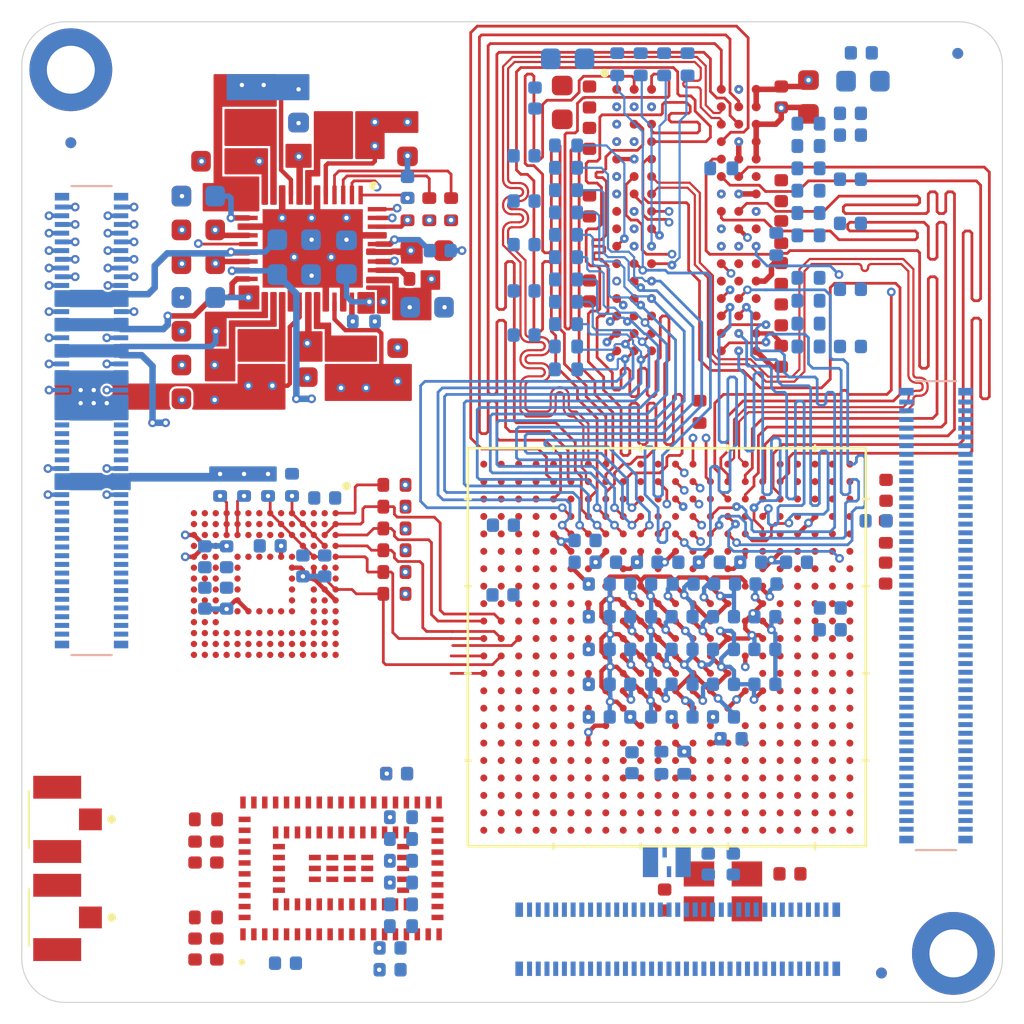
<source format=kicad_pcb>
(kicad_pcb (version 20171130) (host pcbnew "(5.1.10)-1")
  (title_block (title "Logicboard1A MPU-18x18 LFBGA448") (date 2021-08-04) (rev 3.0.0) (company www.logicboards.org))
  (layers (0 L1_Sig_Pwr.Cu mixed hide) (1 L2_Gnd.Cu power hide) (2 L3_Sig_Pwr.Cu mixed hide) (3 L4_Gnd_Sig.Cu mixed) (4 L5_Gnd_Pwr.Cu power hide) (31 L6_Sig_Pwr.Cu mixed) (34 B.Paste user hide) (35 F.Paste user hide) (36 B.SilkS user hide) (37 F.SilkS user hide) (38 B.Mask user hide) (39 F.Mask user hide) (44 Edge.Cuts user))
  (net 0 "")
  (net 1 GND)
  (net 2 NRST)
  (net 3 /HSE_IN)
  (net 4 /HSE_OUT)
  (net 5 /LSE_IN)
  (net 6 "Net-(C105-Pad1)")
  (net 7 PMIC_VREF_DDR)
  (net 8 PMIC_LDO3_VTT_DDR)
  (net 9 PMIC_VOUT2_VDD_DDR)
  (net 10 PMIC_VOUT3_VDD)
  (net 11 PMIC_VOUT1_VDD_CORE)
  (net 12 "Net-(C317-Pad1)")
  (net 13 PMIC_VOUT4_3V3)
  (net 14 "Net-(C330-Pad1)")
  (net 15 MPU_VDDA_1V8_REG)
  (net 16 PMIC_LDO4_VDD_USB)
  (net 17 "Net-(C342-Pad1)")
  (net 18 5V_VIN)
  (net 19 "Net-(C409-Pad2)")
  (net 20 "Net-(C410-Pad1)")
  (net 21 PMIC_LDO1_1V8)
  (net 22 PMIC_LDO6_1V0)
  (net 23 PMIC_LDO2_2V9)
  (net 24 PMIC_LDO5_2V9)
  (net 25 VDDOUT_VDDIO)
  (net 26 BT_RF_OUT)
  (net 27 "Net-(C603-Pad1)")
  (net 28 "Net-(C604-Pad1)")
  (net 29 "Net-(C605-Pad1)")
  (net 30 "Net-(L401-Pad1)")
  (net 31 "Net-(L402-Pad1)")
  (net 32 "Net-(L403-Pad1)")
  (net 33 "Net-(L404-Pad1)")
  (net 34 "Net-(R101-Pad1)")
  (net 35 I2C4_SCL)
  (net 36 I2C4_SDA)
  (net 37 "Net-(R201-Pad1)")
  (net 38 /MPU_DDR3L_Memory/DDR_A0)
  (net 39 /MPU_DDR3L_Memory/DDR_A1)
  (net 40 /MPU_DDR3L_Memory/DDR_A2)
  (net 41 /MPU_DDR3L_Memory/DDR_A3)
  (net 42 /MPU_DDR3L_Memory/DDR_A4)
  (net 43 /MPU_DDR3L_Memory/DDR_A5)
  (net 44 /MPU_DDR3L_Memory/DDR_A6)
  (net 45 /MPU_DDR3L_Memory/DDR_A7)
  (net 46 "Net-(R210-Pad1)")
  (net 47 /MPU_DDR3L_Memory/DDR_A8)
  (net 48 /MPU_DDR3L_Memory/DDR_A9)
  (net 49 /MPU_DDR3L_Memory/DDR_A10)
  (net 50 /MPU_DDR3L_Memory/DDR_A11)
  (net 51 /MPU_DDR3L_Memory/DDR_A12)
  (net 52 /MPU_DDR3L_Memory/DDR_A13)
  (net 53 /MPU_DDR3L_Memory/DDR_A14)
  (net 54 /MPU_DDR3L_Memory/DDR_BA0)
  (net 55 /MPU_DDR3L_Memory/DDR_BA1)
  (net 56 /MPU_DDR3L_Memory/DDR_BA2)
  (net 57 /MPU_DDR3L_Memory/DDR_RESETN)
  (net 58 /MPU_DDR3L_Memory/DDR_CKE)
  (net 59 /MPU_DDR3L_Memory/DDR_RASN)
  (net 60 /MPU_DDR3L_Memory/DDR_ODT)
  (net 61 /MPU_DDR3L_Memory/DDR_CASN)
  (net 62 /MPU_DDR3L_Memory/DDR_CLK_N)
  (net 63 /MPU_DDR3L_Memory/DDR_CLK_P)
  (net 64 /MPU_DDR3L_Memory/DDR_CSN)
  (net 65 /MPU_DDR3L_Memory/DDR_WEN)
  (net 66 VBAT)
  (net 67 "Net-(R401-Pad1)")
  (net 68 "Net-(R402-Pad1)")
  (net 69 SDMMC2_D0)
  (net 70 SDMMC2_D1)
  (net 71 SDMMC2_D2)
  (net 72 SDMMC2_D3)
  (net 73 SDMMC2_D4)
  (net 74 SDMMC2_D5)
  (net 75 SDMMC2_D6)
  (net 76 SDMMC2_D7)
  (net 77 SDMMC2_CK)
  (net 78 SDMMC2_CMD)
  (net 79 SDMMC3_D2)
  (net 80 SDMMC3_D1)
  (net 81 SDMMC3_D0)
  (net 82 SDMMC3_CK)
  (net 83 SDMMC3_D3)
  (net 84 SDMMC3_CMD)
  (net 85 BT_HOST_WAKE)
  (net 86 WL_REG_ON)
  (net 87 PE13)
  (net 88 PK6)
  (net 89 PK4)
  (net 90 PJ13)
  (net 91 PD10)
  (net 92 PD5)
  (net 93 DSI_D0_N)
  (net 94 DSI_CK_N)
  (net 95 DSI_D1_N)
  (net 96 "Net-(U101-PadA20)")
  (net 97 "Net-(U101-PadA21)")
  (net 98 PH10)
  (net 99 PH11)
  (net 100 PE14)
  (net 101 PK7)
  (net 102 PK3)
  (net 103 PJ14)
  (net 104 PJ12)
  (net 105 PD1)
  (net 106 DSI_D0_P)
  (net 107 DSI_CK_P)
  (net 108 DSI_D1_P)
  (net 109 "Net-(U101-PadB20)")
  (net 110 "Net-(U101-PadB21)")
  (net 111 "Net-(U101-PadB22)")
  (net 112 PH15)
  (net 113 PH14)
  (net 114 PE15)
  (net 115 PE0)
  (net 116 PK5)
  (net 117 PJ15)
  (net 118 PD4)
  (net 119 PD0)
  (net 120 "Net-(U101-PadC21)")
  (net 121 "Net-(U101-PadC22)")
  (net 122 PI0)
  (net 123 PI14)
  (net 124 PH13)
  (net 125 PE11)
  (net 126 PH8)
  (net 127 PE1)
  (net 128 PK0)
  (net 129 SDMMC1_CMD)
  (net 130 PC7)
  (net 131 SDMMC1_D1)
  (net 132 SDMMC1_D3)
  (net 133 JTDI)
  (net 134 STLINK_SWCLK)
  (net 135 "Net-(U101-PadD20)")
  (net 136 "Net-(U101-PadD21)")
  (net 137 "Net-(U101-PadD22)")
  (net 138 PI2)
  (net 139 PI1)
  (net 140 PI3)
  (net 141 PE12)
  (net 142 PH9)
  (net 143 PK1)
  (net 144 PK2)
  (net 145 PE6)
  (net 146 PA15)
  (net 147 SDMMC1_CK)
  (net 148 PC6)
  (net 149 SDMMC1_D0)
  (net 150 JTRST)
  (net 151 JTDO_TRACESWO)
  (net 152 STLINK_SWDIO)
  (net 153 /MPU_DDR3L_Memory/DDR_DQ3)
  (net 154 /MPU_DDR3L_Memory/DDR_DQ0)
  (net 155 "Net-(U101-PadE22)")
  (net 156 PI7)
  (net 157 PI5)
  (net 158 PI15)
  (net 159 BT_PCM_WS)
  (net 160 PH12)
  (net 161 PB7)
  (net 162 PB9)
  (net 163 PF2)
  (net 164 SDMMC1_D2)
  (net 165 PE4)
  (net 166 /MPU_DDR3L_Memory/DDR_DQ1)
  (net 167 BT_PCM_CLK)
  (net 168 BT_REG_ON)
  (net 169 PI6)
  (net 170 /MPU_DDR3L_Memory/DDR_DQ7)
  (net 171 /MPU_DDR3L_Memory/DDR_DQM0)
  (net 172 /MPU_DDR3L_Memory/DDR_DQS0_N)
  (net 173 /MPU_DDR3L_Memory/DDR_DQS0_P)
  (net 174 PI13)
  (net 175 PI12)
  (net 176 BT_DEV_WAKE)
  (net 177 BT_PCM_SDI)
  (net 178 PJ7)
  (net 179 /MPU_DDR3L_Memory/DDR_DQ5)
  (net 180 /MPU_DDR3L_Memory/DDR_DQ2)
  (net 181 /MPU_DDR3L_Memory/DDR_DQ6)
  (net 182 PJ3)
  (net 183 PJ0)
  (net 184 PJ9)
  (net 185 PG12)
  (net 186 PI9)
  (net 187 PI4)
  (net 188 /MPU_DDR3L_Memory/DDR_DQ4)
  (net 189 PJ5)
  (net 190 PJ4)
  (net 191 PJ2)
  (net 192 BT_PCM_SDO)
  (net 193 PJ11)
  (net 194 "Net-(U101-PadK21)")
  (net 195 WL_HOST_WAKE)
  (net 196 PJ10)
  (net 197 PD6)
  (net 198 PJ8)
  (net 199 PJ6)
  (net 200 PJ1)
  (net 201 "Net-(U101-PadL22)")
  (net 202 PD8)
  (net 203 PD9)
  (net 204 PD14)
  (net 205 "Net-(U101-PadM19)")
  (net 206 PI8)
  (net 207 PMIC_WAKEUP)
  (net 208 BOOT0)
  (net 209 BOOT1)
  (net 210 /MPU_DDR3L_Memory/DDR_DQ8)
  (net 211 BOOT2)
  (net 212 /MPU_DDR3L_Memory/DDR_DQ10)
  (net 213 PA14)
  (net 214 ANA0)
  (net 215 /MPU_DDR3L_Memory/DDR_DQ13)
  (net 216 /MPU_DDR3L_Memory/DDR_DQ9)
  (net 217 /MPU_DDR3L_Memory/DDR_DQS1_N)
  (net 218 PI11)
  (net 219 PA3)
  (net 220 ANA1)
  (net 221 /MPU_DDR3L_Memory/DDR_DQ11)
  (net 222 /MPU_DDR3L_Memory/DDR_DQM1)
  (net 223 /MPU_DDR3L_Memory/DDR_DQS1_P)
  (net 224 "Net-(U101-PadU1)")
  (net 225 PC3)
  (net 226 PG3)
  (net 227 PA5)
  (net 228 PG5)
  (net 229 PC0)
  (net 230 PG11)
  (net 231 /MPU_DDR3L_Memory/DDR_DQ14)
  (net 232 POWER_ON)
  (net 233 PF3)
  (net 234 PA1)
  (net 235 PA4)
  (net 236 PF14)
  (net 237 PF12)
  (net 238 BT_USART3_TX)
  (net 239 PB13)
  (net 240 PH6)
  (net 241 PF10)
  (net 242 PB2)
  (net 243 PD13)
  (net 244 OTG_VBUS)
  (net 245 /MPU_DDR3L_Memory/DDR_DQ12)
  (net 246 /MPU_DDR3L_Memory/DDR_DQ15)
  (net 247 "Net-(U101-PadV22)")
  (net 248 BT_USART3_CTS)
  (net 249 PH7)
  (net 250 PA13)
  (net 251 PG2)
  (net 252 PG0)
  (net 253 PF15)
  (net 254 PF13)
  (net 255 PF11)
  (net 256 PA6)
  (net 257 PE7)
  (net 258 PE9)
  (net 259 BT_USART3_RTS)
  (net 260 PB6)
  (net 261 PE10)
  (net 262 PG9)
  (net 263 PA12)
  (net 264 "Net-(U101-PadW20)")
  (net 265 "Net-(U101-PadW21)")
  (net 266 "Net-(U101-PadW22)")
  (net 267 PC2)
  (net 268 PE2)
  (net 269 PG1)
  (net 270 PB11)
  (net 271 PH3)
  (net 272 PG8)
  (net 273 PA7)
  (net 274 PG7)
  (net 275 PE8)
  (net 276 PA11)
  (net 277 PA10)
  (net 278 "Net-(U101-PadY21)")
  (net 279 "Net-(U101-PadY22)")
  (net 280 PG13)
  (net 281 PG14)
  (net 282 PA0_WAKEUP)
  (net 283 PB1)
  (net 284 PC5)
  (net 285 BT_USART3_RX)
  (net 286 PB5)
  (net 287 PG10)
  (net 288 PF7)
  (net 289 PF6)
  (net 290 USB2_N)
  (net 291 USB1_P)
  (net 292 "Net-(U101-PadAA19)")
  (net 293 "Net-(U101-PadAA20)")
  (net 294 "Net-(U101-PadAA21)")
  (net 295 "Net-(U101-PadAA22)")
  (net 296 PA2)
  (net 297 PC1)
  (net 298 PG4)
  (net 299 PB0)
  (net 300 PC4)
  (net 301 PH2)
  (net 302 PB8)
  (net 303 PD11)
  (net 304 LPO_32)
  (net 305 PF9)
  (net 306 USB2_P)
  (net 307 USB1_N)
  (net 308 "Net-(U101-PadAB20)")
  (net 309 "Net-(U101-PadAB21)")
  (net 310 PONKEYn)
  (net 311 PMIC_VBUSOTG)
  (net 312 SW_OUT)
  (net 313 "Net-(U501-PadA7)")
  (net 314 "Net-(U501-PadA10)")
  (net 315 "Net-(U501-PadA11)")
  (net 316 "Net-(U501-PadA12)")
  (net 317 "Net-(U501-PadA13)")
  (net 318 "Net-(U501-PadA14)")
  (net 319 "Net-(U501-PadB1)")
  (net 320 "Net-(U501-PadB9)")
  (net 321 "Net-(U501-PadB10)")
  (net 322 "Net-(U501-PadB11)")
  (net 323 "Net-(U501-PadB12)")
  (net 324 "Net-(U501-PadB13)")
  (net 325 "Net-(U501-PadB14)")
  (net 326 "Net-(U501-PadC8)")
  (net 327 "Net-(U501-PadC9)")
  (net 328 "Net-(U501-PadC10)")
  (net 329 "Net-(U501-PadC11)")
  (net 330 "Net-(U501-PadC12)")
  (net 331 "Net-(U501-PadC13)")
  (net 332 "Net-(U501-PadC14)")
  (net 333 "Net-(U501-PadD1)")
  (net 334 "Net-(U501-PadD12)")
  (net 335 "Net-(U501-PadD13)")
  (net 336 "Net-(U501-PadD14)")
  (net 337 "Net-(U501-PadE5)")
  (net 338 "Net-(U501-PadE8)")
  (net 339 "Net-(U501-PadE9)")
  (net 340 "Net-(U501-PadE10)")
  (net 341 "Net-(U501-PadE12)")
  (net 342 "Net-(U501-PadE13)")
  (net 343 "Net-(U501-PadE14)")
  (net 344 "Net-(U501-PadF3)")
  (net 345 "Net-(U501-PadF10)")
  (net 346 "Net-(U501-PadF12)")
  (net 347 "Net-(U501-PadF13)")
  (net 348 "Net-(U501-PadF14)")
  (net 349 "Net-(U501-PadG2)")
  (net 350 "Net-(U501-PadG3)")
  (net 351 "Net-(U501-PadG10)")
  (net 352 "Net-(U501-PadG12)")
  (net 353 "Net-(U501-PadG13)")
  (net 354 "Net-(U501-PadG14)")
  (net 355 "Net-(U501-PadH1)")
  (net 356 "Net-(U501-PadH2)")
  (net 357 "Net-(U501-PadH3)")
  (net 358 "Net-(U501-PadH5)")
  (net 359 "Net-(U501-PadH12)")
  (net 360 "Net-(U501-PadH13)")
  (net 361 "Net-(U501-PadH14)")
  (net 362 "Net-(U501-PadJ12)")
  (net 363 "Net-(U501-PadJ13)")
  (net 364 "Net-(U501-PadJ14)")
  (net 365 "Net-(U501-PadK6)")
  (net 366 "Net-(U501-PadK7)")
  (net 367 "Net-(U501-PadK10)")
  (net 368 "Net-(U501-PadK12)")
  (net 369 "Net-(U501-PadK13)")
  (net 370 "Net-(U501-PadK14)")
  (net 371 "Net-(U501-PadL12)")
  (net 372 "Net-(U501-PadL13)")
  (net 373 "Net-(U501-PadL14)")
  (net 374 "Net-(U501-PadM1)")
  (net 375 "Net-(U501-PadM2)")
  (net 376 "Net-(U501-PadM3)")
  (net 377 "Net-(U501-PadM7)")
  (net 378 "Net-(U501-PadM8)")
  (net 379 "Net-(U501-PadM9)")
  (net 380 "Net-(U501-PadM10)")
  (net 381 "Net-(U501-PadM11)")
  (net 382 "Net-(U501-PadM12)")
  (net 383 "Net-(U501-PadM13)")
  (net 384 "Net-(U501-PadM14)")
  (net 385 "Net-(U501-PadN1)")
  (net 386 "Net-(U501-PadN3)")
  (net 387 "Net-(U501-PadN6)")
  (net 388 "Net-(U501-PadN7)")
  (net 389 "Net-(U501-PadN8)")
  (net 390 "Net-(U501-PadN9)")
  (net 391 "Net-(U501-PadN10)")
  (net 392 "Net-(U501-PadN11)")
  (net 393 "Net-(U501-PadN12)")
  (net 394 "Net-(U501-PadN13)")
  (net 395 "Net-(U501-PadN14)")
  (net 396 "Net-(U501-PadP2)")
  (net 397 "Net-(U501-PadP7)")
  (net 398 "Net-(U501-PadP8)")
  (net 399 "Net-(U501-PadP9)")
  (net 400 "Net-(U501-PadP10)")
  (net 401 "Net-(U501-PadP11)")
  (net 402 "Net-(U501-PadP12)")
  (net 403 "Net-(U501-PadP13)")
  (net 404 "Net-(U501-PadP14)")
  (net 405 "Net-(U601-Pad8)")
  (net 406 "Net-(U601-Pad12)")
  (net 407 "Net-(U601-Pad16)")
  (net 408 "Net-(U601-Pad17)")
  (net 409 "Net-(U601-Pad18)")
  (net 410 "Net-(U601-Pad37)")
  (net 411 "Net-(U601-Pad38)")
  (net 412 "Net-(U601-Pad39)")
  (net 413 "Net-(U601-Pad40)")
  (net 414 "Net-(U601-Pad41)")
  (net 415 "Net-(U601-Pad42)")
  (net 416 "Net-(U601-Pad43)")
  (net 417 "Net-(U601-Pad44)")
  (net 418 "Net-(U601-Pad45)")
  (net 419 "Net-(U601-Pad46)")
  (net 420 "Net-(U601-Pad54)")
  (net 421 "Net-(U601-Pad55)")
  (net 422 "Net-(U601-Pad56)")
  (net 423 "Net-(U601-Pad61)")
  (net 424 "Net-(U601-Pad62)")
  (net 425 "Net-(U601-Pad63)")
  (net 426 "Net-(U601-Pad64)")
  (net 427 "Net-(U601-Pad66)")
  (net 428 "Net-(U601-Pad67)")
  (net 429 "Net-(U601-Pad68)")
  (net 430 "Net-(U601-Pad69)")
  (net 431 "Net-(U601-Pad70)")
  (net 432 "Net-(U601-Pad71)")
  (net 433 "Net-(U601-Pad74)")
  (net 434 "Net-(U601-Pad75)")
  (net 435 "Net-(U601-Pad76)")
  (net 436 "Net-(U601-Pad77)")
  (net 437 "Net-(U601-Pad78)")
  (net 438 "Net-(U601-Pad79)")
  (net 439 "Net-(U601-Pad81)")
  (net 440 "Net-(U601-Pad86)")
  (net 441 "Net-(U601-Pad87)")
  (net 442 "Net-(U601-Pad88)")
  (net 443 "Net-(U601-Pad89)")
  (net 444 "Net-(U601-Pad90)")
  (net 445 "Net-(U601-Pad91)")
  (net 446 "Net-(U601-Pad92)")
  (net 447 "Net-(U601-Pad93)")
  (net 448 "Net-(U701-Pad29)")
  (net 449 "Net-(U701-Pad30)")
  (net 450 "Net-(U701-Pad31)")
  (net 451 "Net-(U701-Pad32)")
  (net 452 "Net-(U701-Pad33)")
  (net 453 "Net-(U701-Pad34)")
  (net 454 "Net-(U701-Pad35)")
  (net 455 "Net-(U701-Pad36)")
  (net 456 "Net-(U701-Pad37)")
  (net 457 "Net-(U701-Pad38)")
  (net 458 "Net-(U701-Pad39)")
  (net 459 "Net-(U701-Pad40)")
  (net 460 "Net-(U702-Pad26)")
  (net 461 "Net-(U702-Pad27)")
  (net 462 "Net-(U702-Pad28)")
  (net 463 "Net-(U702-Pad29)")
  (net 464 "Net-(U702-Pad30)")
  (net 465 "Net-(U702-Pad31)")
  (net 466 "Net-(U702-Pad32)")
  (net 467 "Net-(U702-Pad41)")
  (net 468 "Net-(U702-Pad42)")
  (net 469 "Net-(U702-Pad43)")
  (net 470 "Net-(U702-Pad44)")
  (net 471 "Net-(U702-Pad45)")
  (net 472 "Net-(U702-Pad46)")
  (net 473 "Net-(U702-Pad47)")
  (net 474 "Net-(U702-Pad48)")
  (net 475 "Net-(U702-Pad49)")
  (net 476 "Net-(U702-Pad50)")
  (net 477 "Net-(U703-Pad35)")
  (net 478 "Net-(U703-Pad36)")
  (net 479 "Net-(U703-Pad37)")
  (net 480 "Net-(U703-Pad38)")
  (net 481 "Net-(U703-Pad39)")
  (net 482 "Net-(U703-Pad40)")
  (net 483 "Net-(U703-Pad41)")
  (net 484 "Net-(U703-Pad42)")
  (net 485 "Net-(U703-Pad43)")
  (net 486 "Net-(U703-Pad44)")
  (net 487 "Net-(U703-Pad45)")
  (net 488 "Net-(U703-Pad46)")
  (net 489 "Net-(U703-Pad47)")
  (net 490 "Net-(U703-Pad48)")
  (net 491 "Net-(U703-Pad49)")
  (net 492 "Net-(U703-Pad50)")
  (net 493 "Net-(U703-Pad51)")
  (net 494 "Net-(U703-Pad52)")
  (net 495 "Net-(U703-Pad53)")
  (net 496 "Net-(U703-Pad54)")
  (net 497 "Net-(X101-Pad1)")
  (net 498 "Net-(C508-Pad1)")
  (net 499 VDDA)
  (module U_Package_BGA:STM32MP157CAA3 (layer L1_Sig_Pwr.Cu) (at 129.6 113.7 90)
    (fp_text reference U101)
    (fp_text value STM32MP157CAA3 hide)
    (pad A1 smd circle (at -8.399999 -8.399999 90) (size 0.32 0.32) (layers L1_Sig_Pwr.Cu F.Paste F.Mask) (net 1 GND))
    (pad A2 smd circle (at -7.599999 -8.399999 90) (size 0.32 0.32) (layers L1_Sig_Pwr.Cu F.Paste F.Mask) (net 85 BT_HOST_WAKE))
    (pad A3 smd circle (at -6.799999 -8.399999 90) (size 0.32 0.32) (layers L1_Sig_Pwr.Cu F.Paste F.Mask) (net 86 WL_REG_ON))
    (pad A4 smd circle (at -5.999999 -8.399999 90) (size 0.32 0.32) (layers L1_Sig_Pwr.Cu F.Paste F.Mask) (net 87 PE13))
    (pad A5 smd circle (at -5.199999 -8.399999 90) (size 0.32 0.32) (layers L1_Sig_Pwr.Cu F.Paste F.Mask) (net 88 PK6))
    (pad A6 smd circle (at -4.399999 -8.399999 90) (size 0.32 0.32) (layers L1_Sig_Pwr.Cu F.Paste F.Mask) (net 89 PK4))
    (pad A7 smd circle (at -3.6 -8.399999 90) (size 0.32 0.32) (layers L1_Sig_Pwr.Cu F.Paste F.Mask) (net 90 PJ13))
    (pad A8 smd circle (at -2.8 -8.399999 90) (size 0.32 0.32) (layers L1_Sig_Pwr.Cu F.Paste F.Mask) (net 91 PD10))
    (pad A9 smd circle (at -2 -8.399999 90) (size 0.32 0.32) (layers L1_Sig_Pwr.Cu F.Paste F.Mask) (net 92 PD5))
    (pad A10 smd circle (at -1.2 -8.399999 90) (size 0.32 0.32) (layers L1_Sig_Pwr.Cu F.Paste F.Mask) (net 77 SDMMC2_CK))
    (pad A11 smd circle (at -0.4 -8.399999 90) (size 0.32 0.32) (layers L1_Sig_Pwr.Cu F.Paste F.Mask) (net 74 SDMMC2_D5))
    (pad A12 smd circle (at 0.4 -8.399999 90) (size 0.32 0.32) (layers L1_Sig_Pwr.Cu F.Paste F.Mask) (net 71 SDMMC2_D2))
    (pad A13 smd circle (at 1.2 -8.399999 90) (size 0.32 0.32) (layers L1_Sig_Pwr.Cu F.Paste F.Mask) (net 69 SDMMC2_D0))
    (pad A14 smd circle (at 2 -8.399999 90) (size 0.32 0.32) (layers L1_Sig_Pwr.Cu F.Paste F.Mask) (net 10 PMIC_VOUT3_VDD))
    (pad A15 smd circle (at 2.8 -8.399999 90) (size 0.32 0.32) (layers L1_Sig_Pwr.Cu F.Paste F.Mask) (net 93 DSI_D0_N))
    (pad A16 smd circle (at 3.6 -8.399999 90) (size 0.32 0.32) (layers L1_Sig_Pwr.Cu F.Paste F.Mask) (net 94 DSI_CK_N))
    (pad A17 smd circle (at 4.4 -8.399999 90) (size 0.32 0.32) (layers L1_Sig_Pwr.Cu F.Paste F.Mask) (net 95 DSI_D1_N))
    (pad A18 smd circle (at 5.199999 -8.399999 90) (size 0.32 0.32) (layers L1_Sig_Pwr.Cu F.Paste F.Mask) (net 17 "Net-(C342-Pad1)"))
    (pad A19 smd circle (at 5.999999 -8.399999 90) (size 0.32 0.32) (layers L1_Sig_Pwr.Cu F.Paste F.Mask) (net 1 GND))
    (pad A20 smd circle (at 6.799999 -8.399999 90) (size 0.32 0.32) (layers L1_Sig_Pwr.Cu F.Paste F.Mask) (net 96 "Net-(U101-PadA20)"))
    (pad A21 smd circle (at 7.599999 -8.399999 90) (size 0.32 0.32) (layers L1_Sig_Pwr.Cu F.Paste F.Mask) (net 97 "Net-(U101-PadA21)"))
    (pad A22 smd circle (at 8.399999 -8.399999 90) (size 0.32 0.32) (layers L1_Sig_Pwr.Cu F.Paste F.Mask) (net 1 GND))
    (pad B1 smd circle (at -8.399999 -7.599999 90) (size 0.32 0.32) (layers L1_Sig_Pwr.Cu F.Paste F.Mask) (net 98 PH10))
    (pad B2 smd circle (at -7.599999 -7.599999 90) (size 0.32 0.32) (layers L1_Sig_Pwr.Cu F.Paste F.Mask) (net 1 GND))
    (pad B3 smd circle (at -6.799999 -7.599999 90) (size 0.32 0.32) (layers L1_Sig_Pwr.Cu F.Paste F.Mask) (net 99 PH11))
    (pad B4 smd circle (at -5.999999 -7.599999 90) (size 0.32 0.32) (layers L1_Sig_Pwr.Cu F.Paste F.Mask) (net 100 PE14))
    (pad B5 smd circle (at -5.199999 -7.599999 90) (size 0.32 0.32) (layers L1_Sig_Pwr.Cu F.Paste F.Mask) (net 101 PK7))
    (pad B6 smd circle (at -4.399999 -7.599999 90) (size 0.32 0.32) (layers L1_Sig_Pwr.Cu F.Paste F.Mask) (net 102 PK3))
    (pad B7 smd circle (at -3.6 -7.599999 90) (size 0.32 0.32) (layers L1_Sig_Pwr.Cu F.Paste F.Mask) (net 103 PJ14))
    (pad B8 smd circle (at -2.8 -7.599999 90) (size 0.32 0.32) (layers L1_Sig_Pwr.Cu F.Paste F.Mask) (net 104 PJ12))
    (pad B9 smd circle (at -2 -7.599999 90) (size 0.32 0.32) (layers L1_Sig_Pwr.Cu F.Paste F.Mask) (net 84 SDMMC3_CMD))
    (pad B10 smd circle (at -1.2 -7.599999 90) (size 0.32 0.32) (layers L1_Sig_Pwr.Cu F.Paste F.Mask) (net 105 PD1))
    (pad B11 smd circle (at -0.4 -7.599999 90) (size 0.32 0.32) (layers L1_Sig_Pwr.Cu F.Paste F.Mask) (net 76 SDMMC2_D7))
    (pad B12 smd circle (at 0.4 -7.599999 90) (size 0.32 0.32) (layers L1_Sig_Pwr.Cu F.Paste F.Mask) (net 70 SDMMC2_D1))
    (pad B13 smd circle (at 1.2 -7.599999 90) (size 0.32 0.32) (layers L1_Sig_Pwr.Cu F.Paste F.Mask) (net 73 SDMMC2_D4))
    (pad B14 smd circle (at 2 -7.599999 90) (size 0.32 0.32) (layers L1_Sig_Pwr.Cu F.Paste F.Mask) (net 15 MPU_VDDA_1V8_REG))
    (pad B15 smd circle (at 2.8 -7.599999 90) (size 0.32 0.32) (layers L1_Sig_Pwr.Cu F.Paste F.Mask) (net 106 DSI_D0_P))
    (pad B16 smd circle (at 3.6 -7.599999 90) (size 0.32 0.32) (layers L1_Sig_Pwr.Cu F.Paste F.Mask) (net 107 DSI_CK_P))
    (pad B17 smd circle (at 4.4 -7.599999 90) (size 0.32 0.32) (layers L1_Sig_Pwr.Cu F.Paste F.Mask) (net 108 DSI_D1_P))
    (pad B18 smd circle (at 5.199999 -7.599999 90) (size 0.32 0.32) (layers L1_Sig_Pwr.Cu F.Paste F.Mask) (net 17 "Net-(C342-Pad1)"))
    (pad B19 smd circle (at 5.999999 -7.599999 90) (size 0.32 0.32) (layers L1_Sig_Pwr.Cu F.Paste F.Mask) (net 1 GND))
    (pad B20 smd circle (at 6.799999 -7.599999 90) (size 0.32 0.32) (layers L1_Sig_Pwr.Cu F.Paste F.Mask) (net 109 "Net-(U101-PadB20)"))
    (pad B21 smd circle (at 7.599999 -7.599999 90) (size 0.32 0.32) (layers L1_Sig_Pwr.Cu F.Paste F.Mask) (net 110 "Net-(U101-PadB21)"))
    (pad B22 smd circle (at 8.399999 -7.599999 90) (size 0.32 0.32) (layers L1_Sig_Pwr.Cu F.Paste F.Mask) (net 111 "Net-(U101-PadB22)"))
    (pad C1 smd circle (at -8.399999 -6.799999 90) (size 0.32 0.32) (layers L1_Sig_Pwr.Cu F.Paste F.Mask) (net 112 PH15))
    (pad C2 smd circle (at -7.599999 -6.799999 90) (size 0.32 0.32) (layers L1_Sig_Pwr.Cu F.Paste F.Mask) (net 113 PH14))
    (pad C3 smd circle (at -6.799999 -6.799999 90) (size 0.32 0.32) (layers L1_Sig_Pwr.Cu F.Paste F.Mask) (net 1 GND))
    (pad C4 smd circle (at -5.999999 -6.799999 90) (size 0.32 0.32) (layers L1_Sig_Pwr.Cu F.Paste F.Mask) (net 114 PE15))
    (pad C5 smd circle (at -5.199999 -6.799999 90) (size 0.32 0.32) (layers L1_Sig_Pwr.Cu F.Paste F.Mask) (net 115 PE0))
    (pad C6 smd circle (at -4.399999 -6.799999 90) (size 0.32 0.32) (layers L1_Sig_Pwr.Cu F.Paste F.Mask) (net 116 PK5))
    (pad C7 smd circle (at -3.6 -6.799999 90) (size 0.32 0.32) (layers L1_Sig_Pwr.Cu F.Paste F.Mask) (net 117 PJ15))
    (pad C8 smd circle (at -2.8 -6.799999 90) (size 0.32 0.32) (layers L1_Sig_Pwr.Cu F.Paste F.Mask) (net 1 GND))
    (pad C9 smd circle (at -2 -6.799999 90) (size 0.32 0.32) (layers L1_Sig_Pwr.Cu F.Paste F.Mask) (net 118 PD4))
    (pad C10 smd circle (at -1.2 -6.799999 90) (size 0.32 0.32) (layers L1_Sig_Pwr.Cu F.Paste F.Mask) (net 119 PD0))
    (pad C11 smd circle (at -0.4 -6.799999 90) (size 0.32 0.32) (layers L1_Sig_Pwr.Cu F.Paste F.Mask) (net 1 GND))
    (pad C12 smd circle (at 0.4 -6.799999 90) (size 0.32 0.32) (layers L1_Sig_Pwr.Cu F.Paste F.Mask) (net 75 SDMMC2_D6))
    (pad C13 smd circle (at 1.2 -6.799999 90) (size 0.32 0.32) (layers L1_Sig_Pwr.Cu F.Paste F.Mask) (net 72 SDMMC2_D3))
    (pad C14 smd circle (at 2 -6.799999 90) (size 0.32 0.32) (layers L1_Sig_Pwr.Cu F.Paste F.Mask) (net 1 GND))
    (pad C15 smd circle (at 2.8 -6.799999 90) (size 0.32 0.32) (layers L1_Sig_Pwr.Cu F.Paste F.Mask) (net 1 GND))
    (pad C16 smd circle (at 3.6 -6.799999 90) (size 0.32 0.32) (layers L1_Sig_Pwr.Cu F.Paste F.Mask) (net 1 GND))
    (pad C17 smd circle (at 4.4 -6.799999 90) (size 0.32 0.32) (layers L1_Sig_Pwr.Cu F.Paste F.Mask) (net 1 GND))
    (pad C18 smd circle (at 5.199999 -6.799999 90) (size 0.32 0.32) (layers L1_Sig_Pwr.Cu F.Paste F.Mask) (net 1 GND))
    (pad C19 smd circle (at 5.999999 -6.799999 90) (size 0.32 0.32) (layers L1_Sig_Pwr.Cu F.Paste F.Mask) (net 1 GND))
    (pad C20 smd circle (at 6.799999 -6.799999 90) (size 0.32 0.32) (layers L1_Sig_Pwr.Cu F.Paste F.Mask) (net 1 GND))
    (pad C21 smd circle (at 7.599999 -6.799999 90) (size 0.32 0.32) (layers L1_Sig_Pwr.Cu F.Paste F.Mask) (net 120 "Net-(U101-PadC21)"))
    (pad C22 smd circle (at 8.399999 -6.799999 90) (size 0.32 0.32) (layers L1_Sig_Pwr.Cu F.Paste F.Mask) (net 121 "Net-(U101-PadC22)"))
    (pad D1 smd circle (at -8.399999 -5.999999 90) (size 0.32 0.32) (layers L1_Sig_Pwr.Cu F.Paste F.Mask) (net 122 PI0))
    (pad D2 smd circle (at -7.599999 -5.999999 90) (size 0.32 0.32) (layers L1_Sig_Pwr.Cu F.Paste F.Mask) (net 123 PI14))
    (pad D3 smd circle (at -6.799999 -5.999999 90) (size 0.32 0.32) (layers L1_Sig_Pwr.Cu F.Paste F.Mask) (net 124 PH13))
    (pad D4 smd circle (at -5.999999 -5.999999 90) (size 0.32 0.32) (layers L1_Sig_Pwr.Cu F.Paste F.Mask) (net 1 GND))
    (pad D5 smd circle (at -5.199999 -5.999999 90) (size 0.32 0.32) (layers L1_Sig_Pwr.Cu F.Paste F.Mask) (net 125 PE11))
    (pad D6 smd circle (at -4.399999 -5.999999 90) (size 0.32 0.32) (layers L1_Sig_Pwr.Cu F.Paste F.Mask) (net 126 PH8))
    (pad D7 smd circle (at -3.6 -5.999999 90) (size 0.32 0.32) (layers L1_Sig_Pwr.Cu F.Paste F.Mask) (net 127 PE1))
    (pad D8 smd circle (at -2.8 -5.999999 90) (size 0.32 0.32) (layers L1_Sig_Pwr.Cu F.Paste F.Mask) (net 128 PK0))
    (pad D9 smd circle (at -2 -5.999999 90) (size 0.32 0.32) (layers L1_Sig_Pwr.Cu F.Paste F.Mask) (net 79 SDMMC3_D2))
    (pad D10 smd circle (at -1.2 -5.999999 90) (size 0.32 0.32) (layers L1_Sig_Pwr.Cu F.Paste F.Mask) (net 82 SDMMC3_CK))
    (pad D11 smd circle (at -0.4 -5.999999 90) (size 0.32 0.32) (layers L1_Sig_Pwr.Cu F.Paste F.Mask) (net 78 SDMMC2_CMD))
    (pad D12 smd circle (at 0.4 -5.999999 90) (size 0.32 0.32) (layers L1_Sig_Pwr.Cu F.Paste F.Mask) (net 129 SDMMC1_CMD))
    (pad D13 smd circle (at 1.2 -5.999999 90) (size 0.32 0.32) (layers L1_Sig_Pwr.Cu F.Paste F.Mask) (net 130 PC7))
    (pad D14 smd circle (at 2 -5.999999 90) (size 0.32 0.32) (layers L1_Sig_Pwr.Cu F.Paste F.Mask) (net 131 SDMMC1_D1))
    (pad D15 smd circle (at 2.8 -5.999999 90) (size 0.32 0.32) (layers L1_Sig_Pwr.Cu F.Paste F.Mask) (net 132 SDMMC1_D3))
    (pad D16 smd circle (at 3.6 -5.999999 90) (size 0.32 0.32) (layers L1_Sig_Pwr.Cu F.Paste F.Mask) (net 133 JTDI))
    (pad D17 smd circle (at 4.4 -5.999999 90) (size 0.32 0.32) (layers L1_Sig_Pwr.Cu F.Paste F.Mask) (net 134 STLINK_SWCLK))
    (pad D18 smd circle (at 5.199999 -5.999999 90) (size 0.32 0.32) (layers L1_Sig_Pwr.Cu F.Paste F.Mask) (net 10 PMIC_VOUT3_VDD))
    (pad D19 smd circle (at 5.999999 -5.999999 90) (size 0.32 0.32) (layers L1_Sig_Pwr.Cu F.Paste F.Mask) (net 1 GND))
    (pad D20 smd circle (at 6.799999 -5.999999 90) (size 0.32 0.32) (layers L1_Sig_Pwr.Cu F.Paste F.Mask) (net 135 "Net-(U101-PadD20)"))
    (pad D21 smd circle (at 7.599999 -5.999999 90) (size 0.32 0.32) (layers L1_Sig_Pwr.Cu F.Paste F.Mask) (net 136 "Net-(U101-PadD21)"))
    (pad D22 smd circle (at 8.399999 -5.999999 90) (size 0.32 0.32) (layers L1_Sig_Pwr.Cu F.Paste F.Mask) (net 137 "Net-(U101-PadD22)"))
    (pad E1 smd circle (at -8.399999 -5.199999 90) (size 0.32 0.32) (layers L1_Sig_Pwr.Cu F.Paste F.Mask) (net 138 PI2))
    (pad E2 smd circle (at -7.599999 -5.199999 90) (size 0.32 0.32) (layers L1_Sig_Pwr.Cu F.Paste F.Mask) (net 139 PI1))
    (pad E3 smd circle (at -6.799999 -5.199999 90) (size 0.32 0.32) (layers L1_Sig_Pwr.Cu F.Paste F.Mask) (net 140 PI3))
    (pad E4 smd circle (at -5.999999 -5.199999 90) (size 0.32 0.32) (layers L1_Sig_Pwr.Cu F.Paste F.Mask) (net 141 PE12))
    (pad E5 smd circle (at -5.199999 -5.199999 90) (size 0.32 0.32) (layers L1_Sig_Pwr.Cu F.Paste F.Mask) (net 1 GND))
    (pad E6 smd circle (at -4.399999 -5.199999 90) (size 0.32 0.32) (layers L1_Sig_Pwr.Cu F.Paste F.Mask) (net 142 PH9))
    (pad E7 smd circle (at -3.6 -5.199999 90) (size 0.32 0.32) (layers L1_Sig_Pwr.Cu F.Paste F.Mask) (net 143 PK1))
    (pad E8 smd circle (at -2.8 -5.199999 90) (size 0.32 0.32) (layers L1_Sig_Pwr.Cu F.Paste F.Mask) (net 144 PK2))
    (pad E9 smd circle (at -2 -5.199999 90) (size 0.32 0.32) (layers L1_Sig_Pwr.Cu F.Paste F.Mask) (net 145 PE6))
    (pad E10 smd circle (at -1.2 -5.199999 90) (size 0.32 0.32) (layers L1_Sig_Pwr.Cu F.Paste F.Mask) (net 81 SDMMC3_D0))
    (pad E11 smd circle (at -0.4 -5.199999 90) (size 0.32 0.32) (layers L1_Sig_Pwr.Cu F.Paste F.Mask) (net 146 PA15))
    (pad E12 smd circle (at 0.4 -5.199999 90) (size 0.32 0.32) (layers L1_Sig_Pwr.Cu F.Paste F.Mask) (net 147 SDMMC1_CK))
    (pad E13 smd circle (at 1.2 -5.199999 90) (size 0.32 0.32) (layers L1_Sig_Pwr.Cu F.Paste F.Mask) (net 148 PC6))
    (pad E14 smd circle (at 2 -5.199999 90) (size 0.32 0.32) (layers L1_Sig_Pwr.Cu F.Paste F.Mask) (net 149 SDMMC1_D0))
    (pad E15 smd circle (at 2.8 -5.199999 90) (size 0.32 0.32) (layers L1_Sig_Pwr.Cu F.Paste F.Mask) (net 150 JTRST))
    (pad E16 smd circle (at 3.6 -5.199999 90) (size 0.32 0.32) (layers L1_Sig_Pwr.Cu F.Paste F.Mask) (net 151 JTDO_TRACESWO))
    (pad E17 smd circle (at 4.4 -5.199999 90) (size 0.32 0.32) (layers L1_Sig_Pwr.Cu F.Paste F.Mask) (net 152 STLINK_SWDIO))
    (pad E18 smd circle (at 5.199999 -5.199999 90) (size 0.32 0.32) (layers L1_Sig_Pwr.Cu F.Paste F.Mask) (net 9 PMIC_VOUT2_VDD_DDR))
    (pad E19 smd circle (at 5.999999 -5.199999 90) (size 0.32 0.32) (layers L1_Sig_Pwr.Cu F.Paste F.Mask) (net 1 GND))
    (pad E20 smd circle (at 6.799999 -5.199999 90) (size 0.32 0.32) (layers L1_Sig_Pwr.Cu F.Paste F.Mask) (net 153 /MPU_DDR3L_Memory/DDR_DQ3))
    (pad E21 smd circle (at 7.599999 -5.199999 90) (size 0.32 0.32) (layers L1_Sig_Pwr.Cu F.Paste F.Mask) (net 154 /MPU_DDR3L_Memory/DDR_DQ0))
    (pad E22 smd circle (at 8.399999 -5.199999 90) (size 0.32 0.32) (layers L1_Sig_Pwr.Cu F.Paste F.Mask) (net 155 "Net-(U101-PadE22)"))
    (pad F1 smd circle (at -8.399999 -4.399999 90) (size 0.32 0.32) (layers L1_Sig_Pwr.Cu F.Paste F.Mask) (net 156 PI7))
    (pad F2 smd circle (at -7.599999 -4.399999 90) (size 0.32 0.32) (layers L1_Sig_Pwr.Cu F.Paste F.Mask) (net 157 PI5))
    (pad F3 smd circle (at -6.799999 -4.399999 90) (size 0.32 0.32) (layers L1_Sig_Pwr.Cu F.Paste F.Mask) (net 158 PI15))
    (pad F4 smd circle (at -5.999999 -4.399999 90) (size 0.32 0.32) (layers L1_Sig_Pwr.Cu F.Paste F.Mask) (net 159 BT_PCM_WS))
    (pad F5 smd circle (at -5.199999 -4.399999 90) (size 0.32 0.32) (layers L1_Sig_Pwr.Cu F.Paste F.Mask) (net 160 PH12))
    (pad F6 smd circle (at -4.399999 -4.399999 90) (size 0.32 0.32) (layers L1_Sig_Pwr.Cu F.Paste F.Mask) (net 1 GND))
    (pad F7 smd circle (at -3.6 -4.399999 90) (size 0.32 0.32) (layers L1_Sig_Pwr.Cu F.Paste F.Mask) (net 1 GND))
    (pad F8 smd circle (at -2.8 -4.399999 90) (size 0.32 0.32) (layers L1_Sig_Pwr.Cu F.Paste F.Mask) (net 1 GND))
    (pad F9 smd circle (at -2 -4.399999 90) (size 0.32 0.32) (layers L1_Sig_Pwr.Cu F.Paste F.Mask) (net 80 SDMMC3_D1))
    (pad F10 smd circle (at -1.2 -4.399999 90) (size 0.32 0.32) (layers L1_Sig_Pwr.Cu F.Paste F.Mask) (net 83 SDMMC3_D3))
    (pad F11 smd circle (at -0.4 -4.399999 90) (size 0.32 0.32) (layers L1_Sig_Pwr.Cu F.Paste F.Mask) (net 161 PB7))
    (pad F12 smd circle (at 0.4 -4.399999 90) (size 0.32 0.32) (layers L1_Sig_Pwr.Cu F.Paste F.Mask) (net 162 PB9))
    (pad F13 smd circle (at 1.2 -4.399999 90) (size 0.32 0.32) (layers L1_Sig_Pwr.Cu F.Paste F.Mask) (net 163 PF2))
    (pad F14 smd circle (at 2 -4.399999 90) (size 0.32 0.32) (layers L1_Sig_Pwr.Cu F.Paste F.Mask) (net 164 SDMMC1_D2))
    (pad F15 smd circle (at 2.8 -4.399999 90) (size 0.32 0.32) (layers L1_Sig_Pwr.Cu F.Paste F.Mask) (net 165 PE4))
    (pad F16 smd circle (at 3.6 -4.399999 90) (size 0.32 0.32) (layers L1_Sig_Pwr.Cu F.Paste F.Mask) (net 1 GND))
    (pad F17 smd circle (at 4.4 -4.399999 90) (size 0.32 0.32) (layers L1_Sig_Pwr.Cu F.Paste F.Mask) (net 9 PMIC_VOUT2_VDD_DDR))
    (pad F18 smd circle (at 5.199999 -4.399999 90) (size 0.32 0.32) (layers L1_Sig_Pwr.Cu F.Paste F.Mask) (net 45 /MPU_DDR3L_Memory/DDR_A7))
    (pad F19 smd circle (at 5.999999 -4.399999 90) (size 0.32 0.32) (layers L1_Sig_Pwr.Cu F.Paste F.Mask) (net 57 /MPU_DDR3L_Memory/DDR_RESETN))
    (pad F20 smd circle (at 6.799999 -4.399999 90) (size 0.32 0.32) (layers L1_Sig_Pwr.Cu F.Paste F.Mask) (net 1 GND))
    (pad F21 smd circle (at 7.599999 -4.399999 90) (size 0.32 0.32) (layers L1_Sig_Pwr.Cu F.Paste F.Mask) (net 166 /MPU_DDR3L_Memory/DDR_DQ1))
    (pad G1 smd circle (at -8.399999 -3.6 90) (size 0.32 0.32) (layers L1_Sig_Pwr.Cu F.Paste F.Mask) (net 35 I2C4_SCL))
    (pad G2 smd circle (at -7.599999 -3.6 90) (size 0.32 0.32) (layers L1_Sig_Pwr.Cu F.Paste F.Mask) (net 167 BT_PCM_CLK))
    (pad G3 smd circle (at -6.799999 -3.6 90) (size 0.32 0.32) (layers L1_Sig_Pwr.Cu F.Paste F.Mask) (net 168 BT_REG_ON))
    (pad G4 smd circle (at -5.999999 -3.6 90) (size 0.32 0.32) (layers L1_Sig_Pwr.Cu F.Paste F.Mask) (net 1 GND))
    (pad G5 smd circle (at -5.199999 -3.6 90) (size 0.32 0.32) (layers L1_Sig_Pwr.Cu F.Paste F.Mask) (net 169 PI6))
    (pad G6 smd circle (at -4.399999 -3.6 90) (size 0.32 0.32) (layers L1_Sig_Pwr.Cu F.Paste F.Mask) (net 1 GND))
    (pad G8 smd circle (at -2.8 -3.6 90) (size 0.32 0.32) (layers L1_Sig_Pwr.Cu F.Paste F.Mask) (net 1 GND))
    (pad G10 smd circle (at -1.2 -3.6 90) (size 0.32 0.32) (layers L1_Sig_Pwr.Cu F.Paste F.Mask) (net 1 GND))
    (pad G12 smd circle (at 0.4 -3.6 90) (size 0.32 0.32) (layers L1_Sig_Pwr.Cu F.Paste F.Mask) (net 1 GND))
    (pad G14 smd circle (at 2 -3.6 90) (size 0.32 0.32) (layers L1_Sig_Pwr.Cu F.Paste F.Mask) (net 1 GND))
    (pad G16 smd circle (at 3.6 -3.6 90) (size 0.32 0.32) (layers L1_Sig_Pwr.Cu F.Paste F.Mask) (net 9 PMIC_VOUT2_VDD_DDR))
    (pad G17 smd circle (at 4.4 -3.6 90) (size 0.32 0.32) (layers L1_Sig_Pwr.Cu F.Paste F.Mask) (net 1 GND))
    (pad G18 smd circle (at 5.199999 -3.6 90) (size 0.32 0.32) (layers L1_Sig_Pwr.Cu F.Paste F.Mask) (net 52 /MPU_DDR3L_Memory/DDR_A13))
    (pad G19 smd circle (at 5.999999 -3.6 90) (size 0.32 0.32) (layers L1_Sig_Pwr.Cu F.Paste F.Mask) (net 170 /MPU_DDR3L_Memory/DDR_DQ7))
    (pad G20 smd circle (at 6.799999 -3.6 90) (size 0.32 0.32) (layers L1_Sig_Pwr.Cu F.Paste F.Mask) (net 171 /MPU_DDR3L_Memory/DDR_DQM0))
    (pad G21 smd circle (at 7.599999 -3.6 90) (size 0.32 0.32) (layers L1_Sig_Pwr.Cu F.Paste F.Mask) (net 172 /MPU_DDR3L_Memory/DDR_DQS0_N))
    (pad G22 smd circle (at 8.399999 -3.6 90) (size 0.32 0.32) (layers L1_Sig_Pwr.Cu F.Paste F.Mask) (net 173 /MPU_DDR3L_Memory/DDR_DQS0_P))
    (pad H1 smd circle (at -8.399999 -2.8 90) (size 0.32 0.32) (layers L1_Sig_Pwr.Cu F.Paste F.Mask) (net 174 PI13))
    (pad H2 smd circle (at -7.599999 -2.8 90) (size 0.32 0.32) (layers L1_Sig_Pwr.Cu F.Paste F.Mask) (net 175 PI12))
    (pad H3 smd circle (at -6.799999 -2.8 90) (size 0.32 0.32) (layers L1_Sig_Pwr.Cu F.Paste F.Mask) (net 176 BT_DEV_WAKE))
    (pad H4 smd circle (at -5.999999 -2.8 90) (size 0.32 0.32) (layers L1_Sig_Pwr.Cu F.Paste F.Mask) (net 36 I2C4_SDA))
    (pad H5 smd circle (at -5.199999 -2.8 90) (size 0.32 0.32) (layers L1_Sig_Pwr.Cu F.Paste F.Mask) (net 177 BT_PCM_SDI))
    (pad H6 smd circle (at -4.399999 -2.8 90) (size 0.32 0.32) (layers L1_Sig_Pwr.Cu F.Paste F.Mask) (net 178 PJ7))
    (pad H7 smd circle (at -3.6 -2.8 90) (size 0.32 0.32) (layers L1_Sig_Pwr.Cu F.Paste F.Mask) (net 1 GND))
    (pad H9 smd circle (at -2 -2.8 90) (size 0.32 0.32) (layers L1_Sig_Pwr.Cu F.Paste F.Mask) (net 11 PMIC_VOUT1_VDD_CORE))
    (pad H11 smd circle (at -0.4 -2.8 90) (size 0.32 0.32) (layers L1_Sig_Pwr.Cu F.Paste F.Mask) (net 11 PMIC_VOUT1_VDD_CORE))
    (pad H13 smd circle (at 1.2 -2.8 90) (size 0.32 0.32) (layers L1_Sig_Pwr.Cu F.Paste F.Mask) (net 11 PMIC_VOUT1_VDD_CORE))
    (pad H15 smd circle (at 2.8 -2.8 90) (size 0.32 0.32) (layers L1_Sig_Pwr.Cu F.Paste F.Mask) (net 11 PMIC_VOUT1_VDD_CORE))
    (pad H17 smd circle (at 4.4 -2.8 90) (size 0.32 0.32) (layers L1_Sig_Pwr.Cu F.Paste F.Mask) (net 9 PMIC_VOUT2_VDD_DDR))
    (pad H18 smd circle (at 5.199999 -2.8 90) (size 0.32 0.32) (layers L1_Sig_Pwr.Cu F.Paste F.Mask) (net 48 /MPU_DDR3L_Memory/DDR_A9))
    (pad H19 smd circle (at 5.999999 -2.8 90) (size 0.32 0.32) (layers L1_Sig_Pwr.Cu F.Paste F.Mask) (net 43 /MPU_DDR3L_Memory/DDR_A5))
    (pad H20 smd circle (at 6.799999 -2.8 90) (size 0.32 0.32) (layers L1_Sig_Pwr.Cu F.Paste F.Mask) (net 179 /MPU_DDR3L_Memory/DDR_DQ5))
    (pad H21 smd circle (at 7.599999 -2.8 90) (size 0.32 0.32) (layers L1_Sig_Pwr.Cu F.Paste F.Mask) (net 180 /MPU_DDR3L_Memory/DDR_DQ2))
    (pad H22 smd circle (at 8.399999 -2.8 90) (size 0.32 0.32) (layers L1_Sig_Pwr.Cu F.Paste F.Mask) (net 181 /MPU_DDR3L_Memory/DDR_DQ6))
    (pad J1 smd circle (at -8.399999 -2 90) (size 0.32 0.32) (layers L1_Sig_Pwr.Cu F.Paste F.Mask) (net 182 PJ3))
    (pad J2 smd circle (at -7.599999 -2 90) (size 0.32 0.32) (layers L1_Sig_Pwr.Cu F.Paste F.Mask) (net 183 PJ0))
    (pad J3 smd circle (at -6.799999 -2 90) (size 0.32 0.32) (layers L1_Sig_Pwr.Cu F.Paste F.Mask) (net 184 PJ9))
    (pad J4 smd circle (at -5.999999 -2 90) (size 0.32 0.32) (layers L1_Sig_Pwr.Cu F.Paste F.Mask) (net 185 PG12))
    (pad J5 smd circle (at -5.199999 -2 90) (size 0.32 0.32) (layers L1_Sig_Pwr.Cu F.Paste F.Mask) (net 186 PI9))
    (pad J6 smd circle (at -4.399999 -2 90) (size 0.32 0.32) (layers L1_Sig_Pwr.Cu F.Paste F.Mask) (net 187 PI4))
    (pad J8 smd circle (at -2.8 -2 90) (size 0.32 0.32) (layers L1_Sig_Pwr.Cu F.Paste F.Mask) (net 11 PMIC_VOUT1_VDD_CORE))
    (pad J9 smd circle (at -2 -2 90) (size 0.32 0.32) (layers L1_Sig_Pwr.Cu F.Paste F.Mask) (net 1 GND))
    (pad J10 smd circle (at -1.2 -2 90) (size 0.32 0.32) (layers L1_Sig_Pwr.Cu F.Paste F.Mask) (net 11 PMIC_VOUT1_VDD_CORE))
    (pad J11 smd circle (at -0.4 -2 90) (size 0.32 0.32) (layers L1_Sig_Pwr.Cu F.Paste F.Mask) (net 1 GND))
    (pad J12 smd circle (at 0.4 -2 90) (size 0.32 0.32) (layers L1_Sig_Pwr.Cu F.Paste F.Mask) (net 11 PMIC_VOUT1_VDD_CORE))
    (pad J13 smd circle (at 1.2 -2 90) (size 0.32 0.32) (layers L1_Sig_Pwr.Cu F.Paste F.Mask) (net 1 GND))
    (pad J14 smd circle (at 2 -2 90) (size 0.32 0.32) (layers L1_Sig_Pwr.Cu F.Paste F.Mask) (net 11 PMIC_VOUT1_VDD_CORE))
    (pad J16 smd circle (at 3.6 -2 90) (size 0.32 0.32) (layers L1_Sig_Pwr.Cu F.Paste F.Mask) (net 9 PMIC_VOUT2_VDD_DDR))
    (pad J17 smd circle (at 4.4 -2 90) (size 0.32 0.32) (layers L1_Sig_Pwr.Cu F.Paste F.Mask) (net 1 GND))
    (pad J18 smd circle (at 5.199999 -2 90) (size 0.32 0.32) (layers L1_Sig_Pwr.Cu F.Paste F.Mask) (net 40 /MPU_DDR3L_Memory/DDR_A2))
    (pad J19 smd circle (at 5.999999 -2 90) (size 0.32 0.32) (layers L1_Sig_Pwr.Cu F.Paste F.Mask) (net 41 /MPU_DDR3L_Memory/DDR_A3))
    (pad J20 smd circle (at 6.799999 -2 90) (size 0.32 0.32) (layers L1_Sig_Pwr.Cu F.Paste F.Mask) (net 1 GND))
    (pad J21 smd circle (at 7.599999 -2 90) (size 0.32 0.32) (layers L1_Sig_Pwr.Cu F.Paste F.Mask) (net 188 /MPU_DDR3L_Memory/DDR_DQ4))
    (pad K1 smd circle (at -8.399999 -1.2 90) (size 0.32 0.32) (layers L1_Sig_Pwr.Cu F.Paste F.Mask) (net 189 PJ5))
    (pad K2 smd circle (at -7.599999 -1.2 90) (size 0.32 0.32) (layers L1_Sig_Pwr.Cu F.Paste F.Mask) (net 190 PJ4))
    (pad K3 smd circle (at -6.799999 -1.2 90) (size 0.32 0.32) (layers L1_Sig_Pwr.Cu F.Paste F.Mask) (net 1 GND))
    (pad K4 smd circle (at -5.999999 -1.2 90) (size 0.32 0.32) (layers L1_Sig_Pwr.Cu F.Paste F.Mask) (net 191 PJ2))
    (pad K5 smd circle (at -5.199999 -1.2 90) (size 0.32 0.32) (layers L1_Sig_Pwr.Cu F.Paste F.Mask) (net 192 BT_PCM_SDO))
    (pad K6 smd circle (at -4.399999 -1.2 90) (size 0.32 0.32) (layers L1_Sig_Pwr.Cu F.Paste F.Mask) (net 193 PJ11))
    (pad K7 smd circle (at -3.6 -1.2 90) (size 0.32 0.32) (layers L1_Sig_Pwr.Cu F.Paste F.Mask) (net 1 GND))
    (pad K9 smd circle (at -2 -1.2 90) (size 0.32 0.32) (layers L1_Sig_Pwr.Cu F.Paste F.Mask) (net 11 PMIC_VOUT1_VDD_CORE))
    (pad K10 smd circle (at -1.2 -1.2 90) (size 0.32 0.32) (layers L1_Sig_Pwr.Cu F.Paste F.Mask) (net 1 GND))
    (pad K11 smd circle (at -0.4 -1.2 90) (size 0.32 0.32) (layers L1_Sig_Pwr.Cu F.Paste F.Mask) (net 11 PMIC_VOUT1_VDD_CORE))
    (pad K12 smd circle (at 0.4 -1.2 90) (size 0.32 0.32) (layers L1_Sig_Pwr.Cu F.Paste F.Mask) (net 1 GND))
    (pad K13 smd circle (at 1.2 -1.2 90) (size 0.32 0.32) (layers L1_Sig_Pwr.Cu F.Paste F.Mask) (net 11 PMIC_VOUT1_VDD_CORE))
    (pad K14 smd circle (at 2 -1.2 90) (size 0.32 0.32) (layers L1_Sig_Pwr.Cu F.Paste F.Mask) (net 1 GND))
    (pad K15 smd circle (at 2.8 -1.2 90) (size 0.32 0.32) (layers L1_Sig_Pwr.Cu F.Paste F.Mask) (net 11 PMIC_VOUT1_VDD_CORE))
    (pad K17 smd circle (at 4.4 -1.2 90) (size 0.32 0.32) (layers L1_Sig_Pwr.Cu F.Paste F.Mask) (net 9 PMIC_VOUT2_VDD_DDR))
    (pad K18 smd circle (at 5.199999 -1.2 90) (size 0.32 0.32) (layers L1_Sig_Pwr.Cu F.Paste F.Mask) (net 56 /MPU_DDR3L_Memory/DDR_BA2))
    (pad K19 smd circle (at 5.999999 -1.2 90) (size 0.32 0.32) (layers L1_Sig_Pwr.Cu F.Paste F.Mask) (net 38 /MPU_DDR3L_Memory/DDR_A0))
    (pad K20 smd circle (at 6.799999 -1.2 90) (size 0.32 0.32) (layers L1_Sig_Pwr.Cu F.Paste F.Mask) (net 54 /MPU_DDR3L_Memory/DDR_BA0))
    (pad K21 smd circle (at 7.599999 -1.2 90) (size 0.32 0.32) (layers L1_Sig_Pwr.Cu F.Paste F.Mask) (net 194 "Net-(U101-PadK21)"))
    (pad K22 smd circle (at 8.399999 -1.2 90) (size 0.32 0.32) (layers L1_Sig_Pwr.Cu F.Paste F.Mask) (net 46 "Net-(R210-Pad1)"))
    (pad L1 smd circle (at -8.399999 -0.4 90) (size 0.32 0.32) (layers L1_Sig_Pwr.Cu F.Paste F.Mask) (net 195 WL_HOST_WAKE))
    (pad L2 smd circle (at -7.599999 -0.4 90) (size 0.32 0.32) (layers L1_Sig_Pwr.Cu F.Paste F.Mask) (net 196 PJ10))
    (pad L3 smd circle (at -6.799999 -0.4 90) (size 0.32 0.32) (layers L1_Sig_Pwr.Cu F.Paste F.Mask) (net 197 PD6))
    (pad L4 smd circle (at -5.999999 -0.4 90) (size 0.32 0.32) (layers L1_Sig_Pwr.Cu F.Paste F.Mask) (net 198 PJ8))
    (pad L5 smd circle (at -5.199999 -0.4 90) (size 0.32 0.32) (layers L1_Sig_Pwr.Cu F.Paste F.Mask) (net 199 PJ6))
    (pad L6 smd circle (at -4.399999 -0.4 90) (size 0.32 0.32) (layers L1_Sig_Pwr.Cu F.Paste F.Mask) (net 200 PJ1))
    (pad L8 smd circle (at -2.8 -0.4 90) (size 0.32 0.32) (layers L1_Sig_Pwr.Cu F.Paste F.Mask) (net 11 PMIC_VOUT1_VDD_CORE))
    (pad L9 smd circle (at -2 -0.4 90) (size 0.32 0.32) (layers L1_Sig_Pwr.Cu F.Paste F.Mask) (net 1 GND))
    (pad L10 smd circle (at -1.2 -0.4 90) (size 0.32 0.32) (layers L1_Sig_Pwr.Cu F.Paste F.Mask) (net 11 PMIC_VOUT1_VDD_CORE))
    (pad L11 smd circle (at -0.4 -0.4 90) (size 0.32 0.32) (layers L1_Sig_Pwr.Cu F.Paste F.Mask) (net 1 GND))
    (pad L12 smd circle (at 0.4 -0.4 90) (size 0.32 0.32) (layers L1_Sig_Pwr.Cu F.Paste F.Mask) (net 11 PMIC_VOUT1_VDD_CORE))
    (pad L13 smd circle (at 1.2 -0.4 90) (size 0.32 0.32) (layers L1_Sig_Pwr.Cu F.Paste F.Mask) (net 1 GND))
    (pad L14 smd circle (at 2 -0.4 90) (size 0.32 0.32) (layers L1_Sig_Pwr.Cu F.Paste F.Mask) (net 11 PMIC_VOUT1_VDD_CORE))
    (pad L16 smd circle (at 3.6 -0.4 90) (size 0.32 0.32) (layers L1_Sig_Pwr.Cu F.Paste F.Mask) (net 9 PMIC_VOUT2_VDD_DDR))
    (pad L17 smd circle (at 4.4 -0.4 90) (size 0.32 0.32) (layers L1_Sig_Pwr.Cu F.Paste F.Mask) (net 1 GND))
    (pad L18 smd circle (at 5.199999 -0.4 90) (size 0.32 0.32) (layers L1_Sig_Pwr.Cu F.Paste F.Mask) (net 64 /MPU_DDR3L_Memory/DDR_CSN))
    (pad L19 smd circle (at 5.999999 -0.4 90) (size 0.32 0.32) (layers L1_Sig_Pwr.Cu F.Paste F.Mask) (net 1 GND))
    (pad L20 smd circle (at 6.799999 -0.4 90) (size 0.32 0.32) (layers L1_Sig_Pwr.Cu F.Paste F.Mask) (net 1 GND))
    (pad L21 smd circle (at 7.599999 -0.4 90) (size 0.32 0.32) (layers L1_Sig_Pwr.Cu F.Paste F.Mask) (net 60 /MPU_DDR3L_Memory/DDR_ODT))
    (pad L22 smd circle (at 8.399999 -0.4 90) (size 0.32 0.32) (layers L1_Sig_Pwr.Cu F.Paste F.Mask) (net 201 "Net-(U101-PadL22)"))
    (pad M1 smd circle (at -8.399999 0.4 90) (size 0.32 0.32) (layers L1_Sig_Pwr.Cu F.Paste F.Mask) (net 202 PD8))
    (pad M2 smd circle (at -7.599999 0.4 90) (size 0.32 0.32) (layers L1_Sig_Pwr.Cu F.Paste F.Mask) (net 203 PD9))
    (pad M3 smd circle (at -6.799999 0.4 90) (size 0.32 0.32) (layers L1_Sig_Pwr.Cu F.Paste F.Mask) (net 204 PD14))
    (pad M4 smd circle (at -5.999999 0.4 90) (size 0.32 0.32) (layers L1_Sig_Pwr.Cu F.Paste F.Mask) (net 12 "Net-(C317-Pad1)"))
    (pad M5 smd circle (at -5.199999 0.4 90) (size 0.32 0.32) (layers L1_Sig_Pwr.Cu F.Paste F.Mask) (net 1 GND))
    (pad M6 smd circle (at -4.399999 0.4 90) (size 0.32 0.32) (layers L1_Sig_Pwr.Cu F.Paste F.Mask) (net 10 PMIC_VOUT3_VDD))
    (pad M7 smd circle (at -3.6 0.4 90) (size 0.32 0.32) (layers L1_Sig_Pwr.Cu F.Paste F.Mask) (net 1 GND))
    (pad M9 smd circle (at -2 0.4 90) (size 0.32 0.32) (layers L1_Sig_Pwr.Cu F.Paste F.Mask) (net 10 PMIC_VOUT3_VDD))
    (pad M10 smd circle (at -1.2 0.4 90) (size 0.32 0.32) (layers L1_Sig_Pwr.Cu F.Paste F.Mask) (net 1 GND))
    (pad M11 smd circle (at -0.4 0.4 90) (size 0.32 0.32) (layers L1_Sig_Pwr.Cu F.Paste F.Mask) (net 11 PMIC_VOUT1_VDD_CORE))
    (pad M12 smd circle (at 0.4 0.4 90) (size 0.32 0.32) (layers L1_Sig_Pwr.Cu F.Paste F.Mask) (net 1 GND))
    (pad M13 smd circle (at 1.2 0.4 90) (size 0.32 0.32) (layers L1_Sig_Pwr.Cu F.Paste F.Mask) (net 11 PMIC_VOUT1_VDD_CORE))
    (pad M14 smd circle (at 2 0.4 90) (size 0.32 0.32) (layers L1_Sig_Pwr.Cu F.Paste F.Mask) (net 1 GND))
    (pad M15 smd circle (at 2.8 0.4 90) (size 0.32 0.32) (layers L1_Sig_Pwr.Cu F.Paste F.Mask) (net 11 PMIC_VOUT1_VDD_CORE))
    (pad M17 smd circle (at 4.4 0.4 90) (size 0.32 0.32) (layers L1_Sig_Pwr.Cu F.Paste F.Mask) (net 9 PMIC_VOUT2_VDD_DDR))
    (pad M18 smd circle (at 5.199999 0.4 90) (size 0.32 0.32) (layers L1_Sig_Pwr.Cu F.Paste F.Mask) (net 39 /MPU_DDR3L_Memory/DDR_A1))
    (pad M19 smd circle (at 5.999999 0.4 90) (size 0.32 0.32) (layers L1_Sig_Pwr.Cu F.Paste F.Mask) (net 205 "Net-(U101-PadM19)"))
    (pad M20 smd circle (at 6.799999 0.4 90) (size 0.32 0.32) (layers L1_Sig_Pwr.Cu F.Paste F.Mask) (net 59 /MPU_DDR3L_Memory/DDR_RASN))
    (pad M21 smd circle (at 7.599999 0.4 90) (size 0.32 0.32) (layers L1_Sig_Pwr.Cu F.Paste F.Mask) (net 65 /MPU_DDR3L_Memory/DDR_WEN))
    (pad M22 smd circle (at 8.399999 0.4 90) (size 0.32 0.32) (layers L1_Sig_Pwr.Cu F.Paste F.Mask) (net 61 /MPU_DDR3L_Memory/DDR_CASN))
    (pad N1 smd circle (at -8.399999 1.2 90) (size 0.32 0.32) (layers L1_Sig_Pwr.Cu F.Paste F.Mask) (net 206 PI8))
    (pad N2 smd circle (at -7.599999 1.2 90) (size 0.32 0.32) (layers L1_Sig_Pwr.Cu F.Paste F.Mask) (net 207 PMIC_WAKEUP))
    (pad N3 smd circle (at -6.799999 1.2 90) (size 0.32 0.32) (layers L1_Sig_Pwr.Cu F.Paste F.Mask) (net 208 BOOT0))
    (pad N4 smd circle (at -5.999999 1.2 90) (size 0.32 0.32) (layers L1_Sig_Pwr.Cu F.Paste F.Mask) (net 209 BOOT1))
    (pad N5 smd circle (at -5.199999 1.2 90) (size 0.32 0.32) (layers L1_Sig_Pwr.Cu F.Paste F.Mask) (net 10 PMIC_VOUT3_VDD))
    (pad N6 smd circle (at -4.399999 1.2 90) (size 0.32 0.32) (layers L1_Sig_Pwr.Cu F.Paste F.Mask) (net 1 GND))
    (pad N8 smd circle (at -2.8 1.2 90) (size 0.32 0.32) (layers L1_Sig_Pwr.Cu F.Paste F.Mask) (net 10 PMIC_VOUT3_VDD))
    (pad N9 smd circle (at -2 1.2 90) (size 0.32 0.32) (layers L1_Sig_Pwr.Cu F.Paste F.Mask) (net 1 GND))
    (pad N10 smd circle (at -1.2 1.2 90) (size 0.32 0.32) (layers L1_Sig_Pwr.Cu F.Paste F.Mask) (net 10 PMIC_VOUT3_VDD))
    (pad N11 smd circle (at -0.4 1.2 90) (size 0.32 0.32) (layers L1_Sig_Pwr.Cu F.Paste F.Mask) (net 1 GND))
    (pad N12 smd circle (at 0.4 1.2 90) (size 0.32 0.32) (layers L1_Sig_Pwr.Cu F.Paste F.Mask) (net 11 PMIC_VOUT1_VDD_CORE))
    (pad N13 smd circle (at 1.2 1.2 90) (size 0.32 0.32) (layers L1_Sig_Pwr.Cu F.Paste F.Mask) (net 1 GND))
    (pad N14 smd circle (at 2 1.2 90) (size 0.32 0.32) (layers L1_Sig_Pwr.Cu F.Paste F.Mask) (net 11 PMIC_VOUT1_VDD_CORE))
    (pad N16 smd circle (at 3.6 1.2 90) (size 0.32 0.32) (layers L1_Sig_Pwr.Cu F.Paste F.Mask) (net 9 PMIC_VOUT2_VDD_DDR))
    (pad N17 smd circle (at 4.4 1.2 90) (size 0.32 0.32) (layers L1_Sig_Pwr.Cu F.Paste F.Mask) (net 1 GND))
    (pad N18 smd circle (at 5.199999 1.2 90) (size 0.32 0.32) (layers L1_Sig_Pwr.Cu F.Paste F.Mask) (net 49 /MPU_DDR3L_Memory/DDR_A10))
    (pad N19 smd circle (at 5.999999 1.2 90) (size 0.32 0.32) (layers L1_Sig_Pwr.Cu F.Paste F.Mask) (net 51 /MPU_DDR3L_Memory/DDR_A12))
    (pad N20 smd circle (at 6.799999 1.2 90) (size 0.32 0.32) (layers L1_Sig_Pwr.Cu F.Paste F.Mask) (net 63 /MPU_DDR3L_Memory/DDR_CLK_P))
    (pad N21 smd circle (at 7.599999 1.2 90) (size 0.32 0.32) (layers L1_Sig_Pwr.Cu F.Paste F.Mask) (net 62 /MPU_DDR3L_Memory/DDR_CLK_N))
    (pad N22 smd circle (at 8.399999 1.2 90) (size 0.32 0.32) (layers L1_Sig_Pwr.Cu F.Paste F.Mask) (net 210 /MPU_DDR3L_Memory/DDR_DQ8))
    (pad P1 smd circle (at -8.399999 2 90) (size 0.32 0.32) (layers L1_Sig_Pwr.Cu F.Paste F.Mask) (net 5 /LSE_IN))
    (pad P2 smd circle (at -7.599999 2 90) (size 0.32 0.32) (layers L1_Sig_Pwr.Cu F.Paste F.Mask) (net 1 GND))
    (pad P3 smd circle (at -6.799999 2 90) (size 0.32 0.32) (layers L1_Sig_Pwr.Cu F.Paste F.Mask) (net 1 GND))
    (pad P4 smd circle (at -5.999999 2 90) (size 0.32 0.32) (layers L1_Sig_Pwr.Cu F.Paste F.Mask) (net 211 BOOT2))
    (pad P5 smd circle (at -5.199999 2 90) (size 0.32 0.32) (layers L1_Sig_Pwr.Cu F.Paste F.Mask) (net 1 GND))
    (pad P6 smd circle (at -4.399999 2 90) (size 0.32 0.32) (layers L1_Sig_Pwr.Cu F.Paste F.Mask) (net 499 VDDA))
    (pad P7 smd circle (at -3.6 2 90) (size 0.32 0.32) (layers L1_Sig_Pwr.Cu F.Paste F.Mask) (net 1 GND))
    (pad P9 smd circle (at -2 2 90) (size 0.32 0.32) (layers L1_Sig_Pwr.Cu F.Paste F.Mask) (net 10 PMIC_VOUT3_VDD))
    (pad P10 smd circle (at -1.2 2 90) (size 0.32 0.32) (layers L1_Sig_Pwr.Cu F.Paste F.Mask) (net 1 GND))
    (pad P11 smd circle (at -0.4 2 90) (size 0.32 0.32) (layers L1_Sig_Pwr.Cu F.Paste F.Mask) (net 10 PMIC_VOUT3_VDD))
    (pad P12 smd circle (at 0.4 2 90) (size 0.32 0.32) (layers L1_Sig_Pwr.Cu F.Paste F.Mask) (net 1 GND))
    (pad P13 smd circle (at 1.2 2 90) (size 0.32 0.32) (layers L1_Sig_Pwr.Cu F.Paste F.Mask) (net 11 PMIC_VOUT1_VDD_CORE))
    (pad P14 smd circle (at 2 2 90) (size 0.32 0.32) (layers L1_Sig_Pwr.Cu F.Paste F.Mask) (net 1 GND))
    (pad P15 smd circle (at 2.8 2 90) (size 0.32 0.32) (layers L1_Sig_Pwr.Cu F.Paste F.Mask) (net 11 PMIC_VOUT1_VDD_CORE))
    (pad P17 smd circle (at 4.4 2 90) (size 0.32 0.32) (layers L1_Sig_Pwr.Cu F.Paste F.Mask) (net 9 PMIC_VOUT2_VDD_DDR))
    (pad P18 smd circle (at 5.199999 2 90) (size 0.32 0.32) (layers L1_Sig_Pwr.Cu F.Paste F.Mask) (net 53 /MPU_DDR3L_Memory/DDR_A14))
    (pad P19 smd circle (at 5.999999 2 90) (size 0.32 0.32) (layers L1_Sig_Pwr.Cu F.Paste F.Mask) (net 50 /MPU_DDR3L_Memory/DDR_A11))
    (pad P20 smd circle (at 6.799999 2 90) (size 0.32 0.32) (layers L1_Sig_Pwr.Cu F.Paste F.Mask) (net 1 GND))
    (pad P21 smd circle (at 7.599999 2 90) (size 0.32 0.32) (layers L1_Sig_Pwr.Cu F.Paste F.Mask) (net 212 /MPU_DDR3L_Memory/DDR_DQ10))
    (pad R1 smd circle (at -8.399999 2.8 90) (size 0.32 0.32) (layers L1_Sig_Pwr.Cu F.Paste F.Mask) (net 6 "Net-(C105-Pad1)"))
    (pad R2 smd circle (at -7.599999 2.8 90) (size 0.32 0.32) (layers L1_Sig_Pwr.Cu F.Paste F.Mask) (net 2 NRST))
    (pad R3 smd circle (at -6.799999 2.8 90) (size 0.32 0.32) (layers L1_Sig_Pwr.Cu F.Paste F.Mask) (net 213 PA14))
    (pad R4 smd circle (at -5.999999 2.8 90) (size 0.32 0.32) (layers L1_Sig_Pwr.Cu F.Paste F.Mask) (net 214 ANA0))
    (pad R5 smd circle (at -5.199999 2.8 90) (size 0.32 0.32) (layers L1_Sig_Pwr.Cu F.Paste F.Mask) (net 10 PMIC_VOUT3_VDD))
    (pad R6 smd circle (at -4.399999 2.8 90) (size 0.32 0.32) (layers L1_Sig_Pwr.Cu F.Paste F.Mask) (net 1 GND))
    (pad R8 smd circle (at -2.8 2.8 90) (size 0.32 0.32) (layers L1_Sig_Pwr.Cu F.Paste F.Mask) (net 1 GND))
    (pad R10 smd circle (at -1.2 2.8 90) (size 0.32 0.32) (layers L1_Sig_Pwr.Cu F.Paste F.Mask) (net 10 PMIC_VOUT3_VDD))
    (pad R12 smd circle (at 0.4 2.8 90) (size 0.32 0.32) (layers L1_Sig_Pwr.Cu F.Paste F.Mask) (net 10 PMIC_VOUT3_VDD))
    (pad R14 smd circle (at 2 2.8 90) (size 0.32 0.32) (layers L1_Sig_Pwr.Cu F.Paste F.Mask) (net 11 PMIC_VOUT1_VDD_CORE))
    (pad R16 smd circle (at 3.6 2.8 90) (size 0.32 0.32) (layers L1_Sig_Pwr.Cu F.Paste F.Mask) (net 9 PMIC_VOUT2_VDD_DDR))
    (pad R17 smd circle (at 4.4 2.8 90) (size 0.32 0.32) (layers L1_Sig_Pwr.Cu F.Paste F.Mask) (net 1 GND))
    (pad R18 smd circle (at 5.199999 2.8 90) (size 0.32 0.32) (layers L1_Sig_Pwr.Cu F.Paste F.Mask) (net 55 /MPU_DDR3L_Memory/DDR_BA1))
    (pad R19 smd circle (at 5.999999 2.8 90) (size 0.32 0.32) (layers L1_Sig_Pwr.Cu F.Paste F.Mask) (net 58 /MPU_DDR3L_Memory/DDR_CKE))
    (pad R20 smd circle (at 6.799999 2.8 90) (size 0.32 0.32) (layers L1_Sig_Pwr.Cu F.Paste F.Mask) (net 215 /MPU_DDR3L_Memory/DDR_DQ13))
    (pad R21 smd circle (at 7.599999 2.8 90) (size 0.32 0.32) (layers L1_Sig_Pwr.Cu F.Paste F.Mask) (net 216 /MPU_DDR3L_Memory/DDR_DQ9))
    (pad R22 smd circle (at 8.399999 2.8 90) (size 0.32 0.32) (layers L1_Sig_Pwr.Cu F.Paste F.Mask) (net 217 /MPU_DDR3L_Memory/DDR_DQS1_N))
    (pad T1 smd circle (at -8.399999 3.6 90) (size 0.32 0.32) (layers L1_Sig_Pwr.Cu F.Paste F.Mask) (net 3 /HSE_IN))
    (pad T2 smd circle (at -7.599999 3.6 90) (size 0.32 0.32) (layers L1_Sig_Pwr.Cu F.Paste F.Mask) (net 4 /HSE_OUT))
    (pad T3 smd circle (at -6.799999 3.6 90) (size 0.32 0.32) (layers L1_Sig_Pwr.Cu F.Paste F.Mask) (net 218 PI11))
    (pad T4 smd circle (at -5.999999 3.6 90) (size 0.32 0.32) (layers L1_Sig_Pwr.Cu F.Paste F.Mask) (net 219 PA3))
    (pad T5 smd circle (at -5.199999 3.6 90) (size 0.32 0.32) (layers L1_Sig_Pwr.Cu F.Paste F.Mask) (net 220 ANA1))
    (pad T6 smd circle (at -4.399999 3.6 90) (size 0.32 0.32) (layers L1_Sig_Pwr.Cu F.Paste F.Mask) (net 1 GND))
    (pad T7 smd circle (at -3.6 3.6 90) (size 0.32 0.32) (layers L1_Sig_Pwr.Cu F.Paste F.Mask) (net 1 GND))
    (pad T9 smd circle (at -2 3.6 90) (size 0.32 0.32) (layers L1_Sig_Pwr.Cu F.Paste F.Mask) (net 1 GND))
    (pad T11 smd circle (at -0.4 3.6 90) (size 0.32 0.32) (layers L1_Sig_Pwr.Cu F.Paste F.Mask) (net 1 GND))
    (pad T13 smd circle (at 1.2 3.6 90) (size 0.32 0.32) (layers L1_Sig_Pwr.Cu F.Paste F.Mask) (net 10 PMIC_VOUT3_VDD))
    (pad T15 smd circle (at 2.8 3.6 90) (size 0.32 0.32) (layers L1_Sig_Pwr.Cu F.Paste F.Mask) (net 11 PMIC_VOUT1_VDD_CORE))
    (pad T17 smd circle (at 4.4 3.6 90) (size 0.32 0.32) (layers L1_Sig_Pwr.Cu F.Paste F.Mask) (net 9 PMIC_VOUT2_VDD_DDR))
    (pad T18 smd circle (at 5.199999 3.6 90) (size 0.32 0.32) (layers L1_Sig_Pwr.Cu F.Paste F.Mask) (net 42 /MPU_DDR3L_Memory/DDR_A4))
    (pad T19 smd circle (at 5.999999 3.6 90) (size 0.32 0.32) (layers L1_Sig_Pwr.Cu F.Paste F.Mask) (net 1 GND))
    (pad T20 smd circle (at 6.799999 3.6 90) (size 0.32 0.32) (layers L1_Sig_Pwr.Cu F.Paste F.Mask) (net 221 /MPU_DDR3L_Memory/DDR_DQ11))
    (pad T21 smd circle (at 7.599999 3.6 90) (size 0.32 0.32) (layers L1_Sig_Pwr.Cu F.Paste F.Mask) (net 222 /MPU_DDR3L_Memory/DDR_DQM1))
    (pad T22 smd circle (at 8.399999 3.6 90) (size 0.32 0.32) (layers L1_Sig_Pwr.Cu F.Paste F.Mask) (net 223 /MPU_DDR3L_Memory/DDR_DQS1_P))
    (pad U1 smd circle (at -8.399999 4.4 90) (size 0.32 0.32) (layers L1_Sig_Pwr.Cu F.Paste F.Mask) (net 224 "Net-(U101-PadU1)"))
    (pad U2 smd circle (at -7.599999 4.4 90) (size 0.32 0.32) (layers L1_Sig_Pwr.Cu F.Paste F.Mask) (net 10 PMIC_VOUT3_VDD))
    (pad U3 smd circle (at -6.799999 4.4 90) (size 0.32 0.32) (layers L1_Sig_Pwr.Cu F.Paste F.Mask) (net 225 PC3))
    (pad U4 smd circle (at -5.999999 4.4 90) (size 0.32 0.32) (layers L1_Sig_Pwr.Cu F.Paste F.Mask) (net 226 PG3))
    (pad U5 smd circle (at -5.199999 4.4 90) (size 0.32 0.32) (layers L1_Sig_Pwr.Cu F.Paste F.Mask) (net 227 PA5))
    (pad U6 smd circle (at -4.399999 4.4 90) (size 0.32 0.32) (layers L1_Sig_Pwr.Cu F.Paste F.Mask) (net 1 GND))
    (pad U7 smd circle (at -3.6 4.4 90) (size 0.32 0.32) (layers L1_Sig_Pwr.Cu F.Paste F.Mask) (net 1 GND))
    (pad U8 smd circle (at -2.8 4.4 90) (size 0.32 0.32) (layers L1_Sig_Pwr.Cu F.Paste F.Mask) (net 228 PG5))
    (pad U9 smd circle (at -2 4.4 90) (size 0.32 0.32) (layers L1_Sig_Pwr.Cu F.Paste F.Mask) (net 10 PMIC_VOUT3_VDD))
    (pad U10 smd circle (at -1.2 4.4 90) (size 0.32 0.32) (layers L1_Sig_Pwr.Cu F.Paste F.Mask) (net 229 PC0))
    (pad U11 smd circle (at -0.4 4.4 90) (size 0.32 0.32) (layers L1_Sig_Pwr.Cu F.Paste F.Mask) (net 230 PG11))
    (pad U12 smd circle (at 0.4 4.4 90) (size 0.32 0.32) (layers L1_Sig_Pwr.Cu F.Paste F.Mask) (net 10 PMIC_VOUT3_VDD))
    (pad U13 smd circle (at 1.2 4.4 90) (size 0.32 0.32) (layers L1_Sig_Pwr.Cu F.Paste F.Mask) (net 1 GND))
    (pad U14 smd circle (at 2 4.4 90) (size 0.32 0.32) (layers L1_Sig_Pwr.Cu F.Paste F.Mask) (net 10 PMIC_VOUT3_VDD))
    (pad U15 smd circle (at 2.8 4.4 90) (size 0.32 0.32) (layers L1_Sig_Pwr.Cu F.Paste F.Mask) (net 1 GND))
    (pad U16 smd circle (at 3.6 4.4 90) (size 0.32 0.32) (layers L1_Sig_Pwr.Cu F.Paste F.Mask) (net 9 PMIC_VOUT2_VDD_DDR))
    (pad U17 smd circle (at 4.4 4.4 90) (size 0.32 0.32) (layers L1_Sig_Pwr.Cu F.Paste F.Mask) (net 1 GND))
    (pad U18 smd circle (at 5.199999 4.4 90) (size 0.32 0.32) (layers L1_Sig_Pwr.Cu F.Paste F.Mask) (net 47 /MPU_DDR3L_Memory/DDR_A8))
    (pad U19 smd circle (at 5.999999 4.4 90) (size 0.32 0.32) (layers L1_Sig_Pwr.Cu F.Paste F.Mask) (net 44 /MPU_DDR3L_Memory/DDR_A6))
    (pad U20 smd circle (at 6.799999 4.4 90) (size 0.32 0.32) (layers L1_Sig_Pwr.Cu F.Paste F.Mask) (net 1 GND))
    (pad U21 smd circle (at 7.599999 4.4 90) (size 0.32 0.32) (layers L1_Sig_Pwr.Cu F.Paste F.Mask) (net 231 /MPU_DDR3L_Memory/DDR_DQ14))
    (pad V1 smd circle (at -8.399999 5.199999 90) (size 0.32 0.32) (layers L1_Sig_Pwr.Cu F.Paste F.Mask) (net 232 POWER_ON))
    (pad V2 smd circle (at -7.599999 5.199999 90) (size 0.32 0.32) (layers L1_Sig_Pwr.Cu F.Paste F.Mask) (net 10 PMIC_VOUT3_VDD))
    (pad V3 smd circle (at -6.799999 5.199999 90) (size 0.32 0.32) (layers L1_Sig_Pwr.Cu F.Paste F.Mask) (net 233 PF3))
    (pad V4 smd circle (at -5.999999 5.199999 90) (size 0.32 0.32) (layers L1_Sig_Pwr.Cu F.Paste F.Mask) (net 234 PA1))
    (pad V5 smd circle (at -5.199999 5.199999 90) (size 0.32 0.32) (layers L1_Sig_Pwr.Cu F.Paste F.Mask) (net 1 GND))
    (pad V6 smd circle (at -4.399999 5.199999 90) (size 0.32 0.32) (layers L1_Sig_Pwr.Cu F.Paste F.Mask) (net 235 PA4))
    (pad V7 smd circle (at -3.6 5.199999 90) (size 0.32 0.32) (layers L1_Sig_Pwr.Cu F.Paste F.Mask) (net 236 PF14))
    (pad V8 smd circle (at -2.8 5.199999 90) (size 0.32 0.32) (layers L1_Sig_Pwr.Cu F.Paste F.Mask) (net 237 PF12))
    (pad V9 smd circle (at -2 5.199999 90) (size 0.32 0.32) (layers L1_Sig_Pwr.Cu F.Paste F.Mask) (net 238 BT_USART3_TX))
    (pad V10 smd circle (at -1.2 5.199999 90) (size 0.32 0.32) (layers L1_Sig_Pwr.Cu F.Paste F.Mask) (net 239 PB13))
    (pad V11 smd circle (at -0.4 5.199999 90) (size 0.32 0.32) (layers L1_Sig_Pwr.Cu F.Paste F.Mask) (net 240 PH6))
    (pad V12 smd circle (at 0.4 5.199999 90) (size 0.32 0.32) (layers L1_Sig_Pwr.Cu F.Paste F.Mask) (net 241 PF10))
    (pad V13 smd circle (at 1.2 5.199999 90) (size 0.32 0.32) (layers L1_Sig_Pwr.Cu F.Paste F.Mask) (net 242 PB2))
    (pad V14 smd circle (at 2 5.199999 90) (size 0.32 0.32) (layers L1_Sig_Pwr.Cu F.Paste F.Mask) (net 243 PD13))
    (pad V15 smd circle (at 2.8 5.199999 90) (size 0.32 0.32) (layers L1_Sig_Pwr.Cu F.Paste F.Mask) (net 244 OTG_VBUS))
    (pad V16 smd circle (at 3.6 5.199999 90) (size 0.32 0.32) (layers L1_Sig_Pwr.Cu F.Paste F.Mask) (net 1 GND))
    (pad V17 smd circle (at 4.4 5.199999 90) (size 0.32 0.32) (layers L1_Sig_Pwr.Cu F.Paste F.Mask) (net 9 PMIC_VOUT2_VDD_DDR))
    (pad V18 smd circle (at 5.199999 5.199999 90) (size 0.32 0.32) (layers L1_Sig_Pwr.Cu F.Paste F.Mask) (net 1 GND))
    (pad V19 smd circle (at 5.999999 5.199999 90) (size 0.32 0.32) (layers L1_Sig_Pwr.Cu F.Paste F.Mask) (net 1 GND))
    (pad V20 smd circle (at 6.799999 5.199999 90) (size 0.32 0.32) (layers L1_Sig_Pwr.Cu F.Paste F.Mask) (net 245 /MPU_DDR3L_Memory/DDR_DQ12))
    (pad V21 smd circle (at 7.599999 5.199999 90) (size 0.32 0.32) (layers L1_Sig_Pwr.Cu F.Paste F.Mask) (net 246 /MPU_DDR3L_Memory/DDR_DQ15))
    (pad V22 smd circle (at 8.399999 5.199999 90) (size 0.32 0.32) (layers L1_Sig_Pwr.Cu F.Paste F.Mask) (net 247 "Net-(U101-PadV22)"))
    (pad W1 smd circle (at -8.399999 5.999999 90) (size 0.32 0.32) (layers L1_Sig_Pwr.Cu F.Paste F.Mask) (net 248 BT_USART3_CTS))
    (pad W2 smd circle (at -7.599999 5.999999 90) (size 0.32 0.32) (layers L1_Sig_Pwr.Cu F.Paste F.Mask) (net 249 PH7))
    (pad W3 smd circle (at -6.799999 5.999999 90) (size 0.32 0.32) (layers L1_Sig_Pwr.Cu F.Paste F.Mask) (net 250 PA13))
    (pad W4 smd circle (at -5.999999 5.999999 90) (size 0.32 0.32) (layers L1_Sig_Pwr.Cu F.Paste F.Mask) (net 251 PG2))
    (pad W5 smd circle (at -5.199999 5.999999 90) (size 0.32 0.32) (layers L1_Sig_Pwr.Cu F.Paste F.Mask) (net 252 PG0))
    (pad W6 smd circle (at -4.399999 5.999999 90) (size 0.32 0.32) (layers L1_Sig_Pwr.Cu F.Paste F.Mask) (net 253 PF15))
    (pad W7 smd circle (at -3.6 5.999999 90) (size 0.32 0.32) (layers L1_Sig_Pwr.Cu F.Paste F.Mask) (net 254 PF13))
    (pad W8 smd circle (at -2.8 5.999999 90) (size 0.32 0.32) (layers L1_Sig_Pwr.Cu F.Paste F.Mask) (net 255 PF11))
    (pad W9 smd circle (at -2 5.999999 90) (size 0.32 0.32) (layers L1_Sig_Pwr.Cu F.Paste F.Mask) (net 256 PA6))
    (pad W10 smd circle (at -1.2 5.999999 90) (size 0.32 0.32) (layers L1_Sig_Pwr.Cu F.Paste F.Mask) (net 257 PE7))
    (pad W11 smd circle (at -0.4 5.999999 90) (size 0.32 0.32) (layers L1_Sig_Pwr.Cu F.Paste F.Mask) (net 258 PE9))
    (pad W12 smd circle (at 0.4 5.999999 90) (size 0.32 0.32) (layers L1_Sig_Pwr.Cu F.Paste F.Mask) (net 259 BT_USART3_RTS))
    (pad W13 smd circle (at 1.2 5.999999 90) (size 0.32 0.32) (layers L1_Sig_Pwr.Cu F.Paste F.Mask) (net 260 PB6))
    (pad W14 smd circle (at 2 5.999999 90) (size 0.32 0.32) (layers L1_Sig_Pwr.Cu F.Paste F.Mask) (net 261 PE10))
    (pad W15 smd circle (at 2.8 5.999999 90) (size 0.32 0.32) (layers L1_Sig_Pwr.Cu F.Paste F.Mask) (net 262 PG9))
    (pad W16 smd circle (at 3.6 5.999999 90) (size 0.32 0.32) (layers L1_Sig_Pwr.Cu F.Paste F.Mask) (net 263 PA12))
    (pad W17 smd circle (at 4.4 5.999999 90) (size 0.32 0.32) (layers L1_Sig_Pwr.Cu F.Paste F.Mask) (net 1 GND))
    (pad W18 smd circle (at 5.199999 5.999999 90) (size 0.32 0.32) (layers L1_Sig_Pwr.Cu F.Paste F.Mask) (net 9 PMIC_VOUT2_VDD_DDR))
    (pad W19 smd circle (at 5.999999 5.999999 90) (size 0.32 0.32) (layers L1_Sig_Pwr.Cu F.Paste F.Mask) (net 1 GND))
    (pad W20 smd circle (at 6.799999 5.999999 90) (size 0.32 0.32) (layers L1_Sig_Pwr.Cu F.Paste F.Mask) (net 264 "Net-(U101-PadW20)"))
    (pad W21 smd circle (at 7.599999 5.999999 90) (size 0.32 0.32) (layers L1_Sig_Pwr.Cu F.Paste F.Mask) (net 265 "Net-(U101-PadW21)"))
    (pad W22 smd circle (at 8.399999 5.999999 90) (size 0.32 0.32) (layers L1_Sig_Pwr.Cu F.Paste F.Mask) (net 266 "Net-(U101-PadW22)"))
    (pad Y1 smd circle (at -8.399999 6.799999 90) (size 0.32 0.32) (layers L1_Sig_Pwr.Cu F.Paste F.Mask) (net 267 PC2))
    (pad Y2 smd circle (at -7.599999 6.799999 90) (size 0.32 0.32) (layers L1_Sig_Pwr.Cu F.Paste F.Mask) (net 268 PE2))
    (pad Y3 smd circle (at -6.799999 6.799999 90) (size 0.32 0.32) (layers L1_Sig_Pwr.Cu F.Paste F.Mask) (net 1 GND))
    (pad Y4 smd circle (at -5.999999 6.799999 90) (size 0.32 0.32) (layers L1_Sig_Pwr.Cu F.Paste F.Mask) (net 269 PG1))
    (pad Y5 smd circle (at -5.199999 6.799999 90) (size 0.32 0.32) (layers L1_Sig_Pwr.Cu F.Paste F.Mask) (net 270 PB11))
    (pad Y6 smd circle (at -4.399999 6.799999 90) (size 0.32 0.32) (layers L1_Sig_Pwr.Cu F.Paste F.Mask) (net 271 PH3))
    (pad Y7 smd circle (at -3.6 6.799999 90) (size 0.32 0.32) (layers L1_Sig_Pwr.Cu F.Paste F.Mask) (net 1 GND))
    (pad Y8 smd circle (at -2.8 6.799999 90) (size 0.32 0.32) (layers L1_Sig_Pwr.Cu F.Paste F.Mask) (net 272 PG8))
    (pad Y9 smd circle (at -2 6.799999 90) (size 0.32 0.32) (layers L1_Sig_Pwr.Cu F.Paste F.Mask) (net 273 PA7))
    (pad Y10 smd circle (at -1.2 6.799999 90) (size 0.32 0.32) (layers L1_Sig_Pwr.Cu F.Paste F.Mask) (net 1 GND))
    (pad Y11 smd circle (at -0.4 6.799999 90) (size 0.32 0.32) (layers L1_Sig_Pwr.Cu F.Paste F.Mask) (net 274 PG7))
    (pad Y12 smd circle (at 0.4 6.799999 90) (size 0.32 0.32) (layers L1_Sig_Pwr.Cu F.Paste F.Mask) (net 275 PE8))
    (pad Y13 smd circle (at 1.2 6.799999 90) (size 0.32 0.32) (layers L1_Sig_Pwr.Cu F.Paste F.Mask) (net 1 GND))
    (pad Y14 smd circle (at 2 6.799999 90) (size 0.32 0.32) (layers L1_Sig_Pwr.Cu F.Paste F.Mask) (net 1 GND))
    (pad Y15 smd circle (at 2.8 6.799999 90) (size 0.32 0.32) (layers L1_Sig_Pwr.Cu F.Paste F.Mask) (net 1 GND))
    (pad Y16 smd circle (at 3.6 6.799999 90) (size 0.32 0.32) (layers L1_Sig_Pwr.Cu F.Paste F.Mask) (net 276 PA11))
    (pad Y17 smd circle (at 4.4 6.799999 90) (size 0.32 0.32) (layers L1_Sig_Pwr.Cu F.Paste F.Mask) (net 277 PA10))
    (pad Y18 smd circle (at 5.199999 6.799999 90) (size 0.32 0.32) (layers L1_Sig_Pwr.Cu F.Paste F.Mask) (net 1 GND))
    (pad Y19 smd circle (at 5.999999 6.799999 90) (size 0.32 0.32) (layers L1_Sig_Pwr.Cu F.Paste F.Mask) (net 9 PMIC_VOUT2_VDD_DDR))
    (pad Y20 smd circle (at 6.799999 6.799999 90) (size 0.32 0.32) (layers L1_Sig_Pwr.Cu F.Paste F.Mask) (net 1 GND))
    (pad Y21 smd circle (at 7.599999 6.799999 90) (size 0.32 0.32) (layers L1_Sig_Pwr.Cu F.Paste F.Mask) (net 278 "Net-(U101-PadY21)"))
    (pad Y22 smd circle (at 8.399999 6.799999 90) (size 0.32 0.32) (layers L1_Sig_Pwr.Cu F.Paste F.Mask) (net 279 "Net-(U101-PadY22)"))
    (pad AA1 smd circle (at -8.399999 7.599999 90) (size 0.32 0.32) (layers L1_Sig_Pwr.Cu F.Paste F.Mask) (net 280 PG13))
    (pad AA2 smd circle (at -7.599999 7.599999 90) (size 0.32 0.32) (layers L1_Sig_Pwr.Cu F.Paste F.Mask) (net 281 PG14))
    (pad AA3 smd circle (at -6.799999 7.599999 90) (size 0.32 0.32) (layers L1_Sig_Pwr.Cu F.Paste F.Mask) (net 282 PA0_WAKEUP))
    (pad AA4 smd circle (at -5.999999 7.599999 90) (size 0.32 0.32) (layers L1_Sig_Pwr.Cu F.Paste F.Mask) (net 1 GND))
    (pad AA5 smd circle (at -5.199999 7.599999 90) (size 0.32 0.32) (layers L1_Sig_Pwr.Cu F.Paste F.Mask) (net 283 PB1))
    (pad AA6 smd circle (at -4.399999 7.599999 90) (size 0.32 0.32) (layers L1_Sig_Pwr.Cu F.Paste F.Mask) (net 284 PC5))
    (pad AA7 smd circle (at -3.6 7.599999 90) (size 0.32 0.32) (layers L1_Sig_Pwr.Cu F.Paste F.Mask) (net 285 BT_USART3_RX))
    (pad AA8 smd circle (at -2.8 7.599999 90) (size 0.32 0.32) (layers L1_Sig_Pwr.Cu F.Paste F.Mask) (net 286 PB5))
    (pad AA9 smd circle (at -2 7.599999 90) (size 0.32 0.32) (layers L1_Sig_Pwr.Cu F.Paste F.Mask) (net 287 PG10))
    (pad AA10 smd circle (at -1.2 7.599999 90) (size 0.32 0.32) (layers L1_Sig_Pwr.Cu F.Paste F.Mask) (net 288 PF7))
    (pad AA11 smd circle (at -0.4 7.599999 90) (size 0.32 0.32) (layers L1_Sig_Pwr.Cu F.Paste F.Mask) (net 289 PF6))
    (pad AA12 smd circle (at 0.4 7.599999 90) (size 0.32 0.32) (layers L1_Sig_Pwr.Cu F.Paste F.Mask) (net 1 GND))
    (pad AA13 smd circle (at 1.2 7.599999 90) (size 0.32 0.32) (layers L1_Sig_Pwr.Cu F.Paste F.Mask) (net 1 GND))
    (pad AA14 smd circle (at 2 7.599999 90) (size 0.32 0.32) (layers L1_Sig_Pwr.Cu F.Paste F.Mask) (net 290 USB2_N))
    (pad AA15 smd circle (at 2.8 7.599999 90) (size 0.32 0.32) (layers L1_Sig_Pwr.Cu F.Paste F.Mask) (net 291 USB1_P))
    (pad AA16 smd circle (at 3.6 7.599999 90) (size 0.32 0.32) (layers L1_Sig_Pwr.Cu F.Paste F.Mask) (net 1 GND))
    (pad AA17 smd circle (at 4.4 7.599999 90) (size 0.32 0.32) (layers L1_Sig_Pwr.Cu F.Paste F.Mask) (net 34 "Net-(R101-Pad1)"))
    (pad AA18 smd circle (at 5.199999 7.599999 90) (size 0.32 0.32) (layers L1_Sig_Pwr.Cu F.Paste F.Mask) (net 1 GND))
    (pad AA19 smd circle (at 5.999999 7.599999 90) (size 0.32 0.32) (layers L1_Sig_Pwr.Cu F.Paste F.Mask) (net 292 "Net-(U101-PadAA19)"))
    (pad AA20 smd circle (at 6.799999 7.599999 90) (size 0.32 0.32) (layers L1_Sig_Pwr.Cu F.Paste F.Mask) (net 293 "Net-(U101-PadAA20)"))
    (pad AA21 smd circle (at 7.599999 7.599999 90) (size 0.32 0.32) (layers L1_Sig_Pwr.Cu F.Paste F.Mask) (net 294 "Net-(U101-PadAA21)"))
    (pad AA22 smd circle (at 8.399999 7.599999 90) (size 0.32 0.32) (layers L1_Sig_Pwr.Cu F.Paste F.Mask) (net 295 "Net-(U101-PadAA22)"))
    (pad AB1 smd circle (at -8.399999 8.399999 90) (size 0.32 0.32) (layers L1_Sig_Pwr.Cu F.Paste F.Mask) (net 1 GND))
    (pad AB2 smd circle (at -7.599999 8.399999 90) (size 0.32 0.32) (layers L1_Sig_Pwr.Cu F.Paste F.Mask) (net 296 PA2))
    (pad AB3 smd circle (at -6.799999 8.399999 90) (size 0.32 0.32) (layers L1_Sig_Pwr.Cu F.Paste F.Mask) (net 297 PC1))
    (pad AB4 smd circle (at -5.999999 8.399999 90) (size 0.32 0.32) (layers L1_Sig_Pwr.Cu F.Paste F.Mask) (net 298 PG4))
    (pad AB5 smd circle (at -5.199999 8.399999 90) (size 0.32 0.32) (layers L1_Sig_Pwr.Cu F.Paste F.Mask) (net 299 PB0))
    (pad AB6 smd circle (at -4.399999 8.399999 90) (size 0.32 0.32) (layers L1_Sig_Pwr.Cu F.Paste F.Mask) (net 300 PC4))
    (pad AB7 smd circle (at -3.6 8.399999 90) (size 0.32 0.32) (layers L1_Sig_Pwr.Cu F.Paste F.Mask) (net 301 PH2))
    (pad AB8 smd circle (at -2.8 8.399999 90) (size 0.32 0.32) (layers L1_Sig_Pwr.Cu F.Paste F.Mask) (net 302 PB8))
    (pad AB9 smd circle (at -2 8.399999 90) (size 0.32 0.32) (layers L1_Sig_Pwr.Cu F.Paste F.Mask) (net 303 PD11))
    (pad AB10 smd circle (at -1.2 8.399999 90) (size 0.32 0.32) (layers L1_Sig_Pwr.Cu F.Paste F.Mask) (net 304 LPO_32))
    (pad AB11 smd circle (at -0.4 8.399999 90) (size 0.32 0.32) (layers L1_Sig_Pwr.Cu F.Paste F.Mask) (net 305 PF9))
    (pad AB12 smd circle (at 0.4 8.399999 90) (size 0.32 0.32) (layers L1_Sig_Pwr.Cu F.Paste F.Mask) (net 15 MPU_VDDA_1V8_REG))
    (pad AB13 smd circle (at 1.2 8.399999 90) (size 0.32 0.32) (layers L1_Sig_Pwr.Cu F.Paste F.Mask) (net 16 PMIC_LDO4_VDD_USB))
    (pad AB14 smd circle (at 2 8.399999 90) (size 0.32 0.32) (layers L1_Sig_Pwr.Cu F.Paste F.Mask) (net 306 USB2_P))
    (pad AB15 smd circle (at 2.8 8.399999 90) (size 0.32 0.32) (layers L1_Sig_Pwr.Cu F.Paste F.Mask) (net 307 USB1_N))
    (pad AB16 smd circle (at 3.6 8.399999 90) (size 0.32 0.32) (layers L1_Sig_Pwr.Cu F.Paste F.Mask) (net 16 PMIC_LDO4_VDD_USB))
    (pad AB17 smd circle (at 4.4 8.399999 90) (size 0.32 0.32) (layers L1_Sig_Pwr.Cu F.Paste F.Mask) (net 14 "Net-(C330-Pad1)"))
    (pad AB18 smd circle (at 5.199999 8.399999 90) (size 0.32 0.32) (layers L1_Sig_Pwr.Cu F.Paste F.Mask) (net 1 GND))
    (pad AB19 smd circle (at 5.999999 8.399999 90) (size 0.32 0.32) (layers L1_Sig_Pwr.Cu F.Paste F.Mask) (net 7 PMIC_VREF_DDR))
    (pad AB20 smd circle (at 6.799999 8.399999 90) (size 0.32 0.32) (layers L1_Sig_Pwr.Cu F.Paste F.Mask) (net 308 "Net-(U101-PadAB20)"))
    (pad AB21 smd circle (at 7.599999 8.399999 90) (size 0.32 0.32) (layers L1_Sig_Pwr.Cu F.Paste F.Mask) (net 309 "Net-(U101-PadAB21)"))
    (pad AB22 smd circle (at 8.399999 8.399999 90) (size 0.32 0.32) (layers L1_Sig_Pwr.Cu F.Paste F.Mask) (net 1 GND))
  )
  (module U_Package_BGA:AS4C256M16D3LC-12BCN (layer L1_Sig_Pwr.Cu) (at 130.5 94.1)
    (fp_text reference U201 hide)
    (fp_text value AS4C256M16D3LC-12BCN hide)
    (pad T9 smd circle (at 3.2 6 90) (size 0.41 0.41) (layers L1_Sig_Pwr.Cu F.Paste F.Mask) (net 1 GND))
    (pad T8 smd circle (at 2.4 6 90) (size 0.41 0.41) (layers L1_Sig_Pwr.Cu F.Paste F.Mask) (net 47 /MPU_DDR3L_Memory/DDR_A8))
    (pad T7 smd circle (at 1.6 6 90) (size 0.41 0.41) (layers L1_Sig_Pwr.Cu F.Paste F.Mask) (net 53 /MPU_DDR3L_Memory/DDR_A14))
    (pad T3 smd circle (at -1.6 6 90) (size 0.41 0.41) (layers L1_Sig_Pwr.Cu F.Paste F.Mask) (net 52 /MPU_DDR3L_Memory/DDR_A13))
    (pad T2 smd circle (at -2.4 6 90) (size 0.41 0.41) (layers L1_Sig_Pwr.Cu F.Paste F.Mask) (net 57 /MPU_DDR3L_Memory/DDR_RESETN))
    (pad T1 smd circle (at -3.2 6 90) (size 0.41 0.41) (layers L1_Sig_Pwr.Cu F.Paste F.Mask) (net 1 GND))
    (pad R9 smd circle (at 3.2 5.2 90) (size 0.41 0.41) (layers L1_Sig_Pwr.Cu F.Paste F.Mask) (net 9 PMIC_VOUT2_VDD_DDR))
    (pad R8 smd circle (at 2.4 5.2 90) (size 0.41 0.41) (layers L1_Sig_Pwr.Cu F.Paste F.Mask) (net 44 /MPU_DDR3L_Memory/DDR_A6))
    (pad R7 smd circle (at 1.6 5.2 90) (size 0.41 0.41) (layers L1_Sig_Pwr.Cu F.Paste F.Mask) (net 50 /MPU_DDR3L_Memory/DDR_A11))
    (pad R3 smd circle (at -1.6 5.2 90) (size 0.41 0.41) (layers L1_Sig_Pwr.Cu F.Paste F.Mask) (net 48 /MPU_DDR3L_Memory/DDR_A9))
    (pad R2 smd circle (at -2.4 5.2 90) (size 0.41 0.41) (layers L1_Sig_Pwr.Cu F.Paste F.Mask) (net 45 /MPU_DDR3L_Memory/DDR_A7))
    (pad R1 smd circle (at -3.2 5.2 90) (size 0.41 0.41) (layers L1_Sig_Pwr.Cu F.Paste F.Mask) (net 9 PMIC_VOUT2_VDD_DDR))
    (pad P9 smd circle (at 3.2 4.4 90) (size 0.41 0.41) (layers L1_Sig_Pwr.Cu F.Paste F.Mask) (net 1 GND))
    (pad P8 smd circle (at 2.4 4.4 90) (size 0.41 0.41) (layers L1_Sig_Pwr.Cu F.Paste F.Mask) (net 42 /MPU_DDR3L_Memory/DDR_A4))
    (pad P7 smd circle (at 1.6 4.4 90) (size 0.41 0.41) (layers L1_Sig_Pwr.Cu F.Paste F.Mask) (net 39 /MPU_DDR3L_Memory/DDR_A1))
    (pad P3 smd circle (at -1.6 4.4 90) (size 0.41 0.41) (layers L1_Sig_Pwr.Cu F.Paste F.Mask) (net 40 /MPU_DDR3L_Memory/DDR_A2))
    (pad P2 smd circle (at -2.4 4.4 90) (size 0.41 0.41) (layers L1_Sig_Pwr.Cu F.Paste F.Mask) (net 43 /MPU_DDR3L_Memory/DDR_A5))
    (pad P1 smd circle (at -3.2 4.4 90) (size 0.41 0.41) (layers L1_Sig_Pwr.Cu F.Paste F.Mask) (net 1 GND))
    (pad N9 smd circle (at 3.2 3.6 90) (size 0.41 0.41) (layers L1_Sig_Pwr.Cu F.Paste F.Mask) (net 9 PMIC_VOUT2_VDD_DDR))
    (pad N8 smd circle (at 2.4 3.6 90) (size 0.41 0.41) (layers L1_Sig_Pwr.Cu F.Paste F.Mask) (net 55 /MPU_DDR3L_Memory/DDR_BA1))
    (pad N7 smd circle (at 1.6 3.6 90) (size 0.41 0.41) (layers L1_Sig_Pwr.Cu F.Paste F.Mask) (net 51 /MPU_DDR3L_Memory/DDR_A12))
    (pad N3 smd circle (at -1.6 3.6 90) (size 0.41 0.41) (layers L1_Sig_Pwr.Cu F.Paste F.Mask) (net 38 /MPU_DDR3L_Memory/DDR_A0))
    (pad N2 smd circle (at -2.4 3.6 90) (size 0.41 0.41) (layers L1_Sig_Pwr.Cu F.Paste F.Mask) (net 41 /MPU_DDR3L_Memory/DDR_A3))
    (pad N1 smd circle (at -3.2 3.6 90) (size 0.41 0.41) (layers L1_Sig_Pwr.Cu F.Paste F.Mask) (net 9 PMIC_VOUT2_VDD_DDR))
    (pad M9 smd circle (at 3.2 2.8 90) (size 0.41 0.41) (layers L1_Sig_Pwr.Cu F.Paste F.Mask) (net 1 GND))
    (pad M8 smd circle (at 2.4 2.8 90) (size 0.41 0.41) (layers L1_Sig_Pwr.Cu F.Paste F.Mask) (net 7 PMIC_VREF_DDR))
    (pad M7 smd circle (at 1.6 2.8 90) (size 0.41 0.41) (layers L1_Sig_Pwr.Cu F.Paste F.Mask))
    (pad M3 smd circle (at -1.6 2.8 90) (size 0.41 0.41) (layers L1_Sig_Pwr.Cu F.Paste F.Mask) (net 56 /MPU_DDR3L_Memory/DDR_BA2))
    (pad M2 smd circle (at -2.4 2.8 90) (size 0.41 0.41) (layers L1_Sig_Pwr.Cu F.Paste F.Mask) (net 54 /MPU_DDR3L_Memory/DDR_BA0))
    (pad M1 smd circle (at -3.2 2.8 90) (size 0.41 0.41) (layers L1_Sig_Pwr.Cu F.Paste F.Mask) (net 1 GND))
    (pad L9 smd circle (at 3.2 2 90) (size 0.41 0.41) (layers L1_Sig_Pwr.Cu F.Paste F.Mask))
    (pad L8 smd circle (at 2.4 2 90) (size 0.41 0.41) (layers L1_Sig_Pwr.Cu F.Paste F.Mask) (net 37 "Net-(R201-Pad1)"))
    (pad L7 smd circle (at 1.6 2 90) (size 0.41 0.41) (layers L1_Sig_Pwr.Cu F.Paste F.Mask) (net 49 /MPU_DDR3L_Memory/DDR_A10))
    (pad L3 smd circle (at -1.6 2 90) (size 0.41 0.41) (layers L1_Sig_Pwr.Cu F.Paste F.Mask) (net 65 /MPU_DDR3L_Memory/DDR_WEN))
    (pad L2 smd circle (at -2.4 2 90) (size 0.41 0.41) (layers L1_Sig_Pwr.Cu F.Paste F.Mask) (net 64 /MPU_DDR3L_Memory/DDR_CSN))
    (pad L1 smd circle (at -3.2 2 90) (size 0.41 0.41) (layers L1_Sig_Pwr.Cu F.Paste F.Mask))
    (pad K9 smd circle (at 3.2 1.2 90) (size 0.41 0.41) (layers L1_Sig_Pwr.Cu F.Paste F.Mask) (net 58 /MPU_DDR3L_Memory/DDR_CKE))
    (pad K8 smd circle (at 2.4 1.2 90) (size 0.41 0.41) (layers L1_Sig_Pwr.Cu F.Paste F.Mask) (net 9 PMIC_VOUT2_VDD_DDR))
    (pad K7 smd circle (at 1.6 1.2 90) (size 0.41 0.41) (layers L1_Sig_Pwr.Cu F.Paste F.Mask) (net 62 /MPU_DDR3L_Memory/DDR_CLK_N))
    (pad K3 smd circle (at -1.6 1.2 90) (size 0.41 0.41) (layers L1_Sig_Pwr.Cu F.Paste F.Mask) (net 61 /MPU_DDR3L_Memory/DDR_CASN))
    (pad K2 smd circle (at -2.4 1.2 90) (size 0.41 0.41) (layers L1_Sig_Pwr.Cu F.Paste F.Mask) (net 9 PMIC_VOUT2_VDD_DDR))
    (pad K1 smd circle (at -3.2 1.2 90) (size 0.41 0.41) (layers L1_Sig_Pwr.Cu F.Paste F.Mask) (net 60 /MPU_DDR3L_Memory/DDR_ODT))
    (pad J9 smd circle (at 3.2 0.4 90) (size 0.41 0.41) (layers L1_Sig_Pwr.Cu F.Paste F.Mask))
    (pad J8 smd circle (at 2.4 0.4 90) (size 0.41 0.41) (layers L1_Sig_Pwr.Cu F.Paste F.Mask) (net 1 GND))
    (pad J7 smd circle (at 1.6 0.4 90) (size 0.41 0.41) (layers L1_Sig_Pwr.Cu F.Paste F.Mask) (net 63 /MPU_DDR3L_Memory/DDR_CLK_P))
    (pad J3 smd circle (at -1.6 0.4 90) (size 0.41 0.41) (layers L1_Sig_Pwr.Cu F.Paste F.Mask) (net 59 /MPU_DDR3L_Memory/DDR_RASN))
    (pad J2 smd circle (at -2.4 0.4 90) (size 0.41 0.41) (layers L1_Sig_Pwr.Cu F.Paste F.Mask) (net 1 GND))
    (pad J1 smd circle (at -3.2 0.4 90) (size 0.41 0.41) (layers L1_Sig_Pwr.Cu F.Paste F.Mask))
    (pad H9 smd circle (at 3.2 -0.4 90) (size 0.41 0.41) (layers L1_Sig_Pwr.Cu F.Paste F.Mask) (net 9 PMIC_VOUT2_VDD_DDR))
    (pad H8 smd circle (at 2.4 -0.4 90) (size 0.41 0.41) (layers L1_Sig_Pwr.Cu F.Paste F.Mask) (net 231 /MPU_DDR3L_Memory/DDR_DQ14))
    (pad H7 smd circle (at 1.6 -0.4 90) (size 0.41 0.41) (layers L1_Sig_Pwr.Cu F.Paste F.Mask) (net 221 /MPU_DDR3L_Memory/DDR_DQ11))
    (pad H3 smd circle (at -1.6 -0.4 90) (size 0.41 0.41) (layers L1_Sig_Pwr.Cu F.Paste F.Mask) (net 215 /MPU_DDR3L_Memory/DDR_DQ13))
    (pad H2 smd circle (at -2.4 -0.4 90) (size 0.41 0.41) (layers L1_Sig_Pwr.Cu F.Paste F.Mask) (net 9 PMIC_VOUT2_VDD_DDR))
    (pad H1 smd circle (at -3.2 -0.4 90) (size 0.41 0.41) (layers L1_Sig_Pwr.Cu F.Paste F.Mask) (net 7 PMIC_VREF_DDR))
    (pad G9 smd circle (at 3.2 -1.2 90) (size 0.41 0.41) (layers L1_Sig_Pwr.Cu F.Paste F.Mask) (net 1 GND))
    (pad G8 smd circle (at 2.4 -1.2 90) (size 0.41 0.41) (layers L1_Sig_Pwr.Cu F.Paste F.Mask) (net 1 GND))
    (pad G7 smd circle (at 1.6 -1.2 90) (size 0.41 0.41) (layers L1_Sig_Pwr.Cu F.Paste F.Mask) (net 9 PMIC_VOUT2_VDD_DDR))
    (pad G3 smd circle (at -1.6 -1.2 90) (size 0.41 0.41) (layers L1_Sig_Pwr.Cu F.Paste F.Mask) (net 217 /MPU_DDR3L_Memory/DDR_DQS1_N))
    (pad G2 smd circle (at -2.4 -1.2 90) (size 0.41 0.41) (layers L1_Sig_Pwr.Cu F.Paste F.Mask) (net 212 /MPU_DDR3L_Memory/DDR_DQ10))
    (pad G1 smd circle (at -3.2 -1.2 90) (size 0.41 0.41) (layers L1_Sig_Pwr.Cu F.Paste F.Mask) (net 1 GND))
    (pad F9 smd circle (at 3.2 -2 90) (size 0.41 0.41) (layers L1_Sig_Pwr.Cu F.Paste F.Mask) (net 1 GND))
    (pad F8 smd circle (at 2.4 -2 90) (size 0.41 0.41) (layers L1_Sig_Pwr.Cu F.Paste F.Mask) (net 246 /MPU_DDR3L_Memory/DDR_DQ15))
    (pad F7 smd circle (at 1.6 -2 90) (size 0.41 0.41) (layers L1_Sig_Pwr.Cu F.Paste F.Mask) (net 245 /MPU_DDR3L_Memory/DDR_DQ12))
    (pad F3 smd circle (at -1.6 -2 90) (size 0.41 0.41) (layers L1_Sig_Pwr.Cu F.Paste F.Mask) (net 223 /MPU_DDR3L_Memory/DDR_DQS1_P))
    (pad F2 smd circle (at -2.4 -2 90) (size 0.41 0.41) (layers L1_Sig_Pwr.Cu F.Paste F.Mask) (net 210 /MPU_DDR3L_Memory/DDR_DQ8))
    (pad F1 smd circle (at -3.2 -2 90) (size 0.41 0.41) (layers L1_Sig_Pwr.Cu F.Paste F.Mask) (net 9 PMIC_VOUT2_VDD_DDR))
    (pad E9 smd circle (at 3.2 -2.8 90) (size 0.41 0.41) (layers L1_Sig_Pwr.Cu F.Paste F.Mask) (net 9 PMIC_VOUT2_VDD_DDR))
    (pad E8 smd circle (at 2.4 -2.8 90) (size 0.41 0.41) (layers L1_Sig_Pwr.Cu F.Paste F.Mask) (net 1 GND))
    (pad E7 smd circle (at 1.6 -2.8 90) (size 0.41 0.41) (layers L1_Sig_Pwr.Cu F.Paste F.Mask) (net 222 /MPU_DDR3L_Memory/DDR_DQM1))
    (pad E3 smd circle (at -1.6 -2.8 90) (size 0.41 0.41) (layers L1_Sig_Pwr.Cu F.Paste F.Mask) (net 216 /MPU_DDR3L_Memory/DDR_DQ9))
    (pad E2 smd circle (at -2.4 -2.8 90) (size 0.41 0.41) (layers L1_Sig_Pwr.Cu F.Paste F.Mask) (net 1 GND))
    (pad E1 smd circle (at -3.2 -2.8 90) (size 0.41 0.41) (layers L1_Sig_Pwr.Cu F.Paste F.Mask) (net 1 GND))
    (pad D9 smd circle (at 3.2 -3.6 90) (size 0.41 0.41) (layers L1_Sig_Pwr.Cu F.Paste F.Mask) (net 9 PMIC_VOUT2_VDD_DDR))
    (pad D8 smd circle (at 2.4 -3.6 90) (size 0.41 0.41) (layers L1_Sig_Pwr.Cu F.Paste F.Mask) (net 1 GND))
    (pad D7 smd circle (at 1.6 -3.6 90) (size 0.41 0.41) (layers L1_Sig_Pwr.Cu F.Paste F.Mask) (net 154 /MPU_DDR3L_Memory/DDR_DQ0))
    (pad D3 smd circle (at -1.6 -3.6 90) (size 0.41 0.41) (layers L1_Sig_Pwr.Cu F.Paste F.Mask) (net 171 /MPU_DDR3L_Memory/DDR_DQM0))
    (pad D2 smd circle (at -2.4 -3.6 90) (size 0.41 0.41) (layers L1_Sig_Pwr.Cu F.Paste F.Mask) (net 9 PMIC_VOUT2_VDD_DDR))
    (pad D1 smd circle (at -3.2 -3.6 90) (size 0.41 0.41) (layers L1_Sig_Pwr.Cu F.Paste F.Mask) (net 1 GND))
    (pad C9 smd circle (at 3.2 -4.4 90) (size 0.41 0.41) (layers L1_Sig_Pwr.Cu F.Paste F.Mask) (net 9 PMIC_VOUT2_VDD_DDR))
    (pad C8 smd circle (at 2.4 -4.4 90) (size 0.41 0.41) (layers L1_Sig_Pwr.Cu F.Paste F.Mask) (net 170 /MPU_DDR3L_Memory/DDR_DQ7))
    (pad C7 smd circle (at 1.6 -4.4 90) (size 0.41 0.41) (layers L1_Sig_Pwr.Cu F.Paste F.Mask) (net 173 /MPU_DDR3L_Memory/DDR_DQS0_P))
    (pad C3 smd circle (at -1.6 -4.4 90) (size 0.41 0.41) (layers L1_Sig_Pwr.Cu F.Paste F.Mask) (net 179 /MPU_DDR3L_Memory/DDR_DQ5))
    (pad C2 smd circle (at -2.4 -4.4 90) (size 0.41 0.41) (layers L1_Sig_Pwr.Cu F.Paste F.Mask) (net 188 /MPU_DDR3L_Memory/DDR_DQ4))
    (pad C1 smd circle (at -3.2 -4.4 90) (size 0.41 0.41) (layers L1_Sig_Pwr.Cu F.Paste F.Mask) (net 9 PMIC_VOUT2_VDD_DDR))
    (pad B9 smd circle (at 3.2 -5.2 90) (size 0.41 0.41) (layers L1_Sig_Pwr.Cu F.Paste F.Mask) (net 1 GND))
    (pad B8 smd circle (at 2.4 -5.2 90) (size 0.41 0.41) (layers L1_Sig_Pwr.Cu F.Paste F.Mask) (net 153 /MPU_DDR3L_Memory/DDR_DQ3))
    (pad B7 smd circle (at 1.6 -5.2 90) (size 0.41 0.41) (layers L1_Sig_Pwr.Cu F.Paste F.Mask) (net 172 /MPU_DDR3L_Memory/DDR_DQS0_N))
    (pad B3 smd circle (at -1.6 -5.2 90) (size 0.41 0.41) (layers L1_Sig_Pwr.Cu F.Paste F.Mask) (net 1 GND))
    (pad B2 smd circle (at -2.4 -5.2 90) (size 0.41 0.41) (layers L1_Sig_Pwr.Cu F.Paste F.Mask) (net 9 PMIC_VOUT2_VDD_DDR))
    (pad B1 smd circle (at -3.2 -5.2 90) (size 0.41 0.41) (layers L1_Sig_Pwr.Cu F.Paste F.Mask) (net 1 GND))
    (pad A9 smd circle (at 3.2 -6 90) (size 0.41 0.41) (layers L1_Sig_Pwr.Cu F.Paste F.Mask) (net 1 GND))
    (pad A8 smd circle (at 2.4 -6 90) (size 0.41 0.41) (layers L1_Sig_Pwr.Cu F.Paste F.Mask) (net 9 PMIC_VOUT2_VDD_DDR))
    (pad A7 smd circle (at 1.6 -6 90) (size 0.41 0.41) (layers L1_Sig_Pwr.Cu F.Paste F.Mask) (net 166 /MPU_DDR3L_Memory/DDR_DQ1))
    (pad A3 smd circle (at -1.6 -6 90) (size 0.41 0.41) (layers L1_Sig_Pwr.Cu F.Paste F.Mask) (net 180 /MPU_DDR3L_Memory/DDR_DQ2))
    (pad A2 smd circle (at -2.4 -6 90) (size 0.41 0.41) (layers L1_Sig_Pwr.Cu F.Paste F.Mask) (net 181 /MPU_DDR3L_Memory/DDR_DQ6))
    (pad A1 smd circle (at -3.2 -6 90) (size 0.41 0.41) (layers L1_Sig_Pwr.Cu F.Paste F.Mask) (net 9 PMIC_VOUT2_VDD_DDR))
  )
  (module U_MountingHole:MountingHole_2.2mm_M2_DIN965_Pad (layer L1_Sig_Pwr.Cu) (at 142.75 127.75)
    (fp_text reference H702 hide)
    (fp_text value MountingHole_Pad hide)
    (pad 1 thru_hole circle (at 0 0) (size 3.8 3.8) (drill 2.2) (layers *.Cu *.Mask) (net 1 GND))
  )
  (module U_MountingHole:MountingHole_2.2mm_M2_DIN965_Pad (layer L1_Sig_Pwr.Cu) (at 102.25 87.2)
    (fp_text reference H701 hide)
    (fp_text value MountingHole_Pad hide)
    (pad 1 thru_hole circle (at 0 0) (size 3.8 3.8) (drill 2.2) (layers *.Cu *.Mask) (net 1 GND))
  )
  (module U_Capacitor_SMD:C_0603_1608Metric (layer L1_Sig_Pwr.Cu) (at 117.7 90.4 270)
    (fp_text reference C418 hide)
    (fp_text value 22uF hide)
    (pad 2 smd roundrect (at 0.775 0 270) (size 0.9 0.95) (layers L1_Sig_Pwr.Cu F.Paste F.Mask) (net 1 GND))
    (pad 1 smd roundrect (at -0.775 0 270) (size 0.9 0.95) (layers L1_Sig_Pwr.Cu F.Paste F.Mask) (net 11 PMIC_VOUT1_VDD_CORE))
  )
  (module U_Capacitor_SMD:C_0603_1608Metric (layer L1_Sig_Pwr.Cu) (at 118.6 95.5 180)
    (fp_text reference C417 hide)
    (fp_text value 10uF hide)
    (pad 2 smd roundrect (at 0.775 0 180) (size 0.9 0.95) (layers L1_Sig_Pwr.Cu F.Paste F.Mask) (net 16 PMIC_LDO4_VDD_USB))
    (pad 1 smd roundrect (at -0.775 0 180) (size 0.9 0.95) (layers L1_Sig_Pwr.Cu F.Paste F.Mask) (net 1 GND))
  )
  (module U_Inductor_SMD:MGV2520101R0M-10 (layer L1_Sig_Pwr.Cu) (at 115.2 90.2)
    (fp_text reference L401 hide)
    (fp_text value 1uH hide)
    (pad 1 smd rect (at -1 0) (size 0.8 2) (layers L1_Sig_Pwr.Cu F.Paste F.Mask) (net 30 "Net-(L401-Pad1)"))
    (pad 2 smd rect (at 1 0) (size 0.8 2) (layers L1_Sig_Pwr.Cu F.Paste F.Mask) (net 11 PMIC_VOUT1_VDD_CORE))
  )
  (module U_Connector:DF40C70DP04V51 (layer L6_Sig_Pwr.Cu) (at 130.1 127.1)
    (fp_text reference U701 hide)
    (fp_text value "DF40C-70DP-0.4V(51)" hide)
    (pad MP4 smd rect (at -7.275 -1.355) (size 0.35 0.66) (layers L6_Sig_Pwr.Cu B.Paste B.Mask))
    (pad MP3 smd rect (at -7.275 1.355) (size 0.35 0.66) (layers L6_Sig_Pwr.Cu B.Paste B.Mask))
    (pad MP2 smd rect (at 7.275 1.355) (size 0.35 0.66) (layers L6_Sig_Pwr.Cu B.Paste B.Mask))
    (pad MP1 smd rect (at 7.275 -1.355) (size 0.35 0.66) (layers L6_Sig_Pwr.Cu B.Paste B.Mask))
    (pad 70 smd rect (at 6.8 1.355) (size 0.23 0.66) (layers L6_Sig_Pwr.Cu B.Paste B.Mask) (net 229 PC0))
    (pad 69 smd rect (at 6.8 -1.355) (size 0.23 0.66) (layers L6_Sig_Pwr.Cu B.Paste B.Mask) (net 297 PC1))
    (pad 68 smd rect (at 6.4 1.355) (size 0.23 0.66) (layers L6_Sig_Pwr.Cu B.Paste B.Mask) (net 267 PC2))
    (pad 67 smd rect (at 6.4 -1.355) (size 0.23 0.66) (layers L6_Sig_Pwr.Cu B.Paste B.Mask) (net 225 PC3))
    (pad 66 smd rect (at 6 1.355) (size 0.23 0.66) (layers L6_Sig_Pwr.Cu B.Paste B.Mask) (net 300 PC4))
    (pad 65 smd rect (at 6 -1.355) (size 0.23 0.66) (layers L6_Sig_Pwr.Cu B.Paste B.Mask) (net 284 PC5))
    (pad 64 smd rect (at 5.6 1.355) (size 0.23 0.66) (layers L6_Sig_Pwr.Cu B.Paste B.Mask) (net 148 PC6))
    (pad 63 smd rect (at 5.6 -1.355) (size 0.23 0.66) (layers L6_Sig_Pwr.Cu B.Paste B.Mask) (net 130 PC7))
    (pad 62 smd rect (at 5.2 1.355) (size 0.23 0.66) (layers L6_Sig_Pwr.Cu B.Paste B.Mask) (net 149 SDMMC1_D0))
    (pad 61 smd rect (at 5.2 -1.355) (size 0.23 0.66) (layers L6_Sig_Pwr.Cu B.Paste B.Mask) (net 131 SDMMC1_D1))
    (pad 60 smd rect (at 4.8 1.355) (size 0.23 0.66) (layers L6_Sig_Pwr.Cu B.Paste B.Mask) (net 164 SDMMC1_D2))
    (pad 59 smd rect (at 4.8 -1.355) (size 0.23 0.66) (layers L6_Sig_Pwr.Cu B.Paste B.Mask) (net 132 SDMMC1_D3))
    (pad 58 smd rect (at 4.4 1.355) (size 0.23 0.66) (layers L6_Sig_Pwr.Cu B.Paste B.Mask) (net 147 SDMMC1_CK))
    (pad 57 smd rect (at 4.4 -1.355) (size 0.23 0.66) (layers L6_Sig_Pwr.Cu B.Paste B.Mask) (net 119 PD0))
    (pad 56 smd rect (at 4 1.355) (size 0.23 0.66) (layers L6_Sig_Pwr.Cu B.Paste B.Mask) (net 105 PD1))
    (pad 55 smd rect (at 4 -1.355) (size 0.23 0.66) (layers L6_Sig_Pwr.Cu B.Paste B.Mask) (net 129 SDMMC1_CMD))
    (pad 54 smd rect (at 3.6 1.355) (size 0.23 0.66) (layers L6_Sig_Pwr.Cu B.Paste B.Mask) (net 118 PD4))
    (pad 53 smd rect (at 3.6 -1.355) (size 0.23 0.66) (layers L6_Sig_Pwr.Cu B.Paste B.Mask) (net 92 PD5))
    (pad 52 smd rect (at 3.2 1.355) (size 0.23 0.66) (layers L6_Sig_Pwr.Cu B.Paste B.Mask) (net 197 PD6))
    (pad 51 smd rect (at 3.2 -1.355) (size 0.23 0.66) (layers L6_Sig_Pwr.Cu B.Paste B.Mask) (net 202 PD8))
    (pad 50 smd rect (at 2.8 1.355) (size 0.23 0.66) (layers L6_Sig_Pwr.Cu B.Paste B.Mask) (net 203 PD9))
    (pad 49 smd rect (at 2.8 -1.355) (size 0.23 0.66) (layers L6_Sig_Pwr.Cu B.Paste B.Mask) (net 91 PD10))
    (pad 48 smd rect (at 2.4 1.355) (size 0.23 0.66) (layers L6_Sig_Pwr.Cu B.Paste B.Mask) (net 303 PD11))
    (pad 47 smd rect (at 2.4 -1.355) (size 0.23 0.66) (layers L6_Sig_Pwr.Cu B.Paste B.Mask) (net 243 PD13))
    (pad 46 smd rect (at 2 1.355) (size 0.23 0.66) (layers L6_Sig_Pwr.Cu B.Paste B.Mask) (net 204 PD14))
    (pad 45 smd rect (at 2 -1.355) (size 0.23 0.66) (layers L6_Sig_Pwr.Cu B.Paste B.Mask) (net 152 STLINK_SWDIO))
    (pad 44 smd rect (at 1.6 1.355) (size 0.23 0.66) (layers L6_Sig_Pwr.Cu B.Paste B.Mask) (net 134 STLINK_SWCLK))
    (pad 43 smd rect (at 1.6 -1.355) (size 0.23 0.66) (layers L6_Sig_Pwr.Cu B.Paste B.Mask) (net 133 JTDI))
    (pad 42 smd rect (at 1.2 1.355) (size 0.23 0.66) (layers L6_Sig_Pwr.Cu B.Paste B.Mask) (net 151 JTDO_TRACESWO))
    (pad 41 smd rect (at 1.2 -1.355) (size 0.23 0.66) (layers L6_Sig_Pwr.Cu B.Paste B.Mask) (net 150 JTRST))
    (pad 40 smd rect (at 0.8 1.355) (size 0.23 0.66) (layers L6_Sig_Pwr.Cu B.Paste B.Mask) (net 459 "Net-(U701-Pad40)"))
    (pad 39 smd rect (at 0.8 -1.355) (size 0.23 0.66) (layers L6_Sig_Pwr.Cu B.Paste B.Mask) (net 458 "Net-(U701-Pad39)"))
    (pad 38 smd rect (at 0.4 1.355) (size 0.23 0.66) (layers L6_Sig_Pwr.Cu B.Paste B.Mask) (net 457 "Net-(U701-Pad38)"))
    (pad 37 smd rect (at 0.4 -1.355) (size 0.23 0.66) (layers L6_Sig_Pwr.Cu B.Paste B.Mask) (net 456 "Net-(U701-Pad37)"))
    (pad 36 smd rect (at 0 1.355) (size 0.23 0.66) (layers L6_Sig_Pwr.Cu B.Paste B.Mask) (net 455 "Net-(U701-Pad36)"))
    (pad 35 smd rect (at 0 -1.355) (size 0.23 0.66) (layers L6_Sig_Pwr.Cu B.Paste B.Mask) (net 454 "Net-(U701-Pad35)"))
    (pad 34 smd rect (at -0.4 1.355) (size 0.23 0.66) (layers L6_Sig_Pwr.Cu B.Paste B.Mask) (net 453 "Net-(U701-Pad34)"))
    (pad 33 smd rect (at -0.4 -1.355) (size 0.23 0.66) (layers L6_Sig_Pwr.Cu B.Paste B.Mask) (net 452 "Net-(U701-Pad33)"))
    (pad 32 smd rect (at -0.8 1.355) (size 0.23 0.66) (layers L6_Sig_Pwr.Cu B.Paste B.Mask) (net 451 "Net-(U701-Pad32)"))
    (pad 31 smd rect (at -0.8 -1.355) (size 0.23 0.66) (layers L6_Sig_Pwr.Cu B.Paste B.Mask) (net 450 "Net-(U701-Pad31)"))
    (pad 30 smd rect (at -1.2 1.355) (size 0.23 0.66) (layers L6_Sig_Pwr.Cu B.Paste B.Mask) (net 449 "Net-(U701-Pad30)"))
    (pad 29 smd rect (at -1.2 -1.355) (size 0.23 0.66) (layers L6_Sig_Pwr.Cu B.Paste B.Mask) (net 448 "Net-(U701-Pad29)"))
    (pad 28 smd rect (at -1.6 1.355) (size 0.23 0.66) (layers L6_Sig_Pwr.Cu B.Paste B.Mask) (net 306 USB2_P))
    (pad 27 smd rect (at -1.6 -1.355) (size 0.23 0.66) (layers L6_Sig_Pwr.Cu B.Paste B.Mask) (net 290 USB2_N))
    (pad 26 smd rect (at -2 1.355) (size 0.23 0.66) (layers L6_Sig_Pwr.Cu B.Paste B.Mask) (net 291 USB1_P))
    (pad 25 smd rect (at -2 -1.355) (size 0.23 0.66) (layers L6_Sig_Pwr.Cu B.Paste B.Mask) (net 307 USB1_N))
    (pad 24 smd rect (at -2.4 1.355) (size 0.23 0.66) (layers L6_Sig_Pwr.Cu B.Paste B.Mask) (net 244 OTG_VBUS))
    (pad 23 smd rect (at -2.4 -1.355) (size 0.23 0.66) (layers L6_Sig_Pwr.Cu B.Paste B.Mask) (net 239 PB13))
    (pad 22 smd rect (at -2.8 1.355) (size 0.23 0.66) (layers L6_Sig_Pwr.Cu B.Paste B.Mask) (net 270 PB11))
    (pad 21 smd rect (at -2.8 -1.355) (size 0.23 0.66) (layers L6_Sig_Pwr.Cu B.Paste B.Mask) (net 162 PB9))
    (pad 20 smd rect (at -3.2 1.355) (size 0.23 0.66) (layers L6_Sig_Pwr.Cu B.Paste B.Mask) (net 302 PB8))
    (pad 19 smd rect (at -3.2 -1.355) (size 0.23 0.66) (layers L6_Sig_Pwr.Cu B.Paste B.Mask) (net 161 PB7))
    (pad 18 smd rect (at -3.6 1.355) (size 0.23 0.66) (layers L6_Sig_Pwr.Cu B.Paste B.Mask) (net 260 PB6))
    (pad 17 smd rect (at -3.6 -1.355) (size 0.23 0.66) (layers L6_Sig_Pwr.Cu B.Paste B.Mask) (net 286 PB5))
    (pad 16 smd rect (at -4 1.355) (size 0.23 0.66) (layers L6_Sig_Pwr.Cu B.Paste B.Mask) (net 242 PB2))
    (pad 15 smd rect (at -4 -1.355) (size 0.23 0.66) (layers L6_Sig_Pwr.Cu B.Paste B.Mask) (net 283 PB1))
    (pad 14 smd rect (at -4.4 1.355) (size 0.23 0.66) (layers L6_Sig_Pwr.Cu B.Paste B.Mask) (net 299 PB0))
    (pad 13 smd rect (at -4.4 -1.355) (size 0.23 0.66) (layers L6_Sig_Pwr.Cu B.Paste B.Mask) (net 146 PA15))
    (pad 12 smd rect (at -4.8 1.355) (size 0.23 0.66) (layers L6_Sig_Pwr.Cu B.Paste B.Mask) (net 213 PA14))
    (pad 11 smd rect (at -4.8 -1.355) (size 0.23 0.66) (layers L6_Sig_Pwr.Cu B.Paste B.Mask) (net 250 PA13))
    (pad 10 smd rect (at -5.2 1.355) (size 0.23 0.66) (layers L6_Sig_Pwr.Cu B.Paste B.Mask) (net 263 PA12))
    (pad 9 smd rect (at -5.2 -1.355) (size 0.23 0.66) (layers L6_Sig_Pwr.Cu B.Paste B.Mask) (net 276 PA11))
    (pad 8 smd rect (at -5.6 1.355) (size 0.23 0.66) (layers L6_Sig_Pwr.Cu B.Paste B.Mask) (net 277 PA10))
    (pad 7 smd rect (at -5.6 -1.355) (size 0.23 0.66) (layers L6_Sig_Pwr.Cu B.Paste B.Mask) (net 273 PA7))
    (pad 6 smd rect (at -6 1.355) (size 0.23 0.66) (layers L6_Sig_Pwr.Cu B.Paste B.Mask) (net 256 PA6))
    (pad 5 smd rect (at -6 -1.355) (size 0.23 0.66) (layers L6_Sig_Pwr.Cu B.Paste B.Mask) (net 227 PA5))
    (pad 4 smd rect (at -6.4 1.355) (size 0.23 0.66) (layers L6_Sig_Pwr.Cu B.Paste B.Mask) (net 235 PA4))
    (pad 3 smd rect (at -6.4 -1.355) (size 0.23 0.66) (layers L6_Sig_Pwr.Cu B.Paste B.Mask) (net 219 PA3))
    (pad 2 smd rect (at -6.8 1.355) (size 0.23 0.66) (layers L6_Sig_Pwr.Cu B.Paste B.Mask) (net 296 PA2))
    (pad 1 smd rect (at -6.8 -1.355) (size 0.23 0.66) (layers L6_Sig_Pwr.Cu B.Paste B.Mask) (net 234 PA1))
  )
  (module U_Capacitor_SMD:C_0603_1608Metric (layer L6_Sig_Pwr.Cu) (at 125.05 86.7 180)
    (fp_text reference C230 hide)
    (fp_text value 22uF hide)
    (pad 2 smd roundrect (at 0.775 0 180) (size 0.9 0.95) (layers L6_Sig_Pwr.Cu B.Paste B.Mask) (net 1 GND))
    (pad 1 smd roundrect (at -0.775 0 180) (size 0.9 0.95) (layers L6_Sig_Pwr.Cu B.Paste B.Mask) (net 8 PMIC_LDO3_VTT_DDR))
  )
  (module U_Capacitor_SMD:C_0603_1608Metric (layer L6_Sig_Pwr.Cu) (at 138.6 87.725)
    (fp_text reference C229 hide)
    (fp_text value 22uF hide)
    (pad 2 smd roundrect (at 0.775 0) (size 0.9 0.95) (layers L6_Sig_Pwr.Cu B.Paste B.Mask) (net 1 GND))
    (pad 1 smd roundrect (at -0.775 0) (size 0.9 0.95) (layers L6_Sig_Pwr.Cu B.Paste B.Mask) (net 8 PMIC_LDO3_VTT_DDR))
  )
  (module U_Capacitor_SMD:C_0603_1608Metric (layer L1_Sig_Pwr.Cu) (at 124.8 88.7 270)
    (fp_text reference C224 hide)
    (fp_text value 10uF hide)
    (pad 2 smd roundrect (at 0.775 0 270) (size 0.9 0.95) (layers L1_Sig_Pwr.Cu F.Paste F.Mask) (net 1 GND))
    (pad 1 smd roundrect (at -0.775 0 270) (size 0.9 0.95) (layers L1_Sig_Pwr.Cu F.Paste F.Mask) (net 9 PMIC_VOUT2_VDD_DDR))
  )
  (module U_Capacitor_SMD:C_0603_1608Metric (layer L1_Sig_Pwr.Cu) (at 136.1 88.45 90)
    (fp_text reference C223 hide)
    (fp_text value 10uF hide)
    (pad 2 smd roundrect (at 0.775 0 90) (size 0.9 0.95) (layers L1_Sig_Pwr.Cu F.Paste F.Mask) (net 1 GND))
    (pad 1 smd roundrect (at -0.775 0 90) (size 0.9 0.95) (layers L1_Sig_Pwr.Cu F.Paste F.Mask) (net 9 PMIC_VOUT2_VDD_DDR))
  )
  (module U_Capacitor_SMD:C_0402_1005Metric (layer L6_Sig_Pwr.Cu) (at 113.9 106.85)
    (fp_text reference C508 hide)
    (fp_text value 2.2uF hide)
    (pad 2 smd roundrect (at 0.48 0) (size 0.56 0.62) (layers L6_Sig_Pwr.Cu B.Paste B.Mask) (net 1 GND))
    (pad 1 smd roundrect (at -0.48 0) (size 0.56 0.62) (layers L6_Sig_Pwr.Cu B.Paste B.Mask) (net 498 "Net-(C508-Pad1)"))
  )
  (module U_Fiducial:Fiducial_0.5mm_Mask1.5mm (layer L6_Sig_Pwr.Cu) (at 142.95 86.45)
    (fp_text reference FID706 hide)
    (fp_text value Fiducial hide)
    (pad "" smd circle (at 0 0) (size 0.5 0.5) (layers L6_Sig_Pwr.Cu B.Mask) (clearance 0.5))
  )
  (module U_Fiducial:Fiducial_0.5mm_Mask1.5mm (layer L6_Sig_Pwr.Cu) (at 139.45 128.65)
    (fp_text reference FID705 hide)
    (fp_text value Fiducial hide)
    (pad "" smd circle (at 0 0) (size 0.5 0.5) (layers L6_Sig_Pwr.Cu B.Mask) (clearance 0.5))
  )
  (module U_Fiducial:Fiducial_0.5mm_Mask1.5mm (layer L1_Sig_Pwr.Cu) (at 139.45 128.65)
    (fp_text reference FID704 hide)
    (fp_text value Fiducial hide)
    (pad "" smd circle (at 0 0) (size 0.5 0.5) (layers L1_Sig_Pwr.Cu F.Mask) (clearance 0.5))
  )
  (module U_Fiducial:Fiducial_0.5mm_Mask1.5mm (layer L1_Sig_Pwr.Cu) (at 142.95 86.45)
    (fp_text reference FID703 hide)
    (fp_text value Fiducial hide)
    (pad "" smd circle (at 0 0) (size 0.5 0.5) (layers L1_Sig_Pwr.Cu F.Mask) (clearance 0.5))
  )
  (module U_Fiducial:Fiducial_0.5mm_Mask1.5mm (layer L1_Sig_Pwr.Cu) (at 102.25 90.55)
    (fp_text reference FID702 hide)
    (fp_text value Fiducial hide)
    (pad "" smd circle (at 0 0) (size 0.5 0.5) (layers L1_Sig_Pwr.Cu F.Mask) (clearance 0.5))
  )
  (module U_Fiducial:Fiducial_0.5mm_Mask1.5mm (layer L6_Sig_Pwr.Cu) (at 102.25 90.55)
    (fp_text reference FID701 hide)
    (fp_text value Fiducial hide)
    (pad "" smd circle (at 0 0) (size 0.5 0.5) (layers L6_Sig_Pwr.Cu B.Mask) (clearance 0.5))
  )
  (module U_Crystal:TSX3225240000MF10ZC3 (layer L1_Sig_Pwr.Cu) (at 132.175 124.905 180)
    (fp_text reference Y101 hide)
    (fp_text value 24MHz hide)
    (pad 4 smd rect (at -1.1 -0.8 180) (size 1.4 1.15) (layers L1_Sig_Pwr.Cu F.Paste F.Mask) (net 1 GND))
    (pad 3 smd rect (at 1.1 -0.8 180) (size 1.4 1.15) (layers L1_Sig_Pwr.Cu F.Paste F.Mask) (net 4 /HSE_OUT))
    (pad 2 smd rect (at 1.1 0.8 180) (size 1.4 1.15) (layers L1_Sig_Pwr.Cu F.Paste F.Mask) (net 1 GND))
    (pad 1 smd rect (at -1.1 0.8 180) (size 1.4 1.15) (layers L1_Sig_Pwr.Cu F.Paste F.Mask) (net 3 /HSE_IN))
  )
  (module U_Crystal:SiT1533AC-H5-DCC-32.768E (layer L6_Sig_Pwr.Cu) (at 129.6 123.55)
    (fp_text reference X101 hide)
    (fp_text value 32.768kHz hide)
    (pad 2 smd rect (at -0.1 -0.45) (size 0.2 0.5) (layers L6_Sig_Pwr.Cu B.Paste B.Mask) (net 1 GND))
    (pad 4 smd rect (at 0.1 0.45) (size 0.2 0.5) (layers L6_Sig_Pwr.Cu B.Paste B.Mask) (net 10 PMIC_VOUT3_VDD))
    (pad 3 smd rect (at 0.75 0) (size 0.7 1.4) (layers L6_Sig_Pwr.Cu B.Paste B.Mask) (net 5 /LSE_IN))
    (pad 1 smd rect (at -0.75 0) (size 0.7 1.4) (layers L6_Sig_Pwr.Cu B.Paste B.Mask) (net 497 "Net-(X101-Pad1)"))
  )
  (module U_Connector:DF40C100DP04V51 (layer L6_Sig_Pwr.Cu) (at 141.95 112.25 90)
    (fp_text reference U703)
    (fp_text value "DF40C-100DP-0.4V(51)" hide)
    (pad 104 smd rect (at 10.275 1.355 90) (size 0.35 0.66) (layers L6_Sig_Pwr.Cu B.Paste B.Mask))
    (pad 103 smd rect (at 10.275 -1.355 90) (size 0.35 0.66) (layers L6_Sig_Pwr.Cu B.Paste B.Mask))
    (pad 102 smd rect (at -10.275 -1.355 90) (size 0.35 0.66) (layers L6_Sig_Pwr.Cu B.Paste B.Mask))
    (pad 101 smd rect (at -10.275 1.355 90) (size 0.35 0.66) (layers L6_Sig_Pwr.Cu B.Paste B.Mask))
    (pad 100 smd rect (at 9.8 1.355 90) (size 0.23 0.66) (layers L6_Sig_Pwr.Cu B.Paste B.Mask) (net 106 DSI_D0_P))
    (pad 99 smd rect (at 9.8 -1.355 90) (size 0.23 0.66) (layers L6_Sig_Pwr.Cu B.Paste B.Mask) (net 93 DSI_D0_N))
    (pad 98 smd rect (at 9.4 1.355 90) (size 0.23 0.66) (layers L6_Sig_Pwr.Cu B.Paste B.Mask) (net 108 DSI_D1_P))
    (pad 97 smd rect (at 9.4 -1.355 90) (size 0.23 0.66) (layers L6_Sig_Pwr.Cu B.Paste B.Mask) (net 95 DSI_D1_N))
    (pad 96 smd rect (at 9 1.355 90) (size 0.23 0.66) (layers L6_Sig_Pwr.Cu B.Paste B.Mask) (net 107 DSI_CK_P))
    (pad 95 smd rect (at 9 -1.355 90) (size 0.23 0.66) (layers L6_Sig_Pwr.Cu B.Paste B.Mask) (net 94 DSI_CK_N))
    (pad 94 smd rect (at 8.6 1.355 90) (size 0.23 0.66) (layers L6_Sig_Pwr.Cu B.Paste B.Mask) (net 128 PK0))
    (pad 93 smd rect (at 8.6 -1.355 90) (size 0.23 0.66) (layers L6_Sig_Pwr.Cu B.Paste B.Mask) (net 143 PK1))
    (pad 92 smd rect (at 8.2 1.355 90) (size 0.23 0.66) (layers L6_Sig_Pwr.Cu B.Paste B.Mask) (net 144 PK2))
    (pad 91 smd rect (at 8.2 -1.355 90) (size 0.23 0.66) (layers L6_Sig_Pwr.Cu B.Paste B.Mask) (net 102 PK3))
    (pad 90 smd rect (at 7.8 1.355 90) (size 0.23 0.66) (layers L6_Sig_Pwr.Cu B.Paste B.Mask) (net 89 PK4))
    (pad 89 smd rect (at 7.8 -1.355 90) (size 0.23 0.66) (layers L6_Sig_Pwr.Cu B.Paste B.Mask) (net 116 PK5))
    (pad 88 smd rect (at 7.4 1.355 90) (size 0.23 0.66) (layers L6_Sig_Pwr.Cu B.Paste B.Mask) (net 88 PK6))
    (pad 87 smd rect (at 7.4 -1.355 90) (size 0.23 0.66) (layers L6_Sig_Pwr.Cu B.Paste B.Mask) (net 101 PK7))
    (pad 86 smd rect (at 7 1.355 90) (size 0.23 0.66) (layers L6_Sig_Pwr.Cu B.Paste B.Mask) (net 35 I2C4_SCL))
    (pad 85 smd rect (at 7 -1.355 90) (size 0.23 0.66) (layers L6_Sig_Pwr.Cu B.Paste B.Mask) (net 36 I2C4_SDA))
    (pad 84 smd rect (at 6.6 1.355 90) (size 0.23 0.66) (layers L6_Sig_Pwr.Cu B.Paste B.Mask) (net 214 ANA0))
    (pad 83 smd rect (at 6.6 -1.355 90) (size 0.23 0.66) (layers L6_Sig_Pwr.Cu B.Paste B.Mask) (net 220 ANA1))
    (pad 82 smd rect (at 6.2 1.355 90) (size 0.23 0.66) (layers L6_Sig_Pwr.Cu B.Paste B.Mask) (net 2 NRST))
    (pad 81 smd rect (at 6.2 -1.355 90) (size 0.23 0.66) (layers L6_Sig_Pwr.Cu B.Paste B.Mask) (net 310 PONKEYn))
    (pad 80 smd rect (at 5.8 1.355 90) (size 0.23 0.66) (layers L6_Sig_Pwr.Cu B.Paste B.Mask) (net 252 PG0))
    (pad 79 smd rect (at 5.8 -1.355 90) (size 0.23 0.66) (layers L6_Sig_Pwr.Cu B.Paste B.Mask) (net 251 PG2))
    (pad 78 smd rect (at 5.4 1.355 90) (size 0.23 0.66) (layers L6_Sig_Pwr.Cu B.Paste B.Mask) (net 298 PG4))
    (pad 77 smd rect (at 5.4 -1.355 90) (size 0.23 0.66) (layers L6_Sig_Pwr.Cu B.Paste B.Mask) (net 274 PG7))
    (pad 76 smd rect (at 5 1.355 90) (size 0.23 0.66) (layers L6_Sig_Pwr.Cu B.Paste B.Mask) (net 262 PG9))
    (pad 75 smd rect (at 5 -1.355 90) (size 0.23 0.66) (layers L6_Sig_Pwr.Cu B.Paste B.Mask) (net 230 PG11))
    (pad 74 smd rect (at 4.6 1.355 90) (size 0.23 0.66) (layers L6_Sig_Pwr.Cu B.Paste B.Mask) (net 280 PG13))
    (pad 73 smd rect (at 4.6 -1.355 90) (size 0.23 0.66) (layers L6_Sig_Pwr.Cu B.Paste B.Mask) (net 301 PH2))
    (pad 72 smd rect (at 4.2 1.355 90) (size 0.23 0.66) (layers L6_Sig_Pwr.Cu B.Paste B.Mask) (net 240 PH6))
    (pad 71 smd rect (at 4.2 -1.355 90) (size 0.23 0.66) (layers L6_Sig_Pwr.Cu B.Paste B.Mask) (net 126 PH8))
    (pad 70 smd rect (at 3.8 1.355 90) (size 0.23 0.66) (layers L6_Sig_Pwr.Cu B.Paste B.Mask) (net 269 PG1))
    (pad 69 smd rect (at 3.8 -1.355 90) (size 0.23 0.66) (layers L6_Sig_Pwr.Cu B.Paste B.Mask) (net 226 PG3))
    (pad 68 smd rect (at 3.4 1.355 90) (size 0.23 0.66) (layers L6_Sig_Pwr.Cu B.Paste B.Mask) (net 228 PG5))
    (pad 67 smd rect (at 3.4 -1.355 90) (size 0.23 0.66) (layers L6_Sig_Pwr.Cu B.Paste B.Mask) (net 272 PG8))
    (pad 66 smd rect (at 3 1.355 90) (size 0.23 0.66) (layers L6_Sig_Pwr.Cu B.Paste B.Mask) (net 287 PG10))
    (pad 65 smd rect (at 3 -1.355 90) (size 0.23 0.66) (layers L6_Sig_Pwr.Cu B.Paste B.Mask) (net 185 PG12))
    (pad 64 smd rect (at 2.6 1.355 90) (size 0.23 0.66) (layers L6_Sig_Pwr.Cu B.Paste B.Mask) (net 281 PG14))
    (pad 63 smd rect (at 2.6 -1.355 90) (size 0.23 0.66) (layers L6_Sig_Pwr.Cu B.Paste B.Mask) (net 249 PH7))
    (pad 62 smd rect (at 2.2 1.355 90) (size 0.23 0.66) (layers L6_Sig_Pwr.Cu B.Paste B.Mask) (net 98 PH10))
    (pad 61 smd rect (at 2.2 -1.355 90) (size 0.23 0.66) (layers L6_Sig_Pwr.Cu B.Paste B.Mask) (net 99 PH11))
    (pad 60 smd rect (at 1.8 1.355 90) (size 0.23 0.66) (layers L6_Sig_Pwr.Cu B.Paste B.Mask) (net 160 PH12))
    (pad 59 smd rect (at 1.8 -1.355 90) (size 0.23 0.66) (layers L6_Sig_Pwr.Cu B.Paste B.Mask) (net 124 PH13))
    (pad 58 smd rect (at 1.4 1.355 90) (size 0.23 0.66) (layers L6_Sig_Pwr.Cu B.Paste B.Mask) (net 113 PH14))
    (pad 57 smd rect (at 1.4 -1.355 90) (size 0.23 0.66) (layers L6_Sig_Pwr.Cu B.Paste B.Mask) (net 112 PH15))
    (pad 56 smd rect (at 1 1.355 90) (size 0.23 0.66) (layers L6_Sig_Pwr.Cu B.Paste B.Mask) (net 271 PH3))
    (pad 55 smd rect (at 1 -1.355 90) (size 0.23 0.66) (layers L6_Sig_Pwr.Cu B.Paste B.Mask) (net 142 PH9))
    (pad 54 smd rect (at 0.6 1.355 90) (size 0.23 0.66) (layers L6_Sig_Pwr.Cu B.Paste B.Mask) (net 496 "Net-(U703-Pad54)"))
    (pad 53 smd rect (at 0.6 -1.355 90) (size 0.23 0.66) (layers L6_Sig_Pwr.Cu B.Paste B.Mask) (net 495 "Net-(U703-Pad53)"))
    (pad 52 smd rect (at 0.2 1.355 90) (size 0.23 0.66) (layers L6_Sig_Pwr.Cu B.Paste B.Mask) (net 494 "Net-(U703-Pad52)"))
    (pad 51 smd rect (at 0.2 -1.355 90) (size 0.23 0.66) (layers L6_Sig_Pwr.Cu B.Paste B.Mask) (net 493 "Net-(U703-Pad51)"))
    (pad 50 smd rect (at -0.2 1.355 90) (size 0.23 0.66) (layers L6_Sig_Pwr.Cu B.Paste B.Mask) (net 492 "Net-(U703-Pad50)"))
    (pad 49 smd rect (at -0.2 -1.355 90) (size 0.23 0.66) (layers L6_Sig_Pwr.Cu B.Paste B.Mask) (net 491 "Net-(U703-Pad49)"))
    (pad 48 smd rect (at -0.6 1.355 90) (size 0.23 0.66) (layers L6_Sig_Pwr.Cu B.Paste B.Mask) (net 490 "Net-(U703-Pad48)"))
    (pad 47 smd rect (at -0.6 -1.355 90) (size 0.23 0.66) (layers L6_Sig_Pwr.Cu B.Paste B.Mask) (net 489 "Net-(U703-Pad47)"))
    (pad 46 smd rect (at -1 1.355 90) (size 0.23 0.66) (layers L6_Sig_Pwr.Cu B.Paste B.Mask) (net 488 "Net-(U703-Pad46)"))
    (pad 45 smd rect (at -1 -1.355 90) (size 0.23 0.66) (layers L6_Sig_Pwr.Cu B.Paste B.Mask) (net 487 "Net-(U703-Pad45)"))
    (pad 44 smd rect (at -1.4 1.355 90) (size 0.23 0.66) (layers L6_Sig_Pwr.Cu B.Paste B.Mask) (net 486 "Net-(U703-Pad44)"))
    (pad 43 smd rect (at -1.4 -1.355 90) (size 0.23 0.66) (layers L6_Sig_Pwr.Cu B.Paste B.Mask) (net 485 "Net-(U703-Pad43)"))
    (pad 42 smd rect (at -1.8 1.355 90) (size 0.23 0.66) (layers L6_Sig_Pwr.Cu B.Paste B.Mask) (net 484 "Net-(U703-Pad42)"))
    (pad 41 smd rect (at -1.8 -1.355 90) (size 0.23 0.66) (layers L6_Sig_Pwr.Cu B.Paste B.Mask) (net 483 "Net-(U703-Pad41)"))
    (pad 40 smd rect (at -2.2 1.355 90) (size 0.23 0.66) (layers L6_Sig_Pwr.Cu B.Paste B.Mask) (net 482 "Net-(U703-Pad40)"))
    (pad 39 smd rect (at -2.2 -1.355 90) (size 0.23 0.66) (layers L6_Sig_Pwr.Cu B.Paste B.Mask) (net 481 "Net-(U703-Pad39)"))
    (pad 38 smd rect (at -2.6 1.355 90) (size 0.23 0.66) (layers L6_Sig_Pwr.Cu B.Paste B.Mask) (net 480 "Net-(U703-Pad38)"))
    (pad 37 smd rect (at -2.6 -1.355 90) (size 0.23 0.66) (layers L6_Sig_Pwr.Cu B.Paste B.Mask) (net 479 "Net-(U703-Pad37)"))
    (pad 36 smd rect (at -3 1.355 90) (size 0.23 0.66) (layers L6_Sig_Pwr.Cu B.Paste B.Mask) (net 478 "Net-(U703-Pad36)"))
    (pad 35 smd rect (at -3 -1.355 90) (size 0.23 0.66) (layers L6_Sig_Pwr.Cu B.Paste B.Mask) (net 477 "Net-(U703-Pad35)"))
    (pad 34 smd rect (at -3.4 1.355 90) (size 0.23 0.66) (layers L6_Sig_Pwr.Cu B.Paste B.Mask) (net 211 BOOT2))
    (pad 33 smd rect (at -3.4 -1.355 90) (size 0.23 0.66) (layers L6_Sig_Pwr.Cu B.Paste B.Mask) (net 209 BOOT1))
    (pad 32 smd rect (at -3.8 1.355 90) (size 0.23 0.66) (layers L6_Sig_Pwr.Cu B.Paste B.Mask) (net 208 BOOT0))
    (pad 31 smd rect (at -3.8 -1.355 90) (size 0.23 0.66) (layers L6_Sig_Pwr.Cu B.Paste B.Mask) (net 117 PJ15))
    (pad 30 smd rect (at -4.2 1.355 90) (size 0.23 0.66) (layers L6_Sig_Pwr.Cu B.Paste B.Mask) (net 103 PJ14))
    (pad 29 smd rect (at -4.2 -1.355 90) (size 0.23 0.66) (layers L6_Sig_Pwr.Cu B.Paste B.Mask) (net 90 PJ13))
    (pad 28 smd rect (at -4.6 1.355 90) (size 0.23 0.66) (layers L6_Sig_Pwr.Cu B.Paste B.Mask) (net 104 PJ12))
    (pad 27 smd rect (at -4.6 -1.355 90) (size 0.23 0.66) (layers L6_Sig_Pwr.Cu B.Paste B.Mask) (net 193 PJ11))
    (pad 26 smd rect (at -5 1.355 90) (size 0.23 0.66) (layers L6_Sig_Pwr.Cu B.Paste B.Mask) (net 196 PJ10))
    (pad 25 smd rect (at -5 -1.355 90) (size 0.23 0.66) (layers L6_Sig_Pwr.Cu B.Paste B.Mask) (net 184 PJ9))
    (pad 24 smd rect (at -5.4 1.355 90) (size 0.23 0.66) (layers L6_Sig_Pwr.Cu B.Paste B.Mask) (net 198 PJ8))
    (pad 23 smd rect (at -5.4 -1.355 90) (size 0.23 0.66) (layers L6_Sig_Pwr.Cu B.Paste B.Mask) (net 178 PJ7))
    (pad 22 smd rect (at -5.8 1.355 90) (size 0.23 0.66) (layers L6_Sig_Pwr.Cu B.Paste B.Mask) (net 199 PJ6))
    (pad 21 smd rect (at -5.8 -1.355 90) (size 0.23 0.66) (layers L6_Sig_Pwr.Cu B.Paste B.Mask) (net 189 PJ5))
    (pad 20 smd rect (at -6.2 1.355 90) (size 0.23 0.66) (layers L6_Sig_Pwr.Cu B.Paste B.Mask) (net 190 PJ4))
    (pad 19 smd rect (at -6.2 -1.355 90) (size 0.23 0.66) (layers L6_Sig_Pwr.Cu B.Paste B.Mask) (net 182 PJ3))
    (pad 18 smd rect (at -6.6 1.355 90) (size 0.23 0.66) (layers L6_Sig_Pwr.Cu B.Paste B.Mask) (net 191 PJ2))
    (pad 17 smd rect (at -6.6 -1.355 90) (size 0.23 0.66) (layers L6_Sig_Pwr.Cu B.Paste B.Mask) (net 200 PJ1))
    (pad 16 smd rect (at -7 1.355 90) (size 0.23 0.66) (layers L6_Sig_Pwr.Cu B.Paste B.Mask) (net 183 PJ0))
    (pad 15 smd rect (at -7 -1.355 90) (size 0.23 0.66) (layers L6_Sig_Pwr.Cu B.Paste B.Mask) (net 158 PI15))
    (pad 14 smd rect (at -7.4 1.355 90) (size 0.23 0.66) (layers L6_Sig_Pwr.Cu B.Paste B.Mask) (net 123 PI14))
    (pad 13 smd rect (at -7.4 -1.355 90) (size 0.23 0.66) (layers L6_Sig_Pwr.Cu B.Paste B.Mask) (net 174 PI13))
    (pad 12 smd rect (at -7.8 1.355 90) (size 0.23 0.66) (layers L6_Sig_Pwr.Cu B.Paste B.Mask) (net 175 PI12))
    (pad 11 smd rect (at -7.8 -1.355 90) (size 0.23 0.66) (layers L6_Sig_Pwr.Cu B.Paste B.Mask) (net 218 PI11))
    (pad 10 smd rect (at -8.2 1.355 90) (size 0.23 0.66) (layers L6_Sig_Pwr.Cu B.Paste B.Mask) (net 186 PI9))
    (pad 9 smd rect (at -8.2 -1.355 90) (size 0.23 0.66) (layers L6_Sig_Pwr.Cu B.Paste B.Mask) (net 206 PI8))
    (pad 8 smd rect (at -8.6 1.355 90) (size 0.23 0.66) (layers L6_Sig_Pwr.Cu B.Paste B.Mask) (net 156 PI7))
    (pad 7 smd rect (at -8.6 -1.355 90) (size 0.23 0.66) (layers L6_Sig_Pwr.Cu B.Paste B.Mask) (net 169 PI6))
    (pad 6 smd rect (at -9 1.355 90) (size 0.23 0.66) (layers L6_Sig_Pwr.Cu B.Paste B.Mask) (net 157 PI5))
    (pad 5 smd rect (at -9 -1.355 90) (size 0.23 0.66) (layers L6_Sig_Pwr.Cu B.Paste B.Mask) (net 187 PI4))
    (pad 4 smd rect (at -9.4 1.355 90) (size 0.23 0.66) (layers L6_Sig_Pwr.Cu B.Paste B.Mask) (net 140 PI3))
    (pad 3 smd rect (at -9.4 -1.355 90) (size 0.23 0.66) (layers L6_Sig_Pwr.Cu B.Paste B.Mask) (net 138 PI2))
    (pad 2 smd rect (at -9.8 1.355 90) (size 0.23 0.66) (layers L6_Sig_Pwr.Cu B.Paste B.Mask) (net 139 PI1))
    (pad 1 smd rect (at -9.8 -1.355 90) (size 0.23 0.66) (layers L6_Sig_Pwr.Cu B.Paste B.Mask) (net 122 PI0))
  )
  (module U_Connector:DF40C100DP04V51 (layer L6_Sig_Pwr.Cu) (at 103.2 103.3 90)
    (fp_text reference U702)
    (fp_text value "DF40C-100DP-0.4V(51)" hide)
    (pad 104 smd rect (at 10.275 1.355 90) (size 0.35 0.66) (layers L6_Sig_Pwr.Cu B.Paste B.Mask))
    (pad 103 smd rect (at 10.275 -1.355 90) (size 0.35 0.66) (layers L6_Sig_Pwr.Cu B.Paste B.Mask))
    (pad 102 smd rect (at -10.275 -1.355 90) (size 0.35 0.66) (layers L6_Sig_Pwr.Cu B.Paste B.Mask))
    (pad 101 smd rect (at -10.275 1.355 90) (size 0.35 0.66) (layers L6_Sig_Pwr.Cu B.Paste B.Mask))
    (pad 100 smd rect (at 9.8 1.355 90) (size 0.23 0.66) (layers L6_Sig_Pwr.Cu B.Paste B.Mask) (net 1 GND))
    (pad 99 smd rect (at 9.8 -1.355 90) (size 0.23 0.66) (layers L6_Sig_Pwr.Cu B.Paste B.Mask) (net 1 GND))
    (pad 98 smd rect (at 9.4 1.355 90) (size 0.23 0.66) (layers L6_Sig_Pwr.Cu B.Paste B.Mask) (net 18 5V_VIN))
    (pad 97 smd rect (at 9.4 -1.355 90) (size 0.23 0.66) (layers L6_Sig_Pwr.Cu B.Paste B.Mask) (net 18 5V_VIN))
    (pad 96 smd rect (at 9 1.355 90) (size 0.23 0.66) (layers L6_Sig_Pwr.Cu B.Paste B.Mask) (net 18 5V_VIN))
    (pad 95 smd rect (at 9 -1.355 90) (size 0.23 0.66) (layers L6_Sig_Pwr.Cu B.Paste B.Mask) (net 18 5V_VIN))
    (pad 94 smd rect (at 8.6 1.355 90) (size 0.23 0.66) (layers L6_Sig_Pwr.Cu B.Paste B.Mask) (net 1 GND))
    (pad 93 smd rect (at 8.6 -1.355 90) (size 0.23 0.66) (layers L6_Sig_Pwr.Cu B.Paste B.Mask) (net 1 GND))
    (pad 92 smd rect (at 8.2 1.355 90) (size 0.23 0.66) (layers L6_Sig_Pwr.Cu B.Paste B.Mask) (net 18 5V_VIN))
    (pad 91 smd rect (at 8.2 -1.355 90) (size 0.23 0.66) (layers L6_Sig_Pwr.Cu B.Paste B.Mask) (net 18 5V_VIN))
    (pad 90 smd rect (at 7.8 1.355 90) (size 0.23 0.66) (layers L6_Sig_Pwr.Cu B.Paste B.Mask) (net 18 5V_VIN))
    (pad 89 smd rect (at 7.8 -1.355 90) (size 0.23 0.66) (layers L6_Sig_Pwr.Cu B.Paste B.Mask) (net 18 5V_VIN))
    (pad 88 smd rect (at 7.4 1.355 90) (size 0.23 0.66) (layers L6_Sig_Pwr.Cu B.Paste B.Mask) (net 1 GND))
    (pad 87 smd rect (at 7.4 -1.355 90) (size 0.23 0.66) (layers L6_Sig_Pwr.Cu B.Paste B.Mask) (net 1 GND))
    (pad 86 smd rect (at 7 1.355 90) (size 0.23 0.66) (layers L6_Sig_Pwr.Cu B.Paste B.Mask) (net 18 5V_VIN))
    (pad 85 smd rect (at 7 -1.355 90) (size 0.23 0.66) (layers L6_Sig_Pwr.Cu B.Paste B.Mask) (net 18 5V_VIN))
    (pad 84 smd rect (at 6.6 1.355 90) (size 0.23 0.66) (layers L6_Sig_Pwr.Cu B.Paste B.Mask) (net 18 5V_VIN))
    (pad 83 smd rect (at 6.6 -1.355 90) (size 0.23 0.66) (layers L6_Sig_Pwr.Cu B.Paste B.Mask) (net 18 5V_VIN))
    (pad 82 smd rect (at 6.2 1.355 90) (size 0.23 0.66) (layers L6_Sig_Pwr.Cu B.Paste B.Mask) (net 1 GND))
    (pad 81 smd rect (at 6.2 -1.355 90) (size 0.23 0.66) (layers L6_Sig_Pwr.Cu B.Paste B.Mask) (net 1 GND))
    (pad 80 smd rect (at 5.8 1.355 90) (size 0.23 0.66) (layers L6_Sig_Pwr.Cu B.Paste B.Mask) (net 23 PMIC_LDO2_2V9))
    (pad 79 smd rect (at 5.8 -1.355 90) (size 0.23 0.66) (layers L6_Sig_Pwr.Cu B.Paste B.Mask) (net 23 PMIC_LDO2_2V9))
    (pad 78 smd rect (at 5.4 1.355 90) (size 0.23 0.66) (layers L6_Sig_Pwr.Cu B.Paste B.Mask) (net 23 PMIC_LDO2_2V9))
    (pad 77 smd rect (at 5.4 -1.355 90) (size 0.23 0.66) (layers L6_Sig_Pwr.Cu B.Paste B.Mask) (net 23 PMIC_LDO2_2V9))
    (pad 76 smd rect (at 5 1.355 90) (size 0.23 0.66) (layers L6_Sig_Pwr.Cu B.Paste B.Mask) (net 1 GND))
    (pad 75 smd rect (at 5 -1.355 90) (size 0.23 0.66) (layers L6_Sig_Pwr.Cu B.Paste B.Mask) (net 1 GND))
    (pad 74 smd rect (at 4.6 1.355 90) (size 0.23 0.66) (layers L6_Sig_Pwr.Cu B.Paste B.Mask) (net 22 PMIC_LDO6_1V0))
    (pad 73 smd rect (at 4.6 -1.355 90) (size 0.23 0.66) (layers L6_Sig_Pwr.Cu B.Paste B.Mask) (net 22 PMIC_LDO6_1V0))
    (pad 72 smd rect (at 4.2 1.355 90) (size 0.23 0.66) (layers L6_Sig_Pwr.Cu B.Paste B.Mask) (net 22 PMIC_LDO6_1V0))
    (pad 71 smd rect (at 4.2 -1.355 90) (size 0.23 0.66) (layers L6_Sig_Pwr.Cu B.Paste B.Mask) (net 22 PMIC_LDO6_1V0))
    (pad 70 smd rect (at 3.8 1.355 90) (size 0.23 0.66) (layers L6_Sig_Pwr.Cu B.Paste B.Mask) (net 1 GND))
    (pad 69 smd rect (at 3.8 -1.355 90) (size 0.23 0.66) (layers L6_Sig_Pwr.Cu B.Paste B.Mask) (net 1 GND))
    (pad 68 smd rect (at 3.4 1.355 90) (size 0.23 0.66) (layers L6_Sig_Pwr.Cu B.Paste B.Mask) (net 21 PMIC_LDO1_1V8))
    (pad 67 smd rect (at 3.4 -1.355 90) (size 0.23 0.66) (layers L6_Sig_Pwr.Cu B.Paste B.Mask) (net 21 PMIC_LDO1_1V8))
    (pad 66 smd rect (at 3 1.355 90) (size 0.23 0.66) (layers L6_Sig_Pwr.Cu B.Paste B.Mask) (net 21 PMIC_LDO1_1V8))
    (pad 65 smd rect (at 3 -1.355 90) (size 0.23 0.66) (layers L6_Sig_Pwr.Cu B.Paste B.Mask) (net 21 PMIC_LDO1_1V8))
    (pad 64 smd rect (at 2.6 1.355 90) (size 0.23 0.66) (layers L6_Sig_Pwr.Cu B.Paste B.Mask) (net 1 GND))
    (pad 63 smd rect (at 2.6 -1.355 90) (size 0.23 0.66) (layers L6_Sig_Pwr.Cu B.Paste B.Mask) (net 1 GND))
    (pad 62 smd rect (at 2.2 1.355 90) (size 0.23 0.66) (layers L6_Sig_Pwr.Cu B.Paste B.Mask) (net 13 PMIC_VOUT4_3V3))
    (pad 61 smd rect (at 2.2 -1.355 90) (size 0.23 0.66) (layers L6_Sig_Pwr.Cu B.Paste B.Mask) (net 13 PMIC_VOUT4_3V3))
    (pad 60 smd rect (at 1.8 1.355 90) (size 0.23 0.66) (layers L6_Sig_Pwr.Cu B.Paste B.Mask) (net 13 PMIC_VOUT4_3V3))
    (pad 59 smd rect (at 1.8 -1.355 90) (size 0.23 0.66) (layers L6_Sig_Pwr.Cu B.Paste B.Mask) (net 13 PMIC_VOUT4_3V3))
    (pad 58 smd rect (at 1.4 1.355 90) (size 0.23 0.66) (layers L6_Sig_Pwr.Cu B.Paste B.Mask) (net 1 GND))
    (pad 57 smd rect (at 1.4 -1.355 90) (size 0.23 0.66) (layers L6_Sig_Pwr.Cu B.Paste B.Mask) (net 1 GND))
    (pad 56 smd rect (at 1 1.355 90) (size 0.23 0.66) (layers L6_Sig_Pwr.Cu B.Paste B.Mask) (net 13 PMIC_VOUT4_3V3))
    (pad 55 smd rect (at 1 -1.355 90) (size 0.23 0.66) (layers L6_Sig_Pwr.Cu B.Paste B.Mask) (net 13 PMIC_VOUT4_3V3))
    (pad 54 smd rect (at 0.6 1.355 90) (size 0.23 0.66) (layers L6_Sig_Pwr.Cu B.Paste B.Mask) (net 13 PMIC_VOUT4_3V3))
    (pad 53 smd rect (at 0.6 -1.355 90) (size 0.23 0.66) (layers L6_Sig_Pwr.Cu B.Paste B.Mask) (net 13 PMIC_VOUT4_3V3))
    (pad 52 smd rect (at 0.2 1.355 90) (size 0.23 0.66) (layers L6_Sig_Pwr.Cu B.Paste B.Mask) (net 13 PMIC_VOUT4_3V3))
    (pad 51 smd rect (at 0.2 -1.355 90) (size 0.23 0.66) (layers L6_Sig_Pwr.Cu B.Paste B.Mask) (net 13 PMIC_VOUT4_3V3))
    (pad 50 smd rect (at -0.2 1.355 90) (size 0.23 0.66) (layers L6_Sig_Pwr.Cu B.Paste B.Mask) (net 476 "Net-(U702-Pad50)"))
    (pad 49 smd rect (at -0.2 -1.355 90) (size 0.23 0.66) (layers L6_Sig_Pwr.Cu B.Paste B.Mask) (net 475 "Net-(U702-Pad49)"))
    (pad 48 smd rect (at -0.6 1.355 90) (size 0.23 0.66) (layers L6_Sig_Pwr.Cu B.Paste B.Mask) (net 474 "Net-(U702-Pad48)"))
    (pad 47 smd rect (at -0.6 -1.355 90) (size 0.23 0.66) (layers L6_Sig_Pwr.Cu B.Paste B.Mask) (net 473 "Net-(U702-Pad47)"))
    (pad 46 smd rect (at -1 1.355 90) (size 0.23 0.66) (layers L6_Sig_Pwr.Cu B.Paste B.Mask) (net 472 "Net-(U702-Pad46)"))
    (pad 45 smd rect (at -1 -1.355 90) (size 0.23 0.66) (layers L6_Sig_Pwr.Cu B.Paste B.Mask) (net 471 "Net-(U702-Pad45)"))
    (pad 44 smd rect (at -1.4 1.355 90) (size 0.23 0.66) (layers L6_Sig_Pwr.Cu B.Paste B.Mask) (net 470 "Net-(U702-Pad44)"))
    (pad 43 smd rect (at -1.4 -1.355 90) (size 0.23 0.66) (layers L6_Sig_Pwr.Cu B.Paste B.Mask) (net 469 "Net-(U702-Pad43)"))
    (pad 42 smd rect (at -1.8 1.355 90) (size 0.23 0.66) (layers L6_Sig_Pwr.Cu B.Paste B.Mask) (net 468 "Net-(U702-Pad42)"))
    (pad 41 smd rect (at -1.8 -1.355 90) (size 0.23 0.66) (layers L6_Sig_Pwr.Cu B.Paste B.Mask) (net 467 "Net-(U702-Pad41)"))
    (pad 40 smd rect (at -2.2 1.355 90) (size 0.23 0.66) (layers L6_Sig_Pwr.Cu B.Paste B.Mask) (net 1 GND))
    (pad 39 smd rect (at -2.2 -1.355 90) (size 0.23 0.66) (layers L6_Sig_Pwr.Cu B.Paste B.Mask) (net 1 GND))
    (pad 38 smd rect (at -2.6 1.355 90) (size 0.23 0.66) (layers L6_Sig_Pwr.Cu B.Paste B.Mask) (net 24 PMIC_LDO5_2V9))
    (pad 37 smd rect (at -2.6 -1.355 90) (size 0.23 0.66) (layers L6_Sig_Pwr.Cu B.Paste B.Mask) (net 24 PMIC_LDO5_2V9))
    (pad 36 smd rect (at -3 1.355 90) (size 0.23 0.66) (layers L6_Sig_Pwr.Cu B.Paste B.Mask) (net 24 PMIC_LDO5_2V9))
    (pad 35 smd rect (at -3 -1.355 90) (size 0.23 0.66) (layers L6_Sig_Pwr.Cu B.Paste B.Mask) (net 24 PMIC_LDO5_2V9))
    (pad 34 smd rect (at -3.4 1.355 90) (size 0.23 0.66) (layers L6_Sig_Pwr.Cu B.Paste B.Mask) (net 1 GND))
    (pad 33 smd rect (at -3.4 -1.355 90) (size 0.23 0.66) (layers L6_Sig_Pwr.Cu B.Paste B.Mask) (net 1 GND))
    (pad 32 smd rect (at -3.8 1.355 90) (size 0.23 0.66) (layers L6_Sig_Pwr.Cu B.Paste B.Mask) (net 466 "Net-(U702-Pad32)"))
    (pad 31 smd rect (at -3.8 -1.355 90) (size 0.23 0.66) (layers L6_Sig_Pwr.Cu B.Paste B.Mask) (net 465 "Net-(U702-Pad31)"))
    (pad 30 smd rect (at -4.2 1.355 90) (size 0.23 0.66) (layers L6_Sig_Pwr.Cu B.Paste B.Mask) (net 464 "Net-(U702-Pad30)"))
    (pad 29 smd rect (at -4.2 -1.355 90) (size 0.23 0.66) (layers L6_Sig_Pwr.Cu B.Paste B.Mask) (net 463 "Net-(U702-Pad29)"))
    (pad 28 smd rect (at -4.6 1.355 90) (size 0.23 0.66) (layers L6_Sig_Pwr.Cu B.Paste B.Mask) (net 462 "Net-(U702-Pad28)"))
    (pad 27 smd rect (at -4.6 -1.355 90) (size 0.23 0.66) (layers L6_Sig_Pwr.Cu B.Paste B.Mask) (net 461 "Net-(U702-Pad27)"))
    (pad 26 smd rect (at -5 1.355 90) (size 0.23 0.66) (layers L6_Sig_Pwr.Cu B.Paste B.Mask) (net 460 "Net-(U702-Pad26)"))
    (pad 25 smd rect (at -5 -1.355 90) (size 0.23 0.66) (layers L6_Sig_Pwr.Cu B.Paste B.Mask) (net 253 PF15))
    (pad 24 smd rect (at -5.4 1.355 90) (size 0.23 0.66) (layers L6_Sig_Pwr.Cu B.Paste B.Mask) (net 236 PF14))
    (pad 23 smd rect (at -5.4 -1.355 90) (size 0.23 0.66) (layers L6_Sig_Pwr.Cu B.Paste B.Mask) (net 254 PF13))
    (pad 22 smd rect (at -5.8 1.355 90) (size 0.23 0.66) (layers L6_Sig_Pwr.Cu B.Paste B.Mask) (net 237 PF12))
    (pad 21 smd rect (at -5.8 -1.355 90) (size 0.23 0.66) (layers L6_Sig_Pwr.Cu B.Paste B.Mask) (net 255 PF11))
    (pad 20 smd rect (at -6.2 1.355 90) (size 0.23 0.66) (layers L6_Sig_Pwr.Cu B.Paste B.Mask) (net 241 PF10))
    (pad 19 smd rect (at -6.2 -1.355 90) (size 0.23 0.66) (layers L6_Sig_Pwr.Cu B.Paste B.Mask) (net 305 PF9))
    (pad 18 smd rect (at -6.6 1.355 90) (size 0.23 0.66) (layers L6_Sig_Pwr.Cu B.Paste B.Mask) (net 288 PF7))
    (pad 17 smd rect (at -6.6 -1.355 90) (size 0.23 0.66) (layers L6_Sig_Pwr.Cu B.Paste B.Mask) (net 289 PF6))
    (pad 16 smd rect (at -7 1.355 90) (size 0.23 0.66) (layers L6_Sig_Pwr.Cu B.Paste B.Mask) (net 233 PF3))
    (pad 15 smd rect (at -7 -1.355 90) (size 0.23 0.66) (layers L6_Sig_Pwr.Cu B.Paste B.Mask) (net 163 PF2))
    (pad 14 smd rect (at -7.4 1.355 90) (size 0.23 0.66) (layers L6_Sig_Pwr.Cu B.Paste B.Mask) (net 114 PE15))
    (pad 13 smd rect (at -7.4 -1.355 90) (size 0.23 0.66) (layers L6_Sig_Pwr.Cu B.Paste B.Mask) (net 100 PE14))
    (pad 12 smd rect (at -7.8 1.355 90) (size 0.23 0.66) (layers L6_Sig_Pwr.Cu B.Paste B.Mask) (net 87 PE13))
    (pad 11 smd rect (at -7.8 -1.355 90) (size 0.23 0.66) (layers L6_Sig_Pwr.Cu B.Paste B.Mask) (net 141 PE12))
    (pad 10 smd rect (at -8.2 1.355 90) (size 0.23 0.66) (layers L6_Sig_Pwr.Cu B.Paste B.Mask) (net 125 PE11))
    (pad 9 smd rect (at -8.2 -1.355 90) (size 0.23 0.66) (layers L6_Sig_Pwr.Cu B.Paste B.Mask) (net 261 PE10))
    (pad 8 smd rect (at -8.6 1.355 90) (size 0.23 0.66) (layers L6_Sig_Pwr.Cu B.Paste B.Mask) (net 258 PE9))
    (pad 7 smd rect (at -8.6 -1.355 90) (size 0.23 0.66) (layers L6_Sig_Pwr.Cu B.Paste B.Mask) (net 275 PE8))
    (pad 6 smd rect (at -9 1.355 90) (size 0.23 0.66) (layers L6_Sig_Pwr.Cu B.Paste B.Mask) (net 257 PE7))
    (pad 5 smd rect (at -9 -1.355 90) (size 0.23 0.66) (layers L6_Sig_Pwr.Cu B.Paste B.Mask) (net 145 PE6))
    (pad 4 smd rect (at -9.4 1.355 90) (size 0.23 0.66) (layers L6_Sig_Pwr.Cu B.Paste B.Mask) (net 165 PE4))
    (pad 3 smd rect (at -9.4 -1.355 90) (size 0.23 0.66) (layers L6_Sig_Pwr.Cu B.Paste B.Mask) (net 268 PE2))
    (pad 2 smd rect (at -9.8 1.355 90) (size 0.23 0.66) (layers L6_Sig_Pwr.Cu B.Paste B.Mask) (net 127 PE1))
    (pad 1 smd rect (at -9.8 -1.355 90) (size 0.23 0.66) (layers L6_Sig_Pwr.Cu B.Paste B.Mask) (net 115 PE0))
  )
  (module U_Module:LBEE59B1LV278 (layer L1_Sig_Pwr.Cu) (at 114.65 123.85)
    (fp_text reference U601 hide)
    (fp_text value LBEE59B1LV-278 hide)
    (pad 1 smd rect (at -4.5 3.025) (size 0.25 0.55) (layers L1_Sig_Pwr.Cu F.Paste F.Mask) (net 1 GND))
    (pad 2 smd rect (at -4 3.025) (size 0.25 0.55) (layers L1_Sig_Pwr.Cu F.Paste F.Mask) (net 1 GND))
    (pad 3 smd rect (at -3.5 3.025) (size 0.25 0.55) (layers L1_Sig_Pwr.Cu F.Paste F.Mask) (net 1 GND))
    (pad 4 smd rect (at -3 3.025) (size 0.25 0.55) (layers L1_Sig_Pwr.Cu F.Paste F.Mask) (net 25 VDDOUT_VDDIO))
    (pad 5 smd rect (at -2.5 3.025) (size 0.25 0.55) (layers L1_Sig_Pwr.Cu F.Paste F.Mask) (net 85 BT_HOST_WAKE))
    (pad 6 smd rect (at -2 3.025) (size 0.25 0.55) (layers L1_Sig_Pwr.Cu F.Paste F.Mask) (net 1 GND))
    (pad 7 smd rect (at -1.5 3.025) (size 0.25 0.55) (layers L1_Sig_Pwr.Cu F.Paste F.Mask) (net 195 WL_HOST_WAKE))
    (pad 8 smd rect (at -1 3.025) (size 0.25 0.55) (layers L1_Sig_Pwr.Cu F.Paste F.Mask) (net 405 "Net-(U601-Pad8)"))
    (pad 9 smd rect (at -0.5 3.025) (size 0.25 0.55) (layers L1_Sig_Pwr.Cu F.Paste F.Mask) (net 168 BT_REG_ON))
    (pad 10 smd rect (at 0 3.025) (size 0.25 0.55) (layers L1_Sig_Pwr.Cu F.Paste F.Mask) (net 86 WL_REG_ON))
    (pad 11 smd rect (at 0.5 3.025) (size 0.25 0.55) (layers L1_Sig_Pwr.Cu F.Paste F.Mask) (net 1 GND))
    (pad 12 smd rect (at 1 3.025) (size 0.25 0.55) (layers L1_Sig_Pwr.Cu F.Paste F.Mask) (net 406 "Net-(U601-Pad12)"))
    (pad 13 smd rect (at 1.5 3.025) (size 0.25 0.55) (layers L1_Sig_Pwr.Cu F.Paste F.Mask) (net 21 PMIC_LDO1_1V8))
    (pad 14 smd rect (at 2 3.025) (size 0.25 0.55) (layers L1_Sig_Pwr.Cu F.Paste F.Mask) (net 21 PMIC_LDO1_1V8))
    (pad 15 smd rect (at 2.5 3.025) (size 0.25 0.55) (layers L1_Sig_Pwr.Cu F.Paste F.Mask) (net 1 GND))
    (pad 16 smd rect (at 3 3.025) (size 0.25 0.55) (layers L1_Sig_Pwr.Cu F.Paste F.Mask) (net 407 "Net-(U601-Pad16)"))
    (pad 17 smd rect (at 3.5 3.025) (size 0.25 0.55) (layers L1_Sig_Pwr.Cu F.Paste F.Mask) (net 408 "Net-(U601-Pad17)"))
    (pad 18 smd rect (at 4 3.025) (size 0.25 0.55) (layers L1_Sig_Pwr.Cu F.Paste F.Mask) (net 409 "Net-(U601-Pad18)"))
    (pad 19 smd rect (at 4.5 3.025) (size 0.25 0.55) (layers L1_Sig_Pwr.Cu F.Paste F.Mask) (net 1 GND))
    (pad 20 smd rect (at 4.425 2.25 90) (size 0.25 0.55) (layers L1_Sig_Pwr.Cu F.Paste F.Mask) (net 1 GND))
    (pad 21 smd rect (at 4.425 1.75 90) (size 0.25 0.55) (layers L1_Sig_Pwr.Cu F.Paste F.Mask) (net 79 SDMMC3_D2))
    (pad 22 smd rect (at 4.425 1.25 90) (size 0.25 0.55) (layers L1_Sig_Pwr.Cu F.Paste F.Mask) (net 80 SDMMC3_D1))
    (pad 23 smd rect (at 4.425 0.75 90) (size 0.25 0.55) (layers L1_Sig_Pwr.Cu F.Paste F.Mask) (net 81 SDMMC3_D0))
    (pad 24 smd rect (at 4.425 0.25 90) (size 0.25 0.55) (layers L1_Sig_Pwr.Cu F.Paste F.Mask) (net 82 SDMMC3_CK))
    (pad 25 smd rect (at 4.425 -0.25 90) (size 0.25 0.55) (layers L1_Sig_Pwr.Cu F.Paste F.Mask) (net 83 SDMMC3_D3))
    (pad 26 smd rect (at 4.425 -0.75 90) (size 0.25 0.55) (layers L1_Sig_Pwr.Cu F.Paste F.Mask) (net 84 SDMMC3_CMD))
    (pad 27 smd rect (at 4.425 -1.25 90) (size 0.25 0.55) (layers L1_Sig_Pwr.Cu F.Paste F.Mask) (net 1 GND))
    (pad 28 smd rect (at 4.425 -1.75 90) (size 0.25 0.55) (layers L1_Sig_Pwr.Cu F.Paste F.Mask) (net 25 VDDOUT_VDDIO))
    (pad 29 smd rect (at 4.425 -2.25 90) (size 0.25 0.55) (layers L1_Sig_Pwr.Cu F.Paste F.Mask) (net 176 BT_DEV_WAKE))
    (pad 30 smd rect (at 4.5 -3.025) (size 0.25 0.55) (layers L1_Sig_Pwr.Cu F.Paste F.Mask) (net 1 GND))
    (pad 31 smd rect (at 4 -3.025) (size 0.25 0.55) (layers L1_Sig_Pwr.Cu F.Paste F.Mask) (net 285 BT_USART3_RX))
    (pad 32 smd rect (at 3.5 -3.025) (size 0.25 0.55) (layers L1_Sig_Pwr.Cu F.Paste F.Mask) (net 238 BT_USART3_TX))
    (pad 33 smd rect (at 3 -3.025) (size 0.25 0.55) (layers L1_Sig_Pwr.Cu F.Paste F.Mask) (net 248 BT_USART3_CTS))
    (pad 34 smd rect (at 2.5 -3.025) (size 0.25 0.55) (layers L1_Sig_Pwr.Cu F.Paste F.Mask) (net 259 BT_USART3_RTS))
    (pad 35 smd rect (at 2 -3.025) (size 0.25 0.55) (layers L1_Sig_Pwr.Cu F.Paste F.Mask) (net 21 PMIC_LDO1_1V8))
    (pad 36 smd rect (at 1.5 -3.025) (size 0.25 0.55) (layers L1_Sig_Pwr.Cu F.Paste F.Mask) (net 1 GND))
    (pad 37 smd rect (at 1 -3.025) (size 0.25 0.55) (layers L1_Sig_Pwr.Cu F.Paste F.Mask) (net 410 "Net-(U601-Pad37)"))
    (pad 38 smd rect (at 0.5 -3.025) (size 0.25 0.55) (layers L1_Sig_Pwr.Cu F.Paste F.Mask) (net 411 "Net-(U601-Pad38)"))
    (pad 39 smd rect (at 0 -3.025) (size 0.25 0.55) (layers L1_Sig_Pwr.Cu F.Paste F.Mask) (net 412 "Net-(U601-Pad39)"))
    (pad 40 smd rect (at -0.5 -3.025) (size 0.25 0.55) (layers L1_Sig_Pwr.Cu F.Paste F.Mask) (net 413 "Net-(U601-Pad40)"))
    (pad 41 smd rect (at -1 -3.025) (size 0.25 0.55) (layers L1_Sig_Pwr.Cu F.Paste F.Mask) (net 414 "Net-(U601-Pad41)"))
    (pad 42 smd rect (at -1.5 -3.025) (size 0.25 0.55) (layers L1_Sig_Pwr.Cu F.Paste F.Mask) (net 415 "Net-(U601-Pad42)"))
    (pad 43 smd rect (at -2 -3.025) (size 0.25 0.55) (layers L1_Sig_Pwr.Cu F.Paste F.Mask) (net 416 "Net-(U601-Pad43)"))
    (pad 44 smd rect (at -2.5 -3.025) (size 0.25 0.55) (layers L1_Sig_Pwr.Cu F.Paste F.Mask) (net 417 "Net-(U601-Pad44)"))
    (pad 45 smd rect (at -3 -3.025) (size 0.25 0.55) (layers L1_Sig_Pwr.Cu F.Paste F.Mask) (net 418 "Net-(U601-Pad45)"))
    (pad 46 smd rect (at -3.5 -3.025) (size 0.25 0.55) (layers L1_Sig_Pwr.Cu F.Paste F.Mask) (net 419 "Net-(U601-Pad46)"))
    (pad 47 smd rect (at -4 -3.025) (size 0.25 0.55) (layers L1_Sig_Pwr.Cu F.Paste F.Mask) (net 1 GND))
    (pad 48 smd rect (at -4.5 -3.025) (size 0.25 0.55) (layers L1_Sig_Pwr.Cu F.Paste F.Mask) (net 1 GND))
    (pad 49 smd rect (at -4.425 -2.25 90) (size 0.25 0.55) (layers L1_Sig_Pwr.Cu F.Paste F.Mask) (net 26 BT_RF_OUT))
    (pad 50 smd rect (at -4.425 -1.75 90) (size 0.25 0.55) (layers L1_Sig_Pwr.Cu F.Paste F.Mask) (net 1 GND))
    (pad 51 smd rect (at -4.425 -1.25 90) (size 0.25 0.55) (layers L1_Sig_Pwr.Cu F.Paste F.Mask) (net 1 GND))
    (pad 52 smd rect (at -4.425 -0.75 90) (size 0.25 0.55) (layers L1_Sig_Pwr.Cu F.Paste F.Mask) (net 1 GND))
    (pad 53 smd rect (at -4.425 -0.25 90) (size 0.25 0.55) (layers L1_Sig_Pwr.Cu F.Paste F.Mask) (net 1 GND))
    (pad 54 smd rect (at -4.425 0.25 90) (size 0.25 0.55) (layers L1_Sig_Pwr.Cu F.Paste F.Mask) (net 420 "Net-(U601-Pad54)"))
    (pad 55 smd rect (at -4.425 0.75 90) (size 0.25 0.55) (layers L1_Sig_Pwr.Cu F.Paste F.Mask) (net 421 "Net-(U601-Pad55)"))
    (pad 56 smd rect (at -4.425 1.25 90) (size 0.25 0.55) (layers L1_Sig_Pwr.Cu F.Paste F.Mask) (net 422 "Net-(U601-Pad56)"))
    (pad 57 smd rect (at -4.425 1.75 90) (size 0.25 0.55) (layers L1_Sig_Pwr.Cu F.Paste F.Mask) (net 1 GND))
    (pad 58 smd rect (at -4.425 2.25 90) (size 0.25 0.55) (layers L1_Sig_Pwr.Cu F.Paste F.Mask) (net 28 "Net-(C604-Pad1)"))
    (pad 59 smd rect (at -3 1.65) (size 0.25 0.55) (layers L1_Sig_Pwr.Cu F.Paste F.Mask) (net 1 GND))
    (pad 60 smd rect (at -2.5 1.65) (size 0.25 0.55) (layers L1_Sig_Pwr.Cu F.Paste F.Mask) (net 1 GND))
    (pad 61 smd rect (at -2 1.65) (size 0.25 0.55) (layers L1_Sig_Pwr.Cu F.Paste F.Mask) (net 423 "Net-(U601-Pad61)"))
    (pad 62 smd rect (at -1.5 1.65) (size 0.25 0.55) (layers L1_Sig_Pwr.Cu F.Paste F.Mask) (net 424 "Net-(U601-Pad62)"))
    (pad 63 smd rect (at -1 1.65) (size 0.25 0.55) (layers L1_Sig_Pwr.Cu F.Paste F.Mask) (net 425 "Net-(U601-Pad63)"))
    (pad 64 smd rect (at -0.5 1.65) (size 0.25 0.55) (layers L1_Sig_Pwr.Cu F.Paste F.Mask) (net 426 "Net-(U601-Pad64)"))
    (pad 65 smd rect (at 0 1.65) (size 0.25 0.55) (layers L1_Sig_Pwr.Cu F.Paste F.Mask) (net 1 GND))
    (pad 66 smd rect (at 0.5 1.65) (size 0.25 0.55) (layers L1_Sig_Pwr.Cu F.Paste F.Mask) (net 427 "Net-(U601-Pad66)"))
    (pad 67 smd rect (at 1 1.65) (size 0.25 0.55) (layers L1_Sig_Pwr.Cu F.Paste F.Mask) (net 428 "Net-(U601-Pad67)"))
    (pad 68 smd rect (at 1.5 1.65) (size 0.25 0.55) (layers L1_Sig_Pwr.Cu F.Paste F.Mask) (net 429 "Net-(U601-Pad68)"))
    (pad 69 smd rect (at 2 1.65) (size 0.25 0.55) (layers L1_Sig_Pwr.Cu F.Paste F.Mask) (net 430 "Net-(U601-Pad69)"))
    (pad 70 smd rect (at 2.5 1.65) (size 0.25 0.55) (layers L1_Sig_Pwr.Cu F.Paste F.Mask) (net 431 "Net-(U601-Pad70)"))
    (pad 71 smd rect (at 3 1.65) (size 0.25 0.55) (layers L1_Sig_Pwr.Cu F.Paste F.Mask) (net 432 "Net-(U601-Pad71)"))
    (pad 72 smd rect (at 2.85 1 90) (size 0.25 0.55) (layers L1_Sig_Pwr.Cu F.Paste F.Mask) (net 1 GND))
    (pad 73 smd rect (at 2.85 0.5 90) (size 0.25 0.55) (layers L1_Sig_Pwr.Cu F.Paste F.Mask) (net 1 GND))
    (pad 74 smd rect (at 2.85 0 90) (size 0.25 0.55) (layers L1_Sig_Pwr.Cu F.Paste F.Mask) (net 433 "Net-(U601-Pad74)"))
    (pad 75 smd rect (at 2.85 -0.5 90) (size 0.25 0.55) (layers L1_Sig_Pwr.Cu F.Paste F.Mask) (net 434 "Net-(U601-Pad75)"))
    (pad 76 smd rect (at 2.85 -1 90) (size 0.25 0.55) (layers L1_Sig_Pwr.Cu F.Paste F.Mask) (net 435 "Net-(U601-Pad76)"))
    (pad 77 smd rect (at 3 -1.65) (size 0.25 0.55) (layers L1_Sig_Pwr.Cu F.Paste F.Mask) (net 436 "Net-(U601-Pad77)"))
    (pad 78 smd rect (at 2.5 -1.65) (size 0.25 0.55) (layers L1_Sig_Pwr.Cu F.Paste F.Mask) (net 437 "Net-(U601-Pad78)"))
    (pad 79 smd rect (at 2 -1.65) (size 0.25 0.55) (layers L1_Sig_Pwr.Cu F.Paste F.Mask) (net 438 "Net-(U601-Pad79)"))
    (pad 80 smd rect (at 1.5 -1.65) (size 0.25 0.55) (layers L1_Sig_Pwr.Cu F.Paste F.Mask) (net 304 LPO_32))
    (pad 81 smd rect (at 1 -1.65) (size 0.25 0.55) (layers L1_Sig_Pwr.Cu F.Paste F.Mask) (net 439 "Net-(U601-Pad81)"))
    (pad 82 smd rect (at 0.5 -1.65) (size 0.25 0.55) (layers L1_Sig_Pwr.Cu F.Paste F.Mask) (net 177 BT_PCM_SDI))
    (pad 83 smd rect (at 0 -1.65) (size 0.25 0.55) (layers L1_Sig_Pwr.Cu F.Paste F.Mask) (net 159 BT_PCM_WS))
    (pad 84 smd rect (at -0.5 -1.65) (size 0.25 0.55) (layers L1_Sig_Pwr.Cu F.Paste F.Mask) (net 192 BT_PCM_SDO))
    (pad 85 smd rect (at -1 -1.65) (size 0.25 0.55) (layers L1_Sig_Pwr.Cu F.Paste F.Mask) (net 167 BT_PCM_CLK))
    (pad 86 smd rect (at -1.5 -1.65) (size 0.25 0.55) (layers L1_Sig_Pwr.Cu F.Paste F.Mask) (net 440 "Net-(U601-Pad86)"))
    (pad 87 smd rect (at -2 -1.65) (size 0.25 0.55) (layers L1_Sig_Pwr.Cu F.Paste F.Mask) (net 441 "Net-(U601-Pad87)"))
    (pad 88 smd rect (at -2.5 -1.65) (size 0.25 0.55) (layers L1_Sig_Pwr.Cu F.Paste F.Mask) (net 442 "Net-(U601-Pad88)"))
    (pad 89 smd rect (at -3 -1.65) (size 0.25 0.55) (layers L1_Sig_Pwr.Cu F.Paste F.Mask) (net 443 "Net-(U601-Pad89)"))
    (pad 90 smd rect (at -2.85 -1 90) (size 0.25 0.55) (layers L1_Sig_Pwr.Cu F.Paste F.Mask) (net 444 "Net-(U601-Pad90)"))
    (pad 91 smd rect (at -2.85 -0.5 90) (size 0.25 0.55) (layers L1_Sig_Pwr.Cu F.Paste F.Mask) (net 445 "Net-(U601-Pad91)"))
    (pad 92 smd rect (at -2.85 0 90) (size 0.25 0.55) (layers L1_Sig_Pwr.Cu F.Paste F.Mask) (net 446 "Net-(U601-Pad92)"))
    (pad 93 smd rect (at -2.85 0.5 90) (size 0.25 0.55) (layers L1_Sig_Pwr.Cu F.Paste F.Mask) (net 447 "Net-(U601-Pad93)"))
    (pad 94 smd rect (at -2.85 1 90) (size 0.25 0.55) (layers L1_Sig_Pwr.Cu F.Paste F.Mask) (net 1 GND))
    (pad 95 smd rect (at -1.2 0.5 90) (size 0.25 0.55) (layers L1_Sig_Pwr.Cu F.Paste F.Mask) (net 1 GND))
    (pad 96 smd rect (at -0.4 0.5 90) (size 0.25 0.55) (layers L1_Sig_Pwr.Cu F.Paste F.Mask) (net 1 GND))
    (pad 97 smd rect (at 0.4 0.5 90) (size 0.25 0.55) (layers L1_Sig_Pwr.Cu F.Paste F.Mask) (net 1 GND))
    (pad 98 smd rect (at 1.2 0.5 90) (size 0.25 0.55) (layers L1_Sig_Pwr.Cu F.Paste F.Mask) (net 1 GND))
    (pad 99 smd rect (at -1.2 0 90) (size 0.25 0.55) (layers L1_Sig_Pwr.Cu F.Paste F.Mask) (net 1 GND))
    (pad 100 smd rect (at -0.4 0 90) (size 0.25 0.55) (layers L1_Sig_Pwr.Cu F.Paste F.Mask) (net 1 GND))
    (pad 101 smd rect (at 0.4 0 90) (size 0.25 0.55) (layers L1_Sig_Pwr.Cu F.Paste F.Mask) (net 1 GND))
    (pad 102 smd rect (at 1.2 0 90) (size 0.25 0.55) (layers L1_Sig_Pwr.Cu F.Paste F.Mask) (net 1 GND))
    (pad 103 smd rect (at -1.2 -0.5 90) (size 0.25 0.55) (layers L1_Sig_Pwr.Cu F.Paste F.Mask) (net 1 GND))
    (pad 104 smd rect (at -0.4 -0.5 90) (size 0.25 0.55) (layers L1_Sig_Pwr.Cu F.Paste F.Mask) (net 1 GND))
    (pad 105 smd rect (at 0.4 -0.5 90) (size 0.25 0.55) (layers L1_Sig_Pwr.Cu F.Paste F.Mask) (net 1 GND))
    (pad 106 smd rect (at 1.2 -0.5 90) (size 0.25 0.55) (layers L1_Sig_Pwr.Cu F.Paste F.Mask) (net 1 GND))
  )
  (module U_Package_BGA:S40FC004C1B2C00000 (layer L1_Sig_Pwr.Cu) (at 111.15 110.8 270)
    (fp_text reference U501 hide)
    (fp_text value S40FC004C1B2C00000 hide)
    (pad A1 smd circle (at -3.25 -3.25) (size 0.29 0.29) (layers L1_Sig_Pwr.Cu F.Paste F.Mask) (net 72 SDMMC2_D3) (clearance 0.001))
    (pad A2 smd circle (at -2.75 -3.25) (size 0.29 0.29) (layers L1_Sig_Pwr.Cu F.Paste F.Mask) (net 73 SDMMC2_D4) (clearance 0.001))
    (pad A3 smd circle (at -2.25 -3.25) (size 0.29 0.29) (layers L1_Sig_Pwr.Cu F.Paste F.Mask) (net 69 SDMMC2_D0) (clearance 0.001))
    (pad A4 smd circle (at -1.75 -3.25) (size 0.29 0.29) (layers L1_Sig_Pwr.Cu F.Paste F.Mask) (net 70 SDMMC2_D1) (clearance 0.001))
    (pad A5 smd circle (at -1.25 -3.25) (size 0.29 0.29) (layers L1_Sig_Pwr.Cu F.Paste F.Mask) (net 71 SDMMC2_D2) (clearance 0.001))
    (pad A6 smd circle (at -0.75 -3.25) (size 0.29 0.29) (layers L1_Sig_Pwr.Cu F.Paste F.Mask) (net 1 GND) (clearance 0.001))
    (pad A7 smd circle (at -0.25 -3.25) (size 0.29 0.29) (layers L1_Sig_Pwr.Cu F.Paste F.Mask) (net 313 "Net-(U501-PadA7)") (clearance 0.001))
    (pad A8 smd circle (at 0.25 -3.25) (size 0.29 0.29) (layers L1_Sig_Pwr.Cu F.Paste F.Mask) (net 76 SDMMC2_D7) (clearance 0.001))
    (pad A9 smd circle (at 0.75 -3.25) (size 0.29 0.29) (layers L1_Sig_Pwr.Cu F.Paste F.Mask) (net 24 PMIC_LDO5_2V9) (clearance 0.001))
    (pad A10 smd circle (at 1.25 -3.25) (size 0.29 0.29) (layers L1_Sig_Pwr.Cu F.Paste F.Mask) (net 314 "Net-(U501-PadA10)") (clearance 0.001))
    (pad A11 smd circle (at 1.75 -3.25) (size 0.29 0.29) (layers L1_Sig_Pwr.Cu F.Paste F.Mask) (net 315 "Net-(U501-PadA11)") (clearance 0.001))
    (pad A12 smd circle (at 2.25 -3.25) (size 0.29 0.29) (layers L1_Sig_Pwr.Cu F.Paste F.Mask) (net 316 "Net-(U501-PadA12)") (clearance 0.001))
    (pad A13 smd circle (at 2.75 -3.25) (size 0.29 0.29) (layers L1_Sig_Pwr.Cu F.Paste F.Mask) (net 317 "Net-(U501-PadA13)") (clearance 0.001))
    (pad A14 smd circle (at 3.25 -3.25) (size 0.29 0.29) (layers L1_Sig_Pwr.Cu F.Paste F.Mask) (net 318 "Net-(U501-PadA14)") (clearance 0.001))
    (pad B1 smd circle (at -3.25 -2.75) (size 0.29 0.29) (layers L1_Sig_Pwr.Cu F.Paste F.Mask) (net 319 "Net-(U501-PadB1)") (clearance 0.001))
    (pad B2 smd circle (at -2.75 -2.75) (size 0.29 0.29) (layers L1_Sig_Pwr.Cu F.Paste F.Mask) (net 72 SDMMC2_D3) (clearance 0.001))
    (pad B3 smd circle (at -2.25 -2.75) (size 0.29 0.29) (layers L1_Sig_Pwr.Cu F.Paste F.Mask) (net 73 SDMMC2_D4) (clearance 0.001))
    (pad B4 smd circle (at -1.75 -2.75) (size 0.29 0.29) (layers L1_Sig_Pwr.Cu F.Paste F.Mask) (net 74 SDMMC2_D5) (clearance 0.001))
    (pad B5 smd circle (at -1.25 -2.75) (size 0.29 0.29) (layers L1_Sig_Pwr.Cu F.Paste F.Mask) (net 75 SDMMC2_D6) (clearance 0.001))
    (pad B6 smd circle (at -0.75 -2.75) (size 0.29 0.29) (layers L1_Sig_Pwr.Cu F.Paste F.Mask) (net 76 SDMMC2_D7) (clearance 0.001))
    (pad B7 smd circle (at -0.25 -2.75) (size 0.29 0.29) (layers L1_Sig_Pwr.Cu F.Paste F.Mask) (net 76 SDMMC2_D7) (clearance 0.001))
    (pad B8 smd circle (at 0.25 -2.75) (size 0.29 0.29) (layers L1_Sig_Pwr.Cu F.Paste F.Mask) (net 24 PMIC_LDO5_2V9) (clearance 0.001))
    (pad B9 smd circle (at 0.75 -2.75) (size 0.29 0.29) (layers L1_Sig_Pwr.Cu F.Paste F.Mask) (net 320 "Net-(U501-PadB9)") (clearance 0.001))
    (pad B10 smd circle (at 1.25 -2.75) (size 0.29 0.29) (layers L1_Sig_Pwr.Cu F.Paste F.Mask) (net 321 "Net-(U501-PadB10)") (clearance 0.001))
    (pad B11 smd circle (at 1.75 -2.75) (size 0.29 0.29) (layers L1_Sig_Pwr.Cu F.Paste F.Mask) (net 322 "Net-(U501-PadB11)") (clearance 0.001))
    (pad B12 smd circle (at 2.25 -2.75) (size 0.29 0.29) (layers L1_Sig_Pwr.Cu F.Paste F.Mask) (net 323 "Net-(U501-PadB12)") (clearance 0.001))
    (pad B13 smd circle (at 2.75 -2.75) (size 0.29 0.29) (layers L1_Sig_Pwr.Cu F.Paste F.Mask) (net 324 "Net-(U501-PadB13)") (clearance 0.001))
    (pad B14 smd circle (at 3.25 -2.75) (size 0.29 0.29) (layers L1_Sig_Pwr.Cu F.Paste F.Mask) (net 325 "Net-(U501-PadB14)") (clearance 0.001))
    (pad C1 smd circle (at -3.25 -2.25) (size 0.29 0.29) (layers L1_Sig_Pwr.Cu F.Paste F.Mask) (net 498 "Net-(C508-Pad1)") (clearance 0.001))
    (pad C2 smd circle (at -2.75 -2.25) (size 0.29 0.29) (layers L1_Sig_Pwr.Cu F.Paste F.Mask) (net 498 "Net-(C508-Pad1)") (clearance 0.001))
    (pad C3 smd circle (at -2.25 -2.25) (size 0.29 0.29) (layers L1_Sig_Pwr.Cu F.Paste F.Mask) (net 74 SDMMC2_D5) (clearance 0.001))
    (pad C4 smd circle (at -1.75 -2.25) (size 0.29 0.29) (layers L1_Sig_Pwr.Cu F.Paste F.Mask) (net 1 GND) (clearance 0.001))
    (pad C5 smd circle (at -1.25 -2.25) (size 0.29 0.29) (layers L1_Sig_Pwr.Cu F.Paste F.Mask) (net 75 SDMMC2_D6) (clearance 0.001))
    (pad C6 smd circle (at -0.75 -2.25) (size 0.29 0.29) (layers L1_Sig_Pwr.Cu F.Paste F.Mask) (net 24 PMIC_LDO5_2V9) (clearance 0.001))
    (pad C7 smd circle (at -0.25 -2.25) (size 0.29 0.29) (layers L1_Sig_Pwr.Cu F.Paste F.Mask) (net 24 PMIC_LDO5_2V9) (clearance 0.001))
    (pad C8 smd circle (at 0.25 -2.25) (size 0.29 0.29) (layers L1_Sig_Pwr.Cu F.Paste F.Mask) (net 326 "Net-(U501-PadC8)") (clearance 0.001))
    (pad C9 smd circle (at 0.75 -2.25) (size 0.29 0.29) (layers L1_Sig_Pwr.Cu F.Paste F.Mask) (net 327 "Net-(U501-PadC9)") (clearance 0.001))
    (pad C10 smd circle (at 1.25 -2.25) (size 0.29 0.29) (layers L1_Sig_Pwr.Cu F.Paste F.Mask) (net 328 "Net-(U501-PadC10)") (clearance 0.001))
    (pad C11 smd circle (at 1.75 -2.25) (size 0.29 0.29) (layers L1_Sig_Pwr.Cu F.Paste F.Mask) (net 329 "Net-(U501-PadC11)") (clearance 0.001))
    (pad C12 smd circle (at 2.25 -2.25) (size 0.29 0.29) (layers L1_Sig_Pwr.Cu F.Paste F.Mask) (net 330 "Net-(U501-PadC12)") (clearance 0.001))
    (pad C13 smd circle (at 2.75 -2.25) (size 0.29 0.29) (layers L1_Sig_Pwr.Cu F.Paste F.Mask) (net 331 "Net-(U501-PadC13)") (clearance 0.001))
    (pad C14 smd circle (at 3.25 -2.25) (size 0.29 0.29) (layers L1_Sig_Pwr.Cu F.Paste F.Mask) (net 332 "Net-(U501-PadC14)") (clearance 0.001))
    (pad D1 smd circle (at -3.25 -1.75) (size 0.29 0.29) (layers L1_Sig_Pwr.Cu F.Paste F.Mask) (net 333 "Net-(U501-PadD1)") (clearance 0.001))
    (pad D2 smd circle (at -2.75 -1.75) (size 0.29 0.29) (layers L1_Sig_Pwr.Cu F.Paste F.Mask) (net 74 SDMMC2_D5) (clearance 0.001))
    (pad D3 smd circle (at -2.25 -1.75) (size 0.29 0.29) (layers L1_Sig_Pwr.Cu F.Paste F.Mask) (net 1 GND) (clearance 0.001))
    (pad D4 smd circle (at -1.75 -1.75) (size 0.29 0.29) (layers L1_Sig_Pwr.Cu F.Paste F.Mask) (net 75 SDMMC2_D6) (clearance 0.001))
    (pad D12 smd circle (at 2.25 -1.75) (size 0.29 0.29) (layers L1_Sig_Pwr.Cu F.Paste F.Mask) (net 334 "Net-(U501-PadD12)") (clearance 0.001))
    (pad D13 smd circle (at 2.75 -1.75) (size 0.29 0.29) (layers L1_Sig_Pwr.Cu F.Paste F.Mask) (net 335 "Net-(U501-PadD13)") (clearance 0.001))
    (pad D14 smd circle (at 3.25 -1.75) (size 0.29 0.29) (layers L1_Sig_Pwr.Cu F.Paste F.Mask) (net 336 "Net-(U501-PadD14)") (clearance 0.001))
    (pad E1 smd circle (at -3.25 -1.25) (size 0.29 0.29) (layers L1_Sig_Pwr.Cu F.Paste F.Mask) (net 74 SDMMC2_D5) (clearance 0.001))
    (pad E2 smd circle (at -2.75 -1.25) (size 0.29 0.29) (layers L1_Sig_Pwr.Cu F.Paste F.Mask) (net 1 GND) (clearance 0.001))
    (pad E3 smd circle (at -2.25 -1.25) (size 0.29 0.29) (layers L1_Sig_Pwr.Cu F.Paste F.Mask) (net 75 SDMMC2_D6) (clearance 0.001))
    (pad E5 smd circle (at -1.25 -1.25) (size 0.29 0.29) (layers L1_Sig_Pwr.Cu F.Paste F.Mask) (net 337 "Net-(U501-PadE5)") (clearance 0.001))
    (pad E6 smd circle (at -0.75 -1.25) (size 0.29 0.29) (layers L1_Sig_Pwr.Cu F.Paste F.Mask) (net 24 PMIC_LDO5_2V9) (clearance 0.001))
    (pad E7 smd circle (at -0.25 -1.25) (size 0.29 0.29) (layers L1_Sig_Pwr.Cu F.Paste F.Mask) (net 1 GND) (clearance 0.001))
    (pad E8 smd circle (at 0.25 -1.25) (size 0.29 0.29) (layers L1_Sig_Pwr.Cu F.Paste F.Mask) (net 338 "Net-(U501-PadE8)") (clearance 0.001))
    (pad E9 smd circle (at 0.75 -1.25) (size 0.29 0.29) (layers L1_Sig_Pwr.Cu F.Paste F.Mask) (net 339 "Net-(U501-PadE9)") (clearance 0.001))
    (pad E10 smd circle (at 1.25 -1.25) (size 0.29 0.29) (layers L1_Sig_Pwr.Cu F.Paste F.Mask) (net 340 "Net-(U501-PadE10)") (clearance 0.001))
    (pad E12 smd circle (at 2.25 -1.25) (size 0.29 0.29) (layers L1_Sig_Pwr.Cu F.Paste F.Mask) (net 341 "Net-(U501-PadE12)") (clearance 0.001))
    (pad E13 smd circle (at 2.75 -1.25) (size 0.29 0.29) (layers L1_Sig_Pwr.Cu F.Paste F.Mask) (net 342 "Net-(U501-PadE13)") (clearance 0.001))
    (pad E14 smd circle (at 3.25 -1.25) (size 0.29 0.29) (layers L1_Sig_Pwr.Cu F.Paste F.Mask) (net 343 "Net-(U501-PadE14)") (clearance 0.001))
    (pad F1 smd circle (at -3.25 -0.75) (size 0.29 0.29) (layers L1_Sig_Pwr.Cu F.Paste F.Mask) (net 1 GND) (clearance 0.001))
    (pad F2 smd circle (at -2.75 -0.75) (size 0.29 0.29) (layers L1_Sig_Pwr.Cu F.Paste F.Mask) (net 75 SDMMC2_D6) (clearance 0.001))
    (pad F3 smd circle (at -2.25 -0.75) (size 0.29 0.29) (layers L1_Sig_Pwr.Cu F.Paste F.Mask) (net 344 "Net-(U501-PadF3)") (clearance 0.001))
    (pad F5 smd circle (at -1.25 -0.75) (size 0.29 0.29) (layers L1_Sig_Pwr.Cu F.Paste F.Mask) (net 24 PMIC_LDO5_2V9) (clearance 0.001))
    (pad F10 smd circle (at 1.25 -0.75) (size 0.29 0.29) (layers L1_Sig_Pwr.Cu F.Paste F.Mask) (net 345 "Net-(U501-PadF10)") (clearance 0.001))
    (pad F12 smd circle (at 2.25 -0.75) (size 0.29 0.29) (layers L1_Sig_Pwr.Cu F.Paste F.Mask) (net 346 "Net-(U501-PadF12)") (clearance 0.001))
    (pad F13 smd circle (at 2.75 -0.75) (size 0.29 0.29) (layers L1_Sig_Pwr.Cu F.Paste F.Mask) (net 347 "Net-(U501-PadF13)") (clearance 0.001))
    (pad F14 smd circle (at 3.25 -0.75) (size 0.29 0.29) (layers L1_Sig_Pwr.Cu F.Paste F.Mask) (net 348 "Net-(U501-PadF14)") (clearance 0.001))
    (pad G1 smd circle (at -3.25 -0.25) (size 0.29 0.29) (layers L1_Sig_Pwr.Cu F.Paste F.Mask) (net 75 SDMMC2_D6) (clearance 0.001))
    (pad G2 smd circle (at -2.75 -0.25) (size 0.29 0.29) (layers L1_Sig_Pwr.Cu F.Paste F.Mask) (net 349 "Net-(U501-PadG2)") (clearance 0.001))
    (pad G3 smd circle (at -2.25 -0.25) (size 0.29 0.29) (layers L1_Sig_Pwr.Cu F.Paste F.Mask) (net 350 "Net-(U501-PadG3)") (clearance 0.001))
    (pad G5 smd circle (at -1.25 -0.25) (size 0.29 0.29) (layers L1_Sig_Pwr.Cu F.Paste F.Mask) (net 1 GND) (clearance 0.001))
    (pad G10 smd circle (at 1.25 -0.25) (size 0.29 0.29) (layers L1_Sig_Pwr.Cu F.Paste F.Mask) (net 351 "Net-(U501-PadG10)") (clearance 0.001))
    (pad G12 smd circle (at 2.25 -0.25) (size 0.29 0.29) (layers L1_Sig_Pwr.Cu F.Paste F.Mask) (net 352 "Net-(U501-PadG12)") (clearance 0.001))
    (pad G13 smd circle (at 2.75 -0.25) (size 0.29 0.29) (layers L1_Sig_Pwr.Cu F.Paste F.Mask) (net 353 "Net-(U501-PadG13)") (clearance 0.001))
    (pad G14 smd circle (at 3.25 -0.25) (size 0.29 0.29) (layers L1_Sig_Pwr.Cu F.Paste F.Mask) (net 354 "Net-(U501-PadG14)") (clearance 0.001))
    (pad H1 smd circle (at -3.25 0.25) (size 0.29 0.29) (layers L1_Sig_Pwr.Cu F.Paste F.Mask) (net 355 "Net-(U501-PadH1)") (clearance 0.001))
    (pad H2 smd circle (at -2.75 0.25) (size 0.29 0.29) (layers L1_Sig_Pwr.Cu F.Paste F.Mask) (net 356 "Net-(U501-PadH2)") (clearance 0.001))
    (pad H3 smd circle (at -2.25 0.25) (size 0.29 0.29) (layers L1_Sig_Pwr.Cu F.Paste F.Mask) (net 357 "Net-(U501-PadH3)") (clearance 0.001))
    (pad H5 smd circle (at -1.25 0.25) (size 0.29 0.29) (layers L1_Sig_Pwr.Cu F.Paste F.Mask) (net 358 "Net-(U501-PadH5)") (clearance 0.001))
    (pad H10 smd circle (at 1.25 0.25) (size 0.29 0.29) (layers L1_Sig_Pwr.Cu F.Paste F.Mask) (net 1 GND) (clearance 0.001))
    (pad H12 smd circle (at 2.25 0.25) (size 0.29 0.29) (layers L1_Sig_Pwr.Cu F.Paste F.Mask) (net 359 "Net-(U501-PadH12)") (clearance 0.001))
    (pad H13 smd circle (at 2.75 0.25) (size 0.29 0.29) (layers L1_Sig_Pwr.Cu F.Paste F.Mask) (net 360 "Net-(U501-PadH13)") (clearance 0.001))
    (pad H14 smd circle (at 3.25 0.25) (size 0.29 0.29) (layers L1_Sig_Pwr.Cu F.Paste F.Mask) (net 361 "Net-(U501-PadH14)") (clearance 0.001))
    (pad J1 smd circle (at -3.25 0.75) (size 0.29 0.29) (layers L1_Sig_Pwr.Cu F.Paste F.Mask) (net 2 NRST) (clearance 0.001))
    (pad J2 smd circle (at -2.75 0.75) (size 0.29 0.29) (layers L1_Sig_Pwr.Cu F.Paste F.Mask) (net 2 NRST) (clearance 0.001))
    (pad J3 smd circle (at -2.25 0.75) (size 0.29 0.29) (layers L1_Sig_Pwr.Cu F.Paste F.Mask) (net 2 NRST) (clearance 0.001))
    (pad J5 smd circle (at -1.25 0.75) (size 0.29 0.29) (layers L1_Sig_Pwr.Cu F.Paste F.Mask) (net 1 GND) (clearance 0.001))
    (pad J10 smd circle (at 1.25 0.75) (size 0.29 0.29) (layers L1_Sig_Pwr.Cu F.Paste F.Mask) (net 24 PMIC_LDO5_2V9) (clearance 0.001))
    (pad J12 smd circle (at 2.25 0.75) (size 0.29 0.29) (layers L1_Sig_Pwr.Cu F.Paste F.Mask) (net 362 "Net-(U501-PadJ12)") (clearance 0.001))
    (pad J13 smd circle (at 2.75 0.75) (size 0.29 0.29) (layers L1_Sig_Pwr.Cu F.Paste F.Mask) (net 363 "Net-(U501-PadJ13)") (clearance 0.001))
    (pad J14 smd circle (at 3.25 0.75) (size 0.29 0.29) (layers L1_Sig_Pwr.Cu F.Paste F.Mask) (net 364 "Net-(U501-PadJ14)") (clearance 0.001))
    (pad K1 smd circle (at -3.25 1.25) (size 0.29 0.29) (layers L1_Sig_Pwr.Cu F.Paste F.Mask) (net 77 SDMMC2_CK) (clearance 0.001))
    (pad K2 smd circle (at -2.75 1.25) (size 0.29 0.29) (layers L1_Sig_Pwr.Cu F.Paste F.Mask) (net 77 SDMMC2_CK) (clearance 0.001))
    (pad K3 smd circle (at -2.25 1.25) (size 0.29 0.29) (layers L1_Sig_Pwr.Cu F.Paste F.Mask) (net 77 SDMMC2_CK) (clearance 0.001))
    (pad K5 smd circle (at -1.25 1.25) (size 0.29 0.29) (layers L1_Sig_Pwr.Cu F.Paste F.Mask) (net 2 NRST) (clearance 0.001))
    (pad K6 smd circle (at -0.75 1.25) (size 0.29 0.29) (layers L1_Sig_Pwr.Cu F.Paste F.Mask) (net 365 "Net-(U501-PadK6)") (clearance 0.001))
    (pad K7 smd circle (at -0.25 1.25) (size 0.29 0.29) (layers L1_Sig_Pwr.Cu F.Paste F.Mask) (net 366 "Net-(U501-PadK7)") (clearance 0.001))
    (pad K8 smd circle (at 0.25 1.25) (size 0.29 0.29) (layers L1_Sig_Pwr.Cu F.Paste F.Mask) (net 1 GND) (clearance 0.001))
    (pad K9 smd circle (at 0.75 1.25) (size 0.29 0.29) (layers L1_Sig_Pwr.Cu F.Paste F.Mask) (net 24 PMIC_LDO5_2V9) (clearance 0.001))
    (pad K10 smd circle (at 1.25 1.25) (size 0.29 0.29) (layers L1_Sig_Pwr.Cu F.Paste F.Mask) (net 367 "Net-(U501-PadK10)") (clearance 0.001))
    (pad K12 smd circle (at 2.25 1.25) (size 0.29 0.29) (layers L1_Sig_Pwr.Cu F.Paste F.Mask) (net 368 "Net-(U501-PadK12)") (clearance 0.001))
    (pad K13 smd circle (at 2.75 1.25) (size 0.29 0.29) (layers L1_Sig_Pwr.Cu F.Paste F.Mask) (net 369 "Net-(U501-PadK13)") (clearance 0.001))
    (pad K14 smd circle (at 3.25 1.25) (size 0.29 0.29) (layers L1_Sig_Pwr.Cu F.Paste F.Mask) (net 370 "Net-(U501-PadK14)") (clearance 0.001))
    (pad L1 smd circle (at -3.25 1.75) (size 0.29 0.29) (layers L1_Sig_Pwr.Cu F.Paste F.Mask) (net 78 SDMMC2_CMD) (clearance 0.001))
    (pad L2 smd circle (at -2.75 1.75) (size 0.29 0.29) (layers L1_Sig_Pwr.Cu F.Paste F.Mask) (net 78 SDMMC2_CMD) (clearance 0.001))
    (pad L3 smd circle (at -2.25 1.75) (size 0.29 0.29) (layers L1_Sig_Pwr.Cu F.Paste F.Mask) (net 78 SDMMC2_CMD) (clearance 0.001))
    (pad L12 smd circle (at 2.25 1.75) (size 0.29 0.29) (layers L1_Sig_Pwr.Cu F.Paste F.Mask) (net 371 "Net-(U501-PadL12)") (clearance 0.001))
    (pad L13 smd circle (at 2.75 1.75) (size 0.29 0.29) (layers L1_Sig_Pwr.Cu F.Paste F.Mask) (net 372 "Net-(U501-PadL13)") (clearance 0.001))
    (pad L14 smd circle (at 3.25 1.75) (size 0.29 0.29) (layers L1_Sig_Pwr.Cu F.Paste F.Mask) (net 373 "Net-(U501-PadL14)") (clearance 0.001))
    (pad M1 smd circle (at -3.25 2.25) (size 0.29 0.29) (layers L1_Sig_Pwr.Cu F.Paste F.Mask) (net 374 "Net-(U501-PadM1)") (clearance 0.001))
    (pad M2 smd circle (at -2.75 2.25) (size 0.29 0.29) (layers L1_Sig_Pwr.Cu F.Paste F.Mask) (net 375 "Net-(U501-PadM2)") (clearance 0.001))
    (pad M3 smd circle (at -2.25 2.25) (size 0.29 0.29) (layers L1_Sig_Pwr.Cu F.Paste F.Mask) (net 376 "Net-(U501-PadM3)") (clearance 0.001))
    (pad M4 smd circle (at -1.75 2.25) (size 0.29 0.29) (layers L1_Sig_Pwr.Cu F.Paste F.Mask) (net 24 PMIC_LDO5_2V9) (clearance 0.001))
    (pad M5 smd circle (at -1.25 2.25) (size 0.29 0.29) (layers L1_Sig_Pwr.Cu F.Paste F.Mask) (net 78 SDMMC2_CMD) (clearance 0.001))
    (pad M6 smd circle (at -0.75 2.25) (size 0.29 0.29) (layers L1_Sig_Pwr.Cu F.Paste F.Mask) (net 77 SDMMC2_CK) (clearance 0.001))
    (pad M7 smd circle (at -0.25 2.25) (size 0.29 0.29) (layers L1_Sig_Pwr.Cu F.Paste F.Mask) (net 377 "Net-(U501-PadM7)") (clearance 0.001))
    (pad M8 smd circle (at 0.25 2.25) (size 0.29 0.29) (layers L1_Sig_Pwr.Cu F.Paste F.Mask) (net 378 "Net-(U501-PadM8)") (clearance 0.001))
    (pad M9 smd circle (at 0.75 2.25) (size 0.29 0.29) (layers L1_Sig_Pwr.Cu F.Paste F.Mask) (net 379 "Net-(U501-PadM9)") (clearance 0.001))
    (pad M10 smd circle (at 1.25 2.25) (size 0.29 0.29) (layers L1_Sig_Pwr.Cu F.Paste F.Mask) (net 380 "Net-(U501-PadM10)") (clearance 0.001))
    (pad M11 smd circle (at 1.75 2.25) (size 0.29 0.29) (layers L1_Sig_Pwr.Cu F.Paste F.Mask) (net 381 "Net-(U501-PadM11)") (clearance 0.001))
    (pad M12 smd circle (at 2.25 2.25) (size 0.29 0.29) (layers L1_Sig_Pwr.Cu F.Paste F.Mask) (net 382 "Net-(U501-PadM12)") (clearance 0.001))
    (pad M13 smd circle (at 2.75 2.25) (size 0.29 0.29) (layers L1_Sig_Pwr.Cu F.Paste F.Mask) (net 383 "Net-(U501-PadM13)") (clearance 0.001))
    (pad M14 smd circle (at 3.25 2.25) (size 0.29 0.29) (layers L1_Sig_Pwr.Cu F.Paste F.Mask) (net 384 "Net-(U501-PadM14)") (clearance 0.001))
    (pad N1 smd circle (at -3.25 2.75) (size 0.29 0.29) (layers L1_Sig_Pwr.Cu F.Paste F.Mask) (net 385 "Net-(U501-PadN1)") (clearance 0.001))
    (pad N2 smd circle (at -2.75 2.75) (size 0.29 0.29) (layers L1_Sig_Pwr.Cu F.Paste F.Mask) (net 1 GND) (clearance 0.001))
    (pad N3 smd circle (at -2.25 2.75) (size 0.29 0.29) (layers L1_Sig_Pwr.Cu F.Paste F.Mask) (net 386 "Net-(U501-PadN3)") (clearance 0.001))
    (pad N4 smd circle (at -1.75 2.75) (size 0.29 0.29) (layers L1_Sig_Pwr.Cu F.Paste F.Mask) (net 24 PMIC_LDO5_2V9) (clearance 0.001))
    (pad N5 smd circle (at -1.25 2.75) (size 0.29 0.29) (layers L1_Sig_Pwr.Cu F.Paste F.Mask) (net 1 GND) (clearance 0.001))
    (pad N6 smd circle (at -0.75 2.75) (size 0.29 0.29) (layers L1_Sig_Pwr.Cu F.Paste F.Mask) (net 387 "Net-(U501-PadN6)") (clearance 0.001))
    (pad N7 smd circle (at -0.25 2.75) (size 0.29 0.29) (layers L1_Sig_Pwr.Cu F.Paste F.Mask) (net 388 "Net-(U501-PadN7)") (clearance 0.001))
    (pad N8 smd circle (at 0.25 2.75) (size 0.29 0.29) (layers L1_Sig_Pwr.Cu F.Paste F.Mask) (net 389 "Net-(U501-PadN8)") (clearance 0.001))
    (pad N9 smd circle (at 0.75 2.75) (size 0.29 0.29) (layers L1_Sig_Pwr.Cu F.Paste F.Mask) (net 390 "Net-(U501-PadN9)") (clearance 0.001))
    (pad N10 smd circle (at 1.25 2.75) (size 0.29 0.29) (layers L1_Sig_Pwr.Cu F.Paste F.Mask) (net 391 "Net-(U501-PadN10)") (clearance 0.001))
    (pad N11 smd circle (at 1.75 2.75) (size 0.29 0.29) (layers L1_Sig_Pwr.Cu F.Paste F.Mask) (net 392 "Net-(U501-PadN11)") (clearance 0.001))
    (pad N12 smd circle (at 2.25 2.75) (size 0.29 0.29) (layers L1_Sig_Pwr.Cu F.Paste F.Mask) (net 393 "Net-(U501-PadN12)") (clearance 0.001))
    (pad N13 smd circle (at 2.75 2.75) (size 0.29 0.29) (layers L1_Sig_Pwr.Cu F.Paste F.Mask) (net 394 "Net-(U501-PadN13)") (clearance 0.001))
    (pad N14 smd circle (at 3.25 2.75) (size 0.29 0.29) (layers L1_Sig_Pwr.Cu F.Paste F.Mask) (net 395 "Net-(U501-PadN14)") (clearance 0.001))
    (pad P1 smd circle (at -3.25 3.25) (size 0.29 0.29) (layers L1_Sig_Pwr.Cu F.Paste F.Mask) (net 1 GND) (clearance 0.001))
    (pad P2 smd circle (at -2.75 3.25) (size 0.29 0.29) (layers L1_Sig_Pwr.Cu F.Paste F.Mask) (net 396 "Net-(U501-PadP2)") (clearance 0.001))
    (pad P3 smd circle (at -2.25 3.25) (size 0.29 0.29) (layers L1_Sig_Pwr.Cu F.Paste F.Mask) (net 24 PMIC_LDO5_2V9) (clearance 0.001))
    (pad P4 smd circle (at -1.75 3.25) (size 0.29 0.29) (layers L1_Sig_Pwr.Cu F.Paste F.Mask) (net 1 GND) (clearance 0.001))
    (pad P5 smd circle (at -1.25 3.25) (size 0.29 0.29) (layers L1_Sig_Pwr.Cu F.Paste F.Mask) (net 24 PMIC_LDO5_2V9) (clearance 0.001))
    (pad P6 smd circle (at -0.75 3.25) (size 0.29 0.29) (layers L1_Sig_Pwr.Cu F.Paste F.Mask) (net 1 GND) (clearance 0.001))
    (pad P7 smd circle (at -0.25 3.25) (size 0.29 0.29) (layers L1_Sig_Pwr.Cu F.Paste F.Mask) (net 397 "Net-(U501-PadP7)") (clearance 0.001))
    (pad P8 smd circle (at 0.25 3.25) (size 0.29 0.29) (layers L1_Sig_Pwr.Cu F.Paste F.Mask) (net 398 "Net-(U501-PadP8)") (clearance 0.001))
    (pad P9 smd circle (at 0.75 3.25) (size 0.29 0.29) (layers L1_Sig_Pwr.Cu F.Paste F.Mask) (net 399 "Net-(U501-PadP9)") (clearance 0.001))
    (pad P10 smd circle (at 1.25 3.25) (size 0.29 0.29) (layers L1_Sig_Pwr.Cu F.Paste F.Mask) (net 400 "Net-(U501-PadP10)") (clearance 0.001))
    (pad P11 smd circle (at 1.75 3.25) (size 0.29 0.29) (layers L1_Sig_Pwr.Cu F.Paste F.Mask) (net 401 "Net-(U501-PadP11)") (clearance 0.001))
    (pad P12 smd circle (at 2.25 3.25) (size 0.29 0.29) (layers L1_Sig_Pwr.Cu F.Paste F.Mask) (net 402 "Net-(U501-PadP12)") (clearance 0.001))
    (pad P13 smd circle (at 2.75 3.25) (size 0.29 0.29) (layers L1_Sig_Pwr.Cu F.Paste F.Mask) (net 403 "Net-(U501-PadP13)") (clearance 0.001))
    (pad P14 smd circle (at 3.25 3.25) (size 0.29 0.29) (layers L1_Sig_Pwr.Cu F.Paste F.Mask) (net 404 "Net-(U501-PadP14)") (clearance 0.001))
  )
  (module U_Package_QFN:STPMIC1BPQR (layer L1_Sig_Pwr.Cu) (at 113.35 95.4 270)
    (fp_text reference U401 hide)
    (fp_text value STPMIC1xPQR hide)
    (pad 1 smd rect (at -2.45 -2.2) (size 0.2 0.85) (layers L1_Sig_Pwr.Cu F.Paste F.Mask) (net 2 NRST))
    (pad 2 smd rect (at -2.45 -1.8) (size 0.2 0.85) (layers L1_Sig_Pwr.Cu F.Paste F.Mask) (net 207 PMIC_WAKEUP))
    (pad 3 smd rect (at -2.45 -1.4) (size 0.2 0.85) (layers L1_Sig_Pwr.Cu F.Paste F.Mask) (net 36 I2C4_SDA))
    (pad 4 smd rect (at -2.45 -1) (size 0.2 0.85) (layers L1_Sig_Pwr.Cu F.Paste F.Mask) (net 35 I2C4_SCL))
    (pad 5 smd rect (at -2.45 -0.6) (size 0.2 0.85) (layers L1_Sig_Pwr.Cu F.Paste F.Mask) (net 11 PMIC_VOUT1_VDD_CORE))
    (pad 6 smd rect (at -2.45 -0.2) (size 0.2 0.85) (layers L1_Sig_Pwr.Cu F.Paste F.Mask) (net 1 GND))
    (pad 7 smd rect (at -2.45 0.2) (size 0.2 0.85) (layers L1_Sig_Pwr.Cu F.Paste F.Mask) (net 30 "Net-(L401-Pad1)"))
    (pad 8 smd rect (at -2.45 0.6) (size 0.2 0.85) (layers L1_Sig_Pwr.Cu F.Paste F.Mask) (net 18 5V_VIN))
    (pad 9 smd rect (at -2.45 1) (size 0.2 0.85) (layers L1_Sig_Pwr.Cu F.Paste F.Mask) (net 9 PMIC_VOUT2_VDD_DDR))
    (pad 10 smd rect (at -2.45 1.4) (size 0.2 0.85) (layers L1_Sig_Pwr.Cu F.Paste F.Mask) (net 1 GND))
    (pad 11 smd rect (at -2.45 1.8) (size 0.2 0.85) (layers L1_Sig_Pwr.Cu F.Paste F.Mask) (net 31 "Net-(L402-Pad1)"))
    (pad 12 smd rect (at -2.45 2.2) (size 0.2 0.85) (layers L1_Sig_Pwr.Cu F.Paste F.Mask) (net 18 5V_VIN))
    (pad 13 smd rect (at -1.8 2.95 270) (size 0.2 0.85) (layers L1_Sig_Pwr.Cu F.Paste F.Mask) (net 9 PMIC_VOUT2_VDD_DDR))
    (pad 14 smd rect (at -1.4 2.95 270) (size 0.2 0.85) (layers L1_Sig_Pwr.Cu F.Paste F.Mask) (net 8 PMIC_LDO3_VTT_DDR))
    (pad 15 smd rect (at -1 2.95 270) (size 0.2 0.85) (layers L1_Sig_Pwr.Cu F.Paste F.Mask) (net 1 GND))
    (pad 16 smd rect (at -0.6 2.95 270) (size 0.2 0.85) (layers L1_Sig_Pwr.Cu F.Paste F.Mask) (net 7 PMIC_VREF_DDR))
    (pad 17 smd rect (at -0.2 2.95 270) (size 0.2 0.85) (layers L1_Sig_Pwr.Cu F.Paste F.Mask) (net 310 PONKEYn))
    (pad 18 smd rect (at 0.2 2.95 270) (size 0.2 0.85) (layers L1_Sig_Pwr.Cu F.Paste F.Mask) (net 23 PMIC_LDO2_2V9))
    (pad 19 smd rect (at 0.6 2.95 270) (size 0.2 0.85) (layers L1_Sig_Pwr.Cu F.Paste F.Mask) (net 18 5V_VIN))
    (pad 20 smd rect (at 1 2.95 270) (size 0.2 0.85) (layers L1_Sig_Pwr.Cu F.Paste F.Mask) (net 24 PMIC_LDO5_2V9))
    (pad 21 smd rect (at 1.4 2.95 270) (size 0.2 0.85) (layers L1_Sig_Pwr.Cu F.Paste F.Mask) (net 22 PMIC_LDO6_1V0))
    (pad 22 smd rect (at 1.8 2.95 270) (size 0.2 0.85) (layers L1_Sig_Pwr.Cu F.Paste F.Mask) (net 18 5V_VIN))
    (pad 23 smd rect (at 2.45 2.2) (size 0.2 0.85) (layers L1_Sig_Pwr.Cu F.Paste F.Mask) (net 21 PMIC_LDO1_1V8))
    (pad 24 smd rect (at 2.45 1.8) (size 0.2 0.85) (layers L1_Sig_Pwr.Cu F.Paste F.Mask) (net 18 5V_VIN))
    (pad 25 smd rect (at 2.45 1.4) (size 0.2 0.85) (layers L1_Sig_Pwr.Cu F.Paste F.Mask) (net 33 "Net-(L404-Pad1)"))
    (pad 26 smd rect (at 2.45 1) (size 0.2 0.85) (layers L1_Sig_Pwr.Cu F.Paste F.Mask) (net 1 GND))
    (pad 27 smd rect (at 2.45 0.6) (size 0.2 0.85) (layers L1_Sig_Pwr.Cu F.Paste F.Mask) (net 13 PMIC_VOUT4_3V3))
    (pad 28 smd rect (at 2.45 0.2) (size 0.2 0.85) (layers L1_Sig_Pwr.Cu F.Paste F.Mask) (net 18 5V_VIN))
    (pad 29 smd rect (at 2.45 -0.2) (size 0.2 0.85) (layers L1_Sig_Pwr.Cu F.Paste F.Mask) (net 32 "Net-(L403-Pad1)"))
    (pad 30 smd rect (at 2.45 -0.6) (size 0.2 0.85) (layers L1_Sig_Pwr.Cu F.Paste F.Mask) (net 1 GND))
    (pad 31 smd rect (at 2.45 -1) (size 0.2 0.85) (layers L1_Sig_Pwr.Cu F.Paste F.Mask) (net 10 PMIC_VOUT3_VDD))
    (pad 32 smd rect (at 2.45 -1.4) (size 0.2 0.85) (layers L1_Sig_Pwr.Cu F.Paste F.Mask) (net 1 GND))
    (pad 33 smd rect (at 2.45 -1.8) (size 0.2 0.85) (layers L1_Sig_Pwr.Cu F.Paste F.Mask) (net 67 "Net-(R401-Pad1)"))
    (pad 34 smd rect (at 2.45 -2.2) (size 0.2 0.85) (layers L1_Sig_Pwr.Cu F.Paste F.Mask) (net 19 "Net-(C409-Pad2)"))
    (pad 35 smd rect (at 1.8 -2.95 270) (size 0.2 0.85) (layers L1_Sig_Pwr.Cu F.Paste F.Mask) (net 311 PMIC_VBUSOTG))
    (pad 36 smd rect (at 1.4 -2.95 270) (size 0.2 0.85) (layers L1_Sig_Pwr.Cu F.Paste F.Mask) (net 18 5V_VIN))
    (pad 37 smd rect (at 1 -2.95 270) (size 0.2 0.85) (layers L1_Sig_Pwr.Cu F.Paste F.Mask) (net 68 "Net-(R402-Pad1)"))
    (pad 38 smd rect (at 0.6 -2.95 270) (size 0.2 0.85) (layers L1_Sig_Pwr.Cu F.Paste F.Mask) (net 312 SW_OUT))
    (pad 39 smd rect (at 0.2 -2.95 270) (size 0.2 0.85) (layers L1_Sig_Pwr.Cu F.Paste F.Mask) (net 16 PMIC_LDO4_VDD_USB))
    (pad 40 smd rect (at -0.2 -2.95 270) (size 0.2 0.85) (layers L1_Sig_Pwr.Cu F.Paste F.Mask) (net 20 "Net-(C410-Pad1)"))
    (pad 41 smd rect (at -0.6 -2.95 270) (size 0.2 0.85) (layers L1_Sig_Pwr.Cu F.Paste F.Mask) (net 1 GND))
    (pad 42 smd rect (at -1 -2.95 270) (size 0.2 0.85) (layers L1_Sig_Pwr.Cu F.Paste F.Mask) (net 10 PMIC_VOUT3_VDD))
    (pad 43 smd rect (at -1.4 -2.95 270) (size 0.2 0.85) (layers L1_Sig_Pwr.Cu F.Paste F.Mask) (net 282 PA0_WAKEUP))
    (pad 44 smd rect (at -1.8 -2.95 270) (size 0.2 0.85) (layers L1_Sig_Pwr.Cu F.Paste F.Mask) (net 232 POWER_ON))
    (pad ep smd rect (at 0 0 270) (size 3.6 4.6) (layers L1_Sig_Pwr.Cu F.Paste F.Mask) (net 1 GND))
  )
  (module U_Resistor_SMD:R_0402_1005Metric (layer L6_Sig_Pwr.Cu) (at 117.4 121.5)
    (fp_text reference R608 hide)
    (fp_text value DNF hide)
    (pad 1 smd roundrect (at -0.51 0) (size 0.54 0.64) (layers L6_Sig_Pwr.Cu B.Paste B.Mask) (net 21 PMIC_LDO1_1V8))
    (pad 2 smd roundrect (at 0.51 0) (size 0.54 0.64) (layers L6_Sig_Pwr.Cu B.Paste B.Mask) (net 84 SDMMC3_CMD))
  )
  (module U_Resistor_SMD:R_0402_1005Metric (layer L6_Sig_Pwr.Cu) (at 117.4 122.5)
    (fp_text reference R607 hide)
    (fp_text value 10k hide)
    (pad 1 smd roundrect (at -0.51 0) (size 0.54 0.64) (layers L6_Sig_Pwr.Cu B.Paste B.Mask) (net 21 PMIC_LDO1_1V8))
    (pad 2 smd roundrect (at 0.51 0) (size 0.54 0.64) (layers L6_Sig_Pwr.Cu B.Paste B.Mask) (net 83 SDMMC3_D3))
  )
  (module U_Resistor_SMD:R_0402_1005Metric (layer L6_Sig_Pwr.Cu) (at 117.4 123.5)
    (fp_text reference R606 hide)
    (fp_text value 10k hide)
    (pad 1 smd roundrect (at -0.51 0) (size 0.54 0.64) (layers L6_Sig_Pwr.Cu B.Paste B.Mask) (net 21 PMIC_LDO1_1V8))
    (pad 2 smd roundrect (at 0.51 0) (size 0.54 0.64) (layers L6_Sig_Pwr.Cu B.Paste B.Mask) (net 82 SDMMC3_CK))
  )
  (module U_Resistor_SMD:R_0402_1005Metric (layer L6_Sig_Pwr.Cu) (at 117.4 124.5)
    (fp_text reference R605 hide)
    (fp_text value 10k hide)
    (pad 1 smd roundrect (at -0.51 0) (size 0.54 0.64) (layers L6_Sig_Pwr.Cu B.Paste B.Mask) (net 21 PMIC_LDO1_1V8))
    (pad 2 smd roundrect (at 0.51 0) (size 0.54 0.64) (layers L6_Sig_Pwr.Cu B.Paste B.Mask) (net 81 SDMMC3_D0))
  )
  (module U_Resistor_SMD:R_0402_1005Metric (layer L6_Sig_Pwr.Cu) (at 117.4 125.5)
    (fp_text reference R604 hide)
    (fp_text value 10k hide)
    (pad 1 smd roundrect (at -0.51 0) (size 0.54 0.64) (layers L6_Sig_Pwr.Cu B.Paste B.Mask) (net 21 PMIC_LDO1_1V8))
    (pad 2 smd roundrect (at 0.51 0) (size 0.54 0.64) (layers L6_Sig_Pwr.Cu B.Paste B.Mask) (net 80 SDMMC3_D1))
  )
  (module U_Resistor_SMD:R_0402_1005Metric (layer L6_Sig_Pwr.Cu) (at 117.4 126.5)
    (fp_text reference R603 hide)
    (fp_text value 10k hide)
    (pad 1 smd roundrect (at -0.51 0) (size 0.54 0.64) (layers L6_Sig_Pwr.Cu B.Paste B.Mask) (net 21 PMIC_LDO1_1V8))
    (pad 2 smd roundrect (at 0.51 0) (size 0.54 0.64) (layers L6_Sig_Pwr.Cu B.Paste B.Mask) (net 79 SDMMC3_D2))
  )
  (module U_Resistor_SMD:R_0402_1005Metric (layer L1_Sig_Pwr.Cu) (at 108.45 126.1)
    (fp_text reference R602 hide)
    (fp_text value 0E hide)
    (pad 1 smd roundrect (at -0.51 0) (size 0.54 0.64) (layers L1_Sig_Pwr.Cu F.Paste F.Mask) (net 29 "Net-(C605-Pad1)"))
    (pad 2 smd roundrect (at 0.51 0) (size 0.54 0.64) (layers L1_Sig_Pwr.Cu F.Paste F.Mask) (net 28 "Net-(C604-Pad1)"))
  )
  (module U_Resistor_SMD:R_0402_1005Metric (layer L1_Sig_Pwr.Cu) (at 108.45 121.6)
    (fp_text reference R601 hide)
    (fp_text value 0E hide)
    (pad 1 smd roundrect (at -0.51 0) (size 0.54 0.64) (layers L1_Sig_Pwr.Cu F.Paste F.Mask) (net 27 "Net-(C603-Pad1)"))
    (pad 2 smd roundrect (at 0.51 0) (size 0.54 0.64) (layers L1_Sig_Pwr.Cu F.Paste F.Mask) (net 26 BT_RF_OUT))
  )
  (module U_Resistor_SMD:R_0402_1005Metric (layer L6_Sig_Pwr.Cu) (at 109.1 106.25 270)
    (fp_text reference R510 hide)
    (fp_text value 10k hide)
    (pad 1 smd roundrect (at -0.51 0 270) (size 0.54 0.64) (layers L6_Sig_Pwr.Cu B.Paste B.Mask) (net 24 PMIC_LDO5_2V9))
    (pad 2 smd roundrect (at 0.51 0 270) (size 0.54 0.64) (layers L6_Sig_Pwr.Cu B.Paste B.Mask) (net 78 SDMMC2_CMD))
  )
  (module U_Resistor_SMD:R_0402_1005Metric (layer L6_Sig_Pwr.Cu) (at 110.2 106.25 270)
    (fp_text reference R509 hide)
    (fp_text value 10k hide)
    (pad 1 smd roundrect (at -0.51 0 270) (size 0.54 0.64) (layers L6_Sig_Pwr.Cu B.Paste B.Mask) (net 24 PMIC_LDO5_2V9))
    (pad 2 smd roundrect (at 0.51 0 270) (size 0.54 0.64) (layers L6_Sig_Pwr.Cu B.Paste B.Mask) (net 77 SDMMC2_CK))
  )
  (module U_Resistor_SMD:R_0402_1005Metric (layer L1_Sig_Pwr.Cu) (at 117.1 111.25 180)
    (fp_text reference R508 hide)
    (fp_text value 10k hide)
    (pad 1 smd roundrect (at -0.51 0 180) (size 0.54 0.64) (layers L1_Sig_Pwr.Cu F.Paste F.Mask) (net 24 PMIC_LDO5_2V9))
    (pad 2 smd roundrect (at 0.51 0 180) (size 0.54 0.64) (layers L1_Sig_Pwr.Cu F.Paste F.Mask) (net 76 SDMMC2_D7))
  )
  (module U_Resistor_SMD:R_0402_1005Metric (layer L6_Sig_Pwr.Cu) (at 111.3 106.25 270)
    (fp_text reference R507 hide)
    (fp_text value 10k hide)
    (pad 1 smd roundrect (at -0.51 0 270) (size 0.54 0.64) (layers L6_Sig_Pwr.Cu B.Paste B.Mask) (net 24 PMIC_LDO5_2V9))
    (pad 2 smd roundrect (at 0.51 0 270) (size 0.54 0.64) (layers L6_Sig_Pwr.Cu B.Paste B.Mask) (net 75 SDMMC2_D6))
  )
  (module U_Resistor_SMD:R_0402_1005Metric (layer L6_Sig_Pwr.Cu) (at 112.4 106.25 270)
    (fp_text reference R506 hide)
    (fp_text value 10k hide)
    (pad 1 smd roundrect (at -0.51 0 270) (size 0.54 0.64) (layers L6_Sig_Pwr.Cu B.Paste B.Mask) (net 24 PMIC_LDO5_2V9))
    (pad 2 smd roundrect (at 0.51 0 270) (size 0.54 0.64) (layers L6_Sig_Pwr.Cu B.Paste B.Mask) (net 74 SDMMC2_D5))
  )
  (module U_Resistor_SMD:R_0402_1005Metric (layer L1_Sig_Pwr.Cu) (at 117.1 107.25 180)
    (fp_text reference R505 hide)
    (fp_text value 10k hide)
    (pad 1 smd roundrect (at -0.51 0 180) (size 0.54 0.64) (layers L1_Sig_Pwr.Cu F.Paste F.Mask) (net 24 PMIC_LDO5_2V9))
    (pad 2 smd roundrect (at 0.51 0 180) (size 0.54 0.64) (layers L1_Sig_Pwr.Cu F.Paste F.Mask) (net 73 SDMMC2_D4))
  )
  (module U_Resistor_SMD:R_0402_1005Metric (layer L1_Sig_Pwr.Cu) (at 117.1 106.25 180)
    (fp_text reference R504 hide)
    (fp_text value 10k hide)
    (pad 1 smd roundrect (at -0.51 0 180) (size 0.54 0.64) (layers L1_Sig_Pwr.Cu F.Paste F.Mask) (net 24 PMIC_LDO5_2V9))
    (pad 2 smd roundrect (at 0.51 0 180) (size 0.54 0.64) (layers L1_Sig_Pwr.Cu F.Paste F.Mask) (net 72 SDMMC2_D3))
  )
  (module U_Resistor_SMD:R_0402_1005Metric (layer L1_Sig_Pwr.Cu) (at 117.1 110.25 180)
    (fp_text reference R503 hide)
    (fp_text value 10k hide)
    (pad 1 smd roundrect (at -0.51 0 180) (size 0.54 0.64) (layers L1_Sig_Pwr.Cu F.Paste F.Mask) (net 24 PMIC_LDO5_2V9))
    (pad 2 smd roundrect (at 0.51 0 180) (size 0.54 0.64) (layers L1_Sig_Pwr.Cu F.Paste F.Mask) (net 71 SDMMC2_D2))
  )
  (module U_Resistor_SMD:R_0402_1005Metric (layer L1_Sig_Pwr.Cu) (at 117.1 109.25 180)
    (fp_text reference R502 hide)
    (fp_text value 10k hide)
    (pad 1 smd roundrect (at -0.51 0 180) (size 0.54 0.64) (layers L1_Sig_Pwr.Cu F.Paste F.Mask) (net 24 PMIC_LDO5_2V9))
    (pad 2 smd roundrect (at 0.51 0 180) (size 0.54 0.64) (layers L1_Sig_Pwr.Cu F.Paste F.Mask) (net 70 SDMMC2_D1))
  )
  (module U_Resistor_SMD:R_0402_1005Metric (layer L1_Sig_Pwr.Cu) (at 117.1 108.25 180)
    (fp_text reference R501 hide)
    (fp_text value 10k hide)
    (pad 1 smd roundrect (at -0.51 0 180) (size 0.54 0.64) (layers L1_Sig_Pwr.Cu F.Paste F.Mask) (net 24 PMIC_LDO5_2V9))
    (pad 2 smd roundrect (at 0.51 0 180) (size 0.54 0.64) (layers L1_Sig_Pwr.Cu F.Paste F.Mask) (net 69 SDMMC2_D0))
  )
  (module U_Resistor_SMD:R_0402_1005Metric (layer L1_Sig_Pwr.Cu) (at 118.3 96.8)
    (fp_text reference R402 hide)
    (fp_text value 0E hide)
    (pad 1 smd roundrect (at -0.51 0) (size 0.54 0.64) (layers L1_Sig_Pwr.Cu F.Paste F.Mask) (net 68 "Net-(R402-Pad1)"))
    (pad 2 smd roundrect (at 0.51 0) (size 0.54 0.64) (layers L1_Sig_Pwr.Cu F.Paste F.Mask) (net 18 5V_VIN))
  )
  (module U_Resistor_SMD:R_0402_1005Metric (layer L6_Sig_Pwr.Cu) (at 115.7 98.75)
    (fp_text reference R401 hide)
    (fp_text value 0E hide)
    (pad 1 smd roundrect (at -0.51 0) (size 0.54 0.64) (layers L6_Sig_Pwr.Cu B.Paste B.Mask) (net 67 "Net-(R401-Pad1)"))
    (pad 2 smd roundrect (at 0.51 0) (size 0.54 0.64) (layers L6_Sig_Pwr.Cu B.Paste B.Mask) (net 18 5V_VIN))
  )
  (module U_Resistor_SMD:R_0402_1005Metric (layer L6_Sig_Pwr.Cu) (at 130.4 119 90)
    (fp_text reference R302 hide)
    (fp_text value 0E hide)
    (pad 1 smd roundrect (at -0.51 0 90) (size 0.54 0.64) (layers L6_Sig_Pwr.Cu B.Paste B.Mask) (net 12 "Net-(C317-Pad1)"))
    (pad 2 smd roundrect (at 0.51 0 90) (size 0.54 0.64) (layers L6_Sig_Pwr.Cu B.Paste B.Mask) (net 10 PMIC_VOUT3_VDD))
  )
  (module U_Resistor_SMD:R_0402_1005Metric (layer L6_Sig_Pwr.Cu) (at 129.35 119 90)
    (fp_text reference R301 hide)
    (fp_text value DNF hide)
    (pad 1 smd roundrect (at -0.51 0 90) (size 0.54 0.64) (layers L6_Sig_Pwr.Cu B.Paste B.Mask) (net 12 "Net-(C317-Pad1)"))
    (pad 2 smd roundrect (at 0.51 0 90) (size 0.54 0.64) (layers L6_Sig_Pwr.Cu B.Paste B.Mask) (net 66 VBAT))
  )
  (module U_Resistor_SMD:R_0402_1005Metric (layer L6_Sig_Pwr.Cu) (at 130.55 86.95 270)
    (fp_text reference R229 hide)
    (fp_text value 56E hide)
    (pad 1 smd roundrect (at -0.51 0 270) (size 0.54 0.64) (layers L6_Sig_Pwr.Cu B.Paste B.Mask) (net 8 PMIC_LDO3_VTT_DDR))
    (pad 2 smd roundrect (at 0.51 0 270) (size 0.54 0.64) (layers L6_Sig_Pwr.Cu B.Paste B.Mask) (net 65 /MPU_DDR3L_Memory/DDR_WEN))
  )
  (module U_Resistor_SMD:R_0402_1005Metric (layer L6_Sig_Pwr.Cu) (at 127.325 86.95 270)
    (fp_text reference R228 hide)
    (fp_text value 56E hide)
    (pad 1 smd roundrect (at -0.51 0 270) (size 0.54 0.64) (layers L6_Sig_Pwr.Cu B.Paste B.Mask) (net 8 PMIC_LDO3_VTT_DDR))
    (pad 2 smd roundrect (at 0.51 0 270) (size 0.54 0.64) (layers L6_Sig_Pwr.Cu B.Paste B.Mask) (net 64 /MPU_DDR3L_Memory/DDR_CSN))
  )
  (module U_Resistor_SMD:R_0402_1005Metric (layer L6_Sig_Pwr.Cu) (at 136.1 94.8 180)
    (fp_text reference R227 hide)
    (fp_text value 56E hide)
    (pad 1 smd roundrect (at -0.51 0 180) (size 0.54 0.64) (layers L6_Sig_Pwr.Cu B.Paste B.Mask) (net 8 PMIC_LDO3_VTT_DDR))
    (pad 2 smd roundrect (at 0.51 0 180) (size 0.54 0.64) (layers L6_Sig_Pwr.Cu B.Paste B.Mask) (net 58 /MPU_DDR3L_Memory/DDR_CKE))
  )
  (module U_Resistor_SMD:R_0402_1005Metric (layer L6_Sig_Pwr.Cu) (at 132.1 91.725)
    (fp_text reference R226 hide)
    (fp_text value 100E hide)
    (pad 1 smd roundrect (at -0.51 0) (size 0.54 0.64) (layers L6_Sig_Pwr.Cu B.Paste B.Mask) (net 62 /MPU_DDR3L_Memory/DDR_CLK_N))
    (pad 2 smd roundrect (at 0.51 0) (size 0.54 0.64) (layers L6_Sig_Pwr.Cu B.Paste B.Mask) (net 63 /MPU_DDR3L_Memory/DDR_CLK_P))
  )
  (module U_Resistor_SMD:R_0402_1005Metric (layer L6_Sig_Pwr.Cu) (at 128.4 86.95 270)
    (fp_text reference R225 hide)
    (fp_text value 56E hide)
    (pad 1 smd roundrect (at -0.51 0 270) (size 0.54 0.64) (layers L6_Sig_Pwr.Cu B.Paste B.Mask) (net 8 PMIC_LDO3_VTT_DDR))
    (pad 2 smd roundrect (at 0.51 0 270) (size 0.54 0.64) (layers L6_Sig_Pwr.Cu B.Paste B.Mask) (net 61 /MPU_DDR3L_Memory/DDR_CASN))
  )
  (module U_Resistor_SMD:R_0402_1005Metric (layer L6_Sig_Pwr.Cu) (at 124.975 90.675)
    (fp_text reference R224 hide)
    (fp_text value 56E hide)
    (pad 1 smd roundrect (at -0.51 0) (size 0.54 0.64) (layers L6_Sig_Pwr.Cu B.Paste B.Mask) (net 8 PMIC_LDO3_VTT_DDR))
    (pad 2 smd roundrect (at 0.51 0) (size 0.54 0.64) (layers L6_Sig_Pwr.Cu B.Paste B.Mask) (net 60 /MPU_DDR3L_Memory/DDR_ODT))
  )
  (module U_Resistor_SMD:R_0402_1005Metric (layer L6_Sig_Pwr.Cu) (at 129.475 86.95 270)
    (fp_text reference R223 hide)
    (fp_text value 56E hide)
    (pad 1 smd roundrect (at -0.51 0 270) (size 0.54 0.64) (layers L6_Sig_Pwr.Cu B.Paste B.Mask) (net 8 PMIC_LDO3_VTT_DDR))
    (pad 2 smd roundrect (at 0.51 0 270) (size 0.54 0.64) (layers L6_Sig_Pwr.Cu B.Paste B.Mask) (net 59 /MPU_DDR3L_Memory/DDR_RASN))
  )
  (module U_Resistor_SMD:R_0402_1005Metric (layer L6_Sig_Pwr.Cu) (at 134.625 95.2 90)
    (fp_text reference R222 hide)
    (fp_text value 10k hide)
    (pad 1 smd roundrect (at -0.51 0 90) (size 0.54 0.64) (layers L6_Sig_Pwr.Cu B.Paste B.Mask) (net 1 GND))
    (pad 2 smd roundrect (at 0.51 0 90) (size 0.54 0.64) (layers L6_Sig_Pwr.Cu B.Paste B.Mask) (net 58 /MPU_DDR3L_Memory/DDR_CKE))
  )
  (module U_Resistor_SMD:R_0402_1005Metric (layer L6_Sig_Pwr.Cu) (at 124.975 100.95)
    (fp_text reference R221 hide)
    (fp_text value 10k hide)
    (pad 1 smd roundrect (at -0.51 0) (size 0.54 0.64) (layers L6_Sig_Pwr.Cu B.Paste B.Mask) (net 1 GND))
    (pad 2 smd roundrect (at 0.51 0) (size 0.54 0.64) (layers L6_Sig_Pwr.Cu B.Paste B.Mask) (net 57 /MPU_DDR3L_Memory/DDR_RESETN))
  )
  (module U_Resistor_SMD:R_0402_1005Metric (layer L6_Sig_Pwr.Cu) (at 124.975 91.7)
    (fp_text reference R220 hide)
    (fp_text value 56E hide)
    (pad 1 smd roundrect (at -0.51 0) (size 0.54 0.64) (layers L6_Sig_Pwr.Cu B.Paste B.Mask) (net 8 PMIC_LDO3_VTT_DDR))
    (pad 2 smd roundrect (at 0.51 0) (size 0.54 0.64) (layers L6_Sig_Pwr.Cu B.Paste B.Mask) (net 56 /MPU_DDR3L_Memory/DDR_BA2))
  )
  (module U_Resistor_SMD:R_0402_1005Metric (layer L6_Sig_Pwr.Cu) (at 136.1 96.75 180)
    (fp_text reference R219 hide)
    (fp_text value 56E hide)
    (pad 1 smd roundrect (at -0.51 0 180) (size 0.54 0.64) (layers L6_Sig_Pwr.Cu B.Paste B.Mask) (net 8 PMIC_LDO3_VTT_DDR))
    (pad 2 smd roundrect (at 0.51 0 180) (size 0.54 0.64) (layers L6_Sig_Pwr.Cu B.Paste B.Mask) (net 55 /MPU_DDR3L_Memory/DDR_BA1))
  )
  (module U_Resistor_SMD:R_0402_1005Metric (layer L6_Sig_Pwr.Cu) (at 124.975 92.725)
    (fp_text reference R218 hide)
    (fp_text value 56E hide)
    (pad 1 smd roundrect (at -0.51 0) (size 0.54 0.64) (layers L6_Sig_Pwr.Cu B.Paste B.Mask) (net 8 PMIC_LDO3_VTT_DDR))
    (pad 2 smd roundrect (at 0.51 0) (size 0.54 0.64) (layers L6_Sig_Pwr.Cu B.Paste B.Mask) (net 54 /MPU_DDR3L_Memory/DDR_BA0))
  )
  (module U_Resistor_SMD:R_0402_1005Metric (layer L6_Sig_Pwr.Cu) (at 136.1 93.775 180)
    (fp_text reference R217 hide)
    (fp_text value 56E hide)
    (pad 1 smd roundrect (at -0.51 0 180) (size 0.54 0.64) (layers L6_Sig_Pwr.Cu B.Paste B.Mask) (net 8 PMIC_LDO3_VTT_DDR))
    (pad 2 smd roundrect (at 0.51 0 180) (size 0.54 0.64) (layers L6_Sig_Pwr.Cu B.Paste B.Mask) (net 53 /MPU_DDR3L_Memory/DDR_A14))
  )
  (module U_Resistor_SMD:R_0402_1005Metric (layer L6_Sig_Pwr.Cu) (at 124.975 98.875)
    (fp_text reference R216 hide)
    (fp_text value 56E hide)
    (pad 1 smd roundrect (at -0.51 0) (size 0.54 0.64) (layers L6_Sig_Pwr.Cu B.Paste B.Mask) (net 8 PMIC_LDO3_VTT_DDR))
    (pad 2 smd roundrect (at 0.51 0) (size 0.54 0.64) (layers L6_Sig_Pwr.Cu B.Paste B.Mask) (net 52 /MPU_DDR3L_Memory/DDR_A13))
  )
  (module U_Resistor_SMD:R_0402_1005Metric (layer L6_Sig_Pwr.Cu) (at 136.1 90.7 180)
    (fp_text reference R215 hide)
    (fp_text value 56E hide)
    (pad 1 smd roundrect (at -0.51 0 180) (size 0.54 0.64) (layers L6_Sig_Pwr.Cu B.Paste B.Mask) (net 8 PMIC_LDO3_VTT_DDR))
    (pad 2 smd roundrect (at 0.51 0 180) (size 0.54 0.64) (layers L6_Sig_Pwr.Cu B.Paste B.Mask) (net 51 /MPU_DDR3L_Memory/DDR_A12))
  )
  (module U_Resistor_SMD:R_0402_1005Metric (layer L6_Sig_Pwr.Cu) (at 136.1 92.75 180)
    (fp_text reference R214 hide)
    (fp_text value 56E hide)
    (pad 1 smd roundrect (at -0.51 0 180) (size 0.54 0.64) (layers L6_Sig_Pwr.Cu B.Paste B.Mask) (net 8 PMIC_LDO3_VTT_DDR))
    (pad 2 smd roundrect (at 0.51 0 180) (size 0.54 0.64) (layers L6_Sig_Pwr.Cu B.Paste B.Mask) (net 50 /MPU_DDR3L_Memory/DDR_A11))
  )
  (module U_Resistor_SMD:R_0402_1005Metric (layer L6_Sig_Pwr.Cu) (at 136.1 91.725 180)
    (fp_text reference R213 hide)
    (fp_text value 56E hide)
    (pad 1 smd roundrect (at -0.51 0 180) (size 0.54 0.64) (layers L6_Sig_Pwr.Cu B.Paste B.Mask) (net 8 PMIC_LDO3_VTT_DDR))
    (pad 2 smd roundrect (at 0.51 0 180) (size 0.54 0.64) (layers L6_Sig_Pwr.Cu B.Paste B.Mask) (net 49 /MPU_DDR3L_Memory/DDR_A10))
  )
  (module U_Resistor_SMD:R_0402_1005Metric (layer L6_Sig_Pwr.Cu) (at 124.975 97.85)
    (fp_text reference R212 hide)
    (fp_text value 56E hide)
    (pad 1 smd roundrect (at -0.51 0) (size 0.54 0.64) (layers L6_Sig_Pwr.Cu B.Paste B.Mask) (net 8 PMIC_LDO3_VTT_DDR))
    (pad 2 smd roundrect (at 0.51 0) (size 0.54 0.64) (layers L6_Sig_Pwr.Cu B.Paste B.Mask) (net 48 /MPU_DDR3L_Memory/DDR_A9))
  )
  (module U_Resistor_SMD:R_0402_1005Metric (layer L6_Sig_Pwr.Cu) (at 136.1 99.9 180)
    (fp_text reference R211 hide)
    (fp_text value 56E hide)
    (pad 1 smd roundrect (at -0.51 0 180) (size 0.54 0.64) (layers L6_Sig_Pwr.Cu B.Paste B.Mask) (net 8 PMIC_LDO3_VTT_DDR))
    (pad 2 smd roundrect (at 0.51 0 180) (size 0.54 0.64) (layers L6_Sig_Pwr.Cu B.Paste B.Mask) (net 47 /MPU_DDR3L_Memory/DDR_A8))
  )
  (module U_Resistor_SMD:R_0402_1005Metric (layer L1_Sig_Pwr.Cu) (at 131.1 102.9 90)
    (fp_text reference R210 hide)
    (fp_text value 240E hide)
    (pad 1 smd roundrect (at -0.51 0 90) (size 0.54 0.64) (layers L1_Sig_Pwr.Cu F.Paste F.Mask) (net 46 "Net-(R210-Pad1)"))
    (pad 2 smd roundrect (at 0.51 0 90) (size 0.54 0.64) (layers L1_Sig_Pwr.Cu F.Paste F.Mask) (net 1 GND))
  )
  (module U_Resistor_SMD:R_0402_1005Metric (layer L6_Sig_Pwr.Cu) (at 124.975 99.9)
    (fp_text reference R209 hide)
    (fp_text value 56E hide)
    (pad 1 smd roundrect (at -0.51 0) (size 0.54 0.64) (layers L6_Sig_Pwr.Cu B.Paste B.Mask) (net 8 PMIC_LDO3_VTT_DDR))
    (pad 2 smd roundrect (at 0.51 0) (size 0.54 0.64) (layers L6_Sig_Pwr.Cu B.Paste B.Mask) (net 45 /MPU_DDR3L_Memory/DDR_A7))
  )
  (module U_Resistor_SMD:R_0402_1005Metric (layer L6_Sig_Pwr.Cu) (at 136.1 98.85 180)
    (fp_text reference R208 hide)
    (fp_text value 56E hide)
    (pad 1 smd roundrect (at -0.51 0 180) (size 0.54 0.64) (layers L6_Sig_Pwr.Cu B.Paste B.Mask) (net 8 PMIC_LDO3_VTT_DDR))
    (pad 2 smd roundrect (at 0.51 0 180) (size 0.54 0.64) (layers L6_Sig_Pwr.Cu B.Paste B.Mask) (net 44 /MPU_DDR3L_Memory/DDR_A6))
  )
  (module U_Resistor_SMD:R_0402_1005Metric (layer L6_Sig_Pwr.Cu) (at 124.975 96.825)
    (fp_text reference R207 hide)
    (fp_text value 56E hide)
    (pad 1 smd roundrect (at -0.51 0) (size 0.54 0.64) (layers L6_Sig_Pwr.Cu B.Paste B.Mask) (net 8 PMIC_LDO3_VTT_DDR))
    (pad 2 smd roundrect (at 0.51 0) (size 0.54 0.64) (layers L6_Sig_Pwr.Cu B.Paste B.Mask) (net 43 /MPU_DDR3L_Memory/DDR_A5))
  )
  (module U_Resistor_SMD:R_0402_1005Metric (layer L6_Sig_Pwr.Cu) (at 136.1 97.8 180)
    (fp_text reference R206 hide)
    (fp_text value 56E hide)
    (pad 1 smd roundrect (at -0.51 0 180) (size 0.54 0.64) (layers L6_Sig_Pwr.Cu B.Paste B.Mask) (net 8 PMIC_LDO3_VTT_DDR))
    (pad 2 smd roundrect (at 0.51 0 180) (size 0.54 0.64) (layers L6_Sig_Pwr.Cu B.Paste B.Mask) (net 42 /MPU_DDR3L_Memory/DDR_A4))
  )
  (module U_Resistor_SMD:R_0402_1005Metric (layer L6_Sig_Pwr.Cu) (at 124.975 94.775)
    (fp_text reference R205 hide)
    (fp_text value 56E hide)
    (pad 1 smd roundrect (at -0.51 0) (size 0.54 0.64) (layers L6_Sig_Pwr.Cu B.Paste B.Mask) (net 8 PMIC_LDO3_VTT_DDR))
    (pad 2 smd roundrect (at 0.51 0) (size 0.54 0.64) (layers L6_Sig_Pwr.Cu B.Paste B.Mask) (net 41 /MPU_DDR3L_Memory/DDR_A3))
  )
  (module U_Resistor_SMD:R_0402_1005Metric (layer L6_Sig_Pwr.Cu) (at 124.975 95.8)
    (fp_text reference R204 hide)
    (fp_text value 56E hide)
    (pad 1 smd roundrect (at -0.51 0) (size 0.54 0.64) (layers L6_Sig_Pwr.Cu B.Paste B.Mask) (net 8 PMIC_LDO3_VTT_DDR))
    (pad 2 smd roundrect (at 0.51 0) (size 0.54 0.64) (layers L6_Sig_Pwr.Cu B.Paste B.Mask) (net 40 /MPU_DDR3L_Memory/DDR_A2))
  )
  (module U_Resistor_SMD:R_0402_1005Metric (layer L6_Sig_Pwr.Cu) (at 136.1 89.675 180)
    (fp_text reference R203 hide)
    (fp_text value 56E hide)
    (pad 1 smd roundrect (at -0.51 0 180) (size 0.54 0.64) (layers L6_Sig_Pwr.Cu B.Paste B.Mask) (net 8 PMIC_LDO3_VTT_DDR))
    (pad 2 smd roundrect (at 0.51 0 180) (size 0.54 0.64) (layers L6_Sig_Pwr.Cu B.Paste B.Mask) (net 39 /MPU_DDR3L_Memory/DDR_A1))
  )
  (module U_Resistor_SMD:R_0402_1005Metric (layer L6_Sig_Pwr.Cu) (at 124.975 93.75)
    (fp_text reference R202 hide)
    (fp_text value 56E hide)
    (pad 1 smd roundrect (at -0.51 0) (size 0.54 0.64) (layers L6_Sig_Pwr.Cu B.Paste B.Mask) (net 8 PMIC_LDO3_VTT_DDR))
    (pad 2 smd roundrect (at 0.51 0) (size 0.54 0.64) (layers L6_Sig_Pwr.Cu B.Paste B.Mask) (net 38 /MPU_DDR3L_Memory/DDR_A0))
  )
  (module U_Resistor_SMD:R_0402_1005Metric (layer L1_Sig_Pwr.Cu) (at 134.85 94.65 270)
    (fp_text reference R201 hide)
    (fp_text value 240E hide)
    (pad 1 smd roundrect (at -0.51 0 270) (size 0.54 0.64) (layers L1_Sig_Pwr.Cu F.Paste F.Mask) (net 37 "Net-(R201-Pad1)"))
    (pad 2 smd roundrect (at 0.51 0 270) (size 0.54 0.64) (layers L1_Sig_Pwr.Cu F.Paste F.Mask) (net 1 GND))
  )
  (module U_Resistor_SMD:R_0402_1005Metric (layer L1_Sig_Pwr.Cu) (at 117.7 93.6 270)
    (fp_text reference R106 hide)
    (fp_text value 10k hide)
    (pad 1 smd roundrect (at -0.51 0 270) (size 0.54 0.64) (layers L1_Sig_Pwr.Cu F.Paste F.Mask) (net 2 NRST))
    (pad 2 smd roundrect (at 0.51 0 270) (size 0.54 0.64) (layers L1_Sig_Pwr.Cu F.Paste F.Mask) (net 10 PMIC_VOUT3_VDD))
  )
  (module U_Resistor_SMD:R_0402_1005Metric (layer L1_Sig_Pwr.Cu) (at 118.7 93.6 270)
    (fp_text reference R105 hide)
    (fp_text value 1k5 hide)
    (pad 1 smd roundrect (at -0.51 0 270) (size 0.54 0.64) (layers L1_Sig_Pwr.Cu F.Paste F.Mask) (net 36 I2C4_SDA))
    (pad 2 smd roundrect (at 0.51 0 270) (size 0.54 0.64) (layers L1_Sig_Pwr.Cu F.Paste F.Mask) (net 10 PMIC_VOUT3_VDD))
  )
  (module U_Resistor_SMD:R_0402_1005Metric (layer L1_Sig_Pwr.Cu) (at 119.7 93.6 270)
    (fp_text reference R104 hide)
    (fp_text value 1k5 hide)
    (pad 1 smd roundrect (at -0.51 0 270) (size 0.54 0.64) (layers L1_Sig_Pwr.Cu F.Paste F.Mask) (net 35 I2C4_SCL))
    (pad 2 smd roundrect (at 0.51 0 270) (size 0.54 0.64) (layers L1_Sig_Pwr.Cu F.Paste F.Mask) (net 10 PMIC_VOUT3_VDD))
  )
  (module U_Resistor_SMD:R_0402_1005Metric (layer L1_Sig_Pwr.Cu) (at 139.65 108.4 90)
    (fp_text reference R101 hide)
    (fp_text value 3k hide)
    (pad 1 smd roundrect (at -0.51 0 90) (size 0.54 0.64) (layers L1_Sig_Pwr.Cu F.Paste F.Mask) (net 34 "Net-(R101-Pad1)"))
    (pad 2 smd roundrect (at 0.51 0 90) (size 0.54 0.64) (layers L1_Sig_Pwr.Cu F.Paste F.Mask) (net 1 GND))
  )
  (module U_Inductor_SMD:MGV2520101R0M-10 (layer L1_Sig_Pwr.Cu) (at 111 100.7 270)
    (fp_text reference L404 hide)
    (fp_text value 1uH hide)
    (pad 1 smd rect (at -1 0 270) (size 0.8 2) (layers L1_Sig_Pwr.Cu F.Paste F.Mask) (net 33 "Net-(L404-Pad1)"))
    (pad 2 smd rect (at 1 0 270) (size 0.8 2) (layers L1_Sig_Pwr.Cu F.Paste F.Mask) (net 13 PMIC_VOUT4_3V3))
  )
  (module U_Inductor_SMD:MGV2520101R0M-10 (layer L1_Sig_Pwr.Cu) (at 115.2 100.8 270)
    (fp_text reference L403 hide)
    (fp_text value 1uH hide)
    (pad 1 smd rect (at -1 0 270) (size 0.8 2) (layers L1_Sig_Pwr.Cu F.Paste F.Mask) (net 32 "Net-(L403-Pad1)"))
    (pad 2 smd rect (at 1 0 270) (size 0.8 2) (layers L1_Sig_Pwr.Cu F.Paste F.Mask) (net 10 PMIC_VOUT3_VDD))
  )
  (module U_Inductor_SMD:MGV2520101R0M-10 (layer L1_Sig_Pwr.Cu) (at 110.5 88.9 90)
    (fp_text reference L402 hide)
    (fp_text value 1uH hide)
    (pad 1 smd rect (at -1 0 90) (size 0.8 2) (layers L1_Sig_Pwr.Cu F.Paste F.Mask) (net 31 "Net-(L402-Pad1)"))
    (pad 2 smd rect (at 1 0 90) (size 0.8 2) (layers L1_Sig_Pwr.Cu F.Paste F.Mask) (net 9 PMIC_VOUT2_VDD_DDR))
  )
  (module U_Connector:23370191 (layer L1_Sig_Pwr.Cu) (at 101.625 126.1 90)
    (fp_text reference J602 hide)
    (fp_text value 2337019-1 hide)
    (pad 1 smd rect (at 0 1.525 90) (size 1 1.05) (layers L1_Sig_Pwr.Cu F.Paste F.Mask) (net 29 "Net-(C605-Pad1)"))
    (pad 2 smd rect (at -1.475 0 90) (size 1.05 2.2) (layers L1_Sig_Pwr.Cu F.Paste F.Mask) (net 1 GND))
    (pad 3 smd rect (at 1.475 0 90) (size 1.05 2.2) (layers L1_Sig_Pwr.Cu F.Paste F.Mask) (net 1 GND))
  )
  (module U_Connector:23370191 (layer L1_Sig_Pwr.Cu) (at 101.625 121.6 90)
    (fp_text reference J601 hide)
    (fp_text value 2337019-1 hide)
    (pad 1 smd rect (at 0 1.525 90) (size 1 1.05) (layers L1_Sig_Pwr.Cu F.Paste F.Mask) (net 27 "Net-(C603-Pad1)"))
    (pad 2 smd rect (at -1.475 0 90) (size 1.05 2.2) (layers L1_Sig_Pwr.Cu F.Paste F.Mask) (net 1 GND))
    (pad 3 smd rect (at 1.475 0 90) (size 1.05 2.2) (layers L1_Sig_Pwr.Cu F.Paste F.Mask) (net 1 GND))
  )
  (module U_Capacitor_SMD:C_0402_1005Metric (layer L6_Sig_Pwr.Cu) (at 117.2 119.5)
    (fp_text reference C609 hide)
    (fp_text value 100nF hide)
    (pad 2 smd roundrect (at 0.48 0) (size 0.56 0.62) (layers L6_Sig_Pwr.Cu B.Paste B.Mask) (net 1 GND))
    (pad 1 smd roundrect (at -0.48 0) (size 0.56 0.62) (layers L6_Sig_Pwr.Cu B.Paste B.Mask) (net 21 PMIC_LDO1_1V8))
  )
  (module U_Capacitor_SMD:C_0402_1005Metric (layer L1_Sig_Pwr.Cu) (at 117.2 119.5)
    (fp_text reference C608 hide)
    (fp_text value 4.7uF hide)
    (pad 2 smd roundrect (at 0.48 0) (size 0.56 0.62) (layers L1_Sig_Pwr.Cu F.Paste F.Mask) (net 1 GND))
    (pad 1 smd roundrect (at -0.48 0) (size 0.56 0.62) (layers L1_Sig_Pwr.Cu F.Paste F.Mask) (net 21 PMIC_LDO1_1V8))
  )
  (module U_Capacitor_SMD:C_0402_1005Metric (layer L6_Sig_Pwr.Cu) (at 116.9 127.5)
    (fp_text reference C607 hide)
    (fp_text value 100nF hide)
    (pad 2 smd roundrect (at 0.48 0) (size 0.56 0.62) (layers L6_Sig_Pwr.Cu B.Paste B.Mask) (net 1 GND))
    (pad 1 smd roundrect (at -0.48 0) (size 0.56 0.62) (layers L6_Sig_Pwr.Cu B.Paste B.Mask) (net 21 PMIC_LDO1_1V8))
  )
  (module U_Capacitor_SMD:C_0402_1005Metric (layer L6_Sig_Pwr.Cu) (at 116.9 128.5)
    (fp_text reference C606 hide)
    (fp_text value 4.7uF hide)
    (pad 2 smd roundrect (at 0.48 0) (size 0.56 0.62) (layers L6_Sig_Pwr.Cu B.Paste B.Mask) (net 1 GND))
    (pad 1 smd roundrect (at -0.48 0) (size 0.56 0.62) (layers L6_Sig_Pwr.Cu B.Paste B.Mask) (net 21 PMIC_LDO1_1V8))
  )
  (module U_Capacitor_SMD:C_0402_1005Metric (layer L1_Sig_Pwr.Cu) (at 107.95 127.55 270)
    (fp_text reference C605 hide)
    (fp_text value DNF hide)
    (pad 2 smd roundrect (at 0.48 0 270) (size 0.56 0.62) (layers L1_Sig_Pwr.Cu F.Paste F.Mask) (net 1 GND))
    (pad 1 smd roundrect (at -0.48 0 270) (size 0.56 0.62) (layers L1_Sig_Pwr.Cu F.Paste F.Mask) (net 29 "Net-(C605-Pad1)"))
  )
  (module U_Capacitor_SMD:C_0402_1005Metric (layer L1_Sig_Pwr.Cu) (at 108.95 127.55 270)
    (fp_text reference C604 hide)
    (fp_text value DNF hide)
    (pad 2 smd roundrect (at 0.48 0 270) (size 0.56 0.62) (layers L1_Sig_Pwr.Cu F.Paste F.Mask) (net 1 GND))
    (pad 1 smd roundrect (at -0.48 0 270) (size 0.56 0.62) (layers L1_Sig_Pwr.Cu F.Paste F.Mask) (net 28 "Net-(C604-Pad1)"))
  )
  (module U_Capacitor_SMD:C_0402_1005Metric (layer L1_Sig_Pwr.Cu) (at 107.95 123.1 270)
    (fp_text reference C603 hide)
    (fp_text value DNF hide)
    (pad 2 smd roundrect (at 0.48 0 270) (size 0.56 0.62) (layers L1_Sig_Pwr.Cu F.Paste F.Mask) (net 1 GND))
    (pad 1 smd roundrect (at -0.48 0 270) (size 0.56 0.62) (layers L1_Sig_Pwr.Cu F.Paste F.Mask) (net 27 "Net-(C603-Pad1)"))
  )
  (module U_Capacitor_SMD:C_0402_1005Metric (layer L1_Sig_Pwr.Cu) (at 108.95 123.1 270)
    (fp_text reference C602 hide)
    (fp_text value DNF hide)
    (pad 2 smd roundrect (at 0.48 0 270) (size 0.56 0.62) (layers L1_Sig_Pwr.Cu F.Paste F.Mask) (net 1 GND))
    (pad 1 smd roundrect (at -0.48 0 270) (size 0.56 0.62) (layers L1_Sig_Pwr.Cu F.Paste F.Mask) (net 26 BT_RF_OUT))
  )
  (module U_Capacitor_SMD:C_0402_1005Metric (layer L6_Sig_Pwr.Cu) (at 112.1 128.2)
    (fp_text reference C601 hide)
    (fp_text value 100nF hide)
    (pad 2 smd roundrect (at 0.48 0) (size 0.56 0.62) (layers L6_Sig_Pwr.Cu B.Paste B.Mask) (net 1 GND))
    (pad 1 smd roundrect (at -0.48 0) (size 0.56 0.62) (layers L6_Sig_Pwr.Cu B.Paste B.Mask) (net 25 VDDOUT_VDDIO))
  )
  (module U_Capacitor_SMD:C_0402_1005Metric (layer L6_Sig_Pwr.Cu) (at 109.4 109.55 270)
    (fp_text reference C507 hide)
    (fp_text value 4.7uF hide)
    (pad 2 smd roundrect (at 0.48 0 270) (size 0.56 0.62) (layers L6_Sig_Pwr.Cu B.Paste B.Mask) (net 1 GND))
    (pad 1 smd roundrect (at -0.48 0 270) (size 0.56 0.62) (layers L6_Sig_Pwr.Cu B.Paste B.Mask) (net 24 PMIC_LDO5_2V9))
  )
  (module U_Capacitor_SMD:C_0402_1005Metric (layer L6_Sig_Pwr.Cu) (at 108.4 111.45 90)
    (fp_text reference C506 hide)
    (fp_text value 4.7uF hide)
    (pad 2 smd roundrect (at 0.48 0 90) (size 0.56 0.62) (layers L6_Sig_Pwr.Cu B.Paste B.Mask) (net 1 GND))
    (pad 1 smd roundrect (at -0.48 0 90) (size 0.56 0.62) (layers L6_Sig_Pwr.Cu B.Paste B.Mask) (net 24 PMIC_LDO5_2V9))
  )
  (module U_Capacitor_SMD:C_0402_1005Metric (layer L6_Sig_Pwr.Cu) (at 112.9 109.97 90)
    (fp_text reference C505 hide)
    (fp_text value 4.7uF hide)
    (pad 2 smd roundrect (at 0.48 0 90) (size 0.56 0.62) (layers L6_Sig_Pwr.Cu B.Paste B.Mask) (net 1 GND))
    (pad 1 smd roundrect (at -0.48 0 90) (size 0.56 0.62) (layers L6_Sig_Pwr.Cu B.Paste B.Mask) (net 24 PMIC_LDO5_2V9))
  )
  (module U_Capacitor_SMD:C_0402_1005Metric (layer L6_Sig_Pwr.Cu) (at 111.4 109.05 180)
    (fp_text reference C504 hide)
    (fp_text value 100nF hide)
    (pad 2 smd roundrect (at 0.48 0 180) (size 0.56 0.62) (layers L6_Sig_Pwr.Cu B.Paste B.Mask) (net 1 GND))
    (pad 1 smd roundrect (at -0.48 0 180) (size 0.56 0.62) (layers L6_Sig_Pwr.Cu B.Paste B.Mask) (net 24 PMIC_LDO5_2V9))
  )
  (module U_Capacitor_SMD:C_0402_1005Metric (layer L6_Sig_Pwr.Cu) (at 109.4 111.45 90)
    (fp_text reference C503 hide)
    (fp_text value 100nF hide)
    (pad 2 smd roundrect (at 0.48 0 90) (size 0.56 0.62) (layers L6_Sig_Pwr.Cu B.Paste B.Mask) (net 1 GND))
    (pad 1 smd roundrect (at -0.48 0 90) (size 0.56 0.62) (layers L6_Sig_Pwr.Cu B.Paste B.Mask) (net 24 PMIC_LDO5_2V9))
  )
  (module U_Capacitor_SMD:C_0402_1005Metric (layer L6_Sig_Pwr.Cu) (at 108.4 109.55 270)
    (fp_text reference C502 hide)
    (fp_text value 100nF hide)
    (pad 2 smd roundrect (at 0.48 0 270) (size 0.56 0.62) (layers L6_Sig_Pwr.Cu B.Paste B.Mask) (net 1 GND))
    (pad 1 smd roundrect (at -0.48 0 270) (size 0.56 0.62) (layers L6_Sig_Pwr.Cu B.Paste B.Mask) (net 24 PMIC_LDO5_2V9))
  )
  (module U_Capacitor_SMD:C_0402_1005Metric (layer L6_Sig_Pwr.Cu) (at 113.9 109.97 90)
    (fp_text reference C501 hide)
    (fp_text value 100nF hide)
    (pad 2 smd roundrect (at 0.48 0 90) (size 0.56 0.62) (layers L6_Sig_Pwr.Cu B.Paste B.Mask) (net 1 GND))
    (pad 1 smd roundrect (at -0.48 0 90) (size 0.56 0.62) (layers L6_Sig_Pwr.Cu B.Paste B.Mask) (net 24 PMIC_LDO5_2V9))
  )
  (module U_Capacitor_SMD:C_0603_1608Metric (layer L1_Sig_Pwr.Cu) (at 108.1 102.3 180)
    (fp_text reference C421 hide)
    (fp_text value 22uF hide)
    (pad 2 smd roundrect (at 0.775 0 180) (size 0.9 0.95) (layers L1_Sig_Pwr.Cu F.Paste F.Mask) (net 1 GND))
    (pad 1 smd roundrect (at -0.775 0 180) (size 0.9 0.95) (layers L1_Sig_Pwr.Cu F.Paste F.Mask) (net 13 PMIC_VOUT4_3V3))
  )
  (module U_Capacitor_SMD:C_0603_1608Metric (layer L1_Sig_Pwr.Cu) (at 117.25 100.75 90)
    (fp_text reference C420 hide)
    (fp_text value 22uF hide)
    (pad 2 smd roundrect (at 0.775 0 90) (size 0.9 0.95) (layers L1_Sig_Pwr.Cu F.Paste F.Mask) (net 1 GND))
    (pad 1 smd roundrect (at -0.775 0 90) (size 0.9 0.95) (layers L1_Sig_Pwr.Cu F.Paste F.Mask) (net 10 PMIC_VOUT3_VDD))
  )
  (module U_Capacitor_SMD:C_0603_1608Metric (layer L6_Sig_Pwr.Cu) (at 112.7 88.85 270)
    (fp_text reference C419 hide)
    (fp_text value 22uF hide)
    (pad 2 smd roundrect (at 0.775 0 270) (size 0.9 0.95) (layers L6_Sig_Pwr.Cu B.Paste B.Mask) (net 1 GND))
    (pad 1 smd roundrect (at -0.775 0 270) (size 0.9 0.95) (layers L6_Sig_Pwr.Cu B.Paste B.Mask) (net 9 PMIC_VOUT2_VDD_DDR))
  )
  (module U_Capacitor_SMD:C_0603_1608Metric (layer L6_Sig_Pwr.Cu) (at 112.5 96.6 180)
    (fp_text reference C416 hide)
    (fp_text value 10uF hide)
    (pad 2 smd roundrect (at 0.775 0 180) (size 0.9 0.95) (layers L6_Sig_Pwr.Cu B.Paste B.Mask) (net 24 PMIC_LDO5_2V9))
    (pad 1 smd roundrect (at -0.775 0 180) (size 0.9 0.95) (layers L6_Sig_Pwr.Cu B.Paste B.Mask) (net 1 GND))
  )
  (module U_Capacitor_SMD:C_0603_1608Metric (layer L6_Sig_Pwr.Cu) (at 112.5 95 180)
    (fp_text reference C415 hide)
    (fp_text value 10uF hide)
    (pad 2 smd roundrect (at 0.775 0 180) (size 0.9 0.95) (layers L6_Sig_Pwr.Cu B.Paste B.Mask) (net 23 PMIC_LDO2_2V9))
    (pad 1 smd roundrect (at -0.775 0 180) (size 0.9 0.95) (layers L6_Sig_Pwr.Cu B.Paste B.Mask) (net 1 GND))
  )
  (module U_Capacitor_SMD:C_0603_1608Metric (layer L1_Sig_Pwr.Cu) (at 108.1 97.65)
    (fp_text reference C414 hide)
    (fp_text value 10uF hide)
    (pad 2 smd roundrect (at 0.775 0) (size 0.9 0.95) (layers L1_Sig_Pwr.Cu F.Paste F.Mask) (net 22 PMIC_LDO6_1V0))
    (pad 1 smd roundrect (at -0.775 0) (size 0.9 0.95) (layers L1_Sig_Pwr.Cu F.Paste F.Mask) (net 1 GND))
  )
  (module U_Capacitor_SMD:C_0603_1608Metric (layer L1_Sig_Pwr.Cu) (at 108.1 99.2)
    (fp_text reference C413 hide)
    (fp_text value 10uF hide)
    (pad 2 smd roundrect (at 0.775 0) (size 0.9 0.95) (layers L1_Sig_Pwr.Cu F.Paste F.Mask) (net 21 PMIC_LDO1_1V8))
    (pad 1 smd roundrect (at -0.775 0) (size 0.9 0.95) (layers L1_Sig_Pwr.Cu F.Paste F.Mask) (net 1 GND))
  )
  (module U_Capacitor_SMD:C_0603_1608Metric (layer L6_Sig_Pwr.Cu) (at 108.1 93)
    (fp_text reference C412 hide)
    (fp_text value 10uF hide)
    (pad 2 smd roundrect (at 0.775 0) (size 0.9 0.95) (layers L6_Sig_Pwr.Cu B.Paste B.Mask) (net 8 PMIC_LDO3_VTT_DDR))
    (pad 1 smd roundrect (at -0.775 0) (size 0.9 0.95) (layers L6_Sig_Pwr.Cu B.Paste B.Mask) (net 1 GND))
  )
  (module U_Capacitor_SMD:C_0603_1608Metric (layer L1_Sig_Pwr.Cu) (at 108.1 94.55)
    (fp_text reference C411 hide)
    (fp_text value 1uF hide)
    (pad 2 smd roundrect (at 0.775 0) (size 0.9 0.95) (layers L1_Sig_Pwr.Cu F.Paste F.Mask) (net 7 PMIC_VREF_DDR))
    (pad 1 smd roundrect (at -0.775 0) (size 0.9 0.95) (layers L1_Sig_Pwr.Cu F.Paste F.Mask) (net 1 GND))
  )
  (module U_Capacitor_SMD:C_0402_1005Metric (layer L6_Sig_Pwr.Cu) (at 119.2 95.5)
    (fp_text reference C410 hide)
    (fp_text value 4.7uF hide)
    (pad 1 smd roundrect (at -0.48 0) (size 0.56 0.62) (layers L6_Sig_Pwr.Cu B.Paste B.Mask) (net 20 "Net-(C410-Pad1)"))
    (pad 2 smd roundrect (at 0.48 0) (size 0.56 0.62) (layers L6_Sig_Pwr.Cu B.Paste B.Mask) (net 1 GND))
  )
  (module U_Capacitor_SMD:C_0603_1608Metric (layer L6_Sig_Pwr.Cu) (at 114.9 95.8 270)
    (fp_text reference C409 hide)
    (fp_text value 22uF hide)
    (pad 2 smd roundrect (at 0.775 0 270) (size 0.9 0.95) (layers L6_Sig_Pwr.Cu B.Paste B.Mask) (net 19 "Net-(C409-Pad2)"))
    (pad 1 smd roundrect (at -0.775 0 270) (size 0.9 0.95) (layers L6_Sig_Pwr.Cu B.Paste B.Mask) (net 1 GND))
  )
  (module U_Capacitor_SMD:C_0603_1608Metric (layer L6_Sig_Pwr.Cu) (at 118.6 98.1)
    (fp_text reference C408 hide)
    (fp_text value 10uF hide)
    (pad 2 smd roundrect (at 0.775 0) (size 0.9 0.95) (layers L6_Sig_Pwr.Cu B.Paste B.Mask) (net 1 GND))
    (pad 1 smd roundrect (at -0.775 0) (size 0.9 0.95) (layers L6_Sig_Pwr.Cu B.Paste B.Mask) (net 18 5V_VIN))
  )
  (module U_Capacitor_SMD:C_0603_1608Metric (layer L1_Sig_Pwr.Cu) (at 108.1 96.1 180)
    (fp_text reference C407 hide)
    (fp_text value 10uF hide)
    (pad 2 smd roundrect (at 0.775 0 180) (size 0.9 0.95) (layers L1_Sig_Pwr.Cu F.Paste F.Mask) (net 1 GND))
    (pad 1 smd roundrect (at -0.775 0 180) (size 0.9 0.95) (layers L1_Sig_Pwr.Cu F.Paste F.Mask) (net 18 5V_VIN))
  )
  (module U_Capacitor_SMD:C_0603_1608Metric (layer L6_Sig_Pwr.Cu) (at 108.1 97.65 180)
    (fp_text reference C406 hide)
    (fp_text value 10uF hide)
    (pad 2 smd roundrect (at 0.775 0 180) (size 0.9 0.95) (layers L6_Sig_Pwr.Cu B.Paste B.Mask) (net 1 GND))
    (pad 1 smd roundrect (at -0.775 0 180) (size 0.9 0.95) (layers L6_Sig_Pwr.Cu B.Paste B.Mask) (net 18 5V_VIN))
  )
  (module U_Capacitor_SMD:C_0603_1608Metric (layer L1_Sig_Pwr.Cu) (at 108.1 93 180)
    (fp_text reference C405 hide)
    (fp_text value 10uF hide)
    (pad 2 smd roundrect (at 0.775 0 180) (size 0.9 0.95) (layers L1_Sig_Pwr.Cu F.Paste F.Mask) (net 1 GND))
    (pad 1 smd roundrect (at -0.775 0 180) (size 0.9 0.95) (layers L1_Sig_Pwr.Cu F.Paste F.Mask) (net 9 PMIC_VOUT2_VDD_DDR))
  )
  (module U_Capacitor_SMD:C_0603_1608Metric (layer L1_Sig_Pwr.Cu) (at 108.1 100.75 180)
    (fp_text reference C404 hide)
    (fp_text value 10uF hide)
    (pad 1 smd roundrect (at -0.775 0 180) (size 0.9 0.95) (layers L1_Sig_Pwr.Cu F.Paste F.Mask) (net 18 5V_VIN))
    (pad 2 smd roundrect (at 0.775 0 180) (size 0.9 0.95) (layers L1_Sig_Pwr.Cu F.Paste F.Mask) (net 1 GND))
  )
  (module U_Capacitor_SMD:C_0603_1608Metric (layer L1_Sig_Pwr.Cu) (at 113.1 100.53 270)
    (fp_text reference C403 hide)
    (fp_text value 10uF hide)
    (pad 2 smd roundrect (at 0.775 0 270) (size 0.9 0.95) (layers L1_Sig_Pwr.Cu F.Paste F.Mask) (net 1 GND))
    (pad 1 smd roundrect (at -0.775 0 270) (size 0.9 0.95) (layers L1_Sig_Pwr.Cu F.Paste F.Mask) (net 18 5V_VIN))
  )
  (module U_Capacitor_SMD:C_0603_1608Metric (layer L1_Sig_Pwr.Cu) (at 109 91.4 180)
    (fp_text reference C402 hide)
    (fp_text value 10uF hide)
    (pad 2 smd roundrect (at 0.775 0 180) (size 0.9 0.95) (layers L1_Sig_Pwr.Cu F.Paste F.Mask) (net 1 GND))
    (pad 1 smd roundrect (at -0.775 0 180) (size 0.9 0.95) (layers L1_Sig_Pwr.Cu F.Paste F.Mask) (net 18 5V_VIN))
  )
  (module U_Capacitor_SMD:C_0603_1608Metric (layer L1_Sig_Pwr.Cu) (at 112.7 90.4 90)
    (fp_text reference C401 hide)
    (fp_text value 10uF hide)
    (pad 2 smd roundrect (at 0.775 0 90) (size 0.9 0.95) (layers L1_Sig_Pwr.Cu F.Paste F.Mask) (net 1 GND))
    (pad 1 smd roundrect (at -0.775 0 90) (size 0.9 0.95) (layers L1_Sig_Pwr.Cu F.Paste F.Mask) (net 18 5V_VIN))
  )
  (module U_Capacitor_SMD:C_0402_1005Metric (layer L6_Sig_Pwr.Cu) (at 122.1 108.1)
    (fp_text reference C342 hide)
    (fp_text value 1uF hide)
    (pad 2 smd roundrect (at 0.48 0) (size 0.56 0.62) (layers L6_Sig_Pwr.Cu B.Paste B.Mask) (net 1 GND))
    (pad 1 smd roundrect (at -0.48 0) (size 0.56 0.62) (layers L6_Sig_Pwr.Cu B.Paste B.Mask) (net 17 "Net-(C342-Pad1)"))
  )
  (module U_Capacitor_SMD:C_0402_1005Metric (layer L6_Sig_Pwr.Cu) (at 125.85 108.8)
    (fp_text reference C341 hide)
    (fp_text value 1uF hide)
    (pad 2 smd roundrect (at 0.48 0) (size 0.56 0.62) (layers L6_Sig_Pwr.Cu B.Paste B.Mask) (net 1 GND))
    (pad 1 smd roundrect (at -0.48 0) (size 0.56 0.62) (layers L6_Sig_Pwr.Cu B.Paste B.Mask) (net 9 PMIC_VOUT2_VDD_DDR))
  )
  (module U_Capacitor_SMD:C_0402_1005Metric (layer L6_Sig_Pwr.Cu) (at 125.85 109.8 180)
    (fp_text reference C340 hide)
    (fp_text value 1uF hide)
    (pad 2 smd roundrect (at 0.48 0 180) (size 0.56 0.62) (layers L6_Sig_Pwr.Cu B.Paste B.Mask) (net 1 GND))
    (pad 1 smd roundrect (at -0.48 0 180) (size 0.56 0.62) (layers L6_Sig_Pwr.Cu B.Paste B.Mask) (net 9 PMIC_VOUT2_VDD_DDR))
  )
  (module U_Capacitor_SMD:C_0402_1005Metric (layer L6_Sig_Pwr.Cu) (at 127.75 109.8 180)
    (fp_text reference C339 hide)
    (fp_text value 1uF hide)
    (pad 2 smd roundrect (at 0.48 0 180) (size 0.56 0.62) (layers L6_Sig_Pwr.Cu B.Paste B.Mask) (net 1 GND))
    (pad 1 smd roundrect (at -0.48 0 180) (size 0.56 0.62) (layers L6_Sig_Pwr.Cu B.Paste B.Mask) (net 9 PMIC_VOUT2_VDD_DDR))
  )
  (module U_Capacitor_SMD:C_0402_1005Metric (layer L6_Sig_Pwr.Cu) (at 129.65 109.8)
    (fp_text reference C338 hide)
    (fp_text value 1uF hide)
    (pad 2 smd roundrect (at 0.48 0) (size 0.56 0.62) (layers L6_Sig_Pwr.Cu B.Paste B.Mask) (net 1 GND))
    (pad 1 smd roundrect (at -0.48 0) (size 0.56 0.62) (layers L6_Sig_Pwr.Cu B.Paste B.Mask) (net 9 PMIC_VOUT2_VDD_DDR))
  )
  (module U_Capacitor_SMD:C_0402_1005Metric (layer L6_Sig_Pwr.Cu) (at 137.1 111.9 180)
    (fp_text reference C337 hide)
    (fp_text value 100nF hide)
    (pad 2 smd roundrect (at 0.48 0 180) (size 0.56 0.62) (layers L6_Sig_Pwr.Cu B.Paste B.Mask) (net 1 GND))
    (pad 1 smd roundrect (at -0.48 0 180) (size 0.56 0.62) (layers L6_Sig_Pwr.Cu B.Paste B.Mask) (net 16 PMIC_LDO4_VDD_USB))
  )
  (module U_Capacitor_SMD:C_0402_1005Metric (layer L6_Sig_Pwr.Cu) (at 122.08 111.3)
    (fp_text reference C336 hide)
    (fp_text value 100nF hide)
    (pad 2 smd roundrect (at 0.48 0) (size 0.56 0.62) (layers L6_Sig_Pwr.Cu B.Paste B.Mask) (net 1 GND))
    (pad 1 smd roundrect (at -0.48 0) (size 0.56 0.62) (layers L6_Sig_Pwr.Cu B.Paste B.Mask) (net 15 MPU_VDDA_1V8_REG))
  )
  (module U_Capacitor_SMD:C_0402_1005Metric (layer L6_Sig_Pwr.Cu) (at 137.1 112.9 180)
    (fp_text reference C335 hide)
    (fp_text value 1uF hide)
    (pad 2 smd roundrect (at 0.48 0 180) (size 0.56 0.62) (layers L6_Sig_Pwr.Cu B.Paste B.Mask) (net 1 GND))
    (pad 1 smd roundrect (at -0.48 0 180) (size 0.56 0.62) (layers L6_Sig_Pwr.Cu B.Paste B.Mask) (net 15 MPU_VDDA_1V8_REG))
  )
  (module U_Capacitor_SMD:C_0402_1005Metric (layer L6_Sig_Pwr.Cu) (at 131.55 109.8)
    (fp_text reference C334 hide)
    (fp_text value 1uF hide)
    (pad 2 smd roundrect (at 0.48 0) (size 0.56 0.62) (layers L6_Sig_Pwr.Cu B.Paste B.Mask) (net 1 GND))
    (pad 1 smd roundrect (at -0.48 0) (size 0.56 0.62) (layers L6_Sig_Pwr.Cu B.Paste B.Mask) (net 9 PMIC_VOUT2_VDD_DDR))
  )
  (module U_Capacitor_SMD:C_0402_1005Metric (layer L6_Sig_Pwr.Cu) (at 133.45 109.8)
    (fp_text reference C333 hide)
    (fp_text value 1uF hide)
    (pad 2 smd roundrect (at 0.48 0) (size 0.56 0.62) (layers L6_Sig_Pwr.Cu B.Paste B.Mask) (net 1 GND))
    (pad 1 smd roundrect (at -0.48 0) (size 0.56 0.62) (layers L6_Sig_Pwr.Cu B.Paste B.Mask) (net 9 PMIC_VOUT2_VDD_DDR))
  )
  (module U_Capacitor_SMD:C_0402_1005Metric (layer L6_Sig_Pwr.Cu) (at 135.55 109.8)
    (fp_text reference C332 hide)
    (fp_text value 1uF hide)
    (pad 2 smd roundrect (at 0.48 0) (size 0.56 0.62) (layers L6_Sig_Pwr.Cu B.Paste B.Mask) (net 1 GND))
    (pad 1 smd roundrect (at -0.48 0) (size 0.56 0.62) (layers L6_Sig_Pwr.Cu B.Paste B.Mask) (net 9 PMIC_VOUT2_VDD_DDR))
  )
  (module U_Capacitor_SMD:C_0402_1005Metric (layer L6_Sig_Pwr.Cu) (at 139.2 107.9)
    (fp_text reference C331 hide)
    (fp_text value 1uF hide)
    (pad 2 smd roundrect (at 0.48 0) (size 0.56 0.62) (layers L6_Sig_Pwr.Cu B.Paste B.Mask) (net 1 GND))
    (pad 1 smd roundrect (at -0.48 0) (size 0.56 0.62) (layers L6_Sig_Pwr.Cu B.Paste B.Mask) (net 9 PMIC_VOUT2_VDD_DDR))
  )
  (module U_Capacitor_SMD:C_0402_1005Metric (layer L1_Sig_Pwr.Cu) (at 139.64 110.3 270)
    (fp_text reference C330 hide)
    (fp_text value 1uF hide)
    (pad 2 smd roundrect (at 0.48 0 270) (size 0.56 0.62) (layers L1_Sig_Pwr.Cu F.Paste F.Mask) (net 1 GND))
    (pad 1 smd roundrect (at -0.48 0 270) (size 0.56 0.62) (layers L1_Sig_Pwr.Cu F.Paste F.Mask) (net 14 "Net-(C330-Pad1)"))
  )
  (module U_Capacitor_SMD:C_0402_1005Metric (layer L6_Sig_Pwr.Cu) (at 132.25 110.8 180)
    (fp_text reference C329 hide)
    (fp_text value 1uF hide)
    (pad 2 smd roundrect (at 0.48 0 180) (size 0.56 0.62) (layers L6_Sig_Pwr.Cu B.Paste B.Mask) (net 1 GND))
    (pad 1 smd roundrect (at -0.48 0 180) (size 0.56 0.62) (layers L6_Sig_Pwr.Cu B.Paste B.Mask) (net 11 PMIC_VOUT1_VDD_CORE))
  )
  (module U_Capacitor_SMD:C_0402_1005Metric (layer L6_Sig_Pwr.Cu) (at 132.2 112.3 180)
    (fp_text reference C328 hide)
    (fp_text value 1uF hide)
    (pad 2 smd roundrect (at 0.48 0 180) (size 0.56 0.62) (layers L6_Sig_Pwr.Cu B.Paste B.Mask) (net 1 GND))
    (pad 1 smd roundrect (at -0.48 0 180) (size 0.56 0.62) (layers L6_Sig_Pwr.Cu B.Paste B.Mask) (net 11 PMIC_VOUT1_VDD_CORE))
  )
  (module U_Capacitor_SMD:C_0402_1005Metric (layer L6_Sig_Pwr.Cu) (at 130.35 110.8 180)
    (fp_text reference C327 hide)
    (fp_text value 1uF hide)
    (pad 2 smd roundrect (at 0.48 0 180) (size 0.56 0.62) (layers L6_Sig_Pwr.Cu B.Paste B.Mask) (net 1 GND))
    (pad 1 smd roundrect (at -0.48 0 180) (size 0.56 0.62) (layers L6_Sig_Pwr.Cu B.Paste B.Mask) (net 11 PMIC_VOUT1_VDD_CORE))
  )
  (module U_Capacitor_SMD:C_0402_1005Metric (layer L6_Sig_Pwr.Cu) (at 130.3 112.3 180)
    (fp_text reference C326 hide)
    (fp_text value 1uF hide)
    (pad 2 smd roundrect (at 0.48 0 180) (size 0.56 0.62) (layers L6_Sig_Pwr.Cu B.Paste B.Mask) (net 1 GND))
    (pad 1 smd roundrect (at -0.48 0 180) (size 0.56 0.62) (layers L6_Sig_Pwr.Cu B.Paste B.Mask) (net 11 PMIC_VOUT1_VDD_CORE))
  )
  (module U_Capacitor_SMD:C_0402_1005Metric (layer L6_Sig_Pwr.Cu) (at 132.55 117.9 180)
    (fp_text reference C325 hide)
    (fp_text value 100nF hide)
    (pad 2 smd roundrect (at 0.48 0 180) (size 0.56 0.62) (layers L6_Sig_Pwr.Cu B.Paste B.Mask) (net 499 VDDA))
    (pad 1 smd roundrect (at -0.48 0 180) (size 0.56 0.62) (layers L6_Sig_Pwr.Cu B.Paste B.Mask) (net 1 GND))
  )
  (module U_Capacitor_SMD:C_0402_1005Metric (layer L6_Sig_Pwr.Cu) (at 130.3 113.8 180)
    (fp_text reference C324 hide)
    (fp_text value 1uF hide)
    (pad 2 smd roundrect (at 0.48 0 180) (size 0.56 0.62) (layers L6_Sig_Pwr.Cu B.Paste B.Mask) (net 1 GND))
    (pad 1 smd roundrect (at -0.48 0 180) (size 0.56 0.62) (layers L6_Sig_Pwr.Cu B.Paste B.Mask) (net 11 PMIC_VOUT1_VDD_CORE))
  )
  (module U_Capacitor_SMD:C_0402_1005Metric (layer L6_Sig_Pwr.Cu) (at 130.3 115.4 180)
    (fp_text reference C323 hide)
    (fp_text value 1uF hide)
    (pad 2 smd roundrect (at 0.48 0 180) (size 0.56 0.62) (layers L6_Sig_Pwr.Cu B.Paste B.Mask) (net 1 GND))
    (pad 1 smd roundrect (at -0.48 0 180) (size 0.56 0.62) (layers L6_Sig_Pwr.Cu B.Paste B.Mask) (net 11 PMIC_VOUT1_VDD_CORE))
  )
  (module U_Capacitor_SMD:C_0402_1005Metric (layer L6_Sig_Pwr.Cu) (at 128.4 110.8 180)
    (fp_text reference C322 hide)
    (fp_text value 1uF hide)
    (pad 2 smd roundrect (at 0.48 0 180) (size 0.56 0.62) (layers L6_Sig_Pwr.Cu B.Paste B.Mask) (net 1 GND))
    (pad 1 smd roundrect (at -0.48 0 180) (size 0.56 0.62) (layers L6_Sig_Pwr.Cu B.Paste B.Mask) (net 11 PMIC_VOUT1_VDD_CORE))
  )
  (module U_Capacitor_SMD:C_0402_1005Metric (layer L6_Sig_Pwr.Cu) (at 128.4 112.3 180)
    (fp_text reference C321 hide)
    (fp_text value 1uF hide)
    (pad 2 smd roundrect (at 0.48 0 180) (size 0.56 0.62) (layers L6_Sig_Pwr.Cu B.Paste B.Mask) (net 1 GND))
    (pad 1 smd roundrect (at -0.48 0 180) (size 0.56 0.62) (layers L6_Sig_Pwr.Cu B.Paste B.Mask) (net 11 PMIC_VOUT1_VDD_CORE))
  )
  (module U_Capacitor_SMD:C_0402_1005Metric (layer L6_Sig_Pwr.Cu) (at 128 119 90)
    (fp_text reference C317 hide)
    (fp_text value 100nF hide)
    (pad 2 smd roundrect (at 0.48 0 90) (size 0.56 0.62) (layers L6_Sig_Pwr.Cu B.Paste B.Mask) (net 1 GND))
    (pad 1 smd roundrect (at -0.48 0 90) (size 0.56 0.62) (layers L6_Sig_Pwr.Cu B.Paste B.Mask) (net 12 "Net-(C317-Pad1)"))
  )
  (module U_Capacitor_SMD:C_0402_1005Metric (layer L6_Sig_Pwr.Cu) (at 128.4 113.8 180)
    (fp_text reference C316 hide)
    (fp_text value 1uF hide)
    (pad 2 smd roundrect (at 0.48 0 180) (size 0.56 0.62) (layers L6_Sig_Pwr.Cu B.Paste B.Mask) (net 1 GND))
    (pad 1 smd roundrect (at -0.48 0 180) (size 0.56 0.62) (layers L6_Sig_Pwr.Cu B.Paste B.Mask) (net 11 PMIC_VOUT1_VDD_CORE))
  )
  (module U_Capacitor_SMD:C_0402_1005Metric (layer L6_Sig_Pwr.Cu) (at 128.4 115.4 180)
    (fp_text reference C315 hide)
    (fp_text value 1uF hide)
    (pad 2 smd roundrect (at 0.48 0 180) (size 0.56 0.62) (layers L6_Sig_Pwr.Cu B.Paste B.Mask) (net 1 GND))
    (pad 1 smd roundrect (at -0.48 0 180) (size 0.56 0.62) (layers L6_Sig_Pwr.Cu B.Paste B.Mask) (net 11 PMIC_VOUT1_VDD_CORE))
  )
  (module U_Capacitor_SMD:C_0402_1005Metric (layer L6_Sig_Pwr.Cu) (at 128.4 116.9 180)
    (fp_text reference C314 hide)
    (fp_text value 1uF hide)
    (pad 2 smd roundrect (at 0.48 0 180) (size 0.56 0.62) (layers L6_Sig_Pwr.Cu B.Paste B.Mask) (net 1 GND))
    (pad 1 smd roundrect (at -0.48 0 180) (size 0.56 0.62) (layers L6_Sig_Pwr.Cu B.Paste B.Mask) (net 11 PMIC_VOUT1_VDD_CORE))
  )
  (module U_Capacitor_SMD:C_0402_1005Metric (layer L6_Sig_Pwr.Cu) (at 126.5 110.8 180)
    (fp_text reference C313 hide)
    (fp_text value 1uF hide)
    (pad 2 smd roundrect (at 0.48 0 180) (size 0.56 0.62) (layers L6_Sig_Pwr.Cu B.Paste B.Mask) (net 1 GND))
    (pad 1 smd roundrect (at -0.48 0 180) (size 0.56 0.62) (layers L6_Sig_Pwr.Cu B.Paste B.Mask) (net 11 PMIC_VOUT1_VDD_CORE))
  )
  (module U_Capacitor_SMD:C_0402_1005Metric (layer L6_Sig_Pwr.Cu) (at 134.15 110.8)
    (fp_text reference C312 hide)
    (fp_text value 1uF hide)
    (pad 2 smd roundrect (at 0.48 0) (size 0.56 0.62) (layers L6_Sig_Pwr.Cu B.Paste B.Mask) (net 1 GND))
    (pad 1 smd roundrect (at -0.48 0) (size 0.56 0.62) (layers L6_Sig_Pwr.Cu B.Paste B.Mask) (net 10 PMIC_VOUT3_VDD))
  )
  (module U_Capacitor_SMD:C_0402_1005Metric (layer L6_Sig_Pwr.Cu) (at 134.1 112.3)
    (fp_text reference C311 hide)
    (fp_text value 1uF hide)
    (pad 2 smd roundrect (at 0.48 0) (size 0.56 0.62) (layers L6_Sig_Pwr.Cu B.Paste B.Mask) (net 1 GND))
    (pad 1 smd roundrect (at -0.48 0) (size 0.56 0.62) (layers L6_Sig_Pwr.Cu B.Paste B.Mask) (net 10 PMIC_VOUT3_VDD))
  )
  (module U_Capacitor_SMD:C_0402_1005Metric (layer L6_Sig_Pwr.Cu) (at 134.1 113.8)
    (fp_text reference C310 hide)
    (fp_text value 1uF hide)
    (pad 2 smd roundrect (at 0.48 0) (size 0.56 0.62) (layers L6_Sig_Pwr.Cu B.Paste B.Mask) (net 1 GND))
    (pad 1 smd roundrect (at -0.48 0) (size 0.56 0.62) (layers L6_Sig_Pwr.Cu B.Paste B.Mask) (net 10 PMIC_VOUT3_VDD))
  )
  (module U_Capacitor_SMD:C_0402_1005Metric (layer L6_Sig_Pwr.Cu) (at 134.1 115.4)
    (fp_text reference C309 hide)
    (fp_text value 1uF hide)
    (pad 2 smd roundrect (at 0.48 0) (size 0.56 0.62) (layers L6_Sig_Pwr.Cu B.Paste B.Mask) (net 1 GND))
    (pad 1 smd roundrect (at -0.48 0) (size 0.56 0.62) (layers L6_Sig_Pwr.Cu B.Paste B.Mask) (net 10 PMIC_VOUT3_VDD))
  )
  (module U_Capacitor_SMD:C_0402_1005Metric (layer L6_Sig_Pwr.Cu) (at 126.5 112.3 180)
    (fp_text reference C308 hide)
    (fp_text value 1uF hide)
    (pad 2 smd roundrect (at 0.48 0 180) (size 0.56 0.62) (layers L6_Sig_Pwr.Cu B.Paste B.Mask) (net 1 GND))
    (pad 1 smd roundrect (at -0.48 0 180) (size 0.56 0.62) (layers L6_Sig_Pwr.Cu B.Paste B.Mask) (net 11 PMIC_VOUT1_VDD_CORE))
  )
  (module U_Capacitor_SMD:C_0402_1005Metric (layer L6_Sig_Pwr.Cu) (at 126.5 113.8 180)
    (fp_text reference C307 hide)
    (fp_text value 1uF hide)
    (pad 2 smd roundrect (at 0.48 0 180) (size 0.56 0.62) (layers L6_Sig_Pwr.Cu B.Paste B.Mask) (net 1 GND))
    (pad 1 smd roundrect (at -0.48 0 180) (size 0.56 0.62) (layers L6_Sig_Pwr.Cu B.Paste B.Mask) (net 11 PMIC_VOUT1_VDD_CORE))
  )
  (module U_Capacitor_SMD:C_0402_1005Metric (layer L6_Sig_Pwr.Cu) (at 126.5 115.4 180)
    (fp_text reference C306 hide)
    (fp_text value 1uF hide)
    (pad 2 smd roundrect (at 0.48 0 180) (size 0.56 0.62) (layers L6_Sig_Pwr.Cu B.Paste B.Mask) (net 1 GND))
    (pad 1 smd roundrect (at -0.48 0 180) (size 0.56 0.62) (layers L6_Sig_Pwr.Cu B.Paste B.Mask) (net 11 PMIC_VOUT1_VDD_CORE))
  )
  (module U_Capacitor_SMD:C_0402_1005Metric (layer L6_Sig_Pwr.Cu) (at 126.5 116.9 180)
    (fp_text reference C305 hide)
    (fp_text value 1uF hide)
    (pad 2 smd roundrect (at 0.48 0 180) (size 0.56 0.62) (layers L6_Sig_Pwr.Cu B.Paste B.Mask) (net 1 GND))
    (pad 1 smd roundrect (at -0.48 0 180) (size 0.56 0.62) (layers L6_Sig_Pwr.Cu B.Paste B.Mask) (net 11 PMIC_VOUT1_VDD_CORE))
  )
  (module U_Capacitor_SMD:C_0402_1005Metric (layer L6_Sig_Pwr.Cu) (at 132.2 113.8 180)
    (fp_text reference C304 hide)
    (fp_text value 1uF hide)
    (pad 2 smd roundrect (at 0.48 0 180) (size 0.56 0.62) (layers L6_Sig_Pwr.Cu B.Paste B.Mask) (net 1 GND))
    (pad 1 smd roundrect (at -0.48 0 180) (size 0.56 0.62) (layers L6_Sig_Pwr.Cu B.Paste B.Mask) (net 10 PMIC_VOUT3_VDD))
  )
  (module U_Capacitor_SMD:C_0402_1005Metric (layer L6_Sig_Pwr.Cu) (at 132.2 115.4 180)
    (fp_text reference C303 hide)
    (fp_text value 1uF hide)
    (pad 2 smd roundrect (at 0.48 0 180) (size 0.56 0.62) (layers L6_Sig_Pwr.Cu B.Paste B.Mask) (net 1 GND))
    (pad 1 smd roundrect (at -0.48 0 180) (size 0.56 0.62) (layers L6_Sig_Pwr.Cu B.Paste B.Mask) (net 10 PMIC_VOUT3_VDD))
  )
  (module U_Capacitor_SMD:C_0402_1005Metric (layer L6_Sig_Pwr.Cu) (at 132.2 116.9 180)
    (fp_text reference C302 hide)
    (fp_text value 1uF hide)
    (pad 2 smd roundrect (at 0.48 0 180) (size 0.56 0.62) (layers L6_Sig_Pwr.Cu B.Paste B.Mask) (net 1 GND))
    (pad 1 smd roundrect (at -0.48 0 180) (size 0.56 0.62) (layers L6_Sig_Pwr.Cu B.Paste B.Mask) (net 10 PMIC_VOUT3_VDD))
  )
  (module U_Capacitor_SMD:C_0402_1005Metric (layer L6_Sig_Pwr.Cu) (at 130.3 116.9 180)
    (fp_text reference C301 hide)
    (fp_text value 1uF hide)
    (pad 2 smd roundrect (at 0.48 0 180) (size 0.56 0.62) (layers L6_Sig_Pwr.Cu B.Paste B.Mask) (net 1 GND))
    (pad 1 smd roundrect (at -0.48 0 180) (size 0.56 0.62) (layers L6_Sig_Pwr.Cu B.Paste B.Mask) (net 10 PMIC_VOUT3_VDD))
  )
  (module U_Capacitor_SMD:C_0402_1005Metric (layer L6_Sig_Pwr.Cu) (at 138.025 92.225)
    (fp_text reference C228 hide)
    (fp_text value 100nF hide)
    (pad 2 smd roundrect (at 0.48 0) (size 0.56 0.62) (layers L6_Sig_Pwr.Cu B.Paste B.Mask) (net 1 GND))
    (pad 1 smd roundrect (at -0.48 0) (size 0.56 0.62) (layers L6_Sig_Pwr.Cu B.Paste B.Mask) (net 8 PMIC_LDO3_VTT_DDR))
  )
  (module U_Capacitor_SMD:C_0402_1005Metric (layer L6_Sig_Pwr.Cu) (at 138.025 94.25)
    (fp_text reference C227 hide)
    (fp_text value 100nF hide)
    (pad 2 smd roundrect (at 0.48 0) (size 0.56 0.62) (layers L6_Sig_Pwr.Cu B.Paste B.Mask) (net 1 GND))
    (pad 1 smd roundrect (at -0.48 0) (size 0.56 0.62) (layers L6_Sig_Pwr.Cu B.Paste B.Mask) (net 8 PMIC_LDO3_VTT_DDR))
  )
  (module U_Capacitor_SMD:C_0402_1005Metric (layer L6_Sig_Pwr.Cu) (at 138.025 97.275)
    (fp_text reference C226 hide)
    (fp_text value 100nF hide)
    (pad 2 smd roundrect (at 0.48 0) (size 0.56 0.62) (layers L6_Sig_Pwr.Cu B.Paste B.Mask) (net 1 GND))
    (pad 1 smd roundrect (at -0.48 0) (size 0.56 0.62) (layers L6_Sig_Pwr.Cu B.Paste B.Mask) (net 8 PMIC_LDO3_VTT_DDR))
  )
  (module U_Capacitor_SMD:C_0402_1005Metric (layer L6_Sig_Pwr.Cu) (at 138.025 99.9)
    (fp_text reference C225 hide)
    (fp_text value 100nF hide)
    (pad 2 smd roundrect (at 0.48 0) (size 0.56 0.62) (layers L6_Sig_Pwr.Cu B.Paste B.Mask) (net 1 GND))
    (pad 1 smd roundrect (at -0.48 0) (size 0.56 0.62) (layers L6_Sig_Pwr.Cu B.Paste B.Mask) (net 8 PMIC_LDO3_VTT_DDR))
  )
  (module U_Capacitor_SMD:C_0402_1005Metric (layer L6_Sig_Pwr.Cu) (at 123.55 88.5 270)
    (fp_text reference C221 hide)
    (fp_text value 100nF hide)
    (pad 2 smd roundrect (at 0.48 0 270) (size 0.56 0.62) (layers L6_Sig_Pwr.Cu B.Paste B.Mask) (net 1 GND))
    (pad 1 smd roundrect (at -0.48 0 270) (size 0.56 0.62) (layers L6_Sig_Pwr.Cu B.Paste B.Mask) (net 9 PMIC_VOUT2_VDD_DDR))
  )
  (module U_Capacitor_SMD:C_0402_1005Metric (layer L6_Sig_Pwr.Cu) (at 138.025 89.2)
    (fp_text reference C220 hide)
    (fp_text value 100nF hide)
    (pad 2 smd roundrect (at 0.48 0) (size 0.56 0.62) (layers L6_Sig_Pwr.Cu B.Paste B.Mask) (net 1 GND))
    (pad 1 smd roundrect (at -0.48 0) (size 0.56 0.62) (layers L6_Sig_Pwr.Cu B.Paste B.Mask) (net 9 PMIC_VOUT2_VDD_DDR))
  )
  (module U_Capacitor_SMD:C_0402_1005Metric (layer L1_Sig_Pwr.Cu) (at 126.05 97.35 90)
    (fp_text reference C218 hide)
    (fp_text value 100nF hide)
    (pad 2 smd roundrect (at 0.48 0 90) (size 0.56 0.62) (layers L1_Sig_Pwr.Cu F.Paste F.Mask) (net 1 GND))
    (pad 1 smd roundrect (at -0.48 0 90) (size 0.56 0.62) (layers L1_Sig_Pwr.Cu F.Paste F.Mask) (net 9 PMIC_VOUT2_VDD_DDR))
  )
  (module U_Capacitor_SMD:C_0402_1005Metric (layer L1_Sig_Pwr.Cu) (at 126.05 90.35 270)
    (fp_text reference C217 hide)
    (fp_text value 100nF hide)
    (pad 2 smd roundrect (at 0.48 0 270) (size 0.56 0.62) (layers L1_Sig_Pwr.Cu F.Paste F.Mask) (net 1 GND))
    (pad 1 smd roundrect (at -0.48 0 270) (size 0.56 0.62) (layers L1_Sig_Pwr.Cu F.Paste F.Mask) (net 9 PMIC_VOUT2_VDD_DDR))
  )
  (module U_Capacitor_SMD:C_0402_1005Metric (layer L1_Sig_Pwr.Cu) (at 126.05 88.45 270)
    (fp_text reference C216 hide)
    (fp_text value 100nF hide)
    (pad 2 smd roundrect (at 0.48 0 270) (size 0.56 0.62) (layers L1_Sig_Pwr.Cu F.Paste F.Mask) (net 1 GND))
    (pad 1 smd roundrect (at -0.48 0 270) (size 0.56 0.62) (layers L1_Sig_Pwr.Cu F.Paste F.Mask) (net 9 PMIC_VOUT2_VDD_DDR))
  )
  (module U_Capacitor_SMD:C_0402_1005Metric (layer L1_Sig_Pwr.Cu) (at 134.85 88.45 90)
    (fp_text reference C215 hide)
    (fp_text value 100nF hide)
    (pad 2 smd roundrect (at 0.48 0 90) (size 0.56 0.62) (layers L1_Sig_Pwr.Cu F.Paste F.Mask) (net 1 GND))
    (pad 1 smd roundrect (at -0.48 0 90) (size 0.56 0.62) (layers L1_Sig_Pwr.Cu F.Paste F.Mask) (net 9 PMIC_VOUT2_VDD_DDR))
  )
  (module U_Capacitor_SMD:C_0402_1005Metric (layer L1_Sig_Pwr.Cu) (at 134.85 92.75 90)
    (fp_text reference C214 hide)
    (fp_text value 100nF hide)
    (pad 2 smd roundrect (at 0.48 0 90) (size 0.56 0.62) (layers L1_Sig_Pwr.Cu F.Paste F.Mask) (net 1 GND))
    (pad 1 smd roundrect (at -0.48 0 90) (size 0.56 0.62) (layers L1_Sig_Pwr.Cu F.Paste F.Mask) (net 9 PMIC_VOUT2_VDD_DDR))
  )
  (module U_Capacitor_SMD:C_0402_1005Metric (layer L1_Sig_Pwr.Cu) (at 134.85 98.45 270)
    (fp_text reference C213 hide)
    (fp_text value 100nF hide)
    (pad 2 smd roundrect (at 0.48 0 270) (size 0.56 0.62) (layers L1_Sig_Pwr.Cu F.Paste F.Mask) (net 1 GND))
    (pad 1 smd roundrect (at -0.48 0 270) (size 0.56 0.62) (layers L1_Sig_Pwr.Cu F.Paste F.Mask) (net 9 PMIC_VOUT2_VDD_DDR))
  )
  (module U_Capacitor_SMD:C_0402_1005Metric (layer L1_Sig_Pwr.Cu) (at 134.85 100.35 270)
    (fp_text reference C212 hide)
    (fp_text value 100nF hide)
    (pad 2 smd roundrect (at 0.48 0 270) (size 0.56 0.62) (layers L1_Sig_Pwr.Cu F.Paste F.Mask) (net 1 GND))
    (pad 1 smd roundrect (at -0.48 0 270) (size 0.56 0.62) (layers L1_Sig_Pwr.Cu F.Paste F.Mask) (net 9 PMIC_VOUT2_VDD_DDR))
  )
  (module U_Capacitor_SMD:C_0402_1005Metric (layer L6_Sig_Pwr.Cu) (at 123.05 97.35 180)
    (fp_text reference C211 hide)
    (fp_text value 100nF hide)
    (pad 2 smd roundrect (at 0.48 0 180) (size 0.56 0.62) (layers L6_Sig_Pwr.Cu B.Paste B.Mask) (net 1 GND))
    (pad 1 smd roundrect (at -0.48 0 180) (size 0.56 0.62) (layers L6_Sig_Pwr.Cu B.Paste B.Mask) (net 8 PMIC_LDO3_VTT_DDR))
  )
  (module U_Capacitor_SMD:C_0402_1005Metric (layer L6_Sig_Pwr.Cu) (at 123.05 99.375 180)
    (fp_text reference C210 hide)
    (fp_text value 100nF hide)
    (pad 2 smd roundrect (at 0.48 0 180) (size 0.56 0.62) (layers L6_Sig_Pwr.Cu B.Paste B.Mask) (net 1 GND))
    (pad 1 smd roundrect (at -0.48 0 180) (size 0.56 0.62) (layers L6_Sig_Pwr.Cu B.Paste B.Mask) (net 8 PMIC_LDO3_VTT_DDR))
  )
  (module U_Capacitor_SMD:C_0402_1005Metric (layer L6_Sig_Pwr.Cu) (at 123.05 91.15 180)
    (fp_text reference C209 hide)
    (fp_text value 100nF hide)
    (pad 2 smd roundrect (at 0.48 0 180) (size 0.56 0.62) (layers L6_Sig_Pwr.Cu B.Paste B.Mask) (net 1 GND))
    (pad 1 smd roundrect (at -0.48 0 180) (size 0.56 0.62) (layers L6_Sig_Pwr.Cu B.Paste B.Mask) (net 8 PMIC_LDO3_VTT_DDR))
  )
  (module U_Capacitor_SMD:C_0402_1005Metric (layer L6_Sig_Pwr.Cu) (at 138.025 90.2)
    (fp_text reference C208 hide)
    (fp_text value 100nF hide)
    (pad 2 smd roundrect (at 0.48 0) (size 0.56 0.62) (layers L6_Sig_Pwr.Cu B.Paste B.Mask) (net 1 GND))
    (pad 1 smd roundrect (at -0.48 0) (size 0.56 0.62) (layers L6_Sig_Pwr.Cu B.Paste B.Mask) (net 8 PMIC_LDO3_VTT_DDR))
  )
  (module U_Capacitor_SMD:C_0402_1005Metric (layer L1_Sig_Pwr.Cu) (at 139.66 106.5 270)
    (fp_text reference C207 hide)
    (fp_text value 100nF hide)
    (pad 2 smd roundrect (at 0.48 0 270) (size 0.56 0.62) (layers L1_Sig_Pwr.Cu F.Paste F.Mask) (net 1 GND))
    (pad 1 smd roundrect (at -0.48 0 270) (size 0.56 0.62) (layers L1_Sig_Pwr.Cu F.Paste F.Mask) (net 7 PMIC_VREF_DDR))
  )
  (module U_Capacitor_SMD:C_0402_1005Metric (layer L6_Sig_Pwr.Cu) (at 123.05 93.225 180)
    (fp_text reference C206 hide)
    (fp_text value 100nF hide)
    (pad 2 smd roundrect (at 0.48 0 180) (size 0.56 0.62) (layers L6_Sig_Pwr.Cu B.Paste B.Mask) (net 1 GND))
    (pad 1 smd roundrect (at -0.48 0 180) (size 0.56 0.62) (layers L6_Sig_Pwr.Cu B.Paste B.Mask) (net 8 PMIC_LDO3_VTT_DDR))
  )
  (module U_Capacitor_SMD:C_0402_1005Metric (layer L6_Sig_Pwr.Cu) (at 123.05 95.225 180)
    (fp_text reference C205 hide)
    (fp_text value 100nF hide)
    (pad 2 smd roundrect (at 0.48 0 180) (size 0.56 0.62) (layers L6_Sig_Pwr.Cu B.Paste B.Mask) (net 1 GND))
    (pad 1 smd roundrect (at -0.48 0 180) (size 0.56 0.62) (layers L6_Sig_Pwr.Cu B.Paste B.Mask) (net 8 PMIC_LDO3_VTT_DDR))
  )
  (module U_Capacitor_SMD:C_0402_1005Metric (layer L6_Sig_Pwr.Cu) (at 138.525 86.425)
    (fp_text reference C203 hide)
    (fp_text value 100nF hide)
    (pad 2 smd roundrect (at 0.48 0) (size 0.56 0.62) (layers L6_Sig_Pwr.Cu B.Paste B.Mask) (net 1 GND))
    (pad 1 smd roundrect (at -0.48 0) (size 0.56 0.62) (layers L6_Sig_Pwr.Cu B.Paste B.Mask) (net 8 PMIC_LDO3_VTT_DDR))
  )
  (module U_Capacitor_SMD:C_0402_1005Metric (layer L1_Sig_Pwr.Cu) (at 134.85 96.55 90)
    (fp_text reference C202 hide)
    (fp_text value 100nF hide)
    (pad 2 smd roundrect (at 0.48 0 90) (size 0.56 0.62) (layers L1_Sig_Pwr.Cu F.Paste F.Mask) (net 1 GND))
    (pad 1 smd roundrect (at -0.48 0 90) (size 0.56 0.62) (layers L1_Sig_Pwr.Cu F.Paste F.Mask) (net 7 PMIC_VREF_DDR))
  )
  (module U_Capacitor_SMD:C_0402_1005Metric (layer L1_Sig_Pwr.Cu) (at 126.05 93.45 90)
    (fp_text reference C201 hide)
    (fp_text value 100nF hide)
    (pad 2 smd roundrect (at 0.48 0 90) (size 0.56 0.62) (layers L1_Sig_Pwr.Cu F.Paste F.Mask) (net 1 GND))
    (pad 1 smd roundrect (at -0.48 0 90) (size 0.56 0.62) (layers L1_Sig_Pwr.Cu F.Paste F.Mask) (net 7 PMIC_VREF_DDR))
  )
  (module U_Capacitor_SMD:C_0402_1005Metric (layer L6_Sig_Pwr.Cu) (at 132.65 123.65 270)
    (fp_text reference C105 hide)
    (fp_text value 10nF hide)
    (pad 2 smd roundrect (at 0.48 0 270) (size 0.56 0.62) (layers L6_Sig_Pwr.Cu B.Paste B.Mask) (net 1 GND))
    (pad 1 smd roundrect (at -0.48 0 270) (size 0.56 0.62) (layers L6_Sig_Pwr.Cu B.Paste B.Mask) (net 6 "Net-(C105-Pad1)"))
  )
  (module U_Capacitor_SMD:C_0402_1005Metric (layer L6_Sig_Pwr.Cu) (at 131.5 123.65 270)
    (fp_text reference C104 hide)
    (fp_text value 10pF hide)
    (pad 2 smd roundrect (at 0.48 0 270) (size 0.56 0.62) (layers L6_Sig_Pwr.Cu B.Paste B.Mask) (net 1 GND))
    (pad 1 smd roundrect (at -0.48 0 270) (size 0.56 0.62) (layers L6_Sig_Pwr.Cu B.Paste B.Mask) (net 5 /LSE_IN))
  )
  (module U_Capacitor_SMD:C_0402_1005Metric (layer L1_Sig_Pwr.Cu) (at 129.5 125.3 270)
    (fp_text reference C103 hide)
    (fp_text value 10pF hide)
    (pad 2 smd roundrect (at 0.48 0 270) (size 0.56 0.62) (layers L1_Sig_Pwr.Cu F.Paste F.Mask) (net 4 /HSE_OUT))
    (pad 1 smd roundrect (at -0.48 0 270) (size 0.56 0.62) (layers L1_Sig_Pwr.Cu F.Paste F.Mask) (net 1 GND))
  )
  (module U_Capacitor_SMD:C_0402_1005Metric (layer L1_Sig_Pwr.Cu) (at 135.25 124.1 180)
    (fp_text reference C102 hide)
    (fp_text value 10pF hide)
    (pad 2 smd roundrect (at 0.48 0 180) (size 0.56 0.62) (layers L1_Sig_Pwr.Cu F.Paste F.Mask) (net 3 /HSE_IN))
    (pad 1 smd roundrect (at -0.48 0 180) (size 0.56 0.62) (layers L1_Sig_Pwr.Cu F.Paste F.Mask) (net 1 GND))
  )
  (module U_Capacitor_SMD:C_0402_1005Metric (layer L6_Sig_Pwr.Cu) (at 117.7 92.6 90)
    (fp_text reference C101 hide)
    (fp_text value 10nF hide)
    (pad 2 smd roundrect (at 0.48 0 90) (size 0.56 0.62) (layers L6_Sig_Pwr.Cu B.Paste B.Mask) (net 1 GND))
    (pad 1 smd roundrect (at -0.48 0 90) (size 0.56 0.62) (layers L6_Sig_Pwr.Cu B.Paste B.Mask) (net 2 NRST))
  )
  (gr_arc (start 143 87) (end 145 87) (angle -90) (layer Edge.Cuts) (width 0.05))
  (gr_arc (start 143 128) (end 143 130) (angle -90) (layer Edge.Cuts) (width 0.05))
  (gr_arc (start 102 128) (end 100 128) (angle -90) (layer Edge.Cuts) (width 0.05))
  (gr_arc (start 102 87) (end 102 85) (angle -90) (layer Edge.Cuts) (width 0.05))
  (gr_line (start 100 128) (end 100 87) (layer Edge.Cuts) (width 0.05))
  (gr_line (start 143 130) (end 102 130) (layer Edge.Cuts) (width 0.05))
  (gr_line (start 145 87) (end 145 128) (layer Edge.Cuts) (width 0.05))
  (gr_line (start 102 85) (end 143 85) (layer Edge.Cuts) (width 0.05))
  (via (at 128.1 94.5) (size 0.4) (drill 0.15) (layers L1_Sig_Pwr.Cu L6_Sig_Pwr.Cu) (net 1))
  (via (at 127.3 90.5) (size 0.4) (drill 0.15) (layers L1_Sig_Pwr.Cu L6_Sig_Pwr.Cu) (net 1))
  (via (at 127.3 92.9) (size 0.4) (drill 0.15) (layers L1_Sig_Pwr.Cu L6_Sig_Pwr.Cu) (net 1))
  (via (at 128.9 88.9) (size 0.4) (drill 0.15) (layers L1_Sig_Pwr.Cu L6_Sig_Pwr.Cu) (net 1))
  (via (at 127.3 88.9) (size 0.4) (drill 0.15) (layers L1_Sig_Pwr.Cu L6_Sig_Pwr.Cu) (net 1))
  (via (at 119.4 98.1) (size 0.4) (drill 0.2) (layers L1_Sig_Pwr.Cu L6_Sig_Pwr.Cu) (net 1))
  (via (at 113.3 95) (size 0.4) (drill 0.2) (layers L1_Sig_Pwr.Cu L6_Sig_Pwr.Cu) (net 1))
  (via (at 117.7 91.15) (size 0.4) (drill 0.2) (layers L1_Sig_Pwr.Cu L6_Sig_Pwr.Cu) (net 1))
  (via (at 117.25 99.95) (size 0.4) (drill 0.2) (layers L1_Sig_Pwr.Cu L6_Sig_Pwr.Cu) (net 1))
  (via (at 113.1 101.35) (size 0.4) (drill 0.2) (layers L1_Sig_Pwr.Cu L6_Sig_Pwr.Cu) (net 1))
  (via (at 107.35 102.35) (size 0.4) (drill 0.2) (layers L1_Sig_Pwr.Cu L6_Sig_Pwr.Cu) (net 1))
  (via (at 107.35 100.75) (size 0.4) (drill 0.2) (layers L1_Sig_Pwr.Cu L6_Sig_Pwr.Cu) (net 1))
  (via (at 107.35 99.2) (size 0.4) (drill 0.2) (layers L1_Sig_Pwr.Cu L6_Sig_Pwr.Cu) (net 1))
  (via (at 107.35 97.65) (size 0.4) (drill 0.2) (layers L1_Sig_Pwr.Cu L6_Sig_Pwr.Cu) (net 1))
  (via (at 107.35 96.1) (size 0.4) (drill 0.2) (layers L1_Sig_Pwr.Cu L6_Sig_Pwr.Cu) (net 1))
  (via (at 107.35 94.55) (size 0.4) (drill 0.2) (layers L1_Sig_Pwr.Cu L6_Sig_Pwr.Cu) (net 1))
  (via (at 107.35 93) (size 0.4) (drill 0.2) (layers L1_Sig_Pwr.Cu L6_Sig_Pwr.Cu) (net 1))
  (via (at 108.25 91.4) (size 0.4) (drill 0.2) (layers L1_Sig_Pwr.Cu L6_Sig_Pwr.Cu) (net 1))
  (via (at 114.2 95.8) (size 0.4) (drill 0.2) (layers L1_Sig_Pwr.Cu L6_Sig_Pwr.Cu) (net 1))
  (via (at 112.5 95.8) (size 0.4) (drill 0.2) (layers L1_Sig_Pwr.Cu L6_Sig_Pwr.Cu) (net 1))
  (via (at 113.3 94) (size 0.4) (drill 0.2) (layers L1_Sig_Pwr.Cu L6_Sig_Pwr.Cu) (net 1))
  (via (at 114.9 94) (size 0.4) (drill 0.2) (layers L1_Sig_Pwr.Cu L6_Sig_Pwr.Cu) (net 1))
  (via (at 112.7 89.65) (size 0.4) (drill 0.2) (layers L1_Sig_Pwr.Cu L6_Sig_Pwr.Cu) (net 1))
  (via (at 113.3 96.65) (size 0.4) (drill 0.2) (layers L1_Sig_Pwr.Cu L6_Sig_Pwr.Cu) (net 1))
  (via (at 114.9 95) (size 0.4) (drill 0.2) (layers L1_Sig_Pwr.Cu L6_Sig_Pwr.Cu) (net 1))
  (via (at 126 110.8) (size 0.4) (drill 0.2) (layers L1_Sig_Pwr.Cu L6_Sig_Pwr.Cu) (net 1))
  (via (at 126 112.3) (size 0.4) (drill 0.2) (layers L1_Sig_Pwr.Cu L6_Sig_Pwr.Cu) (net 1))
  (via (at 126 113.8) (size 0.4) (drill 0.2) (layers L1_Sig_Pwr.Cu L6_Sig_Pwr.Cu) (net 1))
  (via (at 126 115.4) (size 0.4) (drill 0.2) (layers L1_Sig_Pwr.Cu L6_Sig_Pwr.Cu) (net 1))
  (via (at 126 116.9) (size 0.4) (drill 0.2) (layers L1_Sig_Pwr.Cu L6_Sig_Pwr.Cu) (net 1))
  (via (at 128.05 111.35) (size 0.4) (drill 0.2) (layers L1_Sig_Pwr.Cu L6_Sig_Pwr.Cu) (net 1))
  (segment (start 128.4 111.7) (end 128.05 111.35) (width 0.2) (layer L1_Sig_Pwr.Cu) (net 1))
  (segment (start 127.92 111.22) (end 128.05 111.35) (width 0.2) (layer L6_Sig_Pwr.Cu) (net 1))
  (segment (start 127.92 110.8) (end 127.92 111.22) (width 0.2) (layer L6_Sig_Pwr.Cu) (net 1))
  (via (at 129.65 111.35) (size 0.4) (drill 0.2) (layers L1_Sig_Pwr.Cu L6_Sig_Pwr.Cu) (net 1))
  (segment (start 130 111.7) (end 129.65 111.35) (width 0.2) (layer L1_Sig_Pwr.Cu) (net 1))
  (segment (start 129.65 111.02) (end 129.87 110.8) (width 0.2) (layer L6_Sig_Pwr.Cu) (net 1))
  (segment (start 129.65 111.35) (end 129.65 111.02) (width 0.2) (layer L6_Sig_Pwr.Cu) (net 1))
  (via (at 131.3 111.4) (size 0.4) (drill 0.2) (layers L1_Sig_Pwr.Cu L6_Sig_Pwr.Cu) (net 1))
  (segment (start 131.6 111.7) (end 131.3 111.4) (width 0.2) (layer L1_Sig_Pwr.Cu) (net 1))
  (segment (start 131.49 110.8) (end 131.31001 110.97999) (width 0.2) (layer L6_Sig_Pwr.Cu) (net 1))
  (segment (start 131.77 110.8) (end 131.49 110.8) (width 0.2) (layer L6_Sig_Pwr.Cu) (net 1))
  (segment (start 131.31001 111.38999) (end 131.3 111.4) (width 0.2) (layer L6_Sig_Pwr.Cu) (net 1))
  (segment (start 131.31001 110.97999) (end 131.31001 111.38999) (width 0.2) (layer L6_Sig_Pwr.Cu) (net 1))
  (via (at 134.32527 111.37473) (size 0.4) (drill 0.2) (layers L1_Sig_Pwr.Cu L6_Sig_Pwr.Cu) (net 1))
  (segment (start 134 111.04946) (end 134.32527 111.37473) (width 0.2) (layer L1_Sig_Pwr.Cu) (net 1))
  (segment (start 134 110.9) (end 134 111.04946) (width 0.2) (layer L1_Sig_Pwr.Cu) (net 1))
  (segment (start 134.32527 111.10473) (end 134.63 110.8) (width 0.2) (layer L6_Sig_Pwr.Cu) (net 1))
  (segment (start 134.32527 111.37473) (end 134.32527 111.10473) (width 0.2) (layer L6_Sig_Pwr.Cu) (net 1))
  (segment (start 126 116.5) (end 126 116.9) (width 0.2) (layer L1_Sig_Pwr.Cu) (net 1))
  (segment (start 126 114.9) (end 126 115.4) (width 0.2) (layer L1_Sig_Pwr.Cu) (net 1))
  (segment (start 126 113.3) (end 126 113.8) (width 0.2) (layer L1_Sig_Pwr.Cu) (net 1))
  (segment (start 126 111.7) (end 126 112.3) (width 0.2) (layer L1_Sig_Pwr.Cu) (net 1))
  (segment (start 125.3 110.1) (end 126 110.8) (width 0.2) (layer L1_Sig_Pwr.Cu) (net 1))
  (segment (start 125.200001 110.1) (end 125.3 110.1) (width 0.2) (layer L1_Sig_Pwr.Cu) (net 1))
  (via (at 127.92 116.9) (size 0.4) (drill 0.2) (layers L1_Sig_Pwr.Cu L6_Sig_Pwr.Cu) (net 1))
  (segment (start 128.32 117.3) (end 127.92 116.9) (width 0.2) (layer L1_Sig_Pwr.Cu) (net 1))
  (segment (start 128.4 117.3) (end 128.32 117.3) (width 0.2) (layer L1_Sig_Pwr.Cu) (net 1))
  (via (at 127.95 116.1) (size 0.4) (drill 0.2) (layers L1_Sig_Pwr.Cu L6_Sig_Pwr.Cu) (net 1))
  (segment (start 127.6 115.75) (end 127.95 116.1) (width 0.2) (layer L1_Sig_Pwr.Cu) (net 1))
  (segment (start 127.6 115.7) (end 127.6 115.75) (width 0.2) (layer L1_Sig_Pwr.Cu) (net 1))
  (segment (start 127.95 115.43) (end 127.92 115.4) (width 0.2) (layer L6_Sig_Pwr.Cu) (net 1))
  (segment (start 127.95 116.1) (end 127.95 115.43) (width 0.2) (layer L6_Sig_Pwr.Cu) (net 1))
  (via (at 127.95 114.5) (size 0.4) (drill 0.2) (layers L1_Sig_Pwr.Cu L6_Sig_Pwr.Cu) (net 1))
  (segment (start 127.6 114.15) (end 127.95 114.5) (width 0.2) (layer L1_Sig_Pwr.Cu) (net 1))
  (segment (start 127.6 114.1) (end 127.6 114.15) (width 0.2) (layer L1_Sig_Pwr.Cu) (net 1))
  (segment (start 127.95 113.83) (end 127.92 113.8) (width 0.2) (layer L6_Sig_Pwr.Cu) (net 1))
  (segment (start 127.95 114.5) (end 127.95 113.83) (width 0.2) (layer L6_Sig_Pwr.Cu) (net 1))
  (segment (start 128.35 114.9) (end 127.95 114.5) (width 0.2) (layer L1_Sig_Pwr.Cu) (net 1))
  (segment (start 128.4 114.9) (end 128.35 114.9) (width 0.2) (layer L1_Sig_Pwr.Cu) (net 1))
  (via (at 128 112.95) (size 0.4) (drill 0.2) (layers L1_Sig_Pwr.Cu L6_Sig_Pwr.Cu) (net 1))
  (segment (start 127.6 112.55) (end 128 112.95) (width 0.2) (layer L1_Sig_Pwr.Cu) (net 1))
  (segment (start 127.6 112.5) (end 127.6 112.55) (width 0.2) (layer L1_Sig_Pwr.Cu) (net 1))
  (segment (start 128 112.38) (end 127.92 112.3) (width 0.2) (layer L6_Sig_Pwr.Cu) (net 1))
  (segment (start 128 112.95) (end 128 112.38) (width 0.2) (layer L6_Sig_Pwr.Cu) (net 1))
  (segment (start 128.35 113.3) (end 128 112.95) (width 0.2) (layer L1_Sig_Pwr.Cu) (net 1))
  (segment (start 128.4 113.3) (end 128.35 113.3) (width 0.2) (layer L1_Sig_Pwr.Cu) (net 1))
  (via (at 129.55 112.9) (size 0.4) (drill 0.2) (layers L1_Sig_Pwr.Cu L6_Sig_Pwr.Cu) (net 1))
  (segment (start 129.2 112.55) (end 129.55 112.9) (width 0.2) (layer L1_Sig_Pwr.Cu) (net 1))
  (segment (start 129.2 112.5) (end 129.2 112.55) (width 0.2) (layer L1_Sig_Pwr.Cu) (net 1))
  (segment (start 129.55 112.57) (end 129.82 112.3) (width 0.2) (layer L6_Sig_Pwr.Cu) (net 1))
  (segment (start 129.55 112.9) (end 129.55 112.57) (width 0.2) (layer L6_Sig_Pwr.Cu) (net 1))
  (segment (start 129.95 113.3) (end 129.55 112.9) (width 0.2) (layer L1_Sig_Pwr.Cu) (net 1))
  (segment (start 130 113.3) (end 129.95 113.3) (width 0.2) (layer L1_Sig_Pwr.Cu) (net 1))
  (via (at 129.6 114.5) (size 0.4) (drill 0.2) (layers L1_Sig_Pwr.Cu L6_Sig_Pwr.Cu) (net 1))
  (segment (start 129.2 114.1) (end 129.6 114.5) (width 0.2) (layer L1_Sig_Pwr.Cu) (net 1))
  (segment (start 129.6 114.02) (end 129.82 113.8) (width 0.2) (layer L6_Sig_Pwr.Cu) (net 1))
  (segment (start 129.6 114.5) (end 129.6 114.02) (width 0.2) (layer L6_Sig_Pwr.Cu) (net 1))
  (segment (start 130 114.9) (end 129.6 114.5) (width 0.2) (layer L1_Sig_Pwr.Cu) (net 1))
  (via (at 129.55 116.05) (size 0.4) (drill 0.2) (layers L1_Sig_Pwr.Cu L6_Sig_Pwr.Cu) (net 1))
  (segment (start 129.2 115.7) (end 129.55 116.05) (width 0.2) (layer L1_Sig_Pwr.Cu) (net 1))
  (segment (start 129.55 115.67) (end 129.82 115.4) (width 0.2) (layer L6_Sig_Pwr.Cu) (net 1))
  (segment (start 129.55 116.05) (end 129.55 115.67) (width 0.2) (layer L6_Sig_Pwr.Cu) (net 1))
  (via (at 129.82 116.9) (size 0.4) (drill 0.2) (layers L1_Sig_Pwr.Cu L6_Sig_Pwr.Cu) (net 1))
  (segment (start 130 117.08) (end 129.82 116.9) (width 0.2) (layer L1_Sig_Pwr.Cu) (net 1))
  (segment (start 130 117.3) (end 130 117.08) (width 0.2) (layer L1_Sig_Pwr.Cu) (net 1))
  (via (at 131.72 116.9) (size 0.4) (drill 0.2) (layers L1_Sig_Pwr.Cu L6_Sig_Pwr.Cu) (net 1))
  (segment (start 131.6 117.02) (end 131.72 116.9) (width 0.2) (layer L1_Sig_Pwr.Cu) (net 1))
  (segment (start 131.6 117.3) (end 131.6 117.02) (width 0.2) (layer L1_Sig_Pwr.Cu) (net 1))
  (via (at 126 117.6) (size 0.4) (drill 0.2) (layers L1_Sig_Pwr.Cu L6_Sig_Pwr.Cu) (net 1))
  (segment (start 126 118.099999) (end 126 117.6) (width 0.2) (layer L1_Sig_Pwr.Cu) (net 1))
  (segment (start 126.3 117.3) (end 126 117.6) (width 0.2) (layer L1_Sig_Pwr.Cu) (net 1))
  (segment (start 126.8 117.3) (end 126.3 117.3) (width 0.2) (layer L1_Sig_Pwr.Cu) (net 1))
  (via (at 131.25 112.95) (size 0.4) (drill 0.2) (layers L1_Sig_Pwr.Cu L6_Sig_Pwr.Cu) (net 1))
  (segment (start 131.6 113.3) (end 131.25 112.95) (width 0.2) (layer L1_Sig_Pwr.Cu) (net 1))
  (segment (start 131.56 112.3) (end 131.72 112.3) (width 0.2) (layer L6_Sig_Pwr.Cu) (net 1))
  (segment (start 131.25 112.61) (end 131.56 112.3) (width 0.2) (layer L6_Sig_Pwr.Cu) (net 1))
  (segment (start 131.25 112.95) (end 131.25 112.61) (width 0.2) (layer L6_Sig_Pwr.Cu) (net 1))
  (segment (start 130.8 112.5) (end 131.25 112.95) (width 0.2) (layer L1_Sig_Pwr.Cu) (net 1))
  (via (at 131.2 114.5) (size 0.4) (drill 0.2) (layers L1_Sig_Pwr.Cu L6_Sig_Pwr.Cu) (net 1))
  (segment (start 131.6 114.9) (end 131.2 114.5) (width 0.2) (layer L1_Sig_Pwr.Cu) (net 1))
  (segment (start 130.8 114.1) (end 131.2 114.5) (width 0.2) (layer L1_Sig_Pwr.Cu) (net 1))
  (via (at 131.25 116.15) (size 0.4) (drill 0.2) (layers L1_Sig_Pwr.Cu L6_Sig_Pwr.Cu) (net 1))
  (segment (start 130.8 115.7) (end 131.25 116.15) (width 0.2) (layer L1_Sig_Pwr.Cu) (net 1))
  (segment (start 131.72 115.4) (end 131.4 115.4) (width 0.2) (layer L6_Sig_Pwr.Cu) (net 1))
  (segment (start 131.26001 116.13999) (end 131.25 116.15) (width 0.2) (layer L6_Sig_Pwr.Cu) (net 1))
  (segment (start 131.26001 115.53999) (end 131.26001 116.13999) (width 0.2) (layer L6_Sig_Pwr.Cu) (net 1))
  (segment (start 131.4 115.4) (end 131.26001 115.53999) (width 0.2) (layer L6_Sig_Pwr.Cu) (net 1))
  (via (at 132.8 116.1) (size 0.4) (drill 0.2) (layers L1_Sig_Pwr.Cu L6_Sig_Pwr.Cu) (net 1))
  (segment (start 133.2 115.7) (end 132.8 116.1) (width 0.2) (layer L1_Sig_Pwr.Cu) (net 1))
  (via (at 133.2 114.6) (size 0.4) (drill 0.2) (layers L1_Sig_Pwr.Cu L6_Sig_Pwr.Cu) (net 1))
  (segment (start 133.2 114.1) (end 133.2 114.6) (width 0.2) (layer L1_Sig_Pwr.Cu) (net 1))
  (via (at 134.4 112.9) (size 0.4) (drill 0.2) (layers L1_Sig_Pwr.Cu L6_Sig_Pwr.Cu) (net 1))
  (segment (start 134 112.5) (end 134.4 112.9) (width 0.2) (layer L1_Sig_Pwr.Cu) (net 1))
  (segment (start 134.4 112.48) (end 134.58 112.3) (width 0.2) (layer L6_Sig_Pwr.Cu) (net 1))
  (segment (start 134.4 112.9) (end 134.4 112.48) (width 0.2) (layer L6_Sig_Pwr.Cu) (net 1))
  (segment (start 134.58 113.08) (end 134.4 112.9) (width 0.2) (layer L6_Sig_Pwr.Cu) (net 1))
  (segment (start 134.58 113.8) (end 134.58 113.08) (width 0.2) (layer L6_Sig_Pwr.Cu) (net 1))
  (segment (start 134.58 115.4) (end 134.58 113.8) (width 0.2) (layer L6_Sig_Pwr.Cu) (net 1))
  (segment (start 131.72 113.8) (end 131.72 114.33) (width 0.2) (layer L6_Sig_Pwr.Cu) (net 1))
  (segment (start 131.55 114.5) (end 131.2 114.5) (width 0.2) (layer L6_Sig_Pwr.Cu) (net 1))
  (segment (start 131.72 114.33) (end 131.55 114.5) (width 0.2) (layer L6_Sig_Pwr.Cu) (net 1))
  (segment (start 132.4 116.5) (end 132.8 116.1) (width 0.2) (layer L1_Sig_Pwr.Cu) (net 1))
  (segment (start 111.95 94) (end 111.95 94) (width 0.2) (layer L1_Sig_Pwr.Cu) (net 1))
  (segment (start 115.1 94.8) (end 114.9 95) (width 0.2) (layer L1_Sig_Pwr.Cu) (net 1))
  (segment (start 113.35 96.225) (end 113.35 95.4) (width 0.2) (layer L1_Sig_Pwr.Cu) (net 1))
  (via (at 103.95 94.7) (size 0.4) (drill 0.2) (layers L1_Sig_Pwr.Cu L6_Sig_Pwr.Cu) (net 1))
  (segment (start 104.555 94.7) (end 103.95 94.7) (width 0.2) (layer L6_Sig_Pwr.Cu) (net 1))
  (via (at 101.25 94.7) (size 0.4) (drill 0.2) (layers L1_Sig_Pwr.Cu L6_Sig_Pwr.Cu) (net 1))
  (segment (start 101.845 94.7) (end 101.25 94.7) (width 0.2) (layer L6_Sig_Pwr.Cu) (net 1))
  (via (at 101.25 97.1) (size 0.4) (drill 0.2) (layers L1_Sig_Pwr.Cu L6_Sig_Pwr.Cu) (net 1))
  (segment (start 101.845 97.1) (end 101.25 97.1) (width 0.2) (layer L6_Sig_Pwr.Cu) (net 1))
  (via (at 103.95 97.1) (size 0.4) (drill 0.2) (layers L1_Sig_Pwr.Cu L6_Sig_Pwr.Cu) (net 1))
  (segment (start 104.555 97.1) (end 103.95 97.1) (width 0.2) (layer L6_Sig_Pwr.Cu) (net 1))
  (segment (start 111.95 94) (end 111.95 94) (width 0.2) (layer L1_Sig_Pwr.Cu) (net 1))
  (via (at 111.95 94) (size 0.4) (drill 0.2) (layers L1_Sig_Pwr.Cu L6_Sig_Pwr.Cu) (net 1))
  (segment (start 112.35 94.4) (end 113.35 95.4) (width 0.3) (layer L1_Sig_Pwr.Cu) (net 1))
  (segment (start 111.95 94) (end 113.35 95.4) (width 0.3) (layer L1_Sig_Pwr.Cu) (net 1))
  (segment (start 113.55 95.2) (end 113.35 95.4) (width 0.3) (layer L1_Sig_Pwr.Cu) (net 1))
  (segment (start 113.95 94.8) (end 113.35 95.4) (width 0.3) (layer L1_Sig_Pwr.Cu) (net 1))
  (segment (start 114.75 96.8) (end 113.35 95.4) (width 0.3) (layer L1_Sig_Pwr.Cu) (net 1))
  (segment (start 113.95 96) (end 113.35 95.4) (width 0.3) (layer L1_Sig_Pwr.Cu) (net 1))
  (segment (start 112.35 96.4) (end 113.35 95.4) (width 0.3) (layer L1_Sig_Pwr.Cu) (net 1))
  (segment (start 117.7 92.12) (end 117.7 91.15) (width 0.254) (layer L6_Sig_Pwr.Cu) (net 1))
  (via (at 120.2 95.5) (size 0.4) (drill 0.2) (layers L1_Sig_Pwr.Cu L6_Sig_Pwr.Cu) (net 1))
  (segment (start 119.375 95.5) (end 120.2 95.5) (width 0.254) (layer L1_Sig_Pwr.Cu) (net 1))
  (segment (start 120.2 95.5) (end 119.68 95.5) (width 0.254) (layer L6_Sig_Pwr.Cu) (net 1))
  (via (at 105.15 93.5) (size 0.4) (drill 0.2) (layers L1_Sig_Pwr.Cu L6_Sig_Pwr.Cu) (net 1))
  (segment (start 104.555 93.5) (end 105.15 93.5) (width 0.2) (layer L6_Sig_Pwr.Cu) (net 1))
  (via (at 105.15 95.9) (size 0.4) (drill 0.2) (layers L1_Sig_Pwr.Cu L6_Sig_Pwr.Cu) (net 1))
  (segment (start 104.555 95.9) (end 105.15 95.9) (width 0.2) (layer L6_Sig_Pwr.Cu) (net 1))
  (via (at 102.45 93.5) (size 0.4) (drill 0.2) (layers L1_Sig_Pwr.Cu L6_Sig_Pwr.Cu) (net 1))
  (segment (start 101.845 93.5) (end 102.45 93.5) (width 0.2) (layer L6_Sig_Pwr.Cu) (net 1))
  (via (at 102.45 95.9) (size 0.4) (drill 0.2) (layers L1_Sig_Pwr.Cu L6_Sig_Pwr.Cu) (net 1))
  (segment (start 101.845 95.9) (end 102.45 95.9) (width 0.2) (layer L6_Sig_Pwr.Cu) (net 1))
  (via (at 105.15 98.3) (size 0.4) (drill 0.2) (layers L1_Sig_Pwr.Cu L6_Sig_Pwr.Cu) (net 1))
  (segment (start 104.555 98.3) (end 105.15 98.3) (width 0.2) (layer L6_Sig_Pwr.Cu) (net 1))
  (via (at 101.25 98.3) (size 0.4) (drill 0.2) (layers L1_Sig_Pwr.Cu L6_Sig_Pwr.Cu) (net 1))
  (segment (start 101.845 98.3) (end 101.25 98.3) (width 0.2) (layer L6_Sig_Pwr.Cu) (net 1))
  (via (at 101.25 99.5) (size 0.4) (drill 0.2) (layers L1_Sig_Pwr.Cu L6_Sig_Pwr.Cu) (net 1))
  (segment (start 101.845 99.5) (end 101.25 99.5) (width 0.2) (layer L6_Sig_Pwr.Cu) (net 1))
  (via (at 103.9 99.5) (size 0.4) (drill 0.2) (layers L1_Sig_Pwr.Cu L6_Sig_Pwr.Cu) (net 1))
  (segment (start 104.555 99.5) (end 103.9 99.5) (width 0.2) (layer L6_Sig_Pwr.Cu) (net 1))
  (via (at 103.9 100.7) (size 0.4) (drill 0.2) (layers L1_Sig_Pwr.Cu L6_Sig_Pwr.Cu) (net 1))
  (segment (start 104.555 100.7) (end 103.9 100.7) (width 0.2) (layer L6_Sig_Pwr.Cu) (net 1))
  (via (at 101.25 100.7) (size 0.4) (drill 0.2) (layers L1_Sig_Pwr.Cu L6_Sig_Pwr.Cu) (net 1))
  (segment (start 101.845 100.7) (end 101.25 100.7) (width 0.2) (layer L6_Sig_Pwr.Cu) (net 1))
  (via (at 103.9 101.9) (size 0.4) (drill 0.2) (layers L1_Sig_Pwr.Cu L6_Sig_Pwr.Cu) (net 1))
  (segment (start 104.555 101.9) (end 103.9 101.9) (width 0.2) (layer L6_Sig_Pwr.Cu) (net 1))
  (via (at 101.25 101.9) (size 0.4) (drill 0.2) (layers L1_Sig_Pwr.Cu L6_Sig_Pwr.Cu) (net 1))
  (segment (start 101.845 101.9) (end 101.25 101.9) (width 0.2) (layer L6_Sig_Pwr.Cu) (net 1))
  (via (at 103.9 105.5) (size 0.4) (drill 0.2) (layers L1_Sig_Pwr.Cu L6_Sig_Pwr.Cu) (net 1))
  (segment (start 104.555 105.5) (end 103.9 105.5) (width 0.2) (layer L6_Sig_Pwr.Cu) (net 1))
  (via (at 103.9 106.7) (size 0.4) (drill 0.2) (layers L1_Sig_Pwr.Cu L6_Sig_Pwr.Cu) (net 1))
  (segment (start 104.555 106.7) (end 103.9 106.7) (width 0.2) (layer L6_Sig_Pwr.Cu) (net 1))
  (via (at 101.2 105.5) (size 0.4) (drill 0.2) (layers L1_Sig_Pwr.Cu L6_Sig_Pwr.Cu) (net 1))
  (segment (start 101.845 105.5) (end 101.2 105.5) (width 0.2) (layer L6_Sig_Pwr.Cu) (net 1))
  (via (at 101.2 106.7) (size 0.4) (drill 0.2) (layers L1_Sig_Pwr.Cu L6_Sig_Pwr.Cu) (net 1))
  (segment (start 101.845 106.7) (end 101.2 106.7) (width 0.2) (layer L6_Sig_Pwr.Cu) (net 1))
  (segment (start 133.7 88.9) (end 133.7 88.1) (width 0.254) (layer L1_Sig_Pwr.Cu) (net 1))
  (segment (start 134.72 88.1) (end 134.85 87.97) (width 0.254) (layer L1_Sig_Pwr.Cu) (net 1))
  (segment (start 133.7 88.1) (end 134.72 88.1) (width 0.254) (layer L1_Sig_Pwr.Cu) (net 1))
  (segment (start 135.805 87.97) (end 136.1 87.675) (width 0.254) (layer L1_Sig_Pwr.Cu) (net 1))
  (segment (start 134.85 87.97) (end 135.805 87.97) (width 0.254) (layer L1_Sig_Pwr.Cu) (net 1))
  (segment (start 136.1 87.675) (end 136.1 87.675) (width 0.254) (layer L1_Sig_Pwr.Cu) (net 1))
  (via (at 136.1 87.675) (size 0.4) (drill 0.2) (layers L1_Sig_Pwr.Cu L6_Sig_Pwr.Cu) (net 1))
  (segment (start 132.9 91.3) (end 132.9 90.5) (width 0.254) (layer L1_Sig_Pwr.Cu) (net 1))
  (segment (start 132.9 90.5) (end 132.9 90.5) (width 0.2) (layer L1_Sig_Pwr.Cu) (net 1))
  (via (at 132.9 90.5) (size 0.4) (drill 0.15) (layers L1_Sig_Pwr.Cu L6_Sig_Pwr.Cu) (net 1))
  (segment (start 133.7 92.9) (end 132.9 92.9) (width 0.254) (layer L1_Sig_Pwr.Cu) (net 1))
  (segment (start 132.9 92.9) (end 132.9 92.9) (width 0.254) (layer L1_Sig_Pwr.Cu) (net 1))
  (via (at 132.9 92.9) (size 0.4) (drill 0.15) (layers L1_Sig_Pwr.Cu L6_Sig_Pwr.Cu) (net 1))
  (segment (start 133.7 96.9) (end 134.1 96.9) (width 0.254) (layer L1_Sig_Pwr.Cu) (net 1))
  (segment (start 134.1 96.9) (end 134.4 96.6) (width 0.254) (layer L1_Sig_Pwr.Cu) (net 1))
  (segment (start 134.4 96.6) (end 134.4 96.2) (width 0.254) (layer L1_Sig_Pwr.Cu) (net 1))
  (segment (start 134.53 96.07) (end 134.85 96.07) (width 0.254) (layer L1_Sig_Pwr.Cu) (net 1))
  (segment (start 134.4 96.2) (end 134.53 96.07) (width 0.254) (layer L1_Sig_Pwr.Cu) (net 1))
  (segment (start 128.1 91.3) (end 128.1 91.3) (width 0.2) (layer L1_Sig_Pwr.Cu) (net 1))
  (segment (start 128.1 91.3) (end 127.3 91.3) (width 0.2) (layer L1_Sig_Pwr.Cu) (net 1))
  (via (at 128.1 91.3) (size 0.4) (drill 0.15) (layers L1_Sig_Pwr.Cu L6_Sig_Pwr.Cu) (net 1))
  (via (at 127 100.4) (size 0.4) (drill 0.15) (layers L1_Sig_Pwr.Cu L6_Sig_Pwr.Cu) (net 1))
  (segment (start 127.3 100.1) (end 127 100.4) (width 0.2) (layer L1_Sig_Pwr.Cu) (net 1))
  (segment (start 127.05001 98.74999) (end 127 98.74999) (width 0.2) (layer L1_Sig_Pwr.Cu) (net 1))
  (segment (start 127.3 98.5) (end 127.05001 98.74999) (width 0.2) (layer L1_Sig_Pwr.Cu) (net 1))
  (via (at 127 98.74999) (size 0.4) (drill 0.15) (layers L1_Sig_Pwr.Cu L6_Sig_Pwr.Cu) (net 1))
  (segment (start 134.43 100.83) (end 134.85 100.83) (width 0.254) (layer L1_Sig_Pwr.Cu) (net 1))
  (segment (start 133.7 100.1) (end 134.43 100.83) (width 0.254) (layer L1_Sig_Pwr.Cu) (net 1))
  (via (at 133.3 94.9) (size 0.4) (drill 0.2) (layers L1_Sig_Pwr.Cu L6_Sig_Pwr.Cu) (net 1))
  (segment (start 132.9 94.5) (end 133.3 94.9) (width 0.2) (layer L1_Sig_Pwr.Cu) (net 1))
  (via (at 127.3 96.9) (size 0.4) (drill 0.2) (layers L1_Sig_Pwr.Cu L6_Sig_Pwr.Cu) (net 1))
  (via (at 117.7 93.09) (size 0.4) (drill 0.2) (layers L1_Sig_Pwr.Cu L6_Sig_Pwr.Cu) (net 2))
  (segment (start 117.56 92.95) (end 117.7 93.09) (width 0.127) (layer L1_Sig_Pwr.Cu) (net 2))
  (segment (start 115.55 92.95) (end 117.56 92.95) (width 0.127) (layer L1_Sig_Pwr.Cu) (net 2))
  (segment (start 109.125 94.8) (end 108.875 94.55) (width 0.254) (layer L1_Sig_Pwr.Cu) (net 7))
  (segment (start 110.4 94.8) (end 109.125 94.8) (width 0.254) (layer L1_Sig_Pwr.Cu) (net 7))
  (segment (start 108.875 94.55) (end 108.875 94.55) (width 0.254) (layer L1_Sig_Pwr.Cu) (net 7))
  (via (at 108.875 94.55) (size 0.4) (drill 0.2) (layers L1_Sig_Pwr.Cu L6_Sig_Pwr.Cu) (net 7))
  (segment (start 109.6 94) (end 109.6 93.1) (width 0.254) (layer L6_Sig_Pwr.Cu) (net 8))
  (segment (start 109.5 93) (end 108.875 93) (width 0.254) (layer L6_Sig_Pwr.Cu) (net 8))
  (segment (start 109.6 93.1) (end 109.5 93) (width 0.254) (layer L6_Sig_Pwr.Cu) (net 8))
  (segment (start 110.4 94) (end 109.6 94) (width 0.254) (layer L1_Sig_Pwr.Cu) (net 8))
  (via (at 109.6 94) (size 0.4) (drill 0.2) (layers L1_Sig_Pwr.Cu L6_Sig_Pwr.Cu) (net 8))
  (via (at 110.1 87.9) (size 0.4) (drill 0.2) (layers L1_Sig_Pwr.Cu L6_Sig_Pwr.Cu) (net 9))
  (via (at 128.1 95.3) (size 0.4) (drill 0.15) (layers L1_Sig_Pwr.Cu L6_Sig_Pwr.Cu) (net 9))
  (via (at 133.7 93.7) (size 0.4) (drill 0.15) (layers L1_Sig_Pwr.Cu L6_Sig_Pwr.Cu) (net 9))
  (via (at 132.9 88.1) (size 0.4) (drill 0.15) (layers L1_Sig_Pwr.Cu L6_Sig_Pwr.Cu) (net 9))
  (via (at 127.3 92.1) (size 0.4) (drill 0.15) (layers L1_Sig_Pwr.Cu L6_Sig_Pwr.Cu) (net 9))
  (via (at 128.1 90.5) (size 0.4) (drill 0.15) (layers L1_Sig_Pwr.Cu L6_Sig_Pwr.Cu) (net 9))
  (via (at 127.3 89.7) (size 0.4) (drill 0.15) (layers L1_Sig_Pwr.Cu L6_Sig_Pwr.Cu) (net 9))
  (via (at 128.1 93.7) (size 0.4) (drill 0.15) (layers L1_Sig_Pwr.Cu L6_Sig_Pwr.Cu) (net 9))
  (via (at 132.1 92.9) (size 0.4) (drill 0.15) (layers L1_Sig_Pwr.Cu L6_Sig_Pwr.Cu) (net 9))
  (via (at 128.1 88.9) (size 0.4) (drill 0.15) (layers L1_Sig_Pwr.Cu L6_Sig_Pwr.Cu) (net 9))
  (via (at 112.7 88.1) (size 0.4) (drill 0.2) (layers L1_Sig_Pwr.Cu L6_Sig_Pwr.Cu) (net 9))
  (via (at 136.1 108) (size 0.4) (drill 0.2) (layers L1_Sig_Pwr.Cu L6_Sig_Pwr.Cu) (net 9))
  (segment (start 135.619999 108.500001) (end 136.02 108.1) (width 0.2) (layer L1_Sig_Pwr.Cu) (net 9))
  (segment (start 135.599999 108.500001) (end 135.619999 108.500001) (width 0.2) (layer L1_Sig_Pwr.Cu) (net 9))
  (segment (start 136.399999 107.720001) (end 136.02 108.1) (width 0.2) (layer L1_Sig_Pwr.Cu) (net 9))
  (segment (start 136.399999 107.700001) (end 136.399999 107.720001) (width 0.2) (layer L1_Sig_Pwr.Cu) (net 9))
  (via (at 132.97 109.8) (size 0.4) (drill 0.2) (layers L1_Sig_Pwr.Cu L6_Sig_Pwr.Cu) (net 9))
  (segment (start 132.67 110.1) (end 132.97 109.8) (width 0.2) (layer L1_Sig_Pwr.Cu) (net 9))
  (segment (start 132.4 110.1) (end 132.67 110.1) (width 0.2) (layer L1_Sig_Pwr.Cu) (net 9))
  (segment (start 133.2 109.57) (end 132.97 109.8) (width 0.2) (layer L1_Sig_Pwr.Cu) (net 9))
  (segment (start 133.2 109.3) (end 133.2 109.57) (width 0.2) (layer L1_Sig_Pwr.Cu) (net 9))
  (via (at 131.07 109.8) (size 0.4) (drill 0.2) (layers L1_Sig_Pwr.Cu L6_Sig_Pwr.Cu) (net 9))
  (segment (start 130.8 110.07) (end 131.07 109.8) (width 0.2) (layer L1_Sig_Pwr.Cu) (net 9))
  (segment (start 130.8 110.1) (end 130.8 110.07) (width 0.2) (layer L1_Sig_Pwr.Cu) (net 9))
  (segment (start 131.57 109.3) (end 131.07 109.8) (width 0.2) (layer L1_Sig_Pwr.Cu) (net 9))
  (segment (start 131.6 109.3) (end 131.57 109.3) (width 0.2) (layer L1_Sig_Pwr.Cu) (net 9))
  (via (at 134.4 109.7) (size 0.4) (drill 0.2) (layers L1_Sig_Pwr.Cu L6_Sig_Pwr.Cu) (net 9))
  (segment (start 134.799999 109.350001) (end 134.55 109.6) (width 0.2) (layer L1_Sig_Pwr.Cu) (net 9))
  (segment (start 134.799999 109.3) (end 134.799999 109.350001) (width 0.2) (layer L1_Sig_Pwr.Cu) (net 9))
  (segment (start 134.05 110.1) (end 134.55 109.6) (width 0.2) (layer L1_Sig_Pwr.Cu) (net 9))
  (segment (start 134 110.1) (end 134.05 110.1) (width 0.2) (layer L1_Sig_Pwr.Cu) (net 9))
  (via (at 129.5 109.8) (size 0.4) (drill 0.2) (layers L1_Sig_Pwr.Cu L6_Sig_Pwr.Cu) (net 9))
  (segment (start 129.2 110.1) (end 129.5 109.8) (width 0.2) (layer L1_Sig_Pwr.Cu) (net 9))
  (segment (start 129.5 109.8) (end 129.17 109.8) (width 0.2) (layer L6_Sig_Pwr.Cu) (net 9))
  (segment (start 130 109.3) (end 129.5 109.8) (width 0.2) (layer L1_Sig_Pwr.Cu) (net 9))
  (via (at 128.23 109.8) (size 0.4) (drill 0.2) (layers L1_Sig_Pwr.Cu L6_Sig_Pwr.Cu) (net 9))
  (segment (start 127.93 110.1) (end 128.23 109.8) (width 0.2) (layer L1_Sig_Pwr.Cu) (net 9))
  (segment (start 127.6 110.1) (end 127.93 110.1) (width 0.2) (layer L1_Sig_Pwr.Cu) (net 9))
  (segment (start 128.4 109.63) (end 128.23 109.8) (width 0.2) (layer L1_Sig_Pwr.Cu) (net 9))
  (segment (start 128.4 109.3) (end 128.4 109.63) (width 0.2) (layer L1_Sig_Pwr.Cu) (net 9))
  (via (at 126.33 109.8) (size 0.4) (drill 0.2) (layers L1_Sig_Pwr.Cu L6_Sig_Pwr.Cu) (net 9))
  (segment (start 126.03 110.1) (end 126.33 109.8) (width 0.2) (layer L1_Sig_Pwr.Cu) (net 9))
  (segment (start 126 110.1) (end 126.03 110.1) (width 0.2) (layer L1_Sig_Pwr.Cu) (net 9))
  (segment (start 126.8 109.33) (end 126.33 109.8) (width 0.2) (layer L1_Sig_Pwr.Cu) (net 9))
  (segment (start 126.8 109.3) (end 126.8 109.33) (width 0.2) (layer L1_Sig_Pwr.Cu) (net 9))
  (via (at 124.75 108.85) (size 0.4) (drill 0.2) (layers L1_Sig_Pwr.Cu L6_Sig_Pwr.Cu) (net 9))
  (segment (start 125.2 109.3) (end 124.75 108.85) (width 0.2) (layer L1_Sig_Pwr.Cu) (net 9))
  (segment (start 125.200001 109.3) (end 125.2 109.3) (width 0.2) (layer L1_Sig_Pwr.Cu) (net 9))
  (segment (start 124.400001 108.500001) (end 124.75 108.85) (width 0.2) (layer L1_Sig_Pwr.Cu) (net 9))
  (segment (start 124.8 108.8) (end 124.75 108.85) (width 0.2) (layer L6_Sig_Pwr.Cu) (net 9))
  (segment (start 125.37 108.8) (end 124.8 108.8) (width 0.2) (layer L6_Sig_Pwr.Cu) (net 9))
  (segment (start 110.5 87.9) (end 110.5 87.9) (width 0.2) (layer L1_Sig_Pwr.Cu) (net 9))
  (segment (start 112.35 92.95) (end 112.35 92.25) (width 0.2) (layer L1_Sig_Pwr.Cu) (net 9))
  (segment (start 111.9 91.8) (end 111.9 88) (width 0.2) (layer L1_Sig_Pwr.Cu) (net 9))
  (segment (start 112.35 92.25) (end 111.9 91.8) (width 0.2) (layer L1_Sig_Pwr.Cu) (net 9))
  (segment (start 111.9 88) (end 111.8 87.9) (width 0.2) (layer L1_Sig_Pwr.Cu) (net 9))
  (segment (start 111.8 87.9) (end 111.1 87.9) (width 0.2) (layer L1_Sig_Pwr.Cu) (net 9))
  (segment (start 111.1 87.9) (end 110.6 87.9) (width 0.2) (layer L1_Sig_Pwr.Cu) (net 9))
  (via (at 111.1 87.9) (size 0.4) (drill 0.2) (layers L1_Sig_Pwr.Cu L6_Sig_Pwr.Cu) (net 9))
  (segment (start 110.6 87.9) (end 110.5 87.9) (width 0.2) (layer L1_Sig_Pwr.Cu) (net 9))
  (segment (start 133.7 91.3) (end 133.7 90.5) (width 0.254) (layer L1_Sig_Pwr.Cu) (net 9))
  (segment (start 133.7 90.5) (end 133.7 89.7) (width 0.254) (layer L1_Sig_Pwr.Cu) (net 9))
  (segment (start 133.7 89.7) (end 134.6 89.7) (width 0.254) (layer L1_Sig_Pwr.Cu) (net 9))
  (segment (start 134.85 89.45) (end 134.85 88.95) (width 0.254) (layer L1_Sig_Pwr.Cu) (net 9))
  (segment (start 134.6 89.7) (end 134.85 89.45) (width 0.254) (layer L1_Sig_Pwr.Cu) (net 9))
  (segment (start 135.805 88.93) (end 136.1 89.225) (width 0.254) (layer L1_Sig_Pwr.Cu) (net 9))
  (segment (start 134.85 88.93) (end 135.805 88.93) (width 0.254) (layer L1_Sig_Pwr.Cu) (net 9))
  (segment (start 134.85 88.93) (end 134.85 88.93) (width 0.254) (layer L1_Sig_Pwr.Cu) (net 9))
  (segment (start 134.85 88.95) (end 134.85 88.93) (width 0.254) (layer L1_Sig_Pwr.Cu) (net 9))
  (via (at 134.85 88.95) (size 0.4) (drill 0.2) (layers L1_Sig_Pwr.Cu L6_Sig_Pwr.Cu) (net 9))
  (via (at 127.6 98) (size 0.4) (drill 0.15) (layers L1_Sig_Pwr.Cu L6_Sig_Pwr.Cu) (net 9))
  (segment (start 127.3 97.7) (end 127.6 98) (width 0.127) (layer L1_Sig_Pwr.Cu) (net 9))
  (via (at 126.85 99.7) (size 0.4) (drill 0.15) (layers L1_Sig_Pwr.Cu L6_Sig_Pwr.Cu) (net 9))
  (segment (start 127.25 99.3) (end 126.85 99.7) (width 0.2) (layer L1_Sig_Pwr.Cu) (net 9))
  (segment (start 127.3 99.3) (end 127.25 99.3) (width 0.2) (layer L1_Sig_Pwr.Cu) (net 9))
  (segment (start 134.85 99.720848) (end 134.85 99.87) (width 0.2) (layer L1_Sig_Pwr.Cu) (net 9))
  (segment (start 134.429152 99.3) (end 134.85 99.720848) (width 0.2) (layer L1_Sig_Pwr.Cu) (net 9))
  (segment (start 133.7 99.3) (end 134.429152 99.3) (width 0.2) (layer L1_Sig_Pwr.Cu) (net 9))
  (segment (start 134.41001 109.71001) (end 134.41001 109.7) (width 0.2) (layer L6_Sig_Pwr.Cu) (net 9))
  (segment (start 134.5 109.8) (end 134.41001 109.71001) (width 0.2) (layer L6_Sig_Pwr.Cu) (net 9))
  (segment (start 135.07 109.8) (end 134.5 109.8) (width 0.2) (layer L6_Sig_Pwr.Cu) (net 9))
  (via (at 132.9 95.3) (size 0.4) (drill 0.15) (layers L1_Sig_Pwr.Cu L6_Sig_Pwr.Cu) (net 9))
  (via (at 117.25 101.5) (size 0.4) (drill 0.2) (layers L1_Sig_Pwr.Cu L6_Sig_Pwr.Cu) (net 10))
  (via (at 119.7 94.1) (size 0.4) (drill 0.2) (layers L1_Sig_Pwr.Cu L6_Sig_Pwr.Cu) (net 10))
  (via (at 118.7 94.1) (size 0.4) (drill 0.2) (layers L1_Sig_Pwr.Cu L6_Sig_Pwr.Cu) (net 10))
  (via (at 117.7 94.1) (size 0.4) (drill 0.2) (layers L1_Sig_Pwr.Cu L6_Sig_Pwr.Cu) (net 10))
  (segment (start 130.8 118.899999) (end 130.799999 118.899999) (width 0.2) (layer L1_Sig_Pwr.Cu) (net 10))
  (segment (start 130 118.099999) (end 130 118.1) (width 0.2) (layer L1_Sig_Pwr.Cu) (net 10))
  (via (at 130.45 116.15) (size 0.4) (drill 0.2) (layers L1_Sig_Pwr.Cu L6_Sig_Pwr.Cu) (net 10))
  (segment (start 130.8 116.5) (end 130.45 116.15) (width 0.2) (layer L1_Sig_Pwr.Cu) (net 10))
  (segment (start 130 115.7) (end 130.45 116.15) (width 0.2) (layer L1_Sig_Pwr.Cu) (net 10))
  (segment (start 130.78 116.9) (end 130.78 116.28) (width 0.2) (layer L6_Sig_Pwr.Cu) (net 10))
  (segment (start 130.65 116.15) (end 130.45 116.15) (width 0.2) (layer L6_Sig_Pwr.Cu) (net 10))
  (segment (start 130.78 116.28) (end 130.65 116.15) (width 0.2) (layer L6_Sig_Pwr.Cu) (net 10))
  (via (at 131.95 116.05) (size 0.4) (drill 0.2) (layers L1_Sig_Pwr.Cu L6_Sig_Pwr.Cu) (net 10))
  (segment (start 131.6 115.7) (end 131.95 116.05) (width 0.2) (layer L1_Sig_Pwr.Cu) (net 10))
  (segment (start 132.68 116.78) (end 132.68 116.9) (width 0.2) (layer L6_Sig_Pwr.Cu) (net 10))
  (segment (start 131.95 116.05) (end 132.68 116.78) (width 0.2) (layer L6_Sig_Pwr.Cu) (net 10))
  (segment (start 131.6 115.7) (end 130.8 114.9) (width 0.2) (layer L1_Sig_Pwr.Cu) (net 10))
  (via (at 132.1 114.6) (size 0.4) (drill 0.2) (layers L1_Sig_Pwr.Cu L6_Sig_Pwr.Cu) (net 10))
  (segment (start 132.4 114.9) (end 132.1 114.6) (width 0.2) (layer L1_Sig_Pwr.Cu) (net 10))
  (segment (start 131.6 114.1) (end 132.1 114.6) (width 0.2) (layer L1_Sig_Pwr.Cu) (net 10))
  (segment (start 132.68 115.4) (end 132.68 114.78) (width 0.2) (layer L6_Sig_Pwr.Cu) (net 10))
  (segment (start 132.5 114.6) (end 132.1 114.6) (width 0.2) (layer L6_Sig_Pwr.Cu) (net 10))
  (segment (start 132.68 114.78) (end 132.5 114.6) (width 0.2) (layer L6_Sig_Pwr.Cu) (net 10))
  (via (at 132.05 112.95) (size 0.4) (drill 0.2) (layers L1_Sig_Pwr.Cu L6_Sig_Pwr.Cu) (net 10))
  (segment (start 132.4 113.3) (end 132.05 112.95) (width 0.2) (layer L1_Sig_Pwr.Cu) (net 10))
  (segment (start 132.05 112.95) (end 132.55 112.95) (width 0.2) (layer L6_Sig_Pwr.Cu) (net 10))
  (segment (start 132.68 113.08) (end 132.68 113.8) (width 0.2) (layer L6_Sig_Pwr.Cu) (net 10))
  (segment (start 132.55 112.95) (end 132.68 113.08) (width 0.2) (layer L6_Sig_Pwr.Cu) (net 10))
  (segment (start 132.1 114.6) (end 132.1 114.210848) (width 0.2) (layer L6_Sig_Pwr.Cu) (net 10))
  (segment (start 132.510848 113.8) (end 132.68 113.8) (width 0.2) (layer L6_Sig_Pwr.Cu) (net 10))
  (segment (start 132.1 114.210848) (end 132.510848 113.8) (width 0.2) (layer L6_Sig_Pwr.Cu) (net 10))
  (via (at 133.6 116.1) (size 0.4) (drill 0.2) (layers L1_Sig_Pwr.Cu L6_Sig_Pwr.Cu) (net 10))
  (segment (start 134 115.7) (end 133.6 116.1) (width 0.2) (layer L1_Sig_Pwr.Cu) (net 10))
  (segment (start 133.6 115.42) (end 133.62 115.4) (width 0.2) (layer L6_Sig_Pwr.Cu) (net 10))
  (segment (start 133.6 116.1) (end 133.6 115.42) (width 0.2) (layer L6_Sig_Pwr.Cu) (net 10))
  (via (at 133.55 112.15) (size 0.4) (drill 0.2) (layers L1_Sig_Pwr.Cu L6_Sig_Pwr.Cu) (net 10))
  (segment (start 133.2 112.5) (end 133.55 112.15) (width 0.2) (layer L1_Sig_Pwr.Cu) (net 10))
  (segment (start 134 111.7) (end 133.55 112.15) (width 0.2) (layer L1_Sig_Pwr.Cu) (net 10))
  (segment (start 133.55 112.23) (end 133.62 112.3) (width 0.2) (layer L6_Sig_Pwr.Cu) (net 10))
  (segment (start 133.55 112.15) (end 133.55 112.23) (width 0.2) (layer L6_Sig_Pwr.Cu) (net 10))
  (segment (start 133.95 111.7) (end 133.65 111.4) (width 0.2) (layer L1_Sig_Pwr.Cu) (net 10))
  (via (at 133.65 111.4) (size 0.4) (drill 0.2) (layers L1_Sig_Pwr.Cu L6_Sig_Pwr.Cu) (net 10))
  (segment (start 134 111.7) (end 133.95 111.7) (width 0.2) (layer L1_Sig_Pwr.Cu) (net 10))
  (segment (start 133.67 111.38) (end 133.65 111.4) (width 0.2) (layer L6_Sig_Pwr.Cu) (net 10))
  (segment (start 133.67 110.8) (end 133.67 111.38) (width 0.2) (layer L6_Sig_Pwr.Cu) (net 10))
  (via (at 133.5 113.15) (size 0.4) (drill 0.2) (layers L1_Sig_Pwr.Cu L6_Sig_Pwr.Cu) (net 10))
  (segment (start 133.62 113.27) (end 133.5 113.15) (width 0.2) (layer L6_Sig_Pwr.Cu) (net 10))
  (segment (start 133.62 113.8) (end 133.62 113.27) (width 0.2) (layer L6_Sig_Pwr.Cu) (net 10))
  (segment (start 133.85 113.15) (end 134 113.3) (width 0.2) (layer L1_Sig_Pwr.Cu) (net 10))
  (segment (start 133.5 113.15) (end 133.85 113.15) (width 0.2) (layer L1_Sig_Pwr.Cu) (net 10))
  (segment (start 133.62 115.4) (end 132.68 115.4) (width 0.2) (layer L6_Sig_Pwr.Cu) (net 10))
  (segment (start 133.2 112.85) (end 133.5 113.15) (width 0.2) (layer L1_Sig_Pwr.Cu) (net 10))
  (segment (start 133.2 112.5) (end 133.2 112.85) (width 0.2) (layer L1_Sig_Pwr.Cu) (net 10))
  (segment (start 131.6 114.1) (end 132.4 113.3) (width 0.2) (layer L1_Sig_Pwr.Cu) (net 10))
  (segment (start 133.35 113.3) (end 133.5 113.15) (width 0.2) (layer L1_Sig_Pwr.Cu) (net 10))
  (segment (start 132.4 113.3) (end 133.35 113.3) (width 0.2) (layer L1_Sig_Pwr.Cu) (net 10))
  (segment (start 131.6 115.7) (end 132.4 114.9) (width 0.2) (layer L1_Sig_Pwr.Cu) (net 10))
  (segment (start 130 115.7) (end 130.8 114.9) (width 0.2) (layer L1_Sig_Pwr.Cu) (net 10))
  (via (at 130.4 118.49) (size 0.4) (drill 0.2) (layers L1_Sig_Pwr.Cu L6_Sig_Pwr.Cu) (net 10))
  (segment (start 130.8 118.89) (end 130.4 118.49) (width 0.2) (layer L1_Sig_Pwr.Cu) (net 10))
  (segment (start 130.8 118.899999) (end 130.8 118.89) (width 0.2) (layer L1_Sig_Pwr.Cu) (net 10))
  (segment (start 130.009999 118.099999) (end 130.4 118.49) (width 0.2) (layer L1_Sig_Pwr.Cu) (net 10))
  (segment (start 130 118.099999) (end 130.009999 118.099999) (width 0.2) (layer L1_Sig_Pwr.Cu) (net 10))
  (segment (start 114.35 97.85) (end 114.35 98.65) (width 0.2) (layer L1_Sig_Pwr.Cu) (net 10))
  (segment (start 114.35 98.65) (end 114.850001 99.150001) (width 0.2) (layer L1_Sig_Pwr.Cu) (net 10))
  (segment (start 114.850001 99.150001) (end 116.350001 99.150001) (width 0.2) (layer L1_Sig_Pwr.Cu) (net 10))
  (segment (start 116.350001 99.150001) (end 116.5 99.3) (width 0.2) (layer L1_Sig_Pwr.Cu) (net 10))
  (segment (start 116.5 99.3) (end 116.5 101.7) (width 0.2) (layer L1_Sig_Pwr.Cu) (net 10))
  (segment (start 116.5 101.7) (end 116.4 101.8) (width 0.2) (layer L1_Sig_Pwr.Cu) (net 10))
  (segment (start 116.4 101.8) (end 115.8 101.8) (width 0.2) (layer L1_Sig_Pwr.Cu) (net 10))
  (segment (start 117.41 94.4) (end 117.7 94.11) (width 0.2) (layer L1_Sig_Pwr.Cu) (net 10))
  (segment (start 116.3 94.4) (end 117.41 94.4) (width 0.2) (layer L1_Sig_Pwr.Cu) (net 10))
  (segment (start 115.25 101.8) (end 115.2 101.8) (width 0.2) (layer L1_Sig_Pwr.Cu) (net 10))
  (via (at 114.65 101.8) (size 0.4) (drill 0.2) (layers L1_Sig_Pwr.Cu L6_Sig_Pwr.Cu) (net 10))
  (segment (start 115.8 101.8) (end 115.25 101.8) (width 0.2) (layer L1_Sig_Pwr.Cu) (net 10))
  (via (at 115.8 101.8) (size 0.4) (drill 0.2) (layers L1_Sig_Pwr.Cu L6_Sig_Pwr.Cu) (net 10))
  (via (at 116.2 89.6) (size 0.4) (drill 0.2) (layers L1_Sig_Pwr.Cu L6_Sig_Pwr.Cu) (net 11))
  (via (at 117.7 89.6) (size 0.4) (drill 0.2) (layers L1_Sig_Pwr.Cu L6_Sig_Pwr.Cu) (net 11))
  (via (at 127 116.2) (size 0.4) (drill 0.2) (layers L1_Sig_Pwr.Cu L6_Sig_Pwr.Cu) (net 11))
  (segment (start 126.98 116.22) (end 127 116.2) (width 0.2) (layer L6_Sig_Pwr.Cu) (net 11))
  (segment (start 126.98 116.9) (end 126.98 116.22) (width 0.2) (layer L6_Sig_Pwr.Cu) (net 11))
  (segment (start 127 115.9) (end 126.8 115.7) (width 0.2) (layer L1_Sig_Pwr.Cu) (net 11))
  (segment (start 127 116.2) (end 127 115.9) (width 0.2) (layer L1_Sig_Pwr.Cu) (net 11))
  (via (at 127 114.6) (size 0.4) (drill 0.2) (layers L1_Sig_Pwr.Cu L6_Sig_Pwr.Cu) (net 11))
  (segment (start 126.98 114.62) (end 127 114.6) (width 0.2) (layer L6_Sig_Pwr.Cu) (net 11))
  (segment (start 126.98 115.4) (end 126.98 114.62) (width 0.2) (layer L6_Sig_Pwr.Cu) (net 11))
  (segment (start 127 114.3) (end 126.8 114.1) (width 0.2) (layer L1_Sig_Pwr.Cu) (net 11))
  (segment (start 127 114.6) (end 127 114.3) (width 0.2) (layer L1_Sig_Pwr.Cu) (net 11))
  (segment (start 126.8 115.7) (end 126.6 115.5) (width 0.2) (layer L1_Sig_Pwr.Cu) (net 11))
  (segment (start 126.6 115.5) (end 126.6 114.8) (width 0.2) (layer L1_Sig_Pwr.Cu) (net 11))
  (segment (start 126.6 114.8) (end 126.8 114.6) (width 0.2) (layer L1_Sig_Pwr.Cu) (net 11))
  (segment (start 126.8 114.6) (end 127 114.6) (width 0.2) (layer L1_Sig_Pwr.Cu) (net 11))
  (segment (start 127.6 114.9) (end 127.3 114.6) (width 0.2) (layer L1_Sig_Pwr.Cu) (net 11))
  (segment (start 127.3 114.6) (end 127 114.6) (width 0.2) (layer L1_Sig_Pwr.Cu) (net 11))
  (segment (start 126.98 114.58) (end 127 114.6) (width 0.2) (layer L6_Sig_Pwr.Cu) (net 11))
  (segment (start 126.98 113.8) (end 126.98 114.58) (width 0.2) (layer L6_Sig_Pwr.Cu) (net 11))
  (segment (start 127 115.42) (end 126.98 115.4) (width 0.2) (layer L6_Sig_Pwr.Cu) (net 11))
  (segment (start 127 116.2) (end 127 115.42) (width 0.2) (layer L6_Sig_Pwr.Cu) (net 11))
  (segment (start 127.6 116.5) (end 127.3 116.2) (width 0.2) (layer L1_Sig_Pwr.Cu) (net 11))
  (segment (start 127.3 116.2) (end 127 116.2) (width 0.2) (layer L1_Sig_Pwr.Cu) (net 11))
  (via (at 127 113.1) (size 0.4) (drill 0.2) (layers L1_Sig_Pwr.Cu L6_Sig_Pwr.Cu) (net 11))
  (segment (start 126.98 113.12) (end 127 113.1) (width 0.2) (layer L6_Sig_Pwr.Cu) (net 11))
  (segment (start 126.98 113.8) (end 126.98 113.12) (width 0.2) (layer L6_Sig_Pwr.Cu) (net 11))
  (segment (start 127 112.7) (end 126.8 112.5) (width 0.2) (layer L1_Sig_Pwr.Cu) (net 11))
  (segment (start 127 113.1) (end 127 112.7) (width 0.2) (layer L1_Sig_Pwr.Cu) (net 11))
  (segment (start 126.98 113.08) (end 127 113.1) (width 0.2) (layer L6_Sig_Pwr.Cu) (net 11))
  (segment (start 126.98 112.3) (end 126.98 113.08) (width 0.2) (layer L6_Sig_Pwr.Cu) (net 11))
  (segment (start 127.6 113.3) (end 127.4 113.1) (width 0.2) (layer L1_Sig_Pwr.Cu) (net 11))
  (segment (start 127.4 113.1) (end 127 113.1) (width 0.2) (layer L1_Sig_Pwr.Cu) (net 11))
  (via (at 127 111.5) (size 0.4) (drill 0.2) (layers L1_Sig_Pwr.Cu L6_Sig_Pwr.Cu) (net 11))
  (segment (start 126.98 111.52) (end 127 111.5) (width 0.2) (layer L6_Sig_Pwr.Cu) (net 11))
  (segment (start 126.98 112.3) (end 126.98 111.52) (width 0.2) (layer L6_Sig_Pwr.Cu) (net 11))
  (segment (start 127 111.1) (end 126.8 110.9) (width 0.2) (layer L1_Sig_Pwr.Cu) (net 11))
  (segment (start 127 111.5) (end 127 111.1) (width 0.2) (layer L1_Sig_Pwr.Cu) (net 11))
  (segment (start 127.6 111.7) (end 127.4 111.5) (width 0.2) (layer L1_Sig_Pwr.Cu) (net 11))
  (segment (start 127.4 111.5) (end 127 111.5) (width 0.2) (layer L1_Sig_Pwr.Cu) (net 11))
  (segment (start 126.98 111.48) (end 127 111.5) (width 0.2) (layer L6_Sig_Pwr.Cu) (net 11))
  (segment (start 126.98 110.8) (end 126.98 111.48) (width 0.2) (layer L6_Sig_Pwr.Cu) (net 11))
  (segment (start 126.8 114.1) (end 126.6 113.9) (width 0.2) (layer L1_Sig_Pwr.Cu) (net 11))
  (segment (start 126.6 113.9) (end 126.6 113.3) (width 0.2) (layer L1_Sig_Pwr.Cu) (net 11))
  (segment (start 126.6 113.3) (end 126.8 113.1) (width 0.2) (layer L1_Sig_Pwr.Cu) (net 11))
  (segment (start 126.8 113.1) (end 127 113.1) (width 0.2) (layer L1_Sig_Pwr.Cu) (net 11))
  (segment (start 126.8 112.5) (end 126.6 112.3) (width 0.2) (layer L1_Sig_Pwr.Cu) (net 11))
  (segment (start 126.6 112.3) (end 126.6 111.7) (width 0.2) (layer L1_Sig_Pwr.Cu) (net 11))
  (segment (start 126.6 111.7) (end 126.8 111.5) (width 0.2) (layer L1_Sig_Pwr.Cu) (net 11))
  (segment (start 126.8 111.5) (end 127 111.5) (width 0.2) (layer L1_Sig_Pwr.Cu) (net 11))
  (via (at 128.8 114.5) (size 0.4) (drill 0.2) (layers L1_Sig_Pwr.Cu L6_Sig_Pwr.Cu) (net 11))
  (segment (start 128.88 114.58) (end 128.8 114.5) (width 0.2) (layer L6_Sig_Pwr.Cu) (net 11))
  (segment (start 128.88 115.4) (end 128.88 114.58) (width 0.2) (layer L6_Sig_Pwr.Cu) (net 11))
  (segment (start 129.2 114.9) (end 128.8 114.5) (width 0.2) (layer L1_Sig_Pwr.Cu) (net 11))
  (segment (start 128.4 114.1) (end 128.8 114.5) (width 0.2) (layer L1_Sig_Pwr.Cu) (net 11))
  (via (at 128.85 116.15) (size 0.4) (drill 0.2) (layers L1_Sig_Pwr.Cu L6_Sig_Pwr.Cu) (net 11))
  (segment (start 129.2 116.5) (end 128.85 116.15) (width 0.2) (layer L1_Sig_Pwr.Cu) (net 11))
  (segment (start 128.4 115.7) (end 128.85 116.15) (width 0.2) (layer L1_Sig_Pwr.Cu) (net 11))
  (segment (start 128.88 116.18) (end 128.85 116.15) (width 0.2) (layer L6_Sig_Pwr.Cu) (net 11))
  (segment (start 128.88 116.9) (end 128.88 116.18) (width 0.2) (layer L6_Sig_Pwr.Cu) (net 11))
  (segment (start 128.85 115.43) (end 128.88 115.4) (width 0.2) (layer L6_Sig_Pwr.Cu) (net 11))
  (segment (start 128.85 116.15) (end 128.85 115.43) (width 0.2) (layer L6_Sig_Pwr.Cu) (net 11))
  (via (at 128.85 112.95) (size 0.4) (drill 0.2) (layers L1_Sig_Pwr.Cu L6_Sig_Pwr.Cu) (net 11))
  (segment (start 129.2 113.3) (end 128.85 112.95) (width 0.2) (layer L1_Sig_Pwr.Cu) (net 11))
  (segment (start 128.4 112.5) (end 128.85 112.95) (width 0.2) (layer L1_Sig_Pwr.Cu) (net 11))
  (segment (start 128.88 112.98) (end 128.85 112.95) (width 0.2) (layer L6_Sig_Pwr.Cu) (net 11))
  (segment (start 128.88 113.8) (end 128.88 112.98) (width 0.2) (layer L6_Sig_Pwr.Cu) (net 11))
  (segment (start 128.8 113.88) (end 128.88 113.8) (width 0.2) (layer L6_Sig_Pwr.Cu) (net 11))
  (segment (start 128.8 114.5) (end 128.8 113.88) (width 0.2) (layer L6_Sig_Pwr.Cu) (net 11))
  (via (at 128.85 111.35) (size 0.4) (drill 0.2) (layers L1_Sig_Pwr.Cu L6_Sig_Pwr.Cu) (net 11))
  (segment (start 129.2 111.7) (end 128.85 111.35) (width 0.2) (layer L1_Sig_Pwr.Cu) (net 11))
  (segment (start 128.4 110.9) (end 128.85 111.35) (width 0.2) (layer L1_Sig_Pwr.Cu) (net 11))
  (segment (start 128.88 111.38) (end 128.85 111.35) (width 0.2) (layer L6_Sig_Pwr.Cu) (net 11))
  (segment (start 128.88 112.3) (end 128.88 111.38) (width 0.2) (layer L6_Sig_Pwr.Cu) (net 11))
  (segment (start 128.85 112.33) (end 128.88 112.3) (width 0.2) (layer L6_Sig_Pwr.Cu) (net 11))
  (segment (start 128.85 112.95) (end 128.85 112.33) (width 0.2) (layer L6_Sig_Pwr.Cu) (net 11))
  (segment (start 128.85 110.83) (end 128.88 110.8) (width 0.2) (layer L6_Sig_Pwr.Cu) (net 11))
  (segment (start 128.85 111.35) (end 128.85 110.83) (width 0.2) (layer L6_Sig_Pwr.Cu) (net 11))
  (via (at 130.4 114.5) (size 0.4) (drill 0.2) (layers L1_Sig_Pwr.Cu L6_Sig_Pwr.Cu) (net 11))
  (segment (start 130.78 114.88) (end 130.4 114.5) (width 0.2) (layer L6_Sig_Pwr.Cu) (net 11))
  (segment (start 130.78 115.4) (end 130.78 114.88) (width 0.2) (layer L6_Sig_Pwr.Cu) (net 11))
  (segment (start 130.4 114.5) (end 130 114.1) (width 0.2) (layer L1_Sig_Pwr.Cu) (net 11))
  (via (at 130.45 112.95) (size 0.4) (drill 0.2) (layers L1_Sig_Pwr.Cu L6_Sig_Pwr.Cu) (net 11))
  (segment (start 130.8 113.3) (end 130.45 112.95) (width 0.2) (layer L1_Sig_Pwr.Cu) (net 11))
  (segment (start 130 112.5) (end 130.45 112.95) (width 0.2) (layer L1_Sig_Pwr.Cu) (net 11))
  (segment (start 130.78 113.28) (end 130.45 112.95) (width 0.2) (layer L6_Sig_Pwr.Cu) (net 11))
  (segment (start 130.78 113.8) (end 130.78 113.28) (width 0.2) (layer L6_Sig_Pwr.Cu) (net 11))
  (segment (start 130.78 114.12) (end 130.4 114.5) (width 0.2) (layer L6_Sig_Pwr.Cu) (net 11))
  (segment (start 130.78 113.8) (end 130.78 114.12) (width 0.2) (layer L6_Sig_Pwr.Cu) (net 11))
  (via (at 130.4 111.3) (size 0.4) (drill 0.2) (layers L1_Sig_Pwr.Cu L6_Sig_Pwr.Cu) (net 11))
  (segment (start 130.8 111.7) (end 130.4 111.3) (width 0.2) (layer L1_Sig_Pwr.Cu) (net 11))
  (segment (start 130 110.9) (end 130.4 111.3) (width 0.2) (layer L1_Sig_Pwr.Cu) (net 11))
  (segment (start 130.78 111.68) (end 130.4 111.3) (width 0.2) (layer L6_Sig_Pwr.Cu) (net 11))
  (segment (start 130.78 112.3) (end 130.78 111.68) (width 0.2) (layer L6_Sig_Pwr.Cu) (net 11))
  (segment (start 130.4 111.3) (end 130.4 110.95) (width 0.2) (layer L6_Sig_Pwr.Cu) (net 11))
  (segment (start 130.55 110.8) (end 130.83 110.8) (width 0.2) (layer L6_Sig_Pwr.Cu) (net 11))
  (segment (start 130.4 110.95) (end 130.55 110.8) (width 0.2) (layer L6_Sig_Pwr.Cu) (net 11))
  (segment (start 132.4 111.7) (end 132.05 111.35) (width 0.2) (layer L1_Sig_Pwr.Cu) (net 11))
  (segment (start 131.6 110.9) (end 132.05 111.35) (width 0.2) (layer L1_Sig_Pwr.Cu) (net 11))
  (segment (start 132.68 112.3) (end 132.68 111.68) (width 0.2) (layer L6_Sig_Pwr.Cu) (net 11))
  (segment (start 132.68 110.85) (end 132.73 110.8) (width 0.2) (layer L6_Sig_Pwr.Cu) (net 11))
  (via (at 132.05 111.35) (size 0.4) (drill 0.2) (layers L1_Sig_Pwr.Cu L6_Sig_Pwr.Cu) (net 11))
  (segment (start 132.05 111.35) (end 132.66 111.35) (width 0.2) (layer L6_Sig_Pwr.Cu) (net 11))
  (segment (start 132.68 111.37) (end 132.68 110.85) (width 0.2) (layer L6_Sig_Pwr.Cu) (net 11))
  (segment (start 132.66 111.35) (end 132.68 111.37) (width 0.2) (layer L6_Sig_Pwr.Cu) (net 11))
  (segment (start 132.68 111.68) (end 132.68 111.37) (width 0.2) (layer L6_Sig_Pwr.Cu) (net 11))
  (segment (start 128.4 115.7) (end 127.6 114.9) (width 0.2) (layer L1_Sig_Pwr.Cu) (net 11))
  (segment (start 128.4 114.1) (end 127.6 113.3) (width 0.2) (layer L1_Sig_Pwr.Cu) (net 11))
  (segment (start 128.4 112.5) (end 127.6 111.7) (width 0.2) (layer L1_Sig_Pwr.Cu) (net 11))
  (segment (start 130 112.5) (end 129.2 111.7) (width 0.2) (layer L1_Sig_Pwr.Cu) (net 11))
  (segment (start 130 114.1) (end 129.2 113.3) (width 0.2) (layer L1_Sig_Pwr.Cu) (net 11))
  (segment (start 131.6 112.5) (end 130.8 111.7) (width 0.2) (layer L1_Sig_Pwr.Cu) (net 11))
  (segment (start 131.6 112.5) (end 132.4 111.7) (width 0.2) (layer L1_Sig_Pwr.Cu) (net 11))
  (segment (start 126.8 110.9) (end 126.8 110.65) (width 0.2) (layer L1_Sig_Pwr.Cu) (net 11))
  (segment (start 126.8 110.65) (end 126.989999 110.460001) (width 0.2) (layer L1_Sig_Pwr.Cu) (net 11))
  (segment (start 126.989999 110.460001) (end 128.210001 110.460001) (width 0.2) (layer L1_Sig_Pwr.Cu) (net 11))
  (segment (start 128.4 110.65) (end 128.4 110.9) (width 0.2) (layer L1_Sig_Pwr.Cu) (net 11))
  (segment (start 128.210001 110.460001) (end 128.4 110.65) (width 0.2) (layer L1_Sig_Pwr.Cu) (net 11))
  (segment (start 128.4 110.65) (end 128.589999 110.460001) (width 0.2) (layer L1_Sig_Pwr.Cu) (net 11))
  (segment (start 128.589999 110.460001) (end 129.760001 110.460001) (width 0.2) (layer L1_Sig_Pwr.Cu) (net 11))
  (segment (start 130 110.7) (end 130 110.9) (width 0.2) (layer L1_Sig_Pwr.Cu) (net 11))
  (segment (start 129.760001 110.460001) (end 130 110.7) (width 0.2) (layer L1_Sig_Pwr.Cu) (net 11))
  (segment (start 130 110.9) (end 130 110.65) (width 0.2) (layer L1_Sig_Pwr.Cu) (net 11))
  (segment (start 130 110.65) (end 130.15 110.5) (width 0.2) (layer L1_Sig_Pwr.Cu) (net 11))
  (segment (start 130.15 110.5) (end 131.4 110.5) (width 0.2) (layer L1_Sig_Pwr.Cu) (net 11))
  (segment (start 131.6 110.7) (end 131.6 110.9) (width 0.2) (layer L1_Sig_Pwr.Cu) (net 11))
  (segment (start 131.4 110.5) (end 131.6 110.7) (width 0.2) (layer L1_Sig_Pwr.Cu) (net 11))
  (segment (start 131.6 110.9) (end 131.6 110.65) (width 0.2) (layer L1_Sig_Pwr.Cu) (net 11))
  (segment (start 131.6 110.65) (end 131.75 110.5) (width 0.2) (layer L1_Sig_Pwr.Cu) (net 11))
  (segment (start 131.75 110.5) (end 133 110.5) (width 0.2) (layer L1_Sig_Pwr.Cu) (net 11))
  (segment (start 133.2 110.7) (end 133.2 110.9) (width 0.2) (layer L1_Sig_Pwr.Cu) (net 11))
  (segment (start 133 110.5) (end 133.2 110.7) (width 0.2) (layer L1_Sig_Pwr.Cu) (net 11))
  (segment (start 116.2 91.4) (end 116.2 90.7) (width 0.2) (layer L1_Sig_Pwr.Cu) (net 11))
  (segment (start 116.1 91.5) (end 116.2 91.4) (width 0.2) (layer L1_Sig_Pwr.Cu) (net 11))
  (segment (start 114.05 91.5) (end 116.1 91.5) (width 0.2) (layer L1_Sig_Pwr.Cu) (net 11))
  (segment (start 113.95 91.6) (end 114.05 91.5) (width 0.2) (layer L1_Sig_Pwr.Cu) (net 11))
  (segment (start 113.95 92.95) (end 113.95 91.6) (width 0.2) (layer L1_Sig_Pwr.Cu) (net 11))
  (segment (start 116.2 90.7) (end 116.2 90.2) (width 0.2) (layer L1_Sig_Pwr.Cu) (net 11))
  (via (at 116.2 90.7) (size 0.4) (drill 0.2) (layers L1_Sig_Pwr.Cu L6_Sig_Pwr.Cu) (net 11))
  (via (at 108.85 102.35) (size 0.4) (drill 0.2) (layers L1_Sig_Pwr.Cu L6_Sig_Pwr.Cu) (net 13))
  (via (at 110.4 101.7) (size 0.4) (drill 0.2) (layers L1_Sig_Pwr.Cu L6_Sig_Pwr.Cu) (net 13))
  (segment (start 112.75 97.85) (end 112.75 98.55) (width 0.2) (layer L1_Sig_Pwr.Cu) (net 13))
  (segment (start 112.75 98.55) (end 112.3 99) (width 0.2) (layer L1_Sig_Pwr.Cu) (net 13))
  (segment (start 112.3 99) (end 112.3 101.6) (width 0.2) (layer L1_Sig_Pwr.Cu) (net 13))
  (segment (start 112.2 101.7) (end 111.5 101.7) (width 0.2) (layer L1_Sig_Pwr.Cu) (net 13))
  (segment (start 112.3 101.6) (end 112.2 101.7) (width 0.2) (layer L1_Sig_Pwr.Cu) (net 13))
  (segment (start 111.5 101.7) (end 111 101.7) (width 0.2) (layer L1_Sig_Pwr.Cu) (net 13))
  (via (at 111.5 101.7) (size 0.4) (drill 0.2) (layers L1_Sig_Pwr.Cu L6_Sig_Pwr.Cu) (net 13))
  (via (at 102.7 102.5) (size 0.4) (drill 0.2) (layers L1_Sig_Pwr.Cu L6_Sig_Pwr.Cu) (net 13))
  (via (at 103.3 102.5) (size 0.4) (drill 0.2) (layers L1_Sig_Pwr.Cu L6_Sig_Pwr.Cu) (net 13))
  (via (at 102.7 101.9) (size 0.4) (drill 0.2) (layers L1_Sig_Pwr.Cu L6_Sig_Pwr.Cu) (net 13))
  (via (at 103.3 101.9) (size 0.4) (drill 0.2) (layers L1_Sig_Pwr.Cu L6_Sig_Pwr.Cu) (net 13))
  (via (at 103.9 102.5) (size 0.4) (drill 0.2) (layers L1_Sig_Pwr.Cu L6_Sig_Pwr.Cu) (net 13))
  (via (at 117.85 95.5) (size 0.4) (drill 0.2) (layers L1_Sig_Pwr.Cu L6_Sig_Pwr.Cu) (net 16))
  (via (at 118.8 96.8) (size 0.4) (drill 0.2) (layers L1_Sig_Pwr.Cu L6_Sig_Pwr.Cu) (net 18))
  (via (at 116.2 98.75) (size 0.4) (drill 0.2) (layers L1_Sig_Pwr.Cu L6_Sig_Pwr.Cu) (net 18))
  (via (at 113.1 99.75) (size 0.4) (drill 0.2) (layers L1_Sig_Pwr.Cu L6_Sig_Pwr.Cu) (net 18))
  (via (at 108.85 100.75) (size 0.4) (drill 0.2) (layers L1_Sig_Pwr.Cu L6_Sig_Pwr.Cu) (net 18))
  (via (at 110.9 91.4) (size 0.4) (drill 0.2) (layers L1_Sig_Pwr.Cu L6_Sig_Pwr.Cu) (net 18))
  (via (at 117.8 98.1) (size 0.4) (drill 0.2) (layers L1_Sig_Pwr.Cu L6_Sig_Pwr.Cu) (net 18))
  (via (at 103.95 93.9) (size 0.4) (drill 0.2) (layers L1_Sig_Pwr.Cu L6_Sig_Pwr.Cu) (net 18))
  (segment (start 104.555 93.9) (end 103.95 93.9) (width 0.2) (layer L6_Sig_Pwr.Cu) (net 18))
  (via (at 103.95 95.5) (size 0.4) (drill 0.2) (layers L1_Sig_Pwr.Cu L6_Sig_Pwr.Cu) (net 18))
  (segment (start 104.555 95.5) (end 103.95 95.5) (width 0.2) (layer L6_Sig_Pwr.Cu) (net 18))
  (via (at 103.95 96.3) (size 0.4) (drill 0.2) (layers L1_Sig_Pwr.Cu L6_Sig_Pwr.Cu) (net 18))
  (segment (start 104.555 96.3) (end 103.95 96.3) (width 0.2) (layer L6_Sig_Pwr.Cu) (net 18))
  (via (at 101.25 93.9) (size 0.4) (drill 0.2) (layers L1_Sig_Pwr.Cu L6_Sig_Pwr.Cu) (net 18))
  (segment (start 101.845 93.9) (end 101.25 93.9) (width 0.2) (layer L6_Sig_Pwr.Cu) (net 18))
  (via (at 101.25 95.5) (size 0.4) (drill 0.2) (layers L1_Sig_Pwr.Cu L6_Sig_Pwr.Cu) (net 18))
  (segment (start 101.845 95.5) (end 101.25 95.5) (width 0.2) (layer L6_Sig_Pwr.Cu) (net 18))
  (via (at 101.25 96.3) (size 0.4) (drill 0.2) (layers L1_Sig_Pwr.Cu L6_Sig_Pwr.Cu) (net 18))
  (segment (start 101.845 96.3) (end 101.25 96.3) (width 0.2) (layer L6_Sig_Pwr.Cu) (net 18))
  (via (at 105.15 94.3) (size 0.4) (drill 0.2) (layers L1_Sig_Pwr.Cu L6_Sig_Pwr.Cu) (net 18))
  (segment (start 104.555 94.3) (end 105.15 94.3) (width 0.2) (layer L6_Sig_Pwr.Cu) (net 18))
  (via (at 105.15 95.1) (size 0.4) (drill 0.2) (layers L1_Sig_Pwr.Cu L6_Sig_Pwr.Cu) (net 18))
  (segment (start 104.555 95.1) (end 105.15 95.1) (width 0.2) (layer L6_Sig_Pwr.Cu) (net 18))
  (via (at 105.15 96.7) (size 0.4) (drill 0.2) (layers L1_Sig_Pwr.Cu L6_Sig_Pwr.Cu) (net 18))
  (segment (start 104.555 96.7) (end 105.15 96.7) (width 0.2) (layer L6_Sig_Pwr.Cu) (net 18))
  (via (at 102.45 94.3) (size 0.4) (drill 0.2) (layers L1_Sig_Pwr.Cu L6_Sig_Pwr.Cu) (net 18))
  (segment (start 101.845 94.3) (end 102.45 94.3) (width 0.2) (layer L6_Sig_Pwr.Cu) (net 18))
  (segment (start 101.845 95.1) (end 102.45 95.1) (width 0.2) (layer L6_Sig_Pwr.Cu) (net 18))
  (via (at 102.45 95.1) (size 0.4) (drill 0.2) (layers L1_Sig_Pwr.Cu L6_Sig_Pwr.Cu) (net 18))
  (via (at 102.45 96.7) (size 0.4) (drill 0.2) (layers L1_Sig_Pwr.Cu L6_Sig_Pwr.Cu) (net 18))
  (segment (start 101.845 96.7) (end 102.45 96.7) (width 0.2) (layer L6_Sig_Pwr.Cu) (net 18))
  (segment (start 112.75 91.225) (end 112.7125 91.1875) (width 0.2) (layer L1_Sig_Pwr.Cu) (net 18))
  (segment (start 109.075 96) (end 108.875 96.2) (width 0.254) (layer L1_Sig_Pwr.Cu) (net 18))
  (segment (start 108.975 96) (end 108.8875 96.0875) (width 0.254) (layer L1_Sig_Pwr.Cu) (net 18))
  (segment (start 110.4 96) (end 108.975 96) (width 0.254) (layer L1_Sig_Pwr.Cu) (net 18))
  (via (at 110.4 97.65) (size 0.4) (drill 0.2) (layers L1_Sig_Pwr.Cu L6_Sig_Pwr.Cu) (net 18))
  (segment (start 108.875 97.65) (end 110.4 97.65) (width 0.254) (layer L6_Sig_Pwr.Cu) (net 18))
  (segment (start 112.7125 91.1875) (end 112.7 91.175) (width 0.2) (layer L1_Sig_Pwr.Cu) (net 18))
  (via (at 112.7125 91.1875) (size 0.4) (drill 0.2) (layers L1_Sig_Pwr.Cu L6_Sig_Pwr.Cu) (net 18))
  (segment (start 108.8875 96.0875) (end 108.875 96.1) (width 0.254) (layer L1_Sig_Pwr.Cu) (net 18))
  (via (at 108.8875 96.0875) (size 0.4) (drill 0.2) (layers L1_Sig_Pwr.Cu L6_Sig_Pwr.Cu) (net 18))
  (via (at 115.95 97.85) (size 0.4) (drill 0.2) (layers L1_Sig_Pwr.Cu L6_Sig_Pwr.Cu) (net 19))
  (segment (start 115.95 97.85) (end 115.15 97.85) (width 0.254) (layer L6_Sig_Pwr.Cu) (net 19))
  (segment (start 114.9 97.6) (end 114.9 96.575) (width 0.254) (layer L6_Sig_Pwr.Cu) (net 19))
  (segment (start 115.15 97.85) (end 114.9 97.6) (width 0.254) (layer L6_Sig_Pwr.Cu) (net 19))
  (via (at 117.1 95) (size 0.4) (drill 0.2) (layers L1_Sig_Pwr.Cu L6_Sig_Pwr.Cu) (net 20))
  (segment (start 116.9 95.2) (end 117.1 95) (width 0.254) (layer L1_Sig_Pwr.Cu) (net 20))
  (segment (start 116.3 95.2) (end 116.9 95.2) (width 0.254) (layer L1_Sig_Pwr.Cu) (net 20))
  (segment (start 118.22 95) (end 118.72 95.5) (width 0.254) (layer L6_Sig_Pwr.Cu) (net 20))
  (segment (start 117.1 95) (end 118.22 95) (width 0.254) (layer L6_Sig_Pwr.Cu) (net 20))
  (via (at 116.75 119.5) (size 0.4) (drill 0.2) (layers L1_Sig_Pwr.Cu L6_Sig_Pwr.Cu) (net 21))
  (via (at 116.9 121.5) (size 0.4) (drill 0.2) (layers L1_Sig_Pwr.Cu L6_Sig_Pwr.Cu) (net 21))
  (via (at 116.9 123.5) (size 0.4) (drill 0.2) (layers L1_Sig_Pwr.Cu L6_Sig_Pwr.Cu) (net 21))
  (via (at 116.9 124.5) (size 0.4) (drill 0.2) (layers L1_Sig_Pwr.Cu L6_Sig_Pwr.Cu) (net 21))
  (via (at 116.4 127.5) (size 0.4) (drill 0.2) (layers L1_Sig_Pwr.Cu L6_Sig_Pwr.Cu) (net 21))
  (via (at 116.4 128.5) (size 0.4) (drill 0.2) (layers L1_Sig_Pwr.Cu L6_Sig_Pwr.Cu) (net 21))
  (via (at 108.9 99.2) (size 0.4) (drill 0.2) (layers L1_Sig_Pwr.Cu L6_Sig_Pwr.Cu) (net 21))
  (segment (start 104.555 99.9) (end 108.7 99.9) (width 0.254) (layer L6_Sig_Pwr.Cu) (net 21))
  (segment (start 108.7 99.9) (end 108.9 99.7) (width 0.254) (layer L6_Sig_Pwr.Cu) (net 21))
  (segment (start 108.9 99.7) (end 108.9 99.2) (width 0.254) (layer L6_Sig_Pwr.Cu) (net 21))
  (segment (start 104.555 100.3) (end 105.5 100.3) (width 0.3) (layer L6_Sig_Pwr.Cu) (net 21))
  (via (at 106 103.4) (size 0.4) (drill 0.2) (layers L1_Sig_Pwr.Cu L6_Sig_Pwr.Cu) (net 21))
  (segment (start 106 100.8) (end 106 103.4) (width 0.3) (layer L6_Sig_Pwr.Cu) (net 21))
  (segment (start 105.5 100.3) (end 106 100.8) (width 0.3) (layer L6_Sig_Pwr.Cu) (net 21))
  (via (at 106.6 103.4) (size 0.4) (drill 0.2) (layers L1_Sig_Pwr.Cu L6_Sig_Pwr.Cu) (net 21))
  (segment (start 106 103.4) (end 106.6 103.4) (width 0.3) (layer L6_Sig_Pwr.Cu) (net 21))
  (segment (start 108.875 97.65) (end 109.5 97.65) (width 0.254) (layer L1_Sig_Pwr.Cu) (net 22))
  (segment (start 109.5 97.65) (end 109.65 97.5) (width 0.254) (layer L1_Sig_Pwr.Cu) (net 22))
  (segment (start 108.875 97.65) (end 108.75 97.65) (width 0.254) (layer L1_Sig_Pwr.Cu) (net 22))
  (via (at 106.7 98.5) (size 0.4) (drill 0.2) (layers L1_Sig_Pwr.Cu L6_Sig_Pwr.Cu) (net 22))
  (segment (start 106.70201 98.49799) (end 106.7 98.5) (width 0.254) (layer L1_Sig_Pwr.Cu) (net 22))
  (segment (start 107.90201 98.49799) (end 106.70201 98.49799) (width 0.254) (layer L1_Sig_Pwr.Cu) (net 22))
  (segment (start 108.75 97.65) (end 107.90201 98.49799) (width 0.254) (layer L1_Sig_Pwr.Cu) (net 22))
  (segment (start 109.65 97.5) (end 109.65 97.016398) (width 0.254) (layer L1_Sig_Pwr.Cu) (net 22))
  (segment (start 109.65 97.016398) (end 109.866398 96.8) (width 0.254) (layer L1_Sig_Pwr.Cu) (net 22))
  (segment (start 109.866398 96.8) (end 110.4 96.8) (width 0.254) (layer L1_Sig_Pwr.Cu) (net 22))
  (segment (start 104.555 99.1) (end 106.5 99.1) (width 0.3) (layer L6_Sig_Pwr.Cu) (net 22))
  (segment (start 106.5 99.1) (end 106.7 98.9) (width 0.3) (layer L6_Sig_Pwr.Cu) (net 22))
  (segment (start 106.7 98.9) (end 106.7 98.5) (width 0.3) (layer L6_Sig_Pwr.Cu) (net 22))
  (via (at 109.6 95.5635) (size 0.4) (drill 0.2) (layers L1_Sig_Pwr.Cu L6_Sig_Pwr.Cu) (net 23))
  (segment (start 111.725 95.075) (end 111.725 95) (width 0.2) (layer L6_Sig_Pwr.Cu) (net 23))
  (segment (start 109.6365 95.6) (end 109.6 95.5635) (width 0.254) (layer L1_Sig_Pwr.Cu) (net 23))
  (segment (start 110.4 95.6) (end 109.6365 95.6) (width 0.254) (layer L1_Sig_Pwr.Cu) (net 23))
  (segment (start 111.1615 95.5635) (end 111.725 95) (width 0.254) (layer L6_Sig_Pwr.Cu) (net 23))
  (segment (start 109.6 95.5635) (end 111.1615 95.5635) (width 0.254) (layer L6_Sig_Pwr.Cu) (net 23))
  (segment (start 105.15 97.5) (end 105.8 97.5) (width 0.3) (layer L6_Sig_Pwr.Cu) (net 23))
  (segment (start 105.8 97.5) (end 106.1 97.2) (width 0.3) (layer L6_Sig_Pwr.Cu) (net 23))
  (segment (start 106.1 97.2) (end 106.1 96.2) (width 0.3) (layer L6_Sig_Pwr.Cu) (net 23))
  (segment (start 109.536499 95.627001) (end 109.6 95.5635) (width 0.3) (layer L6_Sig_Pwr.Cu) (net 23))
  (segment (start 106.672999 95.627001) (end 109.536499 95.627001) (width 0.3) (layer L6_Sig_Pwr.Cu) (net 23))
  (segment (start 106.1 96.2) (end 106.672999 95.627001) (width 0.3) (layer L6_Sig_Pwr.Cu) (net 23))
  (segment (start 105.15 97.5) (end 104.555 97.5) (width 0.3) (layer L6_Sig_Pwr.Cu) (net 23))
  (via (at 117.6 111.25) (size 0.4) (drill 0.2) (layers L1_Sig_Pwr.Cu L6_Sig_Pwr.Cu) (net 24))
  (via (at 117.6 110.25) (size 0.4) (drill 0.2) (layers L1_Sig_Pwr.Cu L6_Sig_Pwr.Cu) (net 24))
  (via (at 117.6 109.25) (size 0.4) (drill 0.2) (layers L1_Sig_Pwr.Cu L6_Sig_Pwr.Cu) (net 24))
  (via (at 117.6 108.3) (size 0.4) (drill 0.2) (layers L1_Sig_Pwr.Cu L6_Sig_Pwr.Cu) (net 24))
  (via (at 117.6 107.3) (size 0.4) (drill 0.2) (layers L1_Sig_Pwr.Cu L6_Sig_Pwr.Cu) (net 24))
  (via (at 117.6 106.25) (size 0.4) (drill 0.2) (layers L1_Sig_Pwr.Cu L6_Sig_Pwr.Cu) (net 24))
  (via (at 109.4 109.05) (size 0.4) (drill 0.2) (layers L1_Sig_Pwr.Cu L6_Sig_Pwr.Cu) (net 24))
  (via (at 109.4 111.95) (size 0.4) (drill 0.2) (layers L1_Sig_Pwr.Cu L6_Sig_Pwr.Cu) (net 24))
  (via (at 112.9 110.45) (size 0.4) (drill 0.2) (layers L1_Sig_Pwr.Cu L6_Sig_Pwr.Cu) (net 24))
  (via (at 111.9 109.05) (size 0.4) (drill 0.2) (layers L1_Sig_Pwr.Cu L6_Sig_Pwr.Cu) (net 24))
  (via (at 111.3 105.75) (size 0.4) (drill 0.2) (layers L1_Sig_Pwr.Cu L6_Sig_Pwr.Cu) (net 24))
  (via (at 110.2 105.75) (size 0.4) (drill 0.2) (layers L1_Sig_Pwr.Cu L6_Sig_Pwr.Cu) (net 24))
  (via (at 109.1 105.75) (size 0.4) (drill 0.2) (layers L1_Sig_Pwr.Cu L6_Sig_Pwr.Cu) (net 24))
  (via (at 109.65 96.427) (size 0.4) (drill 0.2) (layers L1_Sig_Pwr.Cu L6_Sig_Pwr.Cu) (net 24))
  (segment (start 109.677 96.4) (end 109.65 96.427) (width 0.254) (layer L1_Sig_Pwr.Cu) (net 24))
  (segment (start 110.4 96.4) (end 109.677 96.4) (width 0.254) (layer L1_Sig_Pwr.Cu) (net 24))
  (segment (start 111.552 96.427) (end 111.725 96.6) (width 0.254) (layer L6_Sig_Pwr.Cu) (net 24))
  (segment (start 109.65 96.427) (end 111.552 96.427) (width 0.254) (layer L6_Sig_Pwr.Cu) (net 24))
  (via (at 112.6 102.3) (size 0.4) (drill 0.2) (layers L1_Sig_Pwr.Cu L6_Sig_Pwr.Cu) (net 24))
  (segment (start 112.6 97.475) (end 112.6 102.3) (width 0.3) (layer L6_Sig_Pwr.Cu) (net 24))
  (segment (start 111.725 96.6) (end 112.6 97.475) (width 0.3) (layer L6_Sig_Pwr.Cu) (net 24))
  (via (at 113.3 102.3) (size 0.4) (drill 0.2) (layers L1_Sig_Pwr.Cu L6_Sig_Pwr.Cu) (net 24))
  (segment (start 112.6 102.3) (end 113.3 102.3) (width 0.3) (layer L6_Sig_Pwr.Cu) (net 24))
  (segment (start 108.42 109.05) (end 108.4 109.07) (width 0.254) (layer L6_Sig_Pwr.Cu) (net 24))
  (segment (start 109.4 109.05) (end 108.42 109.05) (width 0.254) (layer L6_Sig_Pwr.Cu) (net 24))
  (segment (start 112.9 110.45) (end 113.9 110.45) (width 0.254) (layer L6_Sig_Pwr.Cu) (net 24))
  (segment (start 108.9 109.05) (end 108.4 109.05) (width 0.2) (layer L1_Sig_Pwr.Cu) (net 24))
  (segment (start 108.4 109.05) (end 107.9 108.55) (width 0.2) (layer L1_Sig_Pwr.Cu) (net 24))
  (segment (start 108.4 109.05) (end 107.9 109.55) (width 0.2) (layer L1_Sig_Pwr.Cu) (net 24))
  (via (at 107.5 108.55) (size 0.4) (drill 0.2) (layers L1_Sig_Pwr.Cu L6_Sig_Pwr.Cu) (net 24))
  (segment (start 107.9 108.55) (end 107.5 108.55) (width 0.2) (layer L1_Sig_Pwr.Cu) (net 24))
  (via (at 107.5 109.55) (size 0.4) (drill 0.2) (layers L1_Sig_Pwr.Cu L6_Sig_Pwr.Cu) (net 24))
  (segment (start 107.9 109.55) (end 107.5 109.55) (width 0.2) (layer L1_Sig_Pwr.Cu) (net 24))
  (segment (start 111.9 109.55) (end 111.9 109.05) (width 0.2) (layer L1_Sig_Pwr.Cu) (net 24))
  (segment (start 112.4 110.05) (end 112.8 110.05) (width 0.2) (layer L1_Sig_Pwr.Cu) (net 24))
  (segment (start 112.9 110.15) (end 112.9 110.45) (width 0.2) (layer L1_Sig_Pwr.Cu) (net 24))
  (segment (start 112.8 110.05) (end 112.9 110.15) (width 0.2) (layer L1_Sig_Pwr.Cu) (net 24))
  (segment (start 113.4 110.05) (end 113.4 110.55) (width 0.2) (layer L1_Sig_Pwr.Cu) (net 24))
  (segment (start 113.4 110.55) (end 113.9 111.05) (width 0.2) (layer L1_Sig_Pwr.Cu) (net 24))
  (segment (start 113.9 111.05) (end 114.4 111.55) (width 0.2) (layer L1_Sig_Pwr.Cu) (net 24))
  (segment (start 113 110.55) (end 112.9 110.45) (width 0.2) (layer L1_Sig_Pwr.Cu) (net 24))
  (segment (start 113.4 110.55) (end 113 110.55) (width 0.2) (layer L1_Sig_Pwr.Cu) (net 24))
  (segment (start 108.42 111.95) (end 108.4 111.93) (width 0.254) (layer L6_Sig_Pwr.Cu) (net 24))
  (segment (start 109.4 111.95) (end 108.42 111.95) (width 0.254) (layer L6_Sig_Pwr.Cu) (net 24))
  (segment (start 109.8 111.55) (end 109.4 111.95) (width 0.2) (layer L1_Sig_Pwr.Cu) (net 24))
  (segment (start 109.9 111.55) (end 109.8 111.55) (width 0.2) (layer L1_Sig_Pwr.Cu) (net 24))
  (segment (start 110.4 112.05) (end 109.9 111.55) (width 0.2) (layer L1_Sig_Pwr.Cu) (net 24))
  (segment (start 119.7 92) (end 119.7 93.09) (width 0.127) (layer L1_Sig_Pwr.Cu) (net 35))
  (segment (start 119.54598 91.84598) (end 119.7 92) (width 0.127) (layer L1_Sig_Pwr.Cu) (net 35))
  (segment (start 114.55402 91.84598) (end 119.54598 91.84598) (width 0.127) (layer L1_Sig_Pwr.Cu) (net 35))
  (segment (start 114.35 92.05) (end 114.55402 91.84598) (width 0.127) (layer L1_Sig_Pwr.Cu) (net 35))
  (segment (start 114.35 92.95) (end 114.35 92.05) (width 0.127) (layer L1_Sig_Pwr.Cu) (net 35))
  (segment (start 118.7 92.2) (end 118.7 93.09) (width 0.127) (layer L1_Sig_Pwr.Cu) (net 36))
  (segment (start 118.57299 92.07299) (end 118.7 92.2) (width 0.127) (layer L1_Sig_Pwr.Cu) (net 36))
  (segment (start 114.92701 92.07299) (end 118.57299 92.07299) (width 0.127) (layer L1_Sig_Pwr.Cu) (net 36))
  (segment (start 114.75 92.25) (end 114.92701 92.07299) (width 0.127) (layer L1_Sig_Pwr.Cu) (net 36))
  (segment (start 114.75 92.95) (end 114.75 92.25) (width 0.127) (layer L1_Sig_Pwr.Cu) (net 36))
  (via (at 128.9 97.7) (size 0.4) (drill 0.15) (layers L1_Sig_Pwr.Cu L6_Sig_Pwr.Cu) (net 38))
  (via (at 128 108.1) (size 0.4) (drill 0.2) (layers L1_Sig_Pwr.Cu L6_Sig_Pwr.Cu) (net 38))
  (segment (start 128.399999 107.700001) (end 128 108.1) (width 0.127) (layer L1_Sig_Pwr.Cu) (net 38))
  (segment (start 128.4 107.700001) (end 128.399999 107.700001) (width 0.127) (layer L1_Sig_Pwr.Cu) (net 38))
  (segment (start 128.9 97.7) (end 128.8 97.7) (width 0.1) (layer L6_Sig_Pwr.Cu) (net 38))
  (segment (start 128.9 97.7) (end 128.849999 97.649999) (width 0.1) (layer L6_Sig_Pwr.Cu) (net 38))
  (segment (start 126.35 93.75) (end 125.485 93.75) (width 0.1) (layer L6_Sig_Pwr.Cu) (net 38))
  (segment (start 126.5 93.9) (end 126.35 93.75) (width 0.1) (layer L6_Sig_Pwr.Cu) (net 38))
  (segment (start 126.6 96) (end 126.5 95.9) (width 0.1) (layer L6_Sig_Pwr.Cu) (net 38))
  (segment (start 127.35 96) (end 126.6 96) (width 0.1) (layer L6_Sig_Pwr.Cu) (net 38))
  (segment (start 127.65 96.3) (end 127.35 96) (width 0.1) (layer L6_Sig_Pwr.Cu) (net 38))
  (segment (start 127.65 97.15) (end 127.65 96.3) (width 0.1) (layer L6_Sig_Pwr.Cu) (net 38))
  (segment (start 126.5 95.9) (end 126.5 93.9) (width 0.1) (layer L6_Sig_Pwr.Cu) (net 38))
  (segment (start 128.1 97.6) (end 127.65 97.15) (width 0.1) (layer L6_Sig_Pwr.Cu) (net 38))
  (segment (start 128.8 97.6) (end 128.1 97.6) (width 0.1) (layer L6_Sig_Pwr.Cu) (net 38))
  (segment (start 128.9 97.7) (end 128.8 97.6) (width 0.1) (layer L6_Sig_Pwr.Cu) (net 38))
  (segment (start 130.4 99.2) (end 128.9 97.7) (width 0.127) (layer L6_Sig_Pwr.Cu) (net 38))
  (segment (start 129.2 103.6) (end 130.4 102.4) (width 0.127) (layer L6_Sig_Pwr.Cu) (net 38))
  (segment (start 122.8 103.6) (end 129.2 103.6) (width 0.127) (layer L6_Sig_Pwr.Cu) (net 38))
  (segment (start 122.7 103.7) (end 122.8 103.6) (width 0.127) (layer L6_Sig_Pwr.Cu) (net 38))
  (segment (start 122.7 105) (end 122.7 103.7) (width 0.127) (layer L6_Sig_Pwr.Cu) (net 38))
  (segment (start 126.4 105.1) (end 122.8 105.1) (width 0.127) (layer L6_Sig_Pwr.Cu) (net 38))
  (segment (start 130.4 102.4) (end 130.4 99.2) (width 0.127) (layer L6_Sig_Pwr.Cu) (net 38))
  (segment (start 127.563501 106.263501) (end 126.4 105.1) (width 0.127) (layer L6_Sig_Pwr.Cu) (net 38))
  (segment (start 122.8 105.1) (end 122.7 105) (width 0.127) (layer L6_Sig_Pwr.Cu) (net 38))
  (segment (start 127.563501 107.663501) (end 127.563501 106.263501) (width 0.127) (layer L6_Sig_Pwr.Cu) (net 38))
  (segment (start 128 108.1) (end 127.563501 107.663501) (width 0.127) (layer L6_Sig_Pwr.Cu) (net 38))
  (segment (start 130 108.500001) (end 129.999999 108.500001) (width 0.127) (layer L1_Sig_Pwr.Cu) (net 39))
  (via (at 130.4 108.9) (size 0.4) (drill 0.2) (layers L1_Sig_Pwr.Cu L6_Sig_Pwr.Cu) (net 39))
  (segment (start 130.000001 108.500001) (end 130.4 108.9) (width 0.127) (layer L1_Sig_Pwr.Cu) (net 39))
  (segment (start 130 108.500001) (end 130.000001 108.500001) (width 0.127) (layer L1_Sig_Pwr.Cu) (net 39))
  (segment (start 132.1 98.5) (end 132.5 98.1) (width 0.127) (layer L1_Sig_Pwr.Cu) (net 39))
  (via (at 132.5 98.1) (size 0.4) (drill 0.15) (layers L1_Sig_Pwr.Cu L6_Sig_Pwr.Cu) (net 39))
  (segment (start 132.5 98.1) (end 132.5 98.15) (width 0.127) (layer L6_Sig_Pwr.Cu) (net 39))
  (segment (start 130.713501 109.213501) (end 130.4 108.9) (width 0.127) (layer L6_Sig_Pwr.Cu) (net 39))
  (segment (start 131.6 105.5) (end 131.6 109) (width 0.127) (layer L6_Sig_Pwr.Cu) (net 39))
  (segment (start 131.386499 109.213501) (end 130.713501 109.213501) (width 0.127) (layer L6_Sig_Pwr.Cu) (net 39))
  (segment (start 131.7 105.4) (end 131.6 105.5) (width 0.127) (layer L6_Sig_Pwr.Cu) (net 39))
  (segment (start 131.9 105.4) (end 131.7 105.4) (width 0.127) (layer L6_Sig_Pwr.Cu) (net 39))
  (segment (start 132 106.5) (end 132 105.5) (width 0.127) (layer L6_Sig_Pwr.Cu) (net 39))
  (segment (start 132 105.5) (end 131.9 105.4) (width 0.127) (layer L6_Sig_Pwr.Cu) (net 39))
  (segment (start 132.1 106.6) (end 132 106.5) (width 0.127) (layer L6_Sig_Pwr.Cu) (net 39))
  (segment (start 131.6 109) (end 131.386499 109.213501) (width 0.127) (layer L6_Sig_Pwr.Cu) (net 39))
  (segment (start 132.4 106.6) (end 132.1 106.6) (width 0.127) (layer L6_Sig_Pwr.Cu) (net 39))
  (segment (start 132.5 106.5) (end 132.4 106.6) (width 0.127) (layer L6_Sig_Pwr.Cu) (net 39))
  (segment (start 132.5 98.1) (end 132.5 99) (width 0.127) (layer L6_Sig_Pwr.Cu) (net 39))
  (segment (start 132.1 104.3) (end 132.3 104.3) (width 0.127) (layer L6_Sig_Pwr.Cu) (net 39))
  (segment (start 132.4 101.4) (end 132.5 101.3) (width 0.127) (layer L6_Sig_Pwr.Cu) (net 39))
  (segment (start 132 99.5) (end 132 104.2) (width 0.127) (layer L6_Sig_Pwr.Cu) (net 39))
  (segment (start 132 104.2) (end 132.1 104.3) (width 0.127) (layer L6_Sig_Pwr.Cu) (net 39))
  (segment (start 132.3 104.3) (end 132.4 104.2) (width 0.127) (layer L6_Sig_Pwr.Cu) (net 39))
  (segment (start 132.7 101.3) (end 132.8 101.4) (width 0.127) (layer L6_Sig_Pwr.Cu) (net 39))
  (segment (start 132.5 99) (end 132 99.5) (width 0.127) (layer L6_Sig_Pwr.Cu) (net 39))
  (segment (start 132.4 104.2) (end 132.4 101.4) (width 0.127) (layer L6_Sig_Pwr.Cu) (net 39))
  (segment (start 132.5 101.3) (end 132.7 101.3) (width 0.127) (layer L6_Sig_Pwr.Cu) (net 39))
  (segment (start 132.5 104.7) (end 132.5 106.5) (width 0.127) (layer L6_Sig_Pwr.Cu) (net 39))
  (segment (start 132.8 101.4) (end 132.8 104.4) (width 0.127) (layer L6_Sig_Pwr.Cu) (net 39))
  (segment (start 132.8 104.4) (end 132.5 104.7) (width 0.127) (layer L6_Sig_Pwr.Cu) (net 39))
  (via (at 127.2 108.1) (size 0.4) (drill 0.2) (layers L1_Sig_Pwr.Cu L6_Sig_Pwr.Cu) (net 40))
  (segment (start 127.6 108.5) (end 127.2 108.1) (width 0.127) (layer L1_Sig_Pwr.Cu) (net 40))
  (segment (start 127.6 108.500001) (end 127.6 108.5) (width 0.127) (layer L1_Sig_Pwr.Cu) (net 40))
  (via (at 128.6 98.8) (size 0.4) (drill 0.2) (layers L1_Sig_Pwr.Cu L6_Sig_Pwr.Cu) (net 40))
  (segment (start 128.9 98.5) (end 128.6 98.8) (width 0.127) (layer L1_Sig_Pwr.Cu) (net 40))
  (segment (start 127.431999 98.350001) (end 128.150001 98.350001) (width 0.1) (layer L6_Sig_Pwr.Cu) (net 40))
  (segment (start 127.2 98.118002) (end 127.431999 98.350001) (width 0.1) (layer L6_Sig_Pwr.Cu) (net 40))
  (segment (start 126.7 98) (end 126.818002 98.118002) (width 0.1) (layer L6_Sig_Pwr.Cu) (net 40))
  (segment (start 126.7 96.55) (end 126.7 98) (width 0.1) (layer L6_Sig_Pwr.Cu) (net 40))
  (segment (start 126.6 96.45) (end 126.7 96.55) (width 0.1) (layer L6_Sig_Pwr.Cu) (net 40))
  (segment (start 128.150001 98.350001) (end 128.6 98.8) (width 0.1) (layer L6_Sig_Pwr.Cu) (net 40))
  (segment (start 126.05 96.45) (end 126.6 96.45) (width 0.1) (layer L6_Sig_Pwr.Cu) (net 40))
  (segment (start 125.95 96.35) (end 126.05 96.45) (width 0.1) (layer L6_Sig_Pwr.Cu) (net 40))
  (segment (start 125.95 95.85) (end 125.95 96.35) (width 0.1) (layer L6_Sig_Pwr.Cu) (net 40))
  (segment (start 126.818002 98.118002) (end 127.2 98.118002) (width 0.1) (layer L6_Sig_Pwr.Cu) (net 40))
  (segment (start 125.9 95.8) (end 125.95 95.85) (width 0.1) (layer L6_Sig_Pwr.Cu) (net 40))
  (segment (start 125.485 95.8) (end 125.9 95.8) (width 0.1) (layer L6_Sig_Pwr.Cu) (net 40))
  (segment (start 129.6 99.8) (end 128.6 98.8) (width 0.127) (layer L6_Sig_Pwr.Cu) (net 40))
  (segment (start 128.7 103) (end 129.6 102.1) (width 0.127) (layer L6_Sig_Pwr.Cu) (net 40))
  (segment (start 129.6 102.1) (end 129.6 99.8) (width 0.127) (layer L6_Sig_Pwr.Cu) (net 40))
  (segment (start 126.8 106.4) (end 126.1 105.7) (width 0.127) (layer L6_Sig_Pwr.Cu) (net 40))
  (segment (start 126.8 107.7) (end 126.8 106.4) (width 0.127) (layer L6_Sig_Pwr.Cu) (net 40))
  (segment (start 127.2 108.1) (end 126.8 107.7) (width 0.127) (layer L6_Sig_Pwr.Cu) (net 40))
  (segment (start 121.6 105.7) (end 121.5 105.6) (width 0.127) (layer L6_Sig_Pwr.Cu) (net 40))
  (segment (start 126.1 105.7) (end 121.6 105.7) (width 0.127) (layer L6_Sig_Pwr.Cu) (net 40))
  (segment (start 121.5 103.1) (end 121.6 103) (width 0.127) (layer L6_Sig_Pwr.Cu) (net 40))
  (segment (start 121.5 105.6) (end 121.5 103.1) (width 0.127) (layer L6_Sig_Pwr.Cu) (net 40))
  (segment (start 121.6 103) (end 128.7 103) (width 0.127) (layer L6_Sig_Pwr.Cu) (net 40))
  (via (at 127.2 107.3) (size 0.4) (drill 0.2) (layers L1_Sig_Pwr.Cu L6_Sig_Pwr.Cu) (net 41))
  (segment (start 127.6 107.7) (end 127.2 107.3) (width 0.127) (layer L1_Sig_Pwr.Cu) (net 41))
  (segment (start 127.6 107.700001) (end 127.6 107.7) (width 0.127) (layer L1_Sig_Pwr.Cu) (net 41))
  (via (at 128.4 98) (size 0.4) (drill 0.15) (layers L1_Sig_Pwr.Cu L6_Sig_Pwr.Cu) (net 41))
  (segment (start 128.1 97.7) (end 128.4 98) (width 0.127) (layer L1_Sig_Pwr.Cu) (net 41))
  (segment (start 126.949999 97.549999) (end 127.049999 97.649999) (width 0.1) (layer L6_Sig_Pwr.Cu) (net 41))
  (segment (start 128.2 98) (end 128.4 98) (width 0.1) (layer L6_Sig_Pwr.Cu) (net 41))
  (segment (start 127.849999 97.649999) (end 128.2 98) (width 0.1) (layer L6_Sig_Pwr.Cu) (net 41))
  (segment (start 127.049999 97.649999) (end 127.849999 97.649999) (width 0.1) (layer L6_Sig_Pwr.Cu) (net 41))
  (segment (start 126.949999 96.349999) (end 126.949999 97.549999) (width 0.1) (layer L6_Sig_Pwr.Cu) (net 41))
  (segment (start 126.8 96.2) (end 126.949999 96.349999) (width 0.1) (layer L6_Sig_Pwr.Cu) (net 41))
  (segment (start 126.3 96.2) (end 126.8 96.2) (width 0.1) (layer L6_Sig_Pwr.Cu) (net 41))
  (segment (start 126.2 96.1) (end 126.3 96.2) (width 0.1) (layer L6_Sig_Pwr.Cu) (net 41))
  (segment (start 126.2 94.9) (end 126.2 96.1) (width 0.1) (layer L6_Sig_Pwr.Cu) (net 41))
  (segment (start 126.075 94.775) (end 126.2 94.9) (width 0.1) (layer L6_Sig_Pwr.Cu) (net 41))
  (segment (start 125.485 94.775) (end 126.075 94.775) (width 0.1) (layer L6_Sig_Pwr.Cu) (net 41))
  (segment (start 130 99.6) (end 128.4 98) (width 0.127) (layer L6_Sig_Pwr.Cu) (net 41))
  (segment (start 129 103.3) (end 130 102.3) (width 0.127) (layer L6_Sig_Pwr.Cu) (net 41))
  (segment (start 121.9 103.3) (end 129 103.3) (width 0.127) (layer L6_Sig_Pwr.Cu) (net 41))
  (segment (start 130 102.3) (end 130 99.6) (width 0.127) (layer L6_Sig_Pwr.Cu) (net 41))
  (segment (start 121.8 105.3) (end 121.8 103.4) (width 0.127) (layer L6_Sig_Pwr.Cu) (net 41))
  (segment (start 126.2 105.4) (end 121.9 105.4) (width 0.127) (layer L6_Sig_Pwr.Cu) (net 41))
  (segment (start 121.8 103.4) (end 121.9 103.3) (width 0.127) (layer L6_Sig_Pwr.Cu) (net 41))
  (segment (start 127.2 106.4) (end 126.2 105.4) (width 0.127) (layer L6_Sig_Pwr.Cu) (net 41))
  (segment (start 121.9 105.4) (end 121.8 105.3) (width 0.127) (layer L6_Sig_Pwr.Cu) (net 41))
  (segment (start 127.2 107.3) (end 127.2 106.4) (width 0.127) (layer L6_Sig_Pwr.Cu) (net 41))
  (segment (start 133.2 108.500001) (end 133.200001 108.500001) (width 0.127) (layer L1_Sig_Pwr.Cu) (net 42))
  (via (at 133.25 98.1) (size 0.4) (drill 0.15) (layers L1_Sig_Pwr.Cu L6_Sig_Pwr.Cu) (net 42))
  (segment (start 132.9 98.45) (end 133.25 98.1) (width 0.127) (layer L1_Sig_Pwr.Cu) (net 42))
  (segment (start 132.9 98.5) (end 132.9 98.45) (width 0.127) (layer L1_Sig_Pwr.Cu) (net 42))
  (segment (start 133.2 108.500001) (end 133.2 108.5) (width 0.127) (layer L1_Sig_Pwr.Cu) (net 42))
  (segment (start 134.155281 108.823502) (end 134.4 108.578783) (width 0.127) (layer L1_Sig_Pwr.Cu) (net 42))
  (segment (start 133.523501 108.823502) (end 134.155281 108.823502) (width 0.127) (layer L1_Sig_Pwr.Cu) (net 42))
  (segment (start 133.2 108.500001) (end 133.523501 108.823502) (width 0.127) (layer L1_Sig_Pwr.Cu) (net 42))
  (segment (start 134.4 108.578783) (end 134.4 108.421218) (width 0.127) (layer L1_Sig_Pwr.Cu) (net 42))
  (segment (start 134.4 108.421218) (end 134.4 108.2) (width 0.127) (layer L1_Sig_Pwr.Cu) (net 42))
  (via (at 135.2 108) (size 0.4) (drill 0.2) (layers L1_Sig_Pwr.Cu L6_Sig_Pwr.Cu) (net 42))
  (segment (start 135.176498 108.023502) (end 135.2 108) (width 0.127) (layer L1_Sig_Pwr.Cu) (net 42))
  (segment (start 134.576498 108.023502) (end 135.176498 108.023502) (width 0.127) (layer L1_Sig_Pwr.Cu) (net 42))
  (segment (start 134.4 108.2) (end 134.576498 108.023502) (width 0.127) (layer L1_Sig_Pwr.Cu) (net 42))
  (segment (start 135.2 107.8) (end 135.2 108) (width 0.127) (layer L6_Sig_Pwr.Cu) (net 42))
  (segment (start 135.4 107.6) (end 135.2 107.8) (width 0.127) (layer L6_Sig_Pwr.Cu) (net 42))
  (segment (start 136.8 107.6) (end 135.4 107.6) (width 0.127) (layer L6_Sig_Pwr.Cu) (net 42))
  (segment (start 137 107.4) (end 136.8 107.6) (width 0.127) (layer L6_Sig_Pwr.Cu) (net 42))
  (segment (start 133.681022 100.5) (end 134.6 100.5) (width 0.127) (layer L6_Sig_Pwr.Cu) (net 42))
  (segment (start 133.490511 98.340511) (end 133.490511 100.309489) (width 0.127) (layer L6_Sig_Pwr.Cu) (net 42))
  (segment (start 134.7 100.6) (end 134.7 101.5) (width 0.127) (layer L6_Sig_Pwr.Cu) (net 42))
  (segment (start 136.3 107.2) (end 136.5 107.2) (width 0.127) (layer L6_Sig_Pwr.Cu) (net 42))
  (segment (start 133.25 98.1) (end 133.490511 98.340511) (width 0.127) (layer L6_Sig_Pwr.Cu) (net 42))
  (segment (start 134.7 101.5) (end 134.9 101.7) (width 0.127) (layer L6_Sig_Pwr.Cu) (net 42))
  (segment (start 134.6 100.5) (end 134.7 100.6) (width 0.127) (layer L6_Sig_Pwr.Cu) (net 42))
  (segment (start 136.5 107.2) (end 136.6 107.1) (width 0.127) (layer L6_Sig_Pwr.Cu) (net 42))
  (segment (start 134.9 101.7) (end 136.1 101.7) (width 0.127) (layer L6_Sig_Pwr.Cu) (net 42))
  (segment (start 136.1 101.7) (end 136.2 101.8) (width 0.127) (layer L6_Sig_Pwr.Cu) (net 42))
  (segment (start 136.2 101.8) (end 136.2 107.1) (width 0.127) (layer L6_Sig_Pwr.Cu) (net 42))
  (segment (start 133.490511 100.309489) (end 133.681022 100.5) (width 0.127) (layer L6_Sig_Pwr.Cu) (net 42))
  (segment (start 136.2 107.1) (end 136.3 107.2) (width 0.127) (layer L6_Sig_Pwr.Cu) (net 42))
  (segment (start 136.6 104.8) (end 136.7 104.7) (width 0.127) (layer L6_Sig_Pwr.Cu) (net 42))
  (segment (start 136.6 107.1) (end 136.6 104.8) (width 0.127) (layer L6_Sig_Pwr.Cu) (net 42))
  (segment (start 136.7 104.7) (end 136.9 104.7) (width 0.127) (layer L6_Sig_Pwr.Cu) (net 42))
  (segment (start 136.9 104.7) (end 137 104.8) (width 0.127) (layer L6_Sig_Pwr.Cu) (net 42))
  (segment (start 137 104.8) (end 137 107.4) (width 0.127) (layer L6_Sig_Pwr.Cu) (net 42))
  (via (at 126.4 107.3) (size 0.4) (drill 0.2) (layers L1_Sig_Pwr.Cu L6_Sig_Pwr.Cu) (net 43))
  (segment (start 126.8 107.7) (end 126.4 107.3) (width 0.127) (layer L1_Sig_Pwr.Cu) (net 43))
  (segment (start 126.8 107.700001) (end 126.8 107.7) (width 0.127) (layer L1_Sig_Pwr.Cu) (net 43))
  (via (at 127.789884 98.74999) (size 0.4) (drill 0.15) (layers L1_Sig_Pwr.Cu L6_Sig_Pwr.Cu) (net 43))
  (segment (start 125.485 96.825) (end 125.582052 96.825) (width 0.1) (layer L6_Sig_Pwr.Cu) (net 43))
  (segment (start 127.85001 98.74999) (end 127.789884 98.74999) (width 0.127) (layer L1_Sig_Pwr.Cu) (net 43))
  (segment (start 128.1 98.5) (end 127.85001 98.74999) (width 0.127) (layer L1_Sig_Pwr.Cu) (net 43))
  (segment (start 125.485 96.825) (end 126.325 96.825) (width 0.1) (layer L6_Sig_Pwr.Cu) (net 43))
  (segment (start 126.325 96.825) (end 126.4 96.9) (width 0.1) (layer L6_Sig_Pwr.Cu) (net 43))
  (segment (start 126.4 96.9) (end 126.4 98.3) (width 0.1) (layer L6_Sig_Pwr.Cu) (net 43))
  (segment (start 126.4 98.3) (end 126.5 98.4) (width 0.1) (layer L6_Sig_Pwr.Cu) (net 43))
  (segment (start 126.831999 98.399989) (end 127.168001 98.399989) (width 0.1) (layer L6_Sig_Pwr.Cu) (net 43))
  (segment (start 126.831988 98.4) (end 126.831999 98.399989) (width 0.1) (layer L6_Sig_Pwr.Cu) (net 43))
  (segment (start 126.5 98.4) (end 126.831988 98.4) (width 0.1) (layer L6_Sig_Pwr.Cu) (net 43))
  (segment (start 127.621883 98.581989) (end 127.789884 98.74999) (width 0.1) (layer L6_Sig_Pwr.Cu) (net 43))
  (segment (start 127.350001 98.581989) (end 127.621883 98.581989) (width 0.1) (layer L6_Sig_Pwr.Cu) (net 43))
  (segment (start 127.168001 98.399989) (end 127.350001 98.581989) (width 0.1) (layer L6_Sig_Pwr.Cu) (net 43))
  (segment (start 127.99999 98.74999) (end 127.789884 98.74999) (width 0.127) (layer L6_Sig_Pwr.Cu) (net 43))
  (segment (start 129.2 99.8761) (end 128.64244 99.31854) (width 0.127) (layer L6_Sig_Pwr.Cu) (net 43))
  (segment (start 128.56854 99.31854) (end 127.99999 98.74999) (width 0.127) (layer L6_Sig_Pwr.Cu) (net 43))
  (segment (start 129.2 101.9) (end 129.2 99.8761) (width 0.127) (layer L6_Sig_Pwr.Cu) (net 43))
  (segment (start 128.4 102.7) (end 129.2 101.9) (width 0.127) (layer L6_Sig_Pwr.Cu) (net 43))
  (segment (start 120.9 102.8) (end 121 102.7) (width 0.127) (layer L6_Sig_Pwr.Cu) (net 43))
  (segment (start 128.64244 99.31854) (end 128.56854 99.31854) (width 0.127) (layer L6_Sig_Pwr.Cu) (net 43))
  (segment (start 120.9 105.9) (end 120.9 102.8) (width 0.127) (layer L6_Sig_Pwr.Cu) (net 43))
  (segment (start 121 106) (end 120.9 105.9) (width 0.127) (layer L6_Sig_Pwr.Cu) (net 43))
  (segment (start 121 102.7) (end 128.4 102.7) (width 0.127) (layer L6_Sig_Pwr.Cu) (net 43))
  (segment (start 125.9 106) (end 121 106) (width 0.127) (layer L6_Sig_Pwr.Cu) (net 43))
  (segment (start 126.4 106.5) (end 125.9 106) (width 0.127) (layer L6_Sig_Pwr.Cu) (net 43))
  (segment (start 126.4 107.3) (end 126.4 106.5) (width 0.127) (layer L6_Sig_Pwr.Cu) (net 43))
  (via (at 132.9 99.3) (size 0.4) (drill 0.15) (layers L1_Sig_Pwr.Cu L6_Sig_Pwr.Cu) (net 44))
  (segment (start 134 107.700001) (end 134.000001 107.700001) (width 0.127) (layer L1_Sig_Pwr.Cu) (net 44))
  (segment (start 134 107.700001) (end 134 107.7635) (width 0.127) (layer L1_Sig_Pwr.Cu) (net 44))
  (segment (start 134 107.700001) (end 133.999999 107.700001) (width 0.127) (layer L1_Sig_Pwr.Cu) (net 44))
  (segment (start 134 107.700001) (end 134 107.6365) (width 0.127) (layer L1_Sig_Pwr.Cu) (net 44))
  (segment (start 135.54 98.9) (end 135.59 98.85) (width 0.1) (layer L6_Sig_Pwr.Cu) (net 44))
  (segment (start 134 107.700001) (end 134.260019 107.439982) (width 0.127) (layer L1_Sig_Pwr.Cu) (net 44))
  (segment (start 134.260019 107.439982) (end 134.260019 107.335628) (width 0.127) (layer L1_Sig_Pwr.Cu) (net 44))
  (via (at 134.260019 107.335628) (size 0.4) (drill 0.2) (layers L1_Sig_Pwr.Cu L6_Sig_Pwr.Cu) (net 44))
  (segment (start 134.35 108.1) (end 134.260019 108.010019) (width 0.127) (layer L6_Sig_Pwr.Cu) (net 44))
  (segment (start 134.7 108) (end 134.6 108.1) (width 0.127) (layer L6_Sig_Pwr.Cu) (net 44))
  (segment (start 134.7 107.3) (end 134.7 108) (width 0.127) (layer L6_Sig_Pwr.Cu) (net 44))
  (segment (start 134.8 107.2) (end 134.7 107.3) (width 0.127) (layer L6_Sig_Pwr.Cu) (net 44))
  (segment (start 135.9 107.1) (end 135.8 107.2) (width 0.127) (layer L6_Sig_Pwr.Cu) (net 44))
  (segment (start 135.9 102.5) (end 135.9 107.1) (width 0.127) (layer L6_Sig_Pwr.Cu) (net 44))
  (segment (start 135.6 102.4) (end 135.8 102.4) (width 0.127) (layer L6_Sig_Pwr.Cu) (net 44))
  (segment (start 134.260019 108.010019) (end 134.260019 107.335628) (width 0.127) (layer L6_Sig_Pwr.Cu) (net 44))
  (segment (start 135.5 102.5) (end 135.6 102.4) (width 0.127) (layer L6_Sig_Pwr.Cu) (net 44))
  (segment (start 134.6 108.1) (end 134.35 108.1) (width 0.127) (layer L6_Sig_Pwr.Cu) (net 44))
  (segment (start 135.5 106.8) (end 135.5 102.5) (width 0.127) (layer L6_Sig_Pwr.Cu) (net 44))
  (segment (start 132.9 99.3) (end 133.263501 99.663501) (width 0.127) (layer L6_Sig_Pwr.Cu) (net 44))
  (segment (start 133.263501 99.663501) (end 133.263501 100.736499) (width 0.127) (layer L6_Sig_Pwr.Cu) (net 44))
  (segment (start 133.263501 100.736499) (end 133.327002 100.8) (width 0.127) (layer L6_Sig_Pwr.Cu) (net 44))
  (segment (start 133.327002 100.8) (end 134.3 100.8) (width 0.127) (layer L6_Sig_Pwr.Cu) (net 44))
  (segment (start 135.1 106.8) (end 135.2 106.9) (width 0.127) (layer L6_Sig_Pwr.Cu) (net 44))
  (segment (start 134.3 100.8) (end 134.4 100.9) (width 0.127) (layer L6_Sig_Pwr.Cu) (net 44))
  (segment (start 135.4 106.9) (end 135.5 106.8) (width 0.127) (layer L6_Sig_Pwr.Cu) (net 44))
  (segment (start 134.4 100.9) (end 134.4 101.8) (width 0.127) (layer L6_Sig_Pwr.Cu) (net 44))
  (segment (start 135.8 102.4) (end 135.9 102.5) (width 0.127) (layer L6_Sig_Pwr.Cu) (net 44))
  (segment (start 135.2 106.9) (end 135.4 106.9) (width 0.127) (layer L6_Sig_Pwr.Cu) (net 44))
  (segment (start 134.4 101.8) (end 134.6 102) (width 0.127) (layer L6_Sig_Pwr.Cu) (net 44))
  (segment (start 134.6 102) (end 135 102) (width 0.127) (layer L6_Sig_Pwr.Cu) (net 44))
  (segment (start 135.8 107.2) (end 134.8 107.2) (width 0.127) (layer L6_Sig_Pwr.Cu) (net 44))
  (segment (start 135 102) (end 135.1 102.1) (width 0.127) (layer L6_Sig_Pwr.Cu) (net 44))
  (segment (start 135.1 102.1) (end 135.1 106.8) (width 0.127) (layer L6_Sig_Pwr.Cu) (net 44))
  (via (at 124.8 108.1) (size 0.4) (drill 0.2) (layers L1_Sig_Pwr.Cu L6_Sig_Pwr.Cu) (net 45))
  (segment (start 125.200001 108.500001) (end 124.8 108.1) (width 0.127) (layer L1_Sig_Pwr.Cu) (net 45))
  (segment (start 128.1 99.3) (end 128.1 99.303076) (width 0.127) (layer L1_Sig_Pwr.Cu) (net 45))
  (via (at 127.700001 99.791736) (size 0.4) (drill 0.15) (layers L1_Sig_Pwr.Cu L6_Sig_Pwr.Cu) (net 45))
  (segment (start 128.1 99.391737) (end 127.700001 99.791736) (width 0.127) (layer L1_Sig_Pwr.Cu) (net 45))
  (segment (start 128.1 99.3) (end 128.1 99.391737) (width 0.127) (layer L1_Sig_Pwr.Cu) (net 45))
  (segment (start 125.685 100.1) (end 125.485 99.9) (width 0.1) (layer L6_Sig_Pwr.Cu) (net 45))
  (segment (start 125.635 100.05) (end 125.485 99.9) (width 0.1) (layer L6_Sig_Pwr.Cu) (net 45))
  (segment (start 127.2 99.85) (end 127.2 100) (width 0.1) (layer L6_Sig_Pwr.Cu) (net 45))
  (segment (start 127.15 100.05) (end 125.635 100.05) (width 0.1) (layer L6_Sig_Pwr.Cu) (net 45))
  (segment (start 127.2 100) (end 127.15 100.05) (width 0.1) (layer L6_Sig_Pwr.Cu) (net 45))
  (segment (start 127.258264 99.791736) (end 127.2 99.85) (width 0.1) (layer L6_Sig_Pwr.Cu) (net 45))
  (segment (start 127.700001 99.791736) (end 127.258264 99.791736) (width 0.1) (layer L6_Sig_Pwr.Cu) (net 45))
  (segment (start 128.048827 101.351173) (end 128.048827 100.140562) (width 0.127) (layer L6_Sig_Pwr.Cu) (net 45))
  (segment (start 127.6 101.8) (end 128.048827 101.351173) (width 0.127) (layer L6_Sig_Pwr.Cu) (net 45))
  (segment (start 119.1 102) (end 119.3 101.8) (width 0.127) (layer L6_Sig_Pwr.Cu) (net 45))
  (segment (start 119.1 106.7) (end 119.1 102) (width 0.127) (layer L6_Sig_Pwr.Cu) (net 45))
  (segment (start 119.3 101.8) (end 127.6 101.8) (width 0.127) (layer L6_Sig_Pwr.Cu) (net 45))
  (segment (start 119.336499 106.936499) (end 119.1 106.7) (width 0.127) (layer L6_Sig_Pwr.Cu) (net 45))
  (segment (start 124.974481 106.936499) (end 119.336499 106.936499) (width 0.127) (layer L6_Sig_Pwr.Cu) (net 45))
  (segment (start 128.048827 100.140562) (end 127.700001 99.791736) (width 0.127) (layer L6_Sig_Pwr.Cu) (net 45))
  (segment (start 125.163501 107.125519) (end 124.974481 106.936499) (width 0.127) (layer L6_Sig_Pwr.Cu) (net 45))
  (segment (start 125.163501 107.736499) (end 125.163501 107.125519) (width 0.127) (layer L6_Sig_Pwr.Cu) (net 45))
  (segment (start 124.8 108.1) (end 125.163501 107.736499) (width 0.127) (layer L6_Sig_Pwr.Cu) (net 45))
  (via (at 132.9 100.1) (size 0.4) (drill 0.15) (layers L1_Sig_Pwr.Cu L6_Sig_Pwr.Cu) (net 47))
  (segment (start 134 108.500001) (end 134.000001 108.500001) (width 0.127) (layer L1_Sig_Pwr.Cu) (net 47))
  (segment (start 134 108.500001) (end 134 108.5) (width 0.127) (layer L1_Sig_Pwr.Cu) (net 47))
  (segment (start 132.9 100.1) (end 132.9 100.55) (width 0.127) (layer L6_Sig_Pwr.Cu) (net 47))
  (segment (start 132.9 100.55) (end 132.9 100.8) (width 0.127) (layer L6_Sig_Pwr.Cu) (net 47))
  (via (at 133.6 107.3) (size 0.4) (drill 0.15) (layers L1_Sig_Pwr.Cu L6_Sig_Pwr.Cu) (net 47))
  (segment (start 133.6 107.85) (end 133.6 107.3) (width 0.127) (layer L1_Sig_Pwr.Cu) (net 47))
  (segment (start 134 108.25) (end 133.6 107.85) (width 0.127) (layer L1_Sig_Pwr.Cu) (net 47))
  (segment (start 134 108.500001) (end 134 108.25) (width 0.127) (layer L1_Sig_Pwr.Cu) (net 47))
  (segment (start 134 106.6) (end 134.1 106.7) (width 0.127) (layer L6_Sig_Pwr.Cu) (net 47))
  (segment (start 134.3 106.7) (end 134.4 106.6) (width 0.127) (layer L6_Sig_Pwr.Cu) (net 47))
  (segment (start 133.7 101.1) (end 133.9 101.1) (width 0.127) (layer L6_Sig_Pwr.Cu) (net 47))
  (segment (start 133.6 104.6) (end 133.6 101.2) (width 0.127) (layer L6_Sig_Pwr.Cu) (net 47))
  (segment (start 134 101.2) (end 134 106.6) (width 0.127) (layer L6_Sig_Pwr.Cu) (net 47))
  (segment (start 133.3 104.7) (end 133.5 104.7) (width 0.127) (layer L6_Sig_Pwr.Cu) (net 47))
  (segment (start 134.1 106.7) (end 134.3 106.7) (width 0.127) (layer L6_Sig_Pwr.Cu) (net 47))
  (segment (start 134.627873 106.972127) (end 133.927873 106.972127) (width 0.127) (layer L6_Sig_Pwr.Cu) (net 47))
  (segment (start 133.5 104.7) (end 133.6 104.6) (width 0.127) (layer L6_Sig_Pwr.Cu) (net 47))
  (segment (start 133.2 104.6) (end 133.3 104.7) (width 0.127) (layer L6_Sig_Pwr.Cu) (net 47))
  (segment (start 133.9 101.1) (end 134 101.2) (width 0.127) (layer L6_Sig_Pwr.Cu) (net 47))
  (segment (start 133.6 101.2) (end 133.7 101.1) (width 0.127) (layer L6_Sig_Pwr.Cu) (net 47))
  (segment (start 133.2 101.2) (end 133.2 104.6) (width 0.127) (layer L6_Sig_Pwr.Cu) (net 47))
  (segment (start 134.4 104.2) (end 134.5 104.1) (width 0.127) (layer L6_Sig_Pwr.Cu) (net 47))
  (segment (start 132.9 100.9) (end 133.2 101.2) (width 0.127) (layer L6_Sig_Pwr.Cu) (net 47))
  (segment (start 132.9 100.55) (end 132.9 100.9) (width 0.127) (layer L6_Sig_Pwr.Cu) (net 47))
  (segment (start 134.7 104.1) (end 134.8 104.2) (width 0.127) (layer L6_Sig_Pwr.Cu) (net 47))
  (segment (start 134.4 106.6) (end 134.4 104.2) (width 0.127) (layer L6_Sig_Pwr.Cu) (net 47))
  (segment (start 134.5 104.1) (end 134.7 104.1) (width 0.127) (layer L6_Sig_Pwr.Cu) (net 47))
  (segment (start 134.8 104.2) (end 134.8 106.8) (width 0.127) (layer L6_Sig_Pwr.Cu) (net 47))
  (segment (start 134.8 106.8) (end 134.627873 106.972127) (width 0.127) (layer L6_Sig_Pwr.Cu) (net 47))
  (segment (start 133.927873 106.972127) (end 133.6 107.3) (width 0.127) (layer L6_Sig_Pwr.Cu) (net 47))
  (via (at 126.4 108.1) (size 0.4) (drill 0.2) (layers L1_Sig_Pwr.Cu L6_Sig_Pwr.Cu) (net 48))
  (segment (start 126.8 108.5) (end 126.4 108.1) (width 0.127) (layer L1_Sig_Pwr.Cu) (net 48))
  (segment (start 126.8 108.500001) (end 126.8 108.5) (width 0.127) (layer L1_Sig_Pwr.Cu) (net 48))
  (segment (start 128.517959 99.682041) (end 128.467959 99.682041) (width 0.127) (layer L1_Sig_Pwr.Cu) (net 48))
  (segment (start 128.9 99.3) (end 128.517959 99.682041) (width 0.127) (layer L1_Sig_Pwr.Cu) (net 48))
  (via (at 128.467959 99.682041) (size 0.4) (drill 0.2) (layers L1_Sig_Pwr.Cu L6_Sig_Pwr.Cu) (net 48))
  (segment (start 126.05 97.85) (end 125.485 97.85) (width 0.1) (layer L6_Sig_Pwr.Cu) (net 48))
  (segment (start 126.349989 99.149989) (end 126.2 99) (width 0.1) (layer L6_Sig_Pwr.Cu) (net 48))
  (segment (start 127.859112 99.149989) (end 126.349989 99.149989) (width 0.1) (layer L6_Sig_Pwr.Cu) (net 48))
  (segment (start 127.859114 99.149991) (end 127.859112 99.149989) (width 0.1) (layer L6_Sig_Pwr.Cu) (net 48))
  (segment (start 126.2 98) (end 126.05 97.85) (width 0.1) (layer L6_Sig_Pwr.Cu) (net 48))
  (segment (start 127.935909 99.149991) (end 127.859114 99.149991) (width 0.1) (layer L6_Sig_Pwr.Cu) (net 48))
  (segment (start 126.2 99) (end 126.2 98) (width 0.1) (layer L6_Sig_Pwr.Cu) (net 48))
  (segment (start 128.467959 99.682041) (end 127.935909 99.149991) (width 0.1) (layer L6_Sig_Pwr.Cu) (net 48))
  (segment (start 128.775848 99.98993) (end 128.467959 99.682041) (width 0.127) (layer L6_Sig_Pwr.Cu) (net 48))
  (segment (start 128.775848 101.745172) (end 128.775848 99.98993) (width 0.127) (layer L6_Sig_Pwr.Cu) (net 48))
  (segment (start 120.4 102.4) (end 128.12102 102.4) (width 0.127) (layer L6_Sig_Pwr.Cu) (net 48))
  (segment (start 120.3 102.5) (end 120.4 102.4) (width 0.127) (layer L6_Sig_Pwr.Cu) (net 48))
  (segment (start 120.4 106.3) (end 120.3 106.2) (width 0.127) (layer L6_Sig_Pwr.Cu) (net 48))
  (segment (start 125.6 106.3) (end 120.4 106.3) (width 0.127) (layer L6_Sig_Pwr.Cu) (net 48))
  (segment (start 128.12102 102.4) (end 128.775848 101.745172) (width 0.127) (layer L6_Sig_Pwr.Cu) (net 48))
  (segment (start 126 107.7) (end 126 106.7) (width 0.127) (layer L6_Sig_Pwr.Cu) (net 48))
  (segment (start 120.3 106.2) (end 120.3 102.5) (width 0.127) (layer L6_Sig_Pwr.Cu) (net 48))
  (segment (start 126 106.7) (end 125.6 106.3) (width 0.127) (layer L6_Sig_Pwr.Cu) (net 48))
  (segment (start 126.4 108.1) (end 126 107.7) (width 0.127) (layer L6_Sig_Pwr.Cu) (net 48))
  (segment (start 130.8 108.500001) (end 130.799999 108.500001) (width 0.127) (layer L1_Sig_Pwr.Cu) (net 49))
  (via (at 132.54291 96.54291) (size 0.4) (drill 0.2) (layers L1_Sig_Pwr.Cu L6_Sig_Pwr.Cu) (net 49))
  (segment (start 132.1 96.1) (end 132.54291 96.54291) (width 0.127) (layer L1_Sig_Pwr.Cu) (net 49))
  (segment (start 130.800001 108.500001) (end 131.15 108.85) (width 0.127) (layer L1_Sig_Pwr.Cu) (net 49))
  (via (at 131.15 108.85) (size 0.4) (drill 0.2) (layers L1_Sig_Pwr.Cu L6_Sig_Pwr.Cu) (net 49))
  (segment (start 130.8 108.500001) (end 130.800001 108.500001) (width 0.127) (layer L1_Sig_Pwr.Cu) (net 49))
  (segment (start 131.6 107.700001) (end 131.600001 107.700001) (width 0.127) (layer L1_Sig_Pwr.Cu) (net 50))
  (segment (start 132.5 98.9) (end 133.3 98.9) (width 0.127) (layer L1_Sig_Pwr.Cu) (net 50))
  (segment (start 132.1 99.3) (end 132.5 98.9) (width 0.127) (layer L1_Sig_Pwr.Cu) (net 50))
  (via (at 134.15 98.9) (size 0.4) (drill 0.15) (layers L1_Sig_Pwr.Cu L6_Sig_Pwr.Cu) (net 50))
  (segment (start 133.3 98.9) (end 134.15 98.9) (width 0.127) (layer L1_Sig_Pwr.Cu) (net 50))
  (segment (start 131.6 107.700001) (end 132.000001 107.3) (width 0.127) (layer L1_Sig_Pwr.Cu) (net 50))
  (via (at 132.8 107.25) (size 0.4) (drill 0.15) (layers L1_Sig_Pwr.Cu L6_Sig_Pwr.Cu) (net 50))
  (segment (start 132.75 107.3) (end 132.8 107.25) (width 0.127) (layer L1_Sig_Pwr.Cu) (net 50))
  (segment (start 132.000001 107.3) (end 132.75 107.3) (width 0.127) (layer L1_Sig_Pwr.Cu) (net 50))
  (segment (start 133.236499 107.436499) (end 133.05 107.25) (width 0.127) (layer L6_Sig_Pwr.Cu) (net 50))
  (segment (start 133.5 108.3) (end 133.5 107.9) (width 0.127) (layer L6_Sig_Pwr.Cu) (net 50))
  (segment (start 135 101.1) (end 135.2 101.3) (width 0.127) (layer L6_Sig_Pwr.Cu) (net 50))
  (segment (start 137.3 108.2) (end 137.1 108.4) (width 0.127) (layer L6_Sig_Pwr.Cu) (net 50))
  (segment (start 135.2 101.3) (end 136.4 101.3) (width 0.127) (layer L6_Sig_Pwr.Cu) (net 50))
  (segment (start 133.6 108.4) (end 133.5 108.3) (width 0.127) (layer L6_Sig_Pwr.Cu) (net 50))
  (segment (start 137 102) (end 137.2 102) (width 0.127) (layer L6_Sig_Pwr.Cu) (net 50))
  (segment (start 133.236499 107.636499) (end 133.236499 107.436499) (width 0.127) (layer L6_Sig_Pwr.Cu) (net 50))
  (segment (start 136.9 102.5) (end 136.9 102.1) (width 0.127) (layer L6_Sig_Pwr.Cu) (net 50))
  (segment (start 136.9 102.1) (end 137 102) (width 0.127) (layer L6_Sig_Pwr.Cu) (net 50))
  (segment (start 136.5 101.4) (end 136.5 102.5) (width 0.127) (layer L6_Sig_Pwr.Cu) (net 50))
  (segment (start 136.5 102.5) (end 136.6 102.6) (width 0.127) (layer L6_Sig_Pwr.Cu) (net 50))
  (segment (start 136.4 101.3) (end 136.5 101.4) (width 0.127) (layer L6_Sig_Pwr.Cu) (net 50))
  (segment (start 133.5 107.9) (end 133.236499 107.636499) (width 0.127) (layer L6_Sig_Pwr.Cu) (net 50))
  (segment (start 133.717521 99.982479) (end 133.835042 100.1) (width 0.127) (layer L6_Sig_Pwr.Cu) (net 50))
  (segment (start 136.6 102.6) (end 136.8 102.6) (width 0.127) (layer L6_Sig_Pwr.Cu) (net 50))
  (segment (start 137.1 108.4) (end 133.6 108.4) (width 0.127) (layer L6_Sig_Pwr.Cu) (net 50))
  (segment (start 133.9 98.9) (end 133.717521 99.082479) (width 0.127) (layer L6_Sig_Pwr.Cu) (net 50))
  (segment (start 133.717521 99.082479) (end 133.717521 99.982479) (width 0.127) (layer L6_Sig_Pwr.Cu) (net 50))
  (segment (start 134.15 98.9) (end 133.9 98.9) (width 0.127) (layer L6_Sig_Pwr.Cu) (net 50))
  (segment (start 134.8 100.1) (end 135 100.3) (width 0.127) (layer L6_Sig_Pwr.Cu) (net 50))
  (segment (start 133.835042 100.1) (end 134.8 100.1) (width 0.127) (layer L6_Sig_Pwr.Cu) (net 50))
  (segment (start 136.8 102.6) (end 136.9 102.5) (width 0.127) (layer L6_Sig_Pwr.Cu) (net 50))
  (segment (start 135 100.3) (end 135 101.1) (width 0.127) (layer L6_Sig_Pwr.Cu) (net 50))
  (segment (start 133.05 107.25) (end 132.8 107.25) (width 0.127) (layer L6_Sig_Pwr.Cu) (net 50))
  (segment (start 137.2 102) (end 137.3 102.1) (width 0.127) (layer L6_Sig_Pwr.Cu) (net 50))
  (segment (start 137.3 102.1) (end 137.3 108.2) (width 0.127) (layer L6_Sig_Pwr.Cu) (net 50))
  (segment (start 130.8 107.700001) (end 130.799999 107.700001) (width 0.127) (layer L1_Sig_Pwr.Cu) (net 51))
  (via (at 131.2 108.1) (size 0.4) (drill 0.2) (layers L1_Sig_Pwr.Cu L6_Sig_Pwr.Cu) (net 51))
  (segment (start 130.800001 107.700001) (end 131.2 108.1) (width 0.127) (layer L1_Sig_Pwr.Cu) (net 51))
  (segment (start 130.8 107.700001) (end 130.800001 107.700001) (width 0.127) (layer L1_Sig_Pwr.Cu) (net 51))
  (via (at 132.5 97.3) (size 0.4) (drill 0.15) (layers L1_Sig_Pwr.Cu L6_Sig_Pwr.Cu) (net 51))
  (segment (start 132.1 97.7) (end 132.5 97.3) (width 0.127) (layer L1_Sig_Pwr.Cu) (net 51))
  (via (at 125.6 108.1) (size 0.4) (drill 0.2) (layers L1_Sig_Pwr.Cu L6_Sig_Pwr.Cu) (net 52))
  (segment (start 126 108.5) (end 125.6 108.1) (width 0.127) (layer L1_Sig_Pwr.Cu) (net 52))
  (segment (start 126 108.500001) (end 126 108.5) (width 0.127) (layer L1_Sig_Pwr.Cu) (net 52))
  (via (at 128.412338 100.5) (size 0.4) (drill 0.15) (layers L1_Sig_Pwr.Cu L6_Sig_Pwr.Cu) (net 52))
  (segment (start 128.9 100.1) (end 128.5 100.5) (width 0.127) (layer L1_Sig_Pwr.Cu) (net 52))
  (segment (start 128.5 100.5) (end 128.412338 100.5) (width 0.127) (layer L1_Sig_Pwr.Cu) (net 52))
  (segment (start 125.51 98.9) (end 125.485 98.875) (width 0.1) (layer L6_Sig_Pwr.Cu) (net 52))
  (segment (start 128.412338 100.144422) (end 128.412338 100.5) (width 0.1) (layer L6_Sig_Pwr.Cu) (net 52))
  (segment (start 128.050002 99.782086) (end 128.412338 100.144422) (width 0.1) (layer L6_Sig_Pwr.Cu) (net 52))
  (segment (start 128.050002 99.623735) (end 128.050002 99.782086) (width 0.1) (layer L6_Sig_Pwr.Cu) (net 52))
  (segment (start 127.776266 99.349999) (end 128.050002 99.623735) (width 0.1) (layer L6_Sig_Pwr.Cu) (net 52))
  (segment (start 126.124999 99.349999) (end 127.776266 99.349999) (width 0.1) (layer L6_Sig_Pwr.Cu) (net 52))
  (segment (start 126 99.225) (end 126.124999 99.349999) (width 0.1) (layer L6_Sig_Pwr.Cu) (net 52))
  (segment (start 126 98.925) (end 126 99.225) (width 0.1) (layer L6_Sig_Pwr.Cu) (net 52))
  (segment (start 125.95 98.875) (end 126 98.925) (width 0.1) (layer L6_Sig_Pwr.Cu) (net 52))
  (segment (start 125.485 98.875) (end 125.95 98.875) (width 0.1) (layer L6_Sig_Pwr.Cu) (net 52))
  (segment (start 128.412338 101.587662) (end 128.412338 100.5) (width 0.127) (layer L6_Sig_Pwr.Cu) (net 52))
  (segment (start 127.9 102.1) (end 128.412338 101.587662) (width 0.127) (layer L6_Sig_Pwr.Cu) (net 52))
  (segment (start 119.5 102.1) (end 127.9 102.1) (width 0.127) (layer L6_Sig_Pwr.Cu) (net 52))
  (segment (start 119.4 102.2) (end 119.5 102.1) (width 0.127) (layer L6_Sig_Pwr.Cu) (net 52))
  (segment (start 119.5 106.6) (end 119.4 106.5) (width 0.127) (layer L6_Sig_Pwr.Cu) (net 52))
  (segment (start 119.4 106.5) (end 119.4 102.2) (width 0.127) (layer L6_Sig_Pwr.Cu) (net 52))
  (segment (start 125.3 106.6) (end 119.5 106.6) (width 0.127) (layer L6_Sig_Pwr.Cu) (net 52))
  (segment (start 125.6 106.9) (end 125.3 106.6) (width 0.127) (layer L6_Sig_Pwr.Cu) (net 52))
  (segment (start 125.6 108.1) (end 125.6 106.9) (width 0.127) (layer L6_Sig_Pwr.Cu) (net 52))
  (segment (start 131.6 108.500001) (end 131.600001 108.500001) (width 0.127) (layer L1_Sig_Pwr.Cu) (net 53))
  (segment (start 132.468501 99.731499) (end 133.268501 99.731499) (width 0.127) (layer L1_Sig_Pwr.Cu) (net 53))
  (segment (start 132.1 100.1) (end 132.468501 99.731499) (width 0.127) (layer L1_Sig_Pwr.Cu) (net 53))
  (via (at 134.15 99.7) (size 0.4) (drill 0.15) (layers L1_Sig_Pwr.Cu L6_Sig_Pwr.Cu) (net 53))
  (segment (start 134.118501 99.731499) (end 134.15 99.7) (width 0.127) (layer L1_Sig_Pwr.Cu) (net 53))
  (segment (start 133.268501 99.731499) (end 134.118501 99.731499) (width 0.127) (layer L1_Sig_Pwr.Cu) (net 53))
  (segment (start 134.15 99.7) (end 134.05 99.7) (width 0.127) (layer L6_Sig_Pwr.Cu) (net 53))
  (via (at 132 108.1) (size 0.4) (drill 0.15) (layers L1_Sig_Pwr.Cu L6_Sig_Pwr.Cu) (net 53))
  (segment (start 131.6 108.5) (end 132 108.1) (width 0.127) (layer L1_Sig_Pwr.Cu) (net 53))
  (segment (start 131.6 108.500001) (end 131.6 108.5) (width 0.127) (layer L1_Sig_Pwr.Cu) (net 53))
  (segment (start 136.1 99.5) (end 135.93351 99.33351) (width 0.127) (layer L6_Sig_Pwr.Cu) (net 53))
  (segment (start 137.8 107.1) (end 137.9 107) (width 0.127) (layer L6_Sig_Pwr.Cu) (net 53))
  (segment (start 138.3 107) (end 138.4 106.9) (width 0.127) (layer L6_Sig_Pwr.Cu) (net 53))
  (segment (start 138 106.6) (end 137.9 106.7) (width 0.127) (layer L6_Sig_Pwr.Cu) (net 53))
  (segment (start 132 107.8) (end 132.113501 107.686499) (width 0.127) (layer L6_Sig_Pwr.Cu) (net 53))
  (segment (start 132.113501 107.686499) (end 132.915459 107.686499) (width 0.127) (layer L6_Sig_Pwr.Cu) (net 53))
  (segment (start 132 108.1) (end 132 107.8) (width 0.127) (layer L6_Sig_Pwr.Cu) (net 53))
  (segment (start 137.9 107) (end 138.3 107) (width 0.127) (layer L6_Sig_Pwr.Cu) (net 53))
  (segment (start 133.21448 107.98552) (end 133.21448 108.51448) (width 0.127) (layer L6_Sig_Pwr.Cu) (net 53))
  (segment (start 137.9 106.7) (end 137.7 106.7) (width 0.127) (layer L6_Sig_Pwr.Cu) (net 53))
  (segment (start 132.915459 107.686499) (end 133.21448 107.98552) (width 0.127) (layer L6_Sig_Pwr.Cu) (net 53))
  (segment (start 137.7 108.7) (end 137.8 108.6) (width 0.127) (layer L6_Sig_Pwr.Cu) (net 53))
  (segment (start 133.21448 108.51448) (end 133.4 108.7) (width 0.127) (layer L6_Sig_Pwr.Cu) (net 53))
  (segment (start 133.4 108.7) (end 137.7 108.7) (width 0.127) (layer L6_Sig_Pwr.Cu) (net 53))
  (segment (start 137.8 108.6) (end 137.8 107.1) (width 0.127) (layer L6_Sig_Pwr.Cu) (net 53))
  (segment (start 136.3 100.9) (end 136.1 100.7) (width 0.127) (layer L6_Sig_Pwr.Cu) (net 53))
  (segment (start 137.7 106.7) (end 137.6 106.6) (width 0.127) (layer L6_Sig_Pwr.Cu) (net 53))
  (segment (start 137.6 106.6) (end 137.6 101) (width 0.127) (layer L6_Sig_Pwr.Cu) (net 53))
  (segment (start 135.93351 99.33351) (end 134.26649 99.33351) (width 0.127) (layer L6_Sig_Pwr.Cu) (net 53))
  (segment (start 137.6 101) (end 137.5 100.9) (width 0.127) (layer L6_Sig_Pwr.Cu) (net 53))
  (segment (start 137.5 100.9) (end 136.3 100.9) (width 0.127) (layer L6_Sig_Pwr.Cu) (net 53))
  (segment (start 136.1 100.7) (end 136.1 99.5) (width 0.127) (layer L6_Sig_Pwr.Cu) (net 53))
  (segment (start 134.26649 99.33351) (end 134.15 99.45) (width 0.127) (layer L6_Sig_Pwr.Cu) (net 53))
  (segment (start 134.15 99.45) (end 134.15 99.7) (width 0.127) (layer L6_Sig_Pwr.Cu) (net 53))
  (segment (start 138 106.1) (end 138.1 106) (width 0.127) (layer L6_Sig_Pwr.Cu) (net 53))
  (segment (start 138 106.1) (end 138 106.6) (width 0.127) (layer L6_Sig_Pwr.Cu) (net 53))
  (segment (start 138.1 106) (end 138.3 106) (width 0.127) (layer L6_Sig_Pwr.Cu) (net 53))
  (segment (start 138.3 106) (end 138.4 106.1) (width 0.127) (layer L6_Sig_Pwr.Cu) (net 53))
  (segment (start 138.4 106.9) (end 138.4 106.1) (width 0.127) (layer L6_Sig_Pwr.Cu) (net 53))
  (via (at 128 107.3) (size 0.4) (drill 0.2) (layers L1_Sig_Pwr.Cu L6_Sig_Pwr.Cu) (net 54))
  (segment (start 128.399999 106.900001) (end 128 107.3) (width 0.127) (layer L1_Sig_Pwr.Cu) (net 54))
  (segment (start 128.4 106.900001) (end 128.399999 106.900001) (width 0.127) (layer L1_Sig_Pwr.Cu) (net 54))
  (via (at 128.4 97.2) (size 0.4) (drill 0.15) (layers L1_Sig_Pwr.Cu L6_Sig_Pwr.Cu) (net 54))
  (segment (start 128.1 96.9) (end 128.4 97.2) (width 0.127) (layer L1_Sig_Pwr.Cu) (net 54))
  (segment (start 128.4 97.2) (end 128.3 97.2) (width 0.1) (layer L6_Sig_Pwr.Cu) (net 54))
  (segment (start 128.2 97.2) (end 128.4 97.2) (width 0.1) (layer L6_Sig_Pwr.Cu) (net 54))
  (segment (start 127.85 96) (end 127.85 96.85) (width 0.1) (layer L6_Sig_Pwr.Cu) (net 54))
  (segment (start 127.85 96.85) (end 128.2 97.2) (width 0.1) (layer L6_Sig_Pwr.Cu) (net 54))
  (segment (start 127.65 95.8) (end 127.85 96) (width 0.1) (layer L6_Sig_Pwr.Cu) (net 54))
  (segment (start 126.9 95.8) (end 127.65 95.8) (width 0.1) (layer L6_Sig_Pwr.Cu) (net 54))
  (segment (start 126.7 95.6) (end 126.9 95.8) (width 0.1) (layer L6_Sig_Pwr.Cu) (net 54))
  (segment (start 126.7 92.85) (end 126.7 95.6) (width 0.1) (layer L6_Sig_Pwr.Cu) (net 54))
  (segment (start 126.575 92.725) (end 126.7 92.85) (width 0.1) (layer L6_Sig_Pwr.Cu) (net 54))
  (segment (start 125.485 92.725) (end 126.575 92.725) (width 0.1) (layer L6_Sig_Pwr.Cu) (net 54))
  (segment (start 128.536499 97.336499) (end 128.4 97.2) (width 0.127) (layer L6_Sig_Pwr.Cu) (net 54))
  (segment (start 129.136499 97.336499) (end 128.536499 97.336499) (width 0.127) (layer L6_Sig_Pwr.Cu) (net 54))
  (segment (start 130.8 99) (end 129.136499 97.336499) (width 0.127) (layer L6_Sig_Pwr.Cu) (net 54))
  (segment (start 130.8 102.5) (end 130.8 99) (width 0.127) (layer L6_Sig_Pwr.Cu) (net 54))
  (segment (start 123.1 104) (end 123.2 103.9) (width 0.127) (layer L6_Sig_Pwr.Cu) (net 54))
  (segment (start 123.1 104.7) (end 123.1 104) (width 0.127) (layer L6_Sig_Pwr.Cu) (net 54))
  (segment (start 123.2 104.8) (end 123.1 104.7) (width 0.127) (layer L6_Sig_Pwr.Cu) (net 54))
  (segment (start 123.2 103.9) (end 129.4 103.9) (width 0.127) (layer L6_Sig_Pwr.Cu) (net 54))
  (segment (start 126.6 104.8) (end 123.2 104.8) (width 0.127) (layer L6_Sig_Pwr.Cu) (net 54))
  (segment (start 127.800001 106.000001) (end 126.6 104.8) (width 0.127) (layer L6_Sig_Pwr.Cu) (net 54))
  (segment (start 129.4 103.9) (end 130.8 102.5) (width 0.127) (layer L6_Sig_Pwr.Cu) (net 54))
  (segment (start 127.800001 107.100001) (end 127.800001 106.000001) (width 0.127) (layer L6_Sig_Pwr.Cu) (net 54))
  (segment (start 128 107.3) (end 127.800001 107.100001) (width 0.127) (layer L6_Sig_Pwr.Cu) (net 54))
  (via (at 132.8 108.9) (size 0.4) (drill 0.2) (layers L1_Sig_Pwr.Cu L6_Sig_Pwr.Cu) (net 55))
  (segment (start 132.400001 108.500001) (end 132.8 108.9) (width 0.127) (layer L1_Sig_Pwr.Cu) (net 55))
  (segment (start 132.4 108.500001) (end 132.400001 108.500001) (width 0.127) (layer L1_Sig_Pwr.Cu) (net 55))
  (via (at 133.3 97.3) (size 0.4) (drill 0.2) (layers L1_Sig_Pwr.Cu L6_Sig_Pwr.Cu) (net 55))
  (segment (start 132.9 97.7) (end 133.3 97.3) (width 0.127) (layer L1_Sig_Pwr.Cu) (net 55))
  (segment (start 134.1 97.3) (end 134.2 97.3) (width 0.127) (layer L6_Sig_Pwr.Cu) (net 55))
  (segment (start 133.3 97.3) (end 134.1 97.3) (width 0.127) (layer L6_Sig_Pwr.Cu) (net 55))
  (segment (start 136.852158 97.3) (end 134.1 97.3) (width 0.127) (layer L6_Sig_Pwr.Cu) (net 55))
  (segment (start 137.10149 97.549332) (end 136.852158 97.3) (width 0.127) (layer L6_Sig_Pwr.Cu) (net 55))
  (segment (start 137.20298 100.5) (end 137.10149 100.39851) (width 0.127) (layer L6_Sig_Pwr.Cu) (net 55))
  (segment (start 137.7 100.5) (end 137.20298 100.5) (width 0.127) (layer L6_Sig_Pwr.Cu) (net 55))
  (segment (start 137.9 100.7) (end 137.7 100.5) (width 0.127) (layer L6_Sig_Pwr.Cu) (net 55))
  (segment (start 137.9 105.2) (end 137.9 100.7) (width 0.127) (layer L6_Sig_Pwr.Cu) (net 55))
  (segment (start 138.2 105.3) (end 138 105.3) (width 0.127) (layer L6_Sig_Pwr.Cu) (net 55))
  (segment (start 132.8 108.9) (end 132.9 109) (width 0.127) (layer L6_Sig_Pwr.Cu) (net 55))
  (segment (start 138.6 104.9) (end 138.4 104.9) (width 0.127) (layer L6_Sig_Pwr.Cu) (net 55))
  (segment (start 138.1 108.8) (end 138.1 107.5) (width 0.127) (layer L6_Sig_Pwr.Cu) (net 55))
  (segment (start 137.10149 100.39851) (end 137.10149 97.549332) (width 0.127) (layer L6_Sig_Pwr.Cu) (net 55))
  (segment (start 138.7 105) (end 138.6 104.9) (width 0.127) (layer L6_Sig_Pwr.Cu) (net 55))
  (segment (start 138.1 107.5) (end 138.3 107.3) (width 0.127) (layer L6_Sig_Pwr.Cu) (net 55))
  (segment (start 137.9 109) (end 138.1 108.8) (width 0.127) (layer L6_Sig_Pwr.Cu) (net 55))
  (segment (start 138.3 105.2) (end 138.2 105.3) (width 0.127) (layer L6_Sig_Pwr.Cu) (net 55))
  (segment (start 138 105.3) (end 137.9 105.2) (width 0.127) (layer L6_Sig_Pwr.Cu) (net 55))
  (segment (start 138.3 107.3) (end 138.6 107.3) (width 0.127) (layer L6_Sig_Pwr.Cu) (net 55))
  (segment (start 138.6 107.3) (end 138.7 107.2) (width 0.127) (layer L6_Sig_Pwr.Cu) (net 55))
  (segment (start 138.7 107.2) (end 138.7 105) (width 0.127) (layer L6_Sig_Pwr.Cu) (net 55))
  (segment (start 138.4 104.9) (end 138.3 105) (width 0.127) (layer L6_Sig_Pwr.Cu) (net 55))
  (segment (start 132.9 109) (end 137.9 109) (width 0.127) (layer L6_Sig_Pwr.Cu) (net 55))
  (segment (start 138.3 105) (end 138.3 105.2) (width 0.127) (layer L6_Sig_Pwr.Cu) (net 55))
  (via (at 128.9 96.9) (size 0.4) (drill 0.15) (layers L1_Sig_Pwr.Cu L6_Sig_Pwr.Cu) (net 56))
  (via (at 128.8 108.1) (size 0.4) (drill 0.2) (layers L1_Sig_Pwr.Cu L6_Sig_Pwr.Cu) (net 56))
  (segment (start 128.4 108.5) (end 128.8 108.1) (width 0.127) (layer L1_Sig_Pwr.Cu) (net 56))
  (segment (start 128.4 108.500001) (end 128.4 108.5) (width 0.127) (layer L1_Sig_Pwr.Cu) (net 56))
  (segment (start 126.9 92) (end 126.6 91.7) (width 0.1) (layer L6_Sig_Pwr.Cu) (net 56))
  (segment (start 127.85 95.55) (end 127.05 95.55) (width 0.1) (layer L6_Sig_Pwr.Cu) (net 56))
  (segment (start 128.10001 95.80001) (end 127.85 95.55) (width 0.1) (layer L6_Sig_Pwr.Cu) (net 56))
  (segment (start 128.10001 96.70001) (end 128.10001 95.80001) (width 0.1) (layer L6_Sig_Pwr.Cu) (net 56))
  (segment (start 127.05 95.55) (end 126.9 95.4) (width 0.1) (layer L6_Sig_Pwr.Cu) (net 56))
  (segment (start 128.150001 96.750001) (end 128.10001 96.70001) (width 0.1) (layer L6_Sig_Pwr.Cu) (net 56))
  (segment (start 128.460088 96.750001) (end 128.150001 96.750001) (width 0.1) (layer L6_Sig_Pwr.Cu) (net 56))
  (segment (start 126.6 91.7) (end 125.485 91.7) (width 0.1) (layer L6_Sig_Pwr.Cu) (net 56))
  (segment (start 128.610087 96.9) (end 128.460088 96.750001) (width 0.1) (layer L6_Sig_Pwr.Cu) (net 56))
  (segment (start 126.9 95.4) (end 126.9 92) (width 0.1) (layer L6_Sig_Pwr.Cu) (net 56))
  (segment (start 128.9 96.9) (end 128.610087 96.9) (width 0.1) (layer L6_Sig_Pwr.Cu) (net 56))
  (segment (start 129.3 96.9) (end 128.9 96.9) (width 0.127) (layer L6_Sig_Pwr.Cu) (net 56))
  (segment (start 131.2 98.8) (end 129.3 96.9) (width 0.127) (layer L6_Sig_Pwr.Cu) (net 56))
  (segment (start 131.2 102.6) (end 131.2 98.8) (width 0.127) (layer L6_Sig_Pwr.Cu) (net 56))
  (segment (start 129.6 104.2) (end 131.2 102.6) (width 0.127) (layer L6_Sig_Pwr.Cu) (net 56))
  (segment (start 128.2 105.8) (end 126.9 104.5) (width 0.127) (layer L6_Sig_Pwr.Cu) (net 56))
  (segment (start 128.2 106.9) (end 128.2 105.8) (width 0.127) (layer L6_Sig_Pwr.Cu) (net 56))
  (segment (start 128.8 107.5) (end 128.2 106.9) (width 0.127) (layer L6_Sig_Pwr.Cu) (net 56))
  (segment (start 128.8 108.1) (end 128.8 107.5) (width 0.127) (layer L6_Sig_Pwr.Cu) (net 56))
  (segment (start 124.1 104.5) (end 124 104.4) (width 0.127) (layer L6_Sig_Pwr.Cu) (net 56))
  (segment (start 126.9 104.5) (end 124.1 104.5) (width 0.127) (layer L6_Sig_Pwr.Cu) (net 56))
  (segment (start 124 104.4) (end 124 104.3) (width 0.127) (layer L6_Sig_Pwr.Cu) (net 56))
  (segment (start 124 104.3) (end 124.1 104.2) (width 0.127) (layer L6_Sig_Pwr.Cu) (net 56))
  (segment (start 124.1 104.2) (end 129.6 104.2) (width 0.127) (layer L6_Sig_Pwr.Cu) (net 56))
  (segment (start 125.535 100.9) (end 125.485 100.95) (width 0.1) (layer L6_Sig_Pwr.Cu) (net 57))
  (via (at 124.8 107.3) (size 0.4) (drill 0.2) (layers L1_Sig_Pwr.Cu L6_Sig_Pwr.Cu) (net 57))
  (segment (start 125.200001 107.700001) (end 124.8 107.3) (width 0.127) (layer L1_Sig_Pwr.Cu) (net 57))
  (segment (start 128.1 100.1) (end 127.732372 100.467628) (width 0.127) (layer L1_Sig_Pwr.Cu) (net 57))
  (segment (start 127.732372 100.467628) (end 127.685326 100.467628) (width 0.127) (layer L1_Sig_Pwr.Cu) (net 57))
  (via (at 127.685326 100.467628) (size 0.4) (drill 0.15) (layers L1_Sig_Pwr.Cu L6_Sig_Pwr.Cu) (net 57))
  (segment (start 127.532372 100.467628) (end 127.685326 100.467628) (width 0.1) (layer L6_Sig_Pwr.Cu) (net 57))
  (segment (start 127.05 100.95) (end 125.485 100.95) (width 0.1) (layer L6_Sig_Pwr.Cu) (net 57))
  (segment (start 127.3 100.95) (end 127.05 100.95) (width 0.1) (layer L6_Sig_Pwr.Cu) (net 57))
  (segment (start 127.35 100.9) (end 127.3 100.95) (width 0.1) (layer L6_Sig_Pwr.Cu) (net 57))
  (segment (start 127.350001 100.499999) (end 127.35 100.9) (width 0.1) (layer L6_Sig_Pwr.Cu) (net 57))
  (segment (start 127.382372 100.467628) (end 127.350001 100.499999) (width 0.1) (layer L6_Sig_Pwr.Cu) (net 57))
  (segment (start 127.685326 100.467628) (end 127.382372 100.467628) (width 0.1) (layer L6_Sig_Pwr.Cu) (net 57))
  (segment (start 127.3 101.5) (end 118.5 101.5) (width 0.127) (layer L6_Sig_Pwr.Cu) (net 57))
  (segment (start 118.3 101.7) (end 118.3 107) (width 0.127) (layer L6_Sig_Pwr.Cu) (net 57))
  (segment (start 127.685326 100.467628) (end 127.685326 101.114674) (width 0.127) (layer L6_Sig_Pwr.Cu) (net 57))
  (segment (start 118.5 101.5) (end 118.3 101.7) (width 0.127) (layer L6_Sig_Pwr.Cu) (net 57))
  (segment (start 118.3 107) (end 118.6 107.3) (width 0.127) (layer L6_Sig_Pwr.Cu) (net 57))
  (segment (start 124.302711 107.3) (end 124.8 107.3) (width 0.127) (layer L6_Sig_Pwr.Cu) (net 57))
  (segment (start 127.685326 101.114674) (end 127.3 101.5) (width 0.127) (layer L6_Sig_Pwr.Cu) (net 57))
  (segment (start 118.6 107.3) (end 124.302711 107.3) (width 0.127) (layer L6_Sig_Pwr.Cu) (net 57))
  (via (at 133.7 95.3) (size 0.4) (drill 0.15) (layers L1_Sig_Pwr.Cu L6_Sig_Pwr.Cu) (net 58))
  (segment (start 132.4 107.700001) (end 132.417519 107.700001) (width 0.127) (layer L1_Sig_Pwr.Cu) (net 58))
  (segment (start 132.4 107.700001) (end 132.400001 107.700001) (width 0.127) (layer L1_Sig_Pwr.Cu) (net 58))
  (segment (start 132.400001 107.700001) (end 132.75 108.05) (width 0.127) (layer L1_Sig_Pwr.Cu) (net 58))
  (via (at 132.75 108.05) (size 0.4) (drill 0.15) (layers L1_Sig_Pwr.Cu L6_Sig_Pwr.Cu) (net 58))
  (segment (start 132.75 108.05) (end 132.436499 108.363501) (width 0.127) (layer L6_Sig_Pwr.Cu) (net 58))
  (segment (start 132.436499 108.363501) (end 132.436499 109.074481) (width 0.127) (layer L6_Sig_Pwr.Cu) (net 58))
  (segment (start 132.436499 109.074481) (end 132.662018 109.3) (width 0.127) (layer L6_Sig_Pwr.Cu) (net 58))
  (segment (start 132.662018 109.3) (end 133.9 109.3) (width 0.127) (layer L6_Sig_Pwr.Cu) (net 58))
  (segment (start 133.9 109.3) (end 137.2 109.3) (width 0.127) (layer L6_Sig_Pwr.Cu) (net 58))
  (via (at 137.52527 109.62527) (size 0.4) (drill 0.2) (layers L1_Sig_Pwr.Cu L6_Sig_Pwr.Cu) (net 58))
  (segment (start 137.2 109.3) (end 137.52527 109.62527) (width 0.127) (layer L6_Sig_Pwr.Cu) (net 58))
  (via (at 137.5 96.6) (size 0.4) (drill 0.2) (layers L1_Sig_Pwr.Cu L6_Sig_Pwr.Cu) (net 58))
  (segment (start 133.7 95.627158) (end 133.7 95.3) (width 0.127) (layer L6_Sig_Pwr.Cu) (net 58))
  (segment (start 133.7 95.7) (end 133.7 95.627158) (width 0.127) (layer L6_Sig_Pwr.Cu) (net 58))
  (segment (start 134.2 96.2) (end 133.7 95.7) (width 0.127) (layer L6_Sig_Pwr.Cu) (net 58))
  (segment (start 137.1 96.2) (end 134.2 96.2) (width 0.127) (layer L6_Sig_Pwr.Cu) (net 58))
  (segment (start 137.5 96.6) (end 137.1 96.2) (width 0.127) (layer L6_Sig_Pwr.Cu) (net 58))
  (segment (start 130 106.900001) (end 129.999999 106.900001) (width 0.127) (layer L1_Sig_Pwr.Cu) (net 59))
  (via (at 129.26351 94.8) (size 0.4) (drill 0.15) (layers L1_Sig_Pwr.Cu L6_Sig_Pwr.Cu) (net 59))
  (segment (start 128.9 94.5) (end 129.2 94.8) (width 0.127) (layer L1_Sig_Pwr.Cu) (net 59))
  (segment (start 129.2 94.8) (end 129.26351 94.8) (width 0.127) (layer L1_Sig_Pwr.Cu) (net 59))
  (via (at 130.35 107.25) (size 0.4) (drill 0.15) (layers L1_Sig_Pwr.Cu L6_Sig_Pwr.Cu) (net 59))
  (segment (start 130.000001 106.900001) (end 130.35 107.25) (width 0.127) (layer L1_Sig_Pwr.Cu) (net 59))
  (segment (start 130 106.900001) (end 130.000001 106.900001) (width 0.127) (layer L1_Sig_Pwr.Cu) (net 59))
  (segment (start 129.55 87.535) (end 129.475 87.46) (width 0.1) (layer L6_Sig_Pwr.Cu) (net 59))
  (segment (start 129.26351 89.78649) (end 129.55 89.5) (width 0.1) (layer L6_Sig_Pwr.Cu) (net 59))
  (segment (start 129.55 89.5) (end 129.55 87.535) (width 0.1) (layer L6_Sig_Pwr.Cu) (net 59))
  (segment (start 129.26351 94.8) (end 129.26351 89.78649) (width 0.1) (layer L6_Sig_Pwr.Cu) (net 59))
  (via (at 127.65 94.95) (size 0.4) (drill 0.15) (layers L1_Sig_Pwr.Cu L6_Sig_Pwr.Cu) (net 60))
  (segment (start 127.3 95.3) (end 127.65 94.95) (width 0.127) (layer L1_Sig_Pwr.Cu) (net 60))
  (via (at 129.599999 107.12716) (size 0.4) (drill 0.2) (layers L1_Sig_Pwr.Cu L6_Sig_Pwr.Cu) (net 60))
  (segment (start 129.599999 106.5) (end 129.599999 107.12716) (width 0.127) (layer L1_Sig_Pwr.Cu) (net 60))
  (segment (start 129.2 106.100001) (end 129.599999 106.5) (width 0.127) (layer L1_Sig_Pwr.Cu) (net 60))
  (segment (start 127.65 91.5) (end 127.65 93.631998) (width 0.1) (layer L6_Sig_Pwr.Cu) (net 60))
  (segment (start 126.825 90.675) (end 127.65 91.5) (width 0.1) (layer L6_Sig_Pwr.Cu) (net 60))
  (segment (start 127.65 93.631998) (end 127.65 94.95) (width 0.1) (layer L6_Sig_Pwr.Cu) (net 60))
  (segment (start 125.485 90.675) (end 126.825 90.675) (width 0.1) (layer L6_Sig_Pwr.Cu) (net 60))
  (via (at 130.4 105.7) (size 0.4) (drill 0.2) (layers L1_Sig_Pwr.Cu L6_Sig_Pwr.Cu) (net 61))
  (segment (start 130.000001 105.300001) (end 130.4 105.7) (width 0.127) (layer L1_Sig_Pwr.Cu) (net 61))
  (segment (start 130 105.300001) (end 130.000001 105.300001) (width 0.127) (layer L1_Sig_Pwr.Cu) (net 61))
  (segment (start 128.9 95.3) (end 128.9 95.3) (width 0.127) (layer L1_Sig_Pwr.Cu) (net 61))
  (segment (start 128.9 95.3) (end 129 95.3) (width 0.127) (layer L1_Sig_Pwr.Cu) (net 61))
  (via (at 128.9 95.3) (size 0.4) (drill 0.15) (layers L1_Sig_Pwr.Cu L6_Sig_Pwr.Cu) (net 61))
  (segment (start 129.0052 95.4052) (end 128.9 95.3) (width 0.127) (layer L6_Sig_Pwr.Cu) (net 61))
  (segment (start 128.450001 87.510001) (end 128.4 87.46) (width 0.1) (layer L6_Sig_Pwr.Cu) (net 61))
  (segment (start 128.450001 89.350001) (end 128.450001 87.510001) (width 0.1) (layer L6_Sig_Pwr.Cu) (net 61))
  (segment (start 128.9 89.8) (end 128.450001 89.350001) (width 0.1) (layer L6_Sig_Pwr.Cu) (net 61))
  (segment (start 128.9 95.3) (end 128.9 89.8) (width 0.1) (layer L6_Sig_Pwr.Cu) (net 61))
  (via (at 132.1 95.3) (size 0.4) (drill 0.15) (layers L1_Sig_Pwr.Cu L6_Sig_Pwr.Cu) (net 62))
  (segment (start 130.8 106.100001) (end 130.800001 106.100001) (width 0.127) (layer L1_Sig_Pwr.Cu) (net 62))
  (via (at 131.127001 106.4) (size 0.4) (drill 0.2) (layers L1_Sig_Pwr.Cu L6_Sig_Pwr.Cu) (net 62))
  (segment (start 130.827002 106.100001) (end 131.127001 106.4) (width 0.127) (layer L1_Sig_Pwr.Cu) (net 62))
  (segment (start 130.8 106.100001) (end 130.827002 106.100001) (width 0.127) (layer L1_Sig_Pwr.Cu) (net 62))
  (via (at 132.1 94.5) (size 0.4) (drill 0.15) (layers L1_Sig_Pwr.Cu L6_Sig_Pwr.Cu) (net 63))
  (segment (start 130.8 106.900001) (end 131.034114 107.134115) (width 0.127) (layer L1_Sig_Pwr.Cu) (net 63))
  (via (at 131.074425 107.134115) (size 0.4) (drill 0.2) (layers L1_Sig_Pwr.Cu L6_Sig_Pwr.Cu) (net 63))
  (segment (start 131.034114 107.134115) (end 131.074425 107.134115) (width 0.127) (layer L1_Sig_Pwr.Cu) (net 63))
  (via (at 129.6 108.1) (size 0.4) (drill 0.2) (layers L1_Sig_Pwr.Cu L6_Sig_Pwr.Cu) (net 64))
  (segment (start 129.2 108.5) (end 129.6 108.1) (width 0.127) (layer L1_Sig_Pwr.Cu) (net 64))
  (segment (start 129.2 108.500001) (end 129.2 108.5) (width 0.127) (layer L1_Sig_Pwr.Cu) (net 64))
  (via (at 128.495066 96.401753) (size 0.4) (drill 0.2) (layers L1_Sig_Pwr.Cu L6_Sig_Pwr.Cu) (net 64))
  (segment (start 128.193313 96.1) (end 128.495066 96.401753) (width 0.127) (layer L1_Sig_Pwr.Cu) (net 64))
  (segment (start 128.1 96.1) (end 128.193313 96.1) (width 0.127) (layer L1_Sig_Pwr.Cu) (net 64))
  (segment (start 128.496819 96.4) (end 128.495066 96.401753) (width 0.127) (layer L6_Sig_Pwr.Cu) (net 64))
  (segment (start 128.75 96.4) (end 128.496819 96.4) (width 0.127) (layer L6_Sig_Pwr.Cu) (net 64))
  (segment (start 129.3 96.4) (end 128.75 96.4) (width 0.127) (layer L6_Sig_Pwr.Cu) (net 64))
  (segment (start 128.75 96.4) (end 128.682842 96.4) (width 0.127) (layer L6_Sig_Pwr.Cu) (net 64))
  (segment (start 128.495066 96.401753) (end 128.495066 90.045066) (width 0.1) (layer L6_Sig_Pwr.Cu) (net 64))
  (segment (start 128.495066 90.045066) (end 127.650001 89.200001) (width 0.1) (layer L6_Sig_Pwr.Cu) (net 64))
  (segment (start 127.650001 88.450001) (end 127.325 88.125) (width 0.1) (layer L6_Sig_Pwr.Cu) (net 64))
  (segment (start 127.650001 89.200001) (end 127.650001 88.450001) (width 0.1) (layer L6_Sig_Pwr.Cu) (net 64))
  (segment (start 127.325 88.125) (end 127.325 87.46) (width 0.1) (layer L6_Sig_Pwr.Cu) (net 64))
  (segment (start 129.6 108.8) (end 129.6 108.1) (width 0.127) (layer L6_Sig_Pwr.Cu) (net 64))
  (segment (start 129.5 108.9) (end 129.6 108.8) (width 0.127) (layer L6_Sig_Pwr.Cu) (net 64))
  (segment (start 129.3 108.9) (end 129.5 108.9) (width 0.127) (layer L6_Sig_Pwr.Cu) (net 64))
  (segment (start 129.2 108.8) (end 129.3 108.9) (width 0.127) (layer L6_Sig_Pwr.Cu) (net 64))
  (segment (start 129.2 107.3) (end 129.2 108.8) (width 0.127) (layer L6_Sig_Pwr.Cu) (net 64))
  (segment (start 128.6 106.7) (end 129.2 107.3) (width 0.127) (layer L6_Sig_Pwr.Cu) (net 64))
  (segment (start 128.6 104.6) (end 128.6 106.7) (width 0.127) (layer L6_Sig_Pwr.Cu) (net 64))
  (segment (start 128.7 104.5) (end 128.6 104.6) (width 0.127) (layer L6_Sig_Pwr.Cu) (net 64))
  (segment (start 129.535015 96.4) (end 129.662019 96.527004) (width 0.127) (layer L6_Sig_Pwr.Cu) (net 64))
  (segment (start 129.662019 96.527004) (end 131.427004 96.527004) (width 0.127) (layer L6_Sig_Pwr.Cu) (net 64))
  (segment (start 129.2 96.4) (end 129.535015 96.4) (width 0.127) (layer L6_Sig_Pwr.Cu) (net 64))
  (segment (start 131.427004 96.527004) (end 131.6 96.7) (width 0.127) (layer L6_Sig_Pwr.Cu) (net 64))
  (segment (start 131.6 102.7) (end 129.4 104.9) (width 0.127) (layer L6_Sig_Pwr.Cu) (net 64))
  (segment (start 129.4 104.9) (end 129.4 106.7) (width 0.127) (layer L6_Sig_Pwr.Cu) (net 64))
  (segment (start 131.6 96.7) (end 131.6 102.7) (width 0.127) (layer L6_Sig_Pwr.Cu) (net 64))
  (segment (start 129.3 106.8) (end 129.1 106.8) (width 0.127) (layer L6_Sig_Pwr.Cu) (net 64))
  (segment (start 129.4 106.7) (end 129.3 106.8) (width 0.127) (layer L6_Sig_Pwr.Cu) (net 64))
  (segment (start 129.1 106.8) (end 129 106.7) (width 0.127) (layer L6_Sig_Pwr.Cu) (net 64))
  (segment (start 129 106.7) (end 129 104.6) (width 0.127) (layer L6_Sig_Pwr.Cu) (net 64))
  (segment (start 129 104.6) (end 128.9 104.5) (width 0.127) (layer L6_Sig_Pwr.Cu) (net 64))
  (segment (start 128.9 104.5) (end 128.7 104.5) (width 0.127) (layer L6_Sig_Pwr.Cu) (net 64))
  (via (at 130.4 106.5) (size 0.4) (drill 0.2) (layers L1_Sig_Pwr.Cu L6_Sig_Pwr.Cu) (net 65))
  (segment (start 130.000001 106.100001) (end 130.4 106.5) (width 0.127) (layer L1_Sig_Pwr.Cu) (net 65))
  (segment (start 130 106.100001) (end 130.000001 106.100001) (width 0.127) (layer L1_Sig_Pwr.Cu) (net 65))
  (segment (start 129.772997 96.1) (end 129.8365 96.163503) (width 0.127) (layer L1_Sig_Pwr.Cu) (net 65))
  (via (at 129.8365 96.163503) (size 0.4) (drill 0.15) (layers L1_Sig_Pwr.Cu L6_Sig_Pwr.Cu) (net 65))
  (segment (start 128.9 96.1) (end 129.772997 96.1) (width 0.127) (layer L1_Sig_Pwr.Cu) (net 65))
  (segment (start 130.5 89.25) (end 130.5 87.51) (width 0.1) (layer L6_Sig_Pwr.Cu) (net 65))
  (segment (start 130.5 87.51) (end 130.55 87.46) (width 0.1) (layer L6_Sig_Pwr.Cu) (net 65))
  (segment (start 130.186501 89.563499) (end 130.5 89.25) (width 0.1) (layer L6_Sig_Pwr.Cu) (net 65))
  (segment (start 130.186501 95.813502) (end 130.186501 89.563499) (width 0.1) (layer L6_Sig_Pwr.Cu) (net 65))
  (segment (start 129.8365 96.163503) (end 130.186501 95.813502) (width 0.1) (layer L6_Sig_Pwr.Cu) (net 65))
  (via (at 115.19 98.75) (size 0.4) (drill 0.2) (layers L1_Sig_Pwr.Cu L6_Sig_Pwr.Cu) (net 67))
  (segment (start 115.15 98.71) (end 115.19 98.75) (width 0.254) (layer L1_Sig_Pwr.Cu) (net 67))
  (segment (start 115.15 97.85) (end 115.15 98.71) (width 0.254) (layer L1_Sig_Pwr.Cu) (net 67))
  (segment (start 117.39 96.4) (end 117.79 96.8) (width 0.254) (layer L1_Sig_Pwr.Cu) (net 68))
  (segment (start 116.3 96.4) (end 117.39 96.4) (width 0.254) (layer L1_Sig_Pwr.Cu) (net 68))
  (segment (start 116.15 108.25) (end 116.59 108.25) (width 0.127) (layer L1_Sig_Pwr.Cu) (net 69))
  (segment (start 115.85 108.55) (end 116.15 108.25) (width 0.127) (layer L1_Sig_Pwr.Cu) (net 69))
  (segment (start 114.4 108.55) (end 115.85 108.55) (width 0.127) (layer L1_Sig_Pwr.Cu) (net 69))
  (segment (start 121.200001 112.5) (end 119.7 112.5) (width 0.127) (layer L1_Sig_Pwr.Cu) (net 69))
  (segment (start 116.59 108.25) (end 116.95 108.25) (width 0.127) (layer L1_Sig_Pwr.Cu) (net 69))
  (segment (start 116.95 108.25) (end 117.1 108.4) (width 0.127) (layer L1_Sig_Pwr.Cu) (net 69))
  (segment (start 117.1 108.4) (end 117.1 108.6) (width 0.127) (layer L1_Sig_Pwr.Cu) (net 69))
  (segment (start 117.26649 108.76649) (end 118.66649 108.76649) (width 0.127) (layer L1_Sig_Pwr.Cu) (net 69))
  (segment (start 117.1 108.6) (end 117.26649 108.76649) (width 0.127) (layer L1_Sig_Pwr.Cu) (net 69))
  (segment (start 118.66649 108.76649) (end 118.8 108.9) (width 0.127) (layer L1_Sig_Pwr.Cu) (net 69))
  (segment (start 118.8 108.9) (end 118.8 112.2) (width 0.127) (layer L1_Sig_Pwr.Cu) (net 69))
  (segment (start 119.1 112.5) (end 119.7 112.5) (width 0.127) (layer L1_Sig_Pwr.Cu) (net 69))
  (segment (start 118.8 112.2) (end 119.1 112.5) (width 0.127) (layer L1_Sig_Pwr.Cu) (net 69))
  (segment (start 114.4 109.05) (end 115.85 109.05) (width 0.127) (layer L1_Sig_Pwr.Cu) (net 70))
  (segment (start 116.05 109.25) (end 116.59 109.25) (width 0.127) (layer L1_Sig_Pwr.Cu) (net 70))
  (segment (start 115.85 109.05) (end 116.05 109.25) (width 0.127) (layer L1_Sig_Pwr.Cu) (net 70))
  (segment (start 122.000001 113.3) (end 121.6765 112.976499) (width 0.127) (layer L1_Sig_Pwr.Cu) (net 70))
  (segment (start 116.59 109.25) (end 116.95 109.25) (width 0.127) (layer L1_Sig_Pwr.Cu) (net 70))
  (segment (start 116.95 109.25) (end 117.1 109.4) (width 0.127) (layer L1_Sig_Pwr.Cu) (net 70))
  (segment (start 117.1 109.4) (end 117.1 109.6) (width 0.127) (layer L1_Sig_Pwr.Cu) (net 70))
  (segment (start 117.1 109.6) (end 117.26649 109.76649) (width 0.127) (layer L1_Sig_Pwr.Cu) (net 70))
  (segment (start 117.26649 109.76649) (end 118.26649 109.76649) (width 0.127) (layer L1_Sig_Pwr.Cu) (net 70))
  (segment (start 118.26649 109.76649) (end 118.4 109.9) (width 0.127) (layer L1_Sig_Pwr.Cu) (net 70))
  (segment (start 118.4 109.9) (end 118.4 112.8) (width 0.127) (layer L1_Sig_Pwr.Cu) (net 70))
  (segment (start 118.576499 112.976499) (end 119.776499 112.976499) (width 0.127) (layer L1_Sig_Pwr.Cu) (net 70))
  (segment (start 118.4 112.8) (end 118.576499 112.976499) (width 0.127) (layer L1_Sig_Pwr.Cu) (net 70))
  (segment (start 119.776499 112.976499) (end 119.723501 112.976499) (width 0.127) (layer L1_Sig_Pwr.Cu) (net 70))
  (segment (start 121.6765 112.976499) (end 119.776499 112.976499) (width 0.127) (layer L1_Sig_Pwr.Cu) (net 70))
  (segment (start 114.4 109.55) (end 115.75 109.55) (width 0.127) (layer L1_Sig_Pwr.Cu) (net 71))
  (segment (start 115.75 109.55) (end 115.85 109.65) (width 0.127) (layer L1_Sig_Pwr.Cu) (net 71))
  (segment (start 115.85 109.65) (end 115.85 110.2) (width 0.127) (layer L1_Sig_Pwr.Cu) (net 71))
  (segment (start 115.9 110.25) (end 116.59 110.25) (width 0.127) (layer L1_Sig_Pwr.Cu) (net 71))
  (segment (start 115.85 110.2) (end 115.9 110.25) (width 0.127) (layer L1_Sig_Pwr.Cu) (net 71))
  (segment (start 121.200001 113.3) (end 119.7 113.3) (width 0.127) (layer L1_Sig_Pwr.Cu) (net 71))
  (segment (start 116.59 110.25) (end 116.95 110.25) (width 0.127) (layer L1_Sig_Pwr.Cu) (net 71))
  (segment (start 117.02351 110.32351) (end 117.02351 113.02351) (width 0.127) (layer L1_Sig_Pwr.Cu) (net 71))
  (segment (start 116.95 110.25) (end 117.02351 110.32351) (width 0.127) (layer L1_Sig_Pwr.Cu) (net 71))
  (segment (start 117.3 113.3) (end 119.7 113.3) (width 0.127) (layer L1_Sig_Pwr.Cu) (net 71))
  (segment (start 117.02351 113.02351) (end 117.3 113.3) (width 0.127) (layer L1_Sig_Pwr.Cu) (net 71))
  (segment (start 114.4 107.55) (end 115.25 107.55) (width 0.127) (layer L1_Sig_Pwr.Cu) (net 72))
  (segment (start 115.25 107.55) (end 115.3 107.5) (width 0.127) (layer L1_Sig_Pwr.Cu) (net 72))
  (segment (start 115.3 107.5) (end 115.3 106.35) (width 0.127) (layer L1_Sig_Pwr.Cu) (net 72))
  (segment (start 115.4 106.25) (end 116.59 106.25) (width 0.127) (layer L1_Sig_Pwr.Cu) (net 72))
  (segment (start 115.3 106.35) (end 115.4 106.25) (width 0.127) (layer L1_Sig_Pwr.Cu) (net 72))
  (segment (start 113.9 108.55) (end 114.4 108.05) (width 0.127) (layer L1_Sig_Pwr.Cu) (net 73))
  (segment (start 115.75 107.25) (end 116.59 107.25) (width 0.127) (layer L1_Sig_Pwr.Cu) (net 73))
  (segment (start 115.65 107.35) (end 115.75 107.25) (width 0.127) (layer L1_Sig_Pwr.Cu) (net 73))
  (segment (start 115.65 107.95) (end 115.65 107.35) (width 0.127) (layer L1_Sig_Pwr.Cu) (net 73))
  (segment (start 115.55 108.05) (end 115.65 107.95) (width 0.127) (layer L1_Sig_Pwr.Cu) (net 73))
  (segment (start 114.4 108.05) (end 115.55 108.05) (width 0.127) (layer L1_Sig_Pwr.Cu) (net 73))
  (segment (start 121.6765 112.176499) (end 122.000001 112.5) (width 0.127) (layer L1_Sig_Pwr.Cu) (net 73))
  (segment (start 119.376499 112.176499) (end 121.6765 112.176499) (width 0.127) (layer L1_Sig_Pwr.Cu) (net 73))
  (segment (start 119.2 112) (end 119.376499 112.176499) (width 0.127) (layer L1_Sig_Pwr.Cu) (net 73))
  (segment (start 118.93351 107.73351) (end 119.2 108) (width 0.127) (layer L1_Sig_Pwr.Cu) (net 73))
  (segment (start 117.23351 107.73351) (end 118.93351 107.73351) (width 0.127) (layer L1_Sig_Pwr.Cu) (net 73))
  (segment (start 117.1 107.6) (end 117.23351 107.73351) (width 0.127) (layer L1_Sig_Pwr.Cu) (net 73))
  (segment (start 117.1 107.3) (end 117.1 107.6) (width 0.127) (layer L1_Sig_Pwr.Cu) (net 73))
  (segment (start 117.05 107.25) (end 117.1 107.3) (width 0.127) (layer L1_Sig_Pwr.Cu) (net 73))
  (segment (start 119.2 108) (end 119.2 112) (width 0.127) (layer L1_Sig_Pwr.Cu) (net 73))
  (segment (start 116.59 107.25) (end 117.05 107.25) (width 0.127) (layer L1_Sig_Pwr.Cu) (net 73))
  (segment (start 113.9 109.05) (end 113.4 108.55) (width 0.127) (layer L1_Sig_Pwr.Cu) (net 74))
  (segment (start 113.4 108.55) (end 112.9 108.05) (width 0.127) (layer L1_Sig_Pwr.Cu) (net 74))
  (segment (start 112.9 108.05) (end 112.4 107.55) (width 0.127) (layer L1_Sig_Pwr.Cu) (net 74))
  (via (at 112.4 106.76) (size 0.4) (drill 0.2) (layers L1_Sig_Pwr.Cu L6_Sig_Pwr.Cu) (net 74))
  (segment (start 112.4 107.55) (end 112.4 106.76) (width 0.127) (layer L1_Sig_Pwr.Cu) (net 74))
  (segment (start 121.200001 114.1) (end 119.7 114.1) (width 0.127) (layer L1_Sig_Pwr.Cu) (net 74))
  (segment (start 113.9 109.55) (end 113.4 109.55) (width 0.127) (layer L1_Sig_Pwr.Cu) (net 75))
  (segment (start 113.4 109.55) (end 112.9 109.05) (width 0.127) (layer L1_Sig_Pwr.Cu) (net 75))
  (segment (start 112.9 109.05) (end 112.4 108.55) (width 0.127) (layer L1_Sig_Pwr.Cu) (net 75))
  (segment (start 112.4 108.55) (end 111.9 108.05) (width 0.127) (layer L1_Sig_Pwr.Cu) (net 75))
  (segment (start 111.9 108.05) (end 111.4 107.55) (width 0.127) (layer L1_Sig_Pwr.Cu) (net 75))
  (via (at 111.3 106.76) (size 0.4) (drill 0.2) (layers L1_Sig_Pwr.Cu L6_Sig_Pwr.Cu) (net 75))
  (segment (start 111.4 106.86) (end 111.3 106.76) (width 0.127) (layer L1_Sig_Pwr.Cu) (net 75))
  (segment (start 111.4 107.55) (end 111.4 106.86) (width 0.127) (layer L1_Sig_Pwr.Cu) (net 75))
  (segment (start 122.4765 113.623501) (end 119.776499 113.623501) (width 0.127) (layer L1_Sig_Pwr.Cu) (net 75))
  (segment (start 122.800001 113.3) (end 122.4765 113.623501) (width 0.127) (layer L1_Sig_Pwr.Cu) (net 75))
  (segment (start 116.59 111.25) (end 115.35 111.25) (width 0.127) (layer L1_Sig_Pwr.Cu) (net 76))
  (segment (start 115.15 111.05) (end 114.4 111.05) (width 0.127) (layer L1_Sig_Pwr.Cu) (net 76))
  (segment (start 115.35 111.25) (end 115.15 111.05) (width 0.127) (layer L1_Sig_Pwr.Cu) (net 76))
  (segment (start 114.4 111.05) (end 113.9 110.55) (width 0.127) (layer L1_Sig_Pwr.Cu) (net 76))
  (segment (start 113.9 110.55) (end 113.9 110.05) (width 0.127) (layer L1_Sig_Pwr.Cu) (net 76))
  (segment (start 116.59 114.39) (end 116.59 111.25) (width 0.127) (layer L1_Sig_Pwr.Cu) (net 76))
  (segment (start 116.7 114.5) (end 116.59 114.39) (width 0.127) (layer L1_Sig_Pwr.Cu) (net 76))
  (segment (start 121.600001 114.5) (end 116.7 114.5) (width 0.127) (layer L1_Sig_Pwr.Cu) (net 76))
  (segment (start 122.000001 114.1) (end 121.600001 114.5) (width 0.127) (layer L1_Sig_Pwr.Cu) (net 76))
  (segment (start 109.9 108.55) (end 109.9 108.05) (width 0.127) (layer L1_Sig_Pwr.Cu) (net 77))
  (segment (start 109.9 108.05) (end 109.9 107.55) (width 0.127) (layer L1_Sig_Pwr.Cu) (net 77))
  (segment (start 109.9 107.55) (end 109.9 107) (width 0.127) (layer L1_Sig_Pwr.Cu) (net 77))
  (via (at 110.2 106.76) (size 0.4) (drill 0.2) (layers L1_Sig_Pwr.Cu L6_Sig_Pwr.Cu) (net 77))
  (segment (start 110.14 106.76) (end 110.2 106.76) (width 0.127) (layer L1_Sig_Pwr.Cu) (net 77))
  (segment (start 109.9 107) (end 110.14 106.76) (width 0.127) (layer L1_Sig_Pwr.Cu) (net 77))
  (segment (start 121.200001 114.9) (end 119.7 114.9) (width 0.127) (layer L1_Sig_Pwr.Cu) (net 77))
  (segment (start 109.4 108.55) (end 109.4 108.05) (width 0.127) (layer L1_Sig_Pwr.Cu) (net 78))
  (segment (start 109.4 108.05) (end 109.4 107.55) (width 0.127) (layer L1_Sig_Pwr.Cu) (net 78))
  (via (at 109.1 106.76) (size 0.4) (drill 0.2) (layers L1_Sig_Pwr.Cu L6_Sig_Pwr.Cu) (net 78))
  (segment (start 109.4 107.06) (end 109.1 106.76) (width 0.127) (layer L1_Sig_Pwr.Cu) (net 78))
  (segment (start 109.4 107.55) (end 109.4 107.06) (width 0.127) (layer L1_Sig_Pwr.Cu) (net 78))
  (segment (start 132.9 88.645382) (end 132.9 88.9) (width 0.127) (layer L1_Sig_Pwr.Cu) (net 153))
  (segment (start 132.5 88.245382) (end 132.9 88.645382) (width 0.127) (layer L1_Sig_Pwr.Cu) (net 153))
  (segment (start 132.5 85.8) (end 132.5 88.245382) (width 0.127) (layer L1_Sig_Pwr.Cu) (net 153))
  (segment (start 132.3 85.6) (end 132.5 85.8) (width 0.127) (layer L1_Sig_Pwr.Cu) (net 153))
  (segment (start 121.1 85.6) (end 132.3 85.6) (width 0.127) (layer L1_Sig_Pwr.Cu) (net 153))
  (segment (start 121 85.7) (end 121.1 85.6) (width 0.127) (layer L1_Sig_Pwr.Cu) (net 153))
  (segment (start 121 103.8) (end 121 85.7) (width 0.127) (layer L1_Sig_Pwr.Cu) (net 153))
  (segment (start 124.400001 106.900001) (end 124.723502 106.5765) (width 0.127) (layer L1_Sig_Pwr.Cu) (net 153))
  (segment (start 121.3 103.9) (end 121.1 103.9) (width 0.127) (layer L1_Sig_Pwr.Cu) (net 153))
  (segment (start 124 104.2) (end 121.9 104.2) (width 0.127) (layer L1_Sig_Pwr.Cu) (net 153))
  (segment (start 121.9 104.2) (end 121.8 104.1) (width 0.127) (layer L1_Sig_Pwr.Cu) (net 153))
  (segment (start 124.723502 104.923502) (end 124 104.2) (width 0.127) (layer L1_Sig_Pwr.Cu) (net 153))
  (segment (start 121.8 102.5) (end 121.7 102.4) (width 0.127) (layer L1_Sig_Pwr.Cu) (net 153))
  (segment (start 121.8 104.1) (end 121.8 102.5) (width 0.127) (layer L1_Sig_Pwr.Cu) (net 153))
  (segment (start 121.7 102.4) (end 121.5 102.4) (width 0.127) (layer L1_Sig_Pwr.Cu) (net 153))
  (segment (start 121.5 102.4) (end 121.4 102.5) (width 0.127) (layer L1_Sig_Pwr.Cu) (net 153))
  (segment (start 121.4 102.5) (end 121.4 103.8) (width 0.127) (layer L1_Sig_Pwr.Cu) (net 153))
  (segment (start 124.723502 106.5765) (end 124.723502 104.923502) (width 0.127) (layer L1_Sig_Pwr.Cu) (net 153))
  (segment (start 121.4 103.8) (end 121.3 103.9) (width 0.127) (layer L1_Sig_Pwr.Cu) (net 153))
  (segment (start 121.1 103.9) (end 121 103.8) (width 0.127) (layer L1_Sig_Pwr.Cu) (net 153))
  (segment (start 124.0765 105.7765) (end 124.400001 106.100001) (width 0.127) (layer L1_Sig_Pwr.Cu) (net 154))
  (segment (start 124.0765 104.9765) (end 124.0765 105.7765) (width 0.127) (layer L1_Sig_Pwr.Cu) (net 154))
  (segment (start 120.6 104.1) (end 121.1 104.6) (width 0.127) (layer L1_Sig_Pwr.Cu) (net 154))
  (segment (start 120.6 85.5) (end 120.6 104.1) (width 0.127) (layer L1_Sig_Pwr.Cu) (net 154))
  (segment (start 120.9 85.2) (end 120.6 85.5) (width 0.127) (layer L1_Sig_Pwr.Cu) (net 154))
  (segment (start 132.8 85.2) (end 120.9 85.2) (width 0.127) (layer L1_Sig_Pwr.Cu) (net 154))
  (segment (start 133.331499 85.731499) (end 132.8 85.2) (width 0.127) (layer L1_Sig_Pwr.Cu) (net 154))
  (segment (start 133.331499 89.862303) (end 133.331499 85.731499) (width 0.127) (layer L1_Sig_Pwr.Cu) (net 154))
  (segment (start 133.125301 90.068501) (end 133.331499 89.862303) (width 0.127) (layer L1_Sig_Pwr.Cu) (net 154))
  (segment (start 123.7 104.6) (end 124.0765 104.9765) (width 0.127) (layer L1_Sig_Pwr.Cu) (net 154))
  (segment (start 132.531499 90.068501) (end 133.125301 90.068501) (width 0.127) (layer L1_Sig_Pwr.Cu) (net 154))
  (segment (start 121.1 104.6) (end 123.7 104.6) (width 0.127) (layer L1_Sig_Pwr.Cu) (net 154))
  (segment (start 132.1 90.5) (end 132.531499 90.068501) (width 0.127) (layer L1_Sig_Pwr.Cu) (net 154))
  (segment (start 125.200001 106.060001) (end 125.200001 106.100001) (width 0.127) (layer L1_Sig_Pwr.Cu) (net 166))
  (segment (start 125.07 105.93) (end 125.200001 106.060001) (width 0.127) (layer L1_Sig_Pwr.Cu) (net 166))
  (segment (start 124.2 103.8) (end 125.07 104.67) (width 0.127) (layer L1_Sig_Pwr.Cu) (net 166))
  (segment (start 122.4 103.8) (end 124.2 103.8) (width 0.127) (layer L1_Sig_Pwr.Cu) (net 166))
  (segment (start 122.2 103.6) (end 122.4 103.8) (width 0.127) (layer L1_Sig_Pwr.Cu) (net 166))
  (segment (start 132.1 88.1) (end 132.1 86.3) (width 0.127) (layer L1_Sig_Pwr.Cu) (net 166))
  (segment (start 121.8 98.8) (end 121.9 98.7) (width 0.127) (layer L1_Sig_Pwr.Cu) (net 166))
  (segment (start 132.1 86.3) (end 131.8 86) (width 0.127) (layer L1_Sig_Pwr.Cu) (net 166))
  (segment (start 122.2 98.8) (end 122.2 103.6) (width 0.127) (layer L1_Sig_Pwr.Cu) (net 166))
  (segment (start 131.8 86) (end 121.5 86) (width 0.127) (layer L1_Sig_Pwr.Cu) (net 166))
  (segment (start 125.07 104.67) (end 125.07 105.93) (width 0.127) (layer L1_Sig_Pwr.Cu) (net 166))
  (segment (start 121.5 86) (end 121.4 86.1) (width 0.127) (layer L1_Sig_Pwr.Cu) (net 166))
  (segment (start 121.4 86.1) (end 121.4 102) (width 0.127) (layer L1_Sig_Pwr.Cu) (net 166))
  (segment (start 121.4 102) (end 121.5 102.1) (width 0.127) (layer L1_Sig_Pwr.Cu) (net 166))
  (segment (start 121.5 102.1) (end 121.7 102.1) (width 0.127) (layer L1_Sig_Pwr.Cu) (net 166))
  (segment (start 121.8 102) (end 121.8 98.8) (width 0.127) (layer L1_Sig_Pwr.Cu) (net 166))
  (segment (start 121.9 98.7) (end 122.1 98.7) (width 0.127) (layer L1_Sig_Pwr.Cu) (net 166))
  (segment (start 121.7 102.1) (end 121.8 102) (width 0.127) (layer L1_Sig_Pwr.Cu) (net 166))
  (segment (start 122.1 98.7) (end 122.2 98.8) (width 0.127) (layer L1_Sig_Pwr.Cu) (net 166))
  (segment (start 125.676499 107.3765) (end 126 107.700001) (width 0.127) (layer L1_Sig_Pwr.Cu) (net 170))
  (segment (start 125.4 104.3) (end 125.4 105.6) (width 0.127) (layer L1_Sig_Pwr.Cu) (net 170))
  (segment (start 124.5 103.4) (end 125.4 104.3) (width 0.127) (layer L1_Sig_Pwr.Cu) (net 170))
  (segment (start 122.7 103.4) (end 124.5 103.4) (width 0.127) (layer L1_Sig_Pwr.Cu) (net 170))
  (segment (start 125.676499 105.876499) (end 125.676499 107.3765) (width 0.127) (layer L1_Sig_Pwr.Cu) (net 170))
  (segment (start 122.6 96.1) (end 122.6 103.3) (width 0.127) (layer L1_Sig_Pwr.Cu) (net 170))
  (segment (start 122.5 96) (end 122.6 96.1) (width 0.127) (layer L1_Sig_Pwr.Cu) (net 170))
  (segment (start 122.3 96) (end 122.5 96) (width 0.127) (layer L1_Sig_Pwr.Cu) (net 170))
  (segment (start 125.4 105.6) (end 125.676499 105.876499) (width 0.127) (layer L1_Sig_Pwr.Cu) (net 170))
  (segment (start 122.2 96.1) (end 122.3 96) (width 0.127) (layer L1_Sig_Pwr.Cu) (net 170))
  (segment (start 122.2 98.1) (end 122.2 96.1) (width 0.127) (layer L1_Sig_Pwr.Cu) (net 170))
  (segment (start 132.9 89.7) (end 132.5 89.3) (width 0.127) (layer L1_Sig_Pwr.Cu) (net 170))
  (segment (start 121.9 98.2) (end 122.1 98.2) (width 0.127) (layer L1_Sig_Pwr.Cu) (net 170))
  (segment (start 132.5 89.3) (end 132.5 88.754618) (width 0.127) (layer L1_Sig_Pwr.Cu) (net 170))
  (segment (start 121.8 98.1) (end 121.9 98.2) (width 0.127) (layer L1_Sig_Pwr.Cu) (net 170))
  (segment (start 132.5 88.754618) (end 132.245382 88.5) (width 0.127) (layer L1_Sig_Pwr.Cu) (net 170))
  (segment (start 122.6 103.3) (end 122.7 103.4) (width 0.127) (layer L1_Sig_Pwr.Cu) (net 170))
  (segment (start 131.6 88.2) (end 131.6 86.7) (width 0.127) (layer L1_Sig_Pwr.Cu) (net 170))
  (segment (start 131.6 86.7) (end 131.3 86.4) (width 0.127) (layer L1_Sig_Pwr.Cu) (net 170))
  (segment (start 132.245382 88.5) (end 131.9 88.5) (width 0.127) (layer L1_Sig_Pwr.Cu) (net 170))
  (segment (start 131.3 86.4) (end 121.9 86.4) (width 0.127) (layer L1_Sig_Pwr.Cu) (net 170))
  (segment (start 131.9 88.5) (end 131.6 88.2) (width 0.127) (layer L1_Sig_Pwr.Cu) (net 170))
  (segment (start 121.8 86.5) (end 121.8 98.1) (width 0.127) (layer L1_Sig_Pwr.Cu) (net 170))
  (segment (start 121.9 86.4) (end 121.8 86.5) (width 0.127) (layer L1_Sig_Pwr.Cu) (net 170))
  (segment (start 122.1 98.2) (end 122.2 98.1) (width 0.127) (layer L1_Sig_Pwr.Cu) (net 170))
  (segment (start 131.6 90.3) (end 131.4 90.5) (width 0.127) (layer L1_Sig_Pwr.Cu) (net 171))
  (segment (start 131.6 89.8) (end 131.6 90.3) (width 0.127) (layer L1_Sig_Pwr.Cu) (net 171))
  (segment (start 123.9 96.1) (end 123.9 99.1) (width 0.127) (layer L1_Sig_Pwr.Cu) (net 171))
  (segment (start 124 96) (end 123.9 96.1) (width 0.127) (layer L1_Sig_Pwr.Cu) (net 171))
  (segment (start 124.5 99.4) (end 124.3 99.2) (width 0.127) (layer L1_Sig_Pwr.Cu) (net 171))
  (segment (start 124.2 96) (end 124 96) (width 0.127) (layer L1_Sig_Pwr.Cu) (net 171))
  (segment (start 124.5 100.8) (end 124.5 99.4) (width 0.127) (layer L1_Sig_Pwr.Cu) (net 171))
  (segment (start 123.9 99.1) (end 123.8 99.2) (width 0.127) (layer L1_Sig_Pwr.Cu) (net 171))
  (segment (start 123.5 92.3) (end 123.2 92) (width 0.127) (layer L1_Sig_Pwr.Cu) (net 171))
  (segment (start 125.5 101.8) (end 124.5 100.8) (width 0.127) (layer L1_Sig_Pwr.Cu) (net 171))
  (segment (start 124.3 96.1) (end 124.2 96) (width 0.127) (layer L1_Sig_Pwr.Cu) (net 171))
  (segment (start 125.5 102.3) (end 125.5 101.8) (width 0.127) (layer L1_Sig_Pwr.Cu) (net 171))
  (segment (start 126.4 103.2) (end 125.5 102.3) (width 0.127) (layer L1_Sig_Pwr.Cu) (net 171))
  (segment (start 131.4 90.5) (end 128.9 90.5) (width 0.127) (layer L1_Sig_Pwr.Cu) (net 171))
  (segment (start 130.9 88.6) (end 130.9 89.1) (width 0.127) (layer L1_Sig_Pwr.Cu) (net 171))
  (segment (start 124.3 99.2) (end 124.3 96.1) (width 0.127) (layer L1_Sig_Pwr.Cu) (net 171))
  (segment (start 126.4 106.500001) (end 126.4 103.2) (width 0.127) (layer L1_Sig_Pwr.Cu) (net 171))
  (segment (start 123.6 99.2) (end 123.5 99.1) (width 0.127) (layer L1_Sig_Pwr.Cu) (net 171))
  (segment (start 126 106.900001) (end 126.4 106.500001) (width 0.127) (layer L1_Sig_Pwr.Cu) (net 171))
  (segment (start 123.8 99.2) (end 123.6 99.2) (width 0.127) (layer L1_Sig_Pwr.Cu) (net 171))
  (segment (start 122.7 91.8) (end 122.7 87.3) (width 0.127) (layer L1_Sig_Pwr.Cu) (net 171))
  (segment (start 122.9 87.1) (end 129.9 87.1) (width 0.127) (layer L1_Sig_Pwr.Cu) (net 171))
  (segment (start 130.2 88.4) (end 130.7 88.4) (width 0.127) (layer L1_Sig_Pwr.Cu) (net 171))
  (segment (start 123.5 99.1) (end 123.5 92.3) (width 0.127) (layer L1_Sig_Pwr.Cu) (net 171))
  (segment (start 123.2 92) (end 122.9 92) (width 0.127) (layer L1_Sig_Pwr.Cu) (net 171))
  (segment (start 130.1 88.3) (end 130.2 88.4) (width 0.127) (layer L1_Sig_Pwr.Cu) (net 171))
  (segment (start 122.9 92) (end 122.7 91.8) (width 0.127) (layer L1_Sig_Pwr.Cu) (net 171))
  (segment (start 122.7 87.3) (end 122.9 87.1) (width 0.127) (layer L1_Sig_Pwr.Cu) (net 171))
  (segment (start 129.9 87.1) (end 130.1 87.3) (width 0.127) (layer L1_Sig_Pwr.Cu) (net 171))
  (segment (start 130.1 87.3) (end 130.1 88.3) (width 0.127) (layer L1_Sig_Pwr.Cu) (net 171))
  (segment (start 130.7 88.4) (end 130.9 88.6) (width 0.127) (layer L1_Sig_Pwr.Cu) (net 171))
  (segment (start 130.9 89.1) (end 131.6 89.8) (width 0.127) (layer L1_Sig_Pwr.Cu) (net 171))
  (segment (start 132.1 89.1) (end 132.1 88.9) (width 0.1) (layer L1_Sig_Pwr.Cu) (net 172))
  (segment (start 132.015 89.185) (end 132.1 89.1) (width 0.1) (layer L1_Sig_Pwr.Cu) (net 172))
  (segment (start 131.747636 89.185) (end 132.015 89.185) (width 0.1) (layer L1_Sig_Pwr.Cu) (net 172))
  (segment (start 131.3865 88.823864) (end 131.747636 89.185) (width 0.1) (layer L1_Sig_Pwr.Cu) (net 172))
  (segment (start 131.3865 87.023864) (end 131.3865 88.823864) (width 0.1) (layer L1_Sig_Pwr.Cu) (net 172))
  (segment (start 130.976136 86.6135) (end 131.3865 87.023864) (width 0.1) (layer L1_Sig_Pwr.Cu) (net 172))
  (segment (start 122.523864 86.6135) (end 130.976136 86.6135) (width 0.1) (layer L1_Sig_Pwr.Cu) (net 172))
  (segment (start 122.085 87.052364) (end 122.523864 86.6135) (width 0.1) (layer L1_Sig_Pwr.Cu) (net 172))
  (segment (start 122.085 92.23898) (end 122.085 87.052364) (width 0.1) (layer L1_Sig_Pwr.Cu) (net 172))
  (segment (start 122.094803 92.32599) (end 122.085 92.23898) (width 0.1) (layer L1_Sig_Pwr.Cu) (net 172))
  (segment (start 122.123723 92.408637) (end 122.094803 92.32599) (width 0.1) (layer L1_Sig_Pwr.Cu) (net 172))
  (segment (start 122.170308 92.482777) (end 122.123723 92.408637) (width 0.1) (layer L1_Sig_Pwr.Cu) (net 172))
  (segment (start 122.232222 92.544691) (end 122.170308 92.482777) (width 0.1) (layer L1_Sig_Pwr.Cu) (net 172))
  (segment (start 122.306362 92.591276) (end 122.232222 92.544691) (width 0.1) (layer L1_Sig_Pwr.Cu) (net 172))
  (segment (start 122.389009 92.620196) (end 122.306362 92.591276) (width 0.1) (layer L1_Sig_Pwr.Cu) (net 172))
  (segment (start 122.476019 92.63) (end 122.389009 92.620196) (width 0.1) (layer L1_Sig_Pwr.Cu) (net 172))
  (segment (start 122.818167 92.63) (end 122.476019 92.63) (width 0.1) (layer L1_Sig_Pwr.Cu) (net 172))
  (segment (start 122.859333 92.634638) (end 122.818167 92.63) (width 0.1) (layer L1_Sig_Pwr.Cu) (net 172))
  (segment (start 122.898435 92.64832) (end 122.859333 92.634638) (width 0.1) (layer L1_Sig_Pwr.Cu) (net 172))
  (segment (start 122.933512 92.670361) (end 122.898435 92.64832) (width 0.1) (layer L1_Sig_Pwr.Cu) (net 172))
  (segment (start 122.962805 92.699654) (end 122.933512 92.670361) (width 0.1) (layer L1_Sig_Pwr.Cu) (net 172))
  (segment (start 122.984846 92.734731) (end 122.962805 92.699654) (width 0.1) (layer L1_Sig_Pwr.Cu) (net 172))
  (segment (start 122.998528 92.773833) (end 122.984846 92.734731) (width 0.1) (layer L1_Sig_Pwr.Cu) (net 172))
  (segment (start 123.003167 92.815) (end 122.998528 92.773833) (width 0.1) (layer L1_Sig_Pwr.Cu) (net 172))
  (segment (start 122.998528 92.856166) (end 123.003167 92.815) (width 0.1) (layer L1_Sig_Pwr.Cu) (net 172))
  (segment (start 122.984846 92.895268) (end 122.998528 92.856166) (width 0.1) (layer L1_Sig_Pwr.Cu) (net 172))
  (segment (start 122.962805 92.930345) (end 122.984846 92.895268) (width 0.1) (layer L1_Sig_Pwr.Cu) (net 172))
  (segment (start 122.933512 92.959638) (end 122.962805 92.930345) (width 0.1) (layer L1_Sig_Pwr.Cu) (net 172))
  (segment (start 122.898435 92.981679) (end 122.933512 92.959638) (width 0.1) (layer L1_Sig_Pwr.Cu) (net 172))
  (segment (start 122.859333 92.995361) (end 122.898435 92.981679) (width 0.1) (layer L1_Sig_Pwr.Cu) (net 172))
  (segment (start 122.818167 93) (end 122.859333 92.995361) (width 0.1) (layer L1_Sig_Pwr.Cu) (net 172))
  (segment (start 122.476019 93) (end 122.818167 93) (width 0.1) (layer L1_Sig_Pwr.Cu) (net 172))
  (segment (start 122.389009 93.009803) (end 122.476019 93) (width 0.1) (layer L1_Sig_Pwr.Cu) (net 172))
  (segment (start 122.306362 93.038723) (end 122.389009 93.009803) (width 0.1) (layer L1_Sig_Pwr.Cu) (net 172))
  (segment (start 122.232222 93.085308) (end 122.306362 93.038723) (width 0.1) (layer L1_Sig_Pwr.Cu) (net 172))
  (segment (start 122.170308 93.147222) (end 122.232222 93.085308) (width 0.1) (layer L1_Sig_Pwr.Cu) (net 172))
  (segment (start 122.123723 93.221362) (end 122.170308 93.147222) (width 0.1) (layer L1_Sig_Pwr.Cu) (net 172))
  (segment (start 122.094803 93.304009) (end 122.123723 93.221362) (width 0.1) (layer L1_Sig_Pwr.Cu) (net 172))
  (segment (start 122.085 93.391019) (end 122.094803 93.304009) (width 0.1) (layer L1_Sig_Pwr.Cu) (net 172))
  (segment (start 122.085 93.43898) (end 122.085 93.391019) (width 0.1) (layer L1_Sig_Pwr.Cu) (net 172))
  (segment (start 122.094803 93.52599) (end 122.085 93.43898) (width 0.1) (layer L1_Sig_Pwr.Cu) (net 172))
  (segment (start 122.123723 93.608637) (end 122.094803 93.52599) (width 0.1) (layer L1_Sig_Pwr.Cu) (net 172))
  (segment (start 122.170308 93.682777) (end 122.123723 93.608637) (width 0.1) (layer L1_Sig_Pwr.Cu) (net 172))
  (segment (start 122.232222 93.744691) (end 122.170308 93.682777) (width 0.1) (layer L1_Sig_Pwr.Cu) (net 172))
  (segment (start 122.306362 93.791276) (end 122.232222 93.744691) (width 0.1) (layer L1_Sig_Pwr.Cu) (net 172))
  (segment (start 122.389009 93.820196) (end 122.306362 93.791276) (width 0.1) (layer L1_Sig_Pwr.Cu) (net 172))
  (segment (start 122.476019 93.83) (end 122.389009 93.820196) (width 0.1) (layer L1_Sig_Pwr.Cu) (net 172))
  (segment (start 122.818167 93.83) (end 122.476019 93.83) (width 0.1) (layer L1_Sig_Pwr.Cu) (net 172))
  (segment (start 123.995361 101.126166) (end 124 101.085) (width 0.1) (layer L1_Sig_Pwr.Cu) (net 172))
  (segment (start 123.959638 101.200345) (end 123.981679 101.165268) (width 0.1) (layer L1_Sig_Pwr.Cu) (net 172))
  (segment (start 123.895268 101.251679) (end 123.930345 101.229638) (width 0.1) (layer L1_Sig_Pwr.Cu) (net 172))
  (segment (start 123.815 101.27) (end 123.856166 101.265361) (width 0.1) (layer L1_Sig_Pwr.Cu) (net 172))
  (segment (start 123.276019 101.27) (end 123.815 101.27) (width 0.1) (layer L1_Sig_Pwr.Cu) (net 172))
  (segment (start 123.189009 101.279803) (end 123.276019 101.27) (width 0.1) (layer L1_Sig_Pwr.Cu) (net 172))
  (segment (start 123.032222 101.355308) (end 123.106362 101.308723) (width 0.1) (layer L1_Sig_Pwr.Cu) (net 172))
  (segment (start 122.885 101.661019) (end 122.894803 101.574009) (width 0.1) (layer L1_Sig_Pwr.Cu) (net 172))
  (segment (start 122.885 102.847636) (end 122.885 101.661019) (width 0.1) (layer L1_Sig_Pwr.Cu) (net 172))
  (segment (start 123.152364 103.115) (end 122.885 102.847636) (width 0.1) (layer L1_Sig_Pwr.Cu) (net 172))
  (segment (start 124.414691 102.967777) (end 124.352777 103.029691) (width 0.1) (layer L1_Sig_Pwr.Cu) (net 172))
  (segment (start 124.879803 102.81099) (end 124.87 102.72398) (width 0.1) (layer L1_Sig_Pwr.Cu) (net 172))
  (segment (start 124.490196 102.81099) (end 124.461276 102.893637) (width 0.1) (layer L1_Sig_Pwr.Cu) (net 172))
  (segment (start 124.5 102.72398) (end 124.490196 102.81099) (width 0.1) (layer L1_Sig_Pwr.Cu) (net 172))
  (segment (start 124.5 102.185) (end 124.5 102.72398) (width 0.1) (layer L1_Sig_Pwr.Cu) (net 172))
  (segment (start 122.885 96.047636) (end 122.085 95.247636) (width 0.1) (layer L1_Sig_Pwr.Cu) (net 172))
  (segment (start 124.504638 102.143833) (end 124.5 102.185) (width 0.1) (layer L1_Sig_Pwr.Cu) (net 172))
  (segment (start 122.984846 93.934731) (end 122.962805 93.899654) (width 0.1) (layer L1_Sig_Pwr.Cu) (net 172))
  (segment (start 125.352364 103.115) (end 125.261019 103.115) (width 0.1) (layer L1_Sig_Pwr.Cu) (net 172))
  (segment (start 125.017222 103.029691) (end 124.955308 102.967777) (width 0.1) (layer L1_Sig_Pwr.Cu) (net 172))
  (segment (start 125.77 103.532636) (end 125.352364 103.115) (width 0.1) (layer L1_Sig_Pwr.Cu) (net 172))
  (segment (start 124.19599 103.105196) (end 124.10898 103.115) (width 0.1) (layer L1_Sig_Pwr.Cu) (net 172))
  (segment (start 125.77 105.071199) (end 125.77 103.532636) (width 0.1) (layer L1_Sig_Pwr.Cu) (net 172))
  (segment (start 122.085 95.247636) (end 122.085 94.591019) (width 0.1) (layer L1_Sig_Pwr.Cu) (net 172))
  (segment (start 123.981679 101.004731) (end 123.959638 100.969654) (width 0.1) (layer L1_Sig_Pwr.Cu) (net 172))
  (segment (start 125.091362 103.076276) (end 125.017222 103.029691) (width 0.1) (layer L1_Sig_Pwr.Cu) (net 172))
  (segment (start 123.856166 101.265361) (end 123.895268 101.251679) (width 0.1) (layer L1_Sig_Pwr.Cu) (net 172))
  (segment (start 125.261019 103.115) (end 125.174009 103.105196) (width 0.1) (layer L1_Sig_Pwr.Cu) (net 172))
  (segment (start 122.962805 93.899654) (end 122.933512 93.870361) (width 0.1) (layer L1_Sig_Pwr.Cu) (net 172))
  (segment (start 124.540361 102.069654) (end 124.51832 102.104731) (width 0.1) (layer L1_Sig_Pwr.Cu) (net 172))
  (segment (start 122.962805 94.130345) (end 122.984846 94.095268) (width 0.1) (layer L1_Sig_Pwr.Cu) (net 172))
  (segment (start 125.689999 105.1512) (end 125.77 105.071199) (width 0.1) (layer L1_Sig_Pwr.Cu) (net 172))
  (segment (start 123.995361 101.043833) (end 123.981679 101.004731) (width 0.1) (layer L1_Sig_Pwr.Cu) (net 172))
  (segment (start 125.174009 103.105196) (end 125.091362 103.076276) (width 0.1) (layer L1_Sig_Pwr.Cu) (net 172))
  (segment (start 123.981679 101.165268) (end 123.995361 101.126166) (width 0.1) (layer L1_Sig_Pwr.Cu) (net 172))
  (segment (start 124.604731 102.01832) (end 124.569654 102.040361) (width 0.1) (layer L1_Sig_Pwr.Cu) (net 172))
  (segment (start 122.933512 94.159638) (end 122.962805 94.130345) (width 0.1) (layer L1_Sig_Pwr.Cu) (net 172))
  (segment (start 123.930345 101.229638) (end 123.959638 101.200345) (width 0.1) (layer L1_Sig_Pwr.Cu) (net 172))
  (segment (start 125.890009 105.648812) (end 125.689999 105.448802) (width 0.1) (layer L1_Sig_Pwr.Cu) (net 172))
  (segment (start 123.106362 99.661276) (end 123.032222 99.614691) (width 0.1) (layer L1_Sig_Pwr.Cu) (net 172))
  (segment (start 124.955308 102.967777) (end 124.908723 102.893637) (width 0.1) (layer L1_Sig_Pwr.Cu) (net 172))
  (segment (start 124 101.085) (end 123.995361 101.043833) (width 0.1) (layer L1_Sig_Pwr.Cu) (net 172))
  (segment (start 123.106362 101.308723) (end 123.189009 101.279803) (width 0.1) (layer L1_Sig_Pwr.Cu) (net 172))
  (segment (start 125.689999 105.448802) (end 125.689999 105.1512) (width 0.1) (layer L1_Sig_Pwr.Cu) (net 172))
  (segment (start 122.894803 101.574009) (end 122.923723 101.491362) (width 0.1) (layer L1_Sig_Pwr.Cu) (net 172))
  (segment (start 125.890009 105.99001) (end 125.890009 105.648812) (width 0.1) (layer L1_Sig_Pwr.Cu) (net 172))
  (segment (start 123.032222 99.614691) (end 122.970308 99.552777) (width 0.1) (layer L1_Sig_Pwr.Cu) (net 172))
  (segment (start 124.569654 102.040361) (end 124.540361 102.069654) (width 0.1) (layer L1_Sig_Pwr.Cu) (net 172))
  (segment (start 122.885 99.30898) (end 122.885 96.047636) (width 0.1) (layer L1_Sig_Pwr.Cu) (net 172))
  (segment (start 126 106.100001) (end 125.890009 105.99001) (width 0.1) (layer L1_Sig_Pwr.Cu) (net 172))
  (segment (start 123.276019 100.9) (end 123.189009 100.890196) (width 0.1) (layer L1_Sig_Pwr.Cu) (net 172))
  (segment (start 124.908723 102.893637) (end 124.879803 102.81099) (width 0.1) (layer L1_Sig_Pwr.Cu) (net 172))
  (segment (start 122.085 94.591019) (end 122.094803 94.504009) (width 0.1) (layer L1_Sig_Pwr.Cu) (net 172))
  (segment (start 122.970308 101.417222) (end 123.032222 101.355308) (width 0.1) (layer L1_Sig_Pwr.Cu) (net 172))
  (segment (start 124.851679 102.104731) (end 124.829638 102.069654) (width 0.1) (layer L1_Sig_Pwr.Cu) (net 172))
  (segment (start 122.859333 93.834638) (end 122.818167 93.83) (width 0.1) (layer L1_Sig_Pwr.Cu) (net 172))
  (segment (start 124.278637 103.076276) (end 124.19599 103.105196) (width 0.1) (layer L1_Sig_Pwr.Cu) (net 172))
  (segment (start 124.87 102.185) (end 124.865361 102.143833) (width 0.1) (layer L1_Sig_Pwr.Cu) (net 172))
  (segment (start 122.984846 94.095268) (end 122.998528 94.056166) (width 0.1) (layer L1_Sig_Pwr.Cu) (net 172))
  (segment (start 124.87 102.72398) (end 124.87 102.185) (width 0.1) (layer L1_Sig_Pwr.Cu) (net 172))
  (segment (start 122.998528 93.973833) (end 122.984846 93.934731) (width 0.1) (layer L1_Sig_Pwr.Cu) (net 172))
  (segment (start 124.865361 102.143833) (end 124.851679 102.104731) (width 0.1) (layer L1_Sig_Pwr.Cu) (net 172))
  (segment (start 124.829638 102.069654) (end 124.800345 102.040361) (width 0.1) (layer L1_Sig_Pwr.Cu) (net 172))
  (segment (start 124.800345 102.040361) (end 124.765268 102.01832) (width 0.1) (layer L1_Sig_Pwr.Cu) (net 172))
  (segment (start 122.933512 93.870361) (end 122.898435 93.84832) (width 0.1) (layer L1_Sig_Pwr.Cu) (net 172))
  (segment (start 124.765268 102.01832) (end 124.726166 102.004638) (width 0.1) (layer L1_Sig_Pwr.Cu) (net 172))
  (segment (start 124.461276 102.893637) (end 124.414691 102.967777) (width 0.1) (layer L1_Sig_Pwr.Cu) (net 172))
  (segment (start 124.726166 102.004638) (end 124.685 102) (width 0.1) (layer L1_Sig_Pwr.Cu) (net 172))
  (segment (start 124.352777 103.029691) (end 124.278637 103.076276) (width 0.1) (layer L1_Sig_Pwr.Cu) (net 172))
  (segment (start 124.685 102) (end 124.643833 102.004638) (width 0.1) (layer L1_Sig_Pwr.Cu) (net 172))
  (segment (start 122.998528 94.056166) (end 123.003167 94.015) (width 0.1) (layer L1_Sig_Pwr.Cu) (net 172))
  (segment (start 122.923723 101.491362) (end 122.970308 101.417222) (width 0.1) (layer L1_Sig_Pwr.Cu) (net 172))
  (segment (start 124.643833 102.004638) (end 124.604731 102.01832) (width 0.1) (layer L1_Sig_Pwr.Cu) (net 172))
  (segment (start 122.306362 94.238723) (end 122.389009 94.209803) (width 0.1) (layer L1_Sig_Pwr.Cu) (net 172))
  (segment (start 124.10898 103.115) (end 123.152364 103.115) (width 0.1) (layer L1_Sig_Pwr.Cu) (net 172))
  (segment (start 124.51832 102.104731) (end 124.504638 102.143833) (width 0.1) (layer L1_Sig_Pwr.Cu) (net 172))
  (segment (start 123.959638 100.969654) (end 123.930345 100.940361) (width 0.1) (layer L1_Sig_Pwr.Cu) (net 172))
  (segment (start 123.930345 100.940361) (end 123.895268 100.91832) (width 0.1) (layer L1_Sig_Pwr.Cu) (net 172))
  (segment (start 123.895268 100.91832) (end 123.856166 100.904638) (width 0.1) (layer L1_Sig_Pwr.Cu) (net 172))
  (segment (start 123.856166 100.904638) (end 123.815 100.9) (width 0.1) (layer L1_Sig_Pwr.Cu) (net 172))
  (segment (start 123.815 100.9) (end 123.276019 100.9) (width 0.1) (layer L1_Sig_Pwr.Cu) (net 172))
  (segment (start 123.189009 100.890196) (end 123.106362 100.861276) (width 0.1) (layer L1_Sig_Pwr.Cu) (net 172))
  (segment (start 123.106362 100.861276) (end 123.032222 100.814691) (width 0.1) (layer L1_Sig_Pwr.Cu) (net 172))
  (segment (start 123.032222 100.814691) (end 122.970308 100.752777) (width 0.1) (layer L1_Sig_Pwr.Cu) (net 172))
  (segment (start 122.970308 100.752777) (end 122.923723 100.678637) (width 0.1) (layer L1_Sig_Pwr.Cu) (net 172))
  (segment (start 122.923723 100.678637) (end 122.894803 100.59599) (width 0.1) (layer L1_Sig_Pwr.Cu) (net 172))
  (segment (start 122.894803 100.59599) (end 122.885 100.50898) (width 0.1) (layer L1_Sig_Pwr.Cu) (net 172))
  (segment (start 122.885 100.50898) (end 122.885 100.461019) (width 0.1) (layer L1_Sig_Pwr.Cu) (net 172))
  (segment (start 122.885 100.461019) (end 122.894803 100.374009) (width 0.1) (layer L1_Sig_Pwr.Cu) (net 172))
  (segment (start 122.894803 100.374009) (end 122.923723 100.291362) (width 0.1) (layer L1_Sig_Pwr.Cu) (net 172))
  (segment (start 122.923723 100.291362) (end 122.970308 100.217222) (width 0.1) (layer L1_Sig_Pwr.Cu) (net 172))
  (segment (start 122.970308 100.217222) (end 123.032222 100.155308) (width 0.1) (layer L1_Sig_Pwr.Cu) (net 172))
  (segment (start 123.032222 100.155308) (end 123.106362 100.108723) (width 0.1) (layer L1_Sig_Pwr.Cu) (net 172))
  (segment (start 123.106362 100.108723) (end 123.189009 100.079803) (width 0.1) (layer L1_Sig_Pwr.Cu) (net 172))
  (segment (start 123.189009 100.079803) (end 123.276019 100.07) (width 0.1) (layer L1_Sig_Pwr.Cu) (net 172))
  (segment (start 123.276019 100.07) (end 123.815 100.07) (width 0.1) (layer L1_Sig_Pwr.Cu) (net 172))
  (segment (start 123.815 100.07) (end 123.856166 100.065361) (width 0.1) (layer L1_Sig_Pwr.Cu) (net 172))
  (segment (start 123.856166 100.065361) (end 123.895268 100.051679) (width 0.1) (layer L1_Sig_Pwr.Cu) (net 172))
  (segment (start 123.895268 100.051679) (end 123.930345 100.029638) (width 0.1) (layer L1_Sig_Pwr.Cu) (net 172))
  (segment (start 123.930345 100.029638) (end 123.959638 100.000345) (width 0.1) (layer L1_Sig_Pwr.Cu) (net 172))
  (segment (start 123.959638 100.000345) (end 123.981679 99.965268) (width 0.1) (layer L1_Sig_Pwr.Cu) (net 172))
  (segment (start 123.981679 99.965268) (end 123.995361 99.926166) (width 0.1) (layer L1_Sig_Pwr.Cu) (net 172))
  (segment (start 123.995361 99.926166) (end 124 99.885) (width 0.1) (layer L1_Sig_Pwr.Cu) (net 172))
  (segment (start 124 99.885) (end 123.995361 99.843833) (width 0.1) (layer L1_Sig_Pwr.Cu) (net 172))
  (segment (start 123.995361 99.843833) (end 123.981679 99.804731) (width 0.1) (layer L1_Sig_Pwr.Cu) (net 172))
  (segment (start 123.981679 99.804731) (end 123.959638 99.769654) (width 0.1) (layer L1_Sig_Pwr.Cu) (net 172))
  (segment (start 123.959638 99.769654) (end 123.930345 99.740361) (width 0.1) (layer L1_Sig_Pwr.Cu) (net 172))
  (segment (start 123.930345 99.740361) (end 123.895268 99.71832) (width 0.1) (layer L1_Sig_Pwr.Cu) (net 172))
  (segment (start 123.895268 99.71832) (end 123.856166 99.704638) (width 0.1) (layer L1_Sig_Pwr.Cu) (net 172))
  (segment (start 123.856166 99.704638) (end 123.815 99.7) (width 0.1) (layer L1_Sig_Pwr.Cu) (net 172))
  (segment (start 123.815 99.7) (end 123.276019 99.7) (width 0.1) (layer L1_Sig_Pwr.Cu) (net 172))
  (segment (start 123.276019 99.7) (end 123.189009 99.690196) (width 0.1) (layer L1_Sig_Pwr.Cu) (net 172))
  (segment (start 123.189009 99.690196) (end 123.106362 99.661276) (width 0.1) (layer L1_Sig_Pwr.Cu) (net 172))
  (segment (start 122.970308 99.552777) (end 122.923723 99.478637) (width 0.1) (layer L1_Sig_Pwr.Cu) (net 172))
  (segment (start 122.923723 99.478637) (end 122.894803 99.39599) (width 0.1) (layer L1_Sig_Pwr.Cu) (net 172))
  (segment (start 122.894803 99.39599) (end 122.885 99.30898) (width 0.1) (layer L1_Sig_Pwr.Cu) (net 172))
  (segment (start 122.094803 94.504009) (end 122.123723 94.421362) (width 0.1) (layer L1_Sig_Pwr.Cu) (net 172))
  (segment (start 122.123723 94.421362) (end 122.170308 94.347222) (width 0.1) (layer L1_Sig_Pwr.Cu) (net 172))
  (segment (start 122.170308 94.347222) (end 122.232222 94.285308) (width 0.1) (layer L1_Sig_Pwr.Cu) (net 172))
  (segment (start 122.232222 94.285308) (end 122.306362 94.238723) (width 0.1) (layer L1_Sig_Pwr.Cu) (net 172))
  (segment (start 122.389009 94.209803) (end 122.476019 94.2) (width 0.1) (layer L1_Sig_Pwr.Cu) (net 172))
  (segment (start 122.476019 94.2) (end 122.818167 94.2) (width 0.1) (layer L1_Sig_Pwr.Cu) (net 172))
  (segment (start 122.818167 94.2) (end 122.859333 94.195361) (width 0.1) (layer L1_Sig_Pwr.Cu) (net 172))
  (segment (start 122.859333 94.195361) (end 122.898435 94.181679) (width 0.1) (layer L1_Sig_Pwr.Cu) (net 172))
  (segment (start 122.898435 94.181679) (end 122.933512 94.159638) (width 0.1) (layer L1_Sig_Pwr.Cu) (net 172))
  (segment (start 123.003167 94.015) (end 122.998528 93.973833) (width 0.1) (layer L1_Sig_Pwr.Cu) (net 172))
  (segment (start 122.898435 93.84832) (end 122.859333 93.834638) (width 0.1) (layer L1_Sig_Pwr.Cu) (net 172))
  (segment (start 122.929157 92.409803) (end 122.842147 92.4) (width 0.1) (layer L1_Sig_Pwr.Cu) (net 173))
  (segment (start 123.085944 92.485308) (end 123.011804 92.438723) (width 0.1) (layer L1_Sig_Pwr.Cu) (net 173))
  (segment (start 123.233167 92.83898) (end 123.233167 92.791019) (width 0.1) (layer L1_Sig_Pwr.Cu) (net 173))
  (segment (start 123.194443 93.008637) (end 123.223363 92.92599) (width 0.1) (layer L1_Sig_Pwr.Cu) (net 173))
  (segment (start 123.147858 93.082777) (end 123.194443 93.008637) (width 0.1) (layer L1_Sig_Pwr.Cu) (net 173))
  (segment (start 123.085944 93.144691) (end 123.147858 93.082777) (width 0.1) (layer L1_Sig_Pwr.Cu) (net 173))
  (segment (start 122.419731 93.24832) (end 122.458833 93.234638) (width 0.1) (layer L1_Sig_Pwr.Cu) (net 173))
  (segment (start 122.384654 93.270361) (end 122.419731 93.24832) (width 0.1) (layer L1_Sig_Pwr.Cu) (net 173))
  (segment (start 122.355361 93.299654) (end 122.384654 93.270361) (width 0.1) (layer L1_Sig_Pwr.Cu) (net 173))
  (segment (start 122.33332 93.334731) (end 122.355361 93.299654) (width 0.1) (layer L1_Sig_Pwr.Cu) (net 173))
  (segment (start 122.319638 93.373833) (end 122.33332 93.334731) (width 0.1) (layer L1_Sig_Pwr.Cu) (net 173))
  (segment (start 122.33332 93.495268) (end 122.319638 93.456166) (width 0.1) (layer L1_Sig_Pwr.Cu) (net 173))
  (segment (start 122.355361 93.530345) (end 122.33332 93.495268) (width 0.1) (layer L1_Sig_Pwr.Cu) (net 173))
  (segment (start 122.384654 93.559638) (end 122.355361 93.530345) (width 0.1) (layer L1_Sig_Pwr.Cu) (net 173))
  (segment (start 122.419731 93.581679) (end 122.384654 93.559638) (width 0.1) (layer L1_Sig_Pwr.Cu) (net 173))
  (segment (start 131.0065 88.0065) (end 131.039878 88.01026) (width 0.1) (layer L1_Sig_Pwr.Cu) (net 173))
  (segment (start 124.008637 100.708723) (end 123.92599 100.679803) (width 0.1) (layer L1_Sig_Pwr.Cu) (net 173))
  (segment (start 122.355361 92.330345) (end 122.33332 92.295268) (width 0.1) (layer L1_Sig_Pwr.Cu) (net 173))
  (segment (start 124.082777 100.755308) (end 124.008637 100.708723) (width 0.1) (layer L1_Sig_Pwr.Cu) (net 173))
  (segment (start 124.144691 100.817222) (end 124.082777 100.755308) (width 0.1) (layer L1_Sig_Pwr.Cu) (net 173))
  (segment (start 124.191276 100.891362) (end 124.144691 100.817222) (width 0.1) (layer L1_Sig_Pwr.Cu) (net 173))
  (segment (start 131.152739 88.123121) (end 131.1565 88.1565) (width 0.1) (layer L1_Sig_Pwr.Cu) (net 173))
  (segment (start 124.220196 100.974009) (end 124.191276 100.891362) (width 0.1) (layer L1_Sig_Pwr.Cu) (net 173))
  (segment (start 131.071582 88.021354) (end 131.100023 88.039225) (width 0.1) (layer L1_Sig_Pwr.Cu) (net 173))
  (segment (start 124.23 101.061019) (end 124.220196 100.974009) (width 0.1) (layer L1_Sig_Pwr.Cu) (net 173))
  (segment (start 124.23 101.10898) (end 124.23 101.061019) (width 0.1) (layer L1_Sig_Pwr.Cu) (net 173))
  (segment (start 130.411908 87.739225) (end 130.388157 87.762976) (width 0.1) (layer L1_Sig_Pwr.Cu) (net 173))
  (segment (start 124.220196 101.19599) (end 124.23 101.10898) (width 0.1) (layer L1_Sig_Pwr.Cu) (net 173))
  (segment (start 130.359192 87.823121) (end 130.355432 87.8565) (width 0.1) (layer L1_Sig_Pwr.Cu) (net 173))
  (segment (start 124.191276 101.278637) (end 124.220196 101.19599) (width 0.1) (layer L1_Sig_Pwr.Cu) (net 173))
  (segment (start 130.505432 87.7065) (end 130.472053 87.71026) (width 0.1) (layer L1_Sig_Pwr.Cu) (net 173))
  (segment (start 124.008637 101.461276) (end 124.082777 101.414691) (width 0.1) (layer L1_Sig_Pwr.Cu) (net 173))
  (segment (start 130.440349 87.991645) (end 130.472053 88.002739) (width 0.1) (layer L1_Sig_Pwr.Cu) (net 173))
  (segment (start 123.92599 101.490196) (end 124.008637 101.461276) (width 0.1) (layer L1_Sig_Pwr.Cu) (net 173))
  (segment (start 123.3 101.5) (end 123.83898 101.5) (width 0.1) (layer L1_Sig_Pwr.Cu) (net 173))
  (segment (start 123.258833 101.504638) (end 123.3 101.5) (width 0.1) (layer L1_Sig_Pwr.Cu) (net 173))
  (segment (start 123.219731 101.51832) (end 123.258833 101.504638) (width 0.1) (layer L1_Sig_Pwr.Cu) (net 173))
  (segment (start 123.184654 101.540361) (end 123.219731 101.51832) (width 0.1) (layer L1_Sig_Pwr.Cu) (net 173))
  (segment (start 123.155361 101.569654) (end 123.184654 101.540361) (width 0.1) (layer L1_Sig_Pwr.Cu) (net 173))
  (segment (start 123.13332 101.604731) (end 123.155361 101.569654) (width 0.1) (layer L1_Sig_Pwr.Cu) (net 173))
  (segment (start 131.141645 87.621582) (end 131.123774 87.650023) (width 0.1) (layer L1_Sig_Pwr.Cu) (net 173))
  (segment (start 123.119638 101.643833) (end 123.13332 101.604731) (width 0.1) (layer L1_Sig_Pwr.Cu) (net 173))
  (segment (start 131.0065 87.7065) (end 130.505432 87.7065) (width 0.1) (layer L1_Sig_Pwr.Cu) (net 173))
  (segment (start 123.115 101.685) (end 123.119638 101.643833) (width 0.1) (layer L1_Sig_Pwr.Cu) (net 173))
  (segment (start 123.115 102.752364) (end 123.115 101.685) (width 0.1) (layer L1_Sig_Pwr.Cu) (net 173))
  (segment (start 123.247636 102.885) (end 123.115 102.752364) (width 0.1) (layer L1_Sig_Pwr.Cu) (net 173))
  (segment (start 124.085 102.885) (end 123.247636 102.885) (width 0.1) (layer L1_Sig_Pwr.Cu) (net 173))
  (segment (start 124.126166 102.880361) (end 124.085 102.885) (width 0.1) (layer L1_Sig_Pwr.Cu) (net 173))
  (segment (start 124.165268 102.866679) (end 124.126166 102.880361) (width 0.1) (layer L1_Sig_Pwr.Cu) (net 173))
  (segment (start 124.229638 102.815345) (end 124.200345 102.844638) (width 0.1) (layer L1_Sig_Pwr.Cu) (net 173))
  (segment (start 124.251679 102.780268) (end 124.229638 102.815345) (width 0.1) (layer L1_Sig_Pwr.Cu) (net 173))
  (segment (start 131.100023 88.039225) (end 131.123774 88.062976) (width 0.1) (layer L1_Sig_Pwr.Cu) (net 173))
  (segment (start 125.090196 102.074009) (end 125.061276 101.991362) (width 0.1) (layer L1_Sig_Pwr.Cu) (net 173))
  (segment (start 124.417222 101.855308) (end 124.355308 101.917222) (width 0.1) (layer L1_Sig_Pwr.Cu) (net 173))
  (segment (start 125.1 102.161019) (end 125.090196 102.074009) (width 0.1) (layer L1_Sig_Pwr.Cu) (net 173))
  (segment (start 125.014691 101.917222) (end 124.952777 101.855308) (width 0.1) (layer L1_Sig_Pwr.Cu) (net 173))
  (segment (start 125.104638 102.741166) (end 125.1 102.7) (width 0.1) (layer L1_Sig_Pwr.Cu) (net 173))
  (segment (start 124.27 102.161019) (end 124.27 102.7) (width 0.1) (layer L1_Sig_Pwr.Cu) (net 173))
  (segment (start 125.11832 102.780268) (end 125.104638 102.741166) (width 0.1) (layer L1_Sig_Pwr.Cu) (net 173))
  (segment (start 131.100023 87.673774) (end 131.071582 87.691645) (width 0.1) (layer L1_Sig_Pwr.Cu) (net 173))
  (segment (start 124.279803 102.074009) (end 124.27 102.161019) (width 0.1) (layer L1_Sig_Pwr.Cu) (net 173))
  (segment (start 125.169654 102.844638) (end 125.140361 102.815345) (width 0.1) (layer L1_Sig_Pwr.Cu) (net 173))
  (segment (start 124.200345 102.844638) (end 124.165268 102.866679) (width 0.1) (layer L1_Sig_Pwr.Cu) (net 173))
  (segment (start 125.204731 102.866679) (end 125.169654 102.844638) (width 0.1) (layer L1_Sig_Pwr.Cu) (net 173))
  (segment (start 125.061276 101.991362) (end 125.014691 101.917222) (width 0.1) (layer L1_Sig_Pwr.Cu) (net 173))
  (segment (start 124.144691 101.352777) (end 124.191276 101.278637) (width 0.1) (layer L1_Sig_Pwr.Cu) (net 173))
  (segment (start 124.355308 101.917222) (end 124.308723 101.991362) (width 0.1) (layer L1_Sig_Pwr.Cu) (net 173))
  (segment (start 125.243833 102.880361) (end 125.204731 102.866679) (width 0.1) (layer L1_Sig_Pwr.Cu) (net 173))
  (segment (start 125.1 102.7) (end 125.1 102.161019) (width 0.1) (layer L1_Sig_Pwr.Cu) (net 173))
  (segment (start 125.447636 102.885) (end 125.285 102.885) (width 0.1) (layer L1_Sig_Pwr.Cu) (net 173))
  (segment (start 124.491362 101.808723) (end 124.417222 101.855308) (width 0.1) (layer L1_Sig_Pwr.Cu) (net 173))
  (segment (start 125.140361 102.815345) (end 125.11832 102.780268) (width 0.1) (layer L1_Sig_Pwr.Cu) (net 173))
  (segment (start 124.952777 101.855308) (end 124.878637 101.808723) (width 0.1) (layer L1_Sig_Pwr.Cu) (net 173))
  (segment (start 126 103.437364) (end 125.447636 102.885) (width 0.1) (layer L1_Sig_Pwr.Cu) (net 173))
  (segment (start 124.082777 101.414691) (end 124.144691 101.352777) (width 0.1) (layer L1_Sig_Pwr.Cu) (net 173))
  (segment (start 130.355432 87.8565) (end 130.359192 87.889878) (width 0.1) (layer L1_Sig_Pwr.Cu) (net 173))
  (segment (start 125.285 102.885) (end 125.243833 102.880361) (width 0.1) (layer L1_Sig_Pwr.Cu) (net 173))
  (segment (start 126 105.300001) (end 126 103.437364) (width 0.1) (layer L1_Sig_Pwr.Cu) (net 173))
  (segment (start 124.878637 101.808723) (end 124.79599 101.779803) (width 0.1) (layer L1_Sig_Pwr.Cu) (net 173))
  (segment (start 124.79599 101.779803) (end 124.70898 101.77) (width 0.1) (layer L1_Sig_Pwr.Cu) (net 173))
  (segment (start 124.70898 101.77) (end 124.661019 101.77) (width 0.1) (layer L1_Sig_Pwr.Cu) (net 173))
  (segment (start 124.661019 101.77) (end 124.574009 101.779803) (width 0.1) (layer L1_Sig_Pwr.Cu) (net 173))
  (segment (start 124.574009 101.779803) (end 124.491362 101.808723) (width 0.1) (layer L1_Sig_Pwr.Cu) (net 173))
  (segment (start 124.308723 101.991362) (end 124.279803 102.074009) (width 0.1) (layer L1_Sig_Pwr.Cu) (net 173))
  (segment (start 131.1565 88.919136) (end 131.652364 89.415) (width 0.1) (layer L1_Sig_Pwr.Cu) (net 173))
  (segment (start 123.83898 101.5) (end 123.92599 101.490196) (width 0.1) (layer L1_Sig_Pwr.Cu) (net 173))
  (segment (start 124.27 102.7) (end 124.265361 102.741166) (width 0.1) (layer L1_Sig_Pwr.Cu) (net 173))
  (segment (start 124.265361 102.741166) (end 124.251679 102.780268) (width 0.1) (layer L1_Sig_Pwr.Cu) (net 173))
  (segment (start 123.92599 100.679803) (end 123.83898 100.67) (width 0.1) (layer L1_Sig_Pwr.Cu) (net 173))
  (segment (start 123.83898 100.67) (end 123.3 100.67) (width 0.1) (layer L1_Sig_Pwr.Cu) (net 173))
  (segment (start 123.3 100.67) (end 123.258833 100.665361) (width 0.1) (layer L1_Sig_Pwr.Cu) (net 173))
  (segment (start 131.152739 87.589878) (end 131.141645 87.621582) (width 0.1) (layer L1_Sig_Pwr.Cu) (net 173))
  (segment (start 122.458833 93.234638) (end 122.5 93.23) (width 0.1) (layer L1_Sig_Pwr.Cu) (net 173))
  (segment (start 123.219731 100.651679) (end 123.184654 100.629638) (width 0.1) (layer L1_Sig_Pwr.Cu) (net 173))
  (segment (start 123.011804 93.638723) (end 122.929157 93.609803) (width 0.1) (layer L1_Sig_Pwr.Cu) (net 173))
  (segment (start 131.039878 87.702739) (end 131.0065 87.7065) (width 0.1) (layer L1_Sig_Pwr.Cu) (net 173))
  (segment (start 122.419731 92.381679) (end 122.384654 92.359638) (width 0.1) (layer L1_Sig_Pwr.Cu) (net 173))
  (segment (start 123.155361 100.600345) (end 123.13332 100.565268) (width 0.1) (layer L1_Sig_Pwr.Cu) (net 173))
  (segment (start 130.472053 88.002739) (end 130.505432 88.0065) (width 0.1) (layer L1_Sig_Pwr.Cu) (net 173))
  (segment (start 123.085944 93.685308) (end 123.011804 93.638723) (width 0.1) (layer L1_Sig_Pwr.Cu) (net 173))
  (segment (start 123.119638 100.526166) (end 123.115 100.485) (width 0.1) (layer L1_Sig_Pwr.Cu) (net 173))
  (segment (start 130.388157 87.950023) (end 130.411908 87.973774) (width 0.1) (layer L1_Sig_Pwr.Cu) (net 173))
  (segment (start 123.223363 92.704009) (end 123.194443 92.621362) (width 0.1) (layer L1_Sig_Pwr.Cu) (net 173))
  (segment (start 123.119638 100.443833) (end 123.13332 100.404731) (width 0.1) (layer L1_Sig_Pwr.Cu) (net 173))
  (segment (start 131.1565 87.5565) (end 131.152739 87.589878) (width 0.1) (layer L1_Sig_Pwr.Cu) (net 173))
  (segment (start 123.13332 100.565268) (end 123.119638 100.526166) (width 0.1) (layer L1_Sig_Pwr.Cu) (net 173))
  (segment (start 122.315 94.615) (end 122.319638 94.573833) (width 0.1) (layer L1_Sig_Pwr.Cu) (net 173))
  (segment (start 123.223363 92.92599) (end 123.233167 92.83898) (width 0.1) (layer L1_Sig_Pwr.Cu) (net 173))
  (segment (start 123.155361 100.369654) (end 123.184654 100.340361) (width 0.1) (layer L1_Sig_Pwr.Cu) (net 173))
  (segment (start 130.411908 87.973774) (end 130.440349 87.991645) (width 0.1) (layer L1_Sig_Pwr.Cu) (net 173))
  (segment (start 123.011804 93.191276) (end 123.085944 93.144691) (width 0.1) (layer L1_Sig_Pwr.Cu) (net 173))
  (segment (start 123.184654 100.340361) (end 123.219731 100.31832) (width 0.1) (layer L1_Sig_Pwr.Cu) (net 173))
  (segment (start 122.315 87.147636) (end 122.619136 86.8435) (width 0.1) (layer L1_Sig_Pwr.Cu) (net 173))
  (segment (start 123.115 100.485) (end 123.119638 100.443833) (width 0.1) (layer L1_Sig_Pwr.Cu) (net 173))
  (segment (start 123.011804 94.391276) (end 123.085944 94.344691) (width 0.1) (layer L1_Sig_Pwr.Cu) (net 173))
  (segment (start 123.219731 100.31832) (end 123.258833 100.304638) (width 0.1) (layer L1_Sig_Pwr.Cu) (net 173))
  (segment (start 130.370286 87.921582) (end 130.388157 87.950023) (width 0.1) (layer L1_Sig_Pwr.Cu) (net 173))
  (segment (start 123.184654 100.629638) (end 123.155361 100.600345) (width 0.1) (layer L1_Sig_Pwr.Cu) (net 173))
  (segment (start 122.419731 94.44832) (end 122.458833 94.434638) (width 0.1) (layer L1_Sig_Pwr.Cu) (net 173))
  (segment (start 123.011804 92.438723) (end 122.929157 92.409803) (width 0.1) (layer L1_Sig_Pwr.Cu) (net 173))
  (segment (start 123.3 100.3) (end 123.83898 100.3) (width 0.1) (layer L1_Sig_Pwr.Cu) (net 173))
  (segment (start 123.258833 100.304638) (end 123.3 100.3) (width 0.1) (layer L1_Sig_Pwr.Cu) (net 173))
  (segment (start 122.33332 94.534731) (end 122.355361 94.499654) (width 0.1) (layer L1_Sig_Pwr.Cu) (net 173))
  (segment (start 131.141645 88.091417) (end 131.152739 88.123121) (width 0.1) (layer L1_Sig_Pwr.Cu) (net 173))
  (segment (start 122.384654 92.359638) (end 122.355361 92.330345) (width 0.1) (layer L1_Sig_Pwr.Cu) (net 173))
  (segment (start 123.83898 100.3) (end 123.92599 100.290196) (width 0.1) (layer L1_Sig_Pwr.Cu) (net 173))
  (segment (start 130.370286 87.791417) (end 130.359192 87.823121) (width 0.1) (layer L1_Sig_Pwr.Cu) (net 173))
  (segment (start 123.233167 94.03898) (end 123.233167 93.991019) (width 0.1) (layer L1_Sig_Pwr.Cu) (net 173))
  (segment (start 123.92599 100.290196) (end 124.008637 100.261276) (width 0.1) (layer L1_Sig_Pwr.Cu) (net 173))
  (segment (start 122.33332 92.295268) (end 122.319638 92.256166) (width 0.1) (layer L1_Sig_Pwr.Cu) (net 173))
  (segment (start 123.194443 92.621362) (end 123.147858 92.547222) (width 0.1) (layer L1_Sig_Pwr.Cu) (net 173))
  (segment (start 124.008637 100.261276) (end 124.082777 100.214691) (width 0.1) (layer L1_Sig_Pwr.Cu) (net 173))
  (segment (start 123.194443 94.208637) (end 123.223363 94.12599) (width 0.1) (layer L1_Sig_Pwr.Cu) (net 173))
  (segment (start 124.082777 100.214691) (end 124.144691 100.152777) (width 0.1) (layer L1_Sig_Pwr.Cu) (net 173))
  (segment (start 122.319638 93.456166) (end 122.315 93.415) (width 0.1) (layer L1_Sig_Pwr.Cu) (net 173))
  (segment (start 124.144691 100.152777) (end 124.191276 100.078637) (width 0.1) (layer L1_Sig_Pwr.Cu) (net 173))
  (segment (start 131.1565 88.1565) (end 131.1565 88.919136) (width 0.1) (layer L1_Sig_Pwr.Cu) (net 173))
  (segment (start 122.842147 92.4) (end 122.5 92.4) (width 0.1) (layer L1_Sig_Pwr.Cu) (net 173))
  (segment (start 124.191276 100.078637) (end 124.220196 99.99599) (width 0.1) (layer L1_Sig_Pwr.Cu) (net 173))
  (segment (start 131.071582 87.691645) (end 131.039878 87.702739) (width 0.1) (layer L1_Sig_Pwr.Cu) (net 173))
  (segment (start 122.458833 93.595361) (end 122.419731 93.581679) (width 0.1) (layer L1_Sig_Pwr.Cu) (net 173))
  (segment (start 124.220196 99.99599) (end 124.23 99.90898) (width 0.1) (layer L1_Sig_Pwr.Cu) (net 173))
  (segment (start 130.388157 87.762976) (end 130.370286 87.791417) (width 0.1) (layer L1_Sig_Pwr.Cu) (net 173))
  (segment (start 122.5 93.23) (end 122.842147 93.23) (width 0.1) (layer L1_Sig_Pwr.Cu) (net 173))
  (segment (start 124.23 99.90898) (end 124.23 99.861019) (width 0.1) (layer L1_Sig_Pwr.Cu) (net 173))
  (segment (start 122.619136 86.8435) (end 130.880864 86.8435) (width 0.1) (layer L1_Sig_Pwr.Cu) (net 173))
  (segment (start 123.085944 94.344691) (end 123.147858 94.282777) (width 0.1) (layer L1_Sig_Pwr.Cu) (net 173))
  (segment (start 124.23 99.861019) (end 124.220196 99.774009) (width 0.1) (layer L1_Sig_Pwr.Cu) (net 173))
  (segment (start 123.147858 93.747222) (end 123.085944 93.685308) (width 0.1) (layer L1_Sig_Pwr.Cu) (net 173))
  (segment (start 130.472053 87.71026) (end 130.440349 87.721354) (width 0.1) (layer L1_Sig_Pwr.Cu) (net 173))
  (segment (start 122.842147 93.23) (end 122.929157 93.220196) (width 0.1) (layer L1_Sig_Pwr.Cu) (net 173))
  (segment (start 124.191276 99.691362) (end 124.144691 99.617222) (width 0.1) (layer L1_Sig_Pwr.Cu) (net 173))
  (segment (start 122.315 93.415) (end 122.319638 93.373833) (width 0.1) (layer L1_Sig_Pwr.Cu) (net 173))
  (segment (start 124.144691 99.617222) (end 124.082777 99.555308) (width 0.1) (layer L1_Sig_Pwr.Cu) (net 173))
  (segment (start 130.505432 88.0065) (end 131.0065 88.0065) (width 0.1) (layer L1_Sig_Pwr.Cu) (net 173))
  (segment (start 122.458833 94.434638) (end 122.5 94.43) (width 0.1) (layer L1_Sig_Pwr.Cu) (net 173))
  (segment (start 124.082777 99.555308) (end 124.008637 99.508723) (width 0.1) (layer L1_Sig_Pwr.Cu) (net 173))
  (segment (start 130.440349 87.721354) (end 130.411908 87.739225) (width 0.1) (layer L1_Sig_Pwr.Cu) (net 173))
  (segment (start 122.929157 93.220196) (end 123.011804 93.191276) (width 0.1) (layer L1_Sig_Pwr.Cu) (net 173))
  (segment (start 124.008637 99.508723) (end 123.92599 99.479803) (width 0.1) (layer L1_Sig_Pwr.Cu) (net 173))
  (segment (start 131.039878 88.01026) (end 131.071582 88.021354) (width 0.1) (layer L1_Sig_Pwr.Cu) (net 173))
  (segment (start 123.233167 92.791019) (end 123.223363 92.704009) (width 0.1) (layer L1_Sig_Pwr.Cu) (net 173))
  (segment (start 123.92599 99.479803) (end 123.83898 99.47) (width 0.1) (layer L1_Sig_Pwr.Cu) (net 173))
  (segment (start 130.880864 86.8435) (end 131.1565 87.119136) (width 0.1) (layer L1_Sig_Pwr.Cu) (net 173))
  (segment (start 123.13332 100.404731) (end 123.155361 100.369654) (width 0.1) (layer L1_Sig_Pwr.Cu) (net 173))
  (segment (start 122.315 95.152364) (end 122.315 94.615) (width 0.1) (layer L1_Sig_Pwr.Cu) (net 173))
  (segment (start 123.119638 99.326166) (end 123.115 99.285) (width 0.1) (layer L1_Sig_Pwr.Cu) (net 173))
  (segment (start 123.83898 99.47) (end 123.3 99.47) (width 0.1) (layer L1_Sig_Pwr.Cu) (net 173))
  (segment (start 131.123774 88.062976) (end 131.141645 88.091417) (width 0.1) (layer L1_Sig_Pwr.Cu) (net 173))
  (segment (start 123.258833 100.665361) (end 123.219731 100.651679) (width 0.1) (layer L1_Sig_Pwr.Cu) (net 173))
  (segment (start 123.13332 99.365268) (end 123.119638 99.326166) (width 0.1) (layer L1_Sig_Pwr.Cu) (net 173))
  (segment (start 130.359192 87.889878) (end 130.370286 87.921582) (width 0.1) (layer L1_Sig_Pwr.Cu) (net 173))
  (segment (start 123.147858 94.282777) (end 123.194443 94.208637) (width 0.1) (layer L1_Sig_Pwr.Cu) (net 173))
  (segment (start 123.3 99.47) (end 123.258833 99.465361) (width 0.1) (layer L1_Sig_Pwr.Cu) (net 173))
  (segment (start 122.315 92.215) (end 122.315 87.147636) (width 0.1) (layer L1_Sig_Pwr.Cu) (net 173))
  (segment (start 124.220196 99.774009) (end 124.191276 99.691362) (width 0.1) (layer L1_Sig_Pwr.Cu) (net 173))
  (segment (start 122.384654 94.470361) (end 122.419731 94.44832) (width 0.1) (layer L1_Sig_Pwr.Cu) (net 173))
  (segment (start 131.1565 87.119136) (end 131.1565 87.5565) (width 0.1) (layer L1_Sig_Pwr.Cu) (net 173))
  (segment (start 123.233167 93.991019) (end 123.223363 93.904009) (width 0.1) (layer L1_Sig_Pwr.Cu) (net 173))
  (segment (start 123.258833 99.465361) (end 123.219731 99.451679) (width 0.1) (layer L1_Sig_Pwr.Cu) (net 173))
  (segment (start 122.929157 93.609803) (end 122.842147 93.6) (width 0.1) (layer L1_Sig_Pwr.Cu) (net 173))
  (segment (start 122.5 92.4) (end 122.458833 92.395361) (width 0.1) (layer L1_Sig_Pwr.Cu) (net 173))
  (segment (start 123.219731 99.451679) (end 123.184654 99.429638) (width 0.1) (layer L1_Sig_Pwr.Cu) (net 173))
  (segment (start 131.123774 87.650023) (end 131.100023 87.673774) (width 0.1) (layer L1_Sig_Pwr.Cu) (net 173))
  (segment (start 122.458833 92.395361) (end 122.419731 92.381679) (width 0.1) (layer L1_Sig_Pwr.Cu) (net 173))
  (segment (start 123.184654 99.429638) (end 123.155361 99.400345) (width 0.1) (layer L1_Sig_Pwr.Cu) (net 173))
  (segment (start 122.319638 92.256166) (end 122.315 92.215) (width 0.1) (layer L1_Sig_Pwr.Cu) (net 173))
  (segment (start 123.147858 92.547222) (end 123.085944 92.485308) (width 0.1) (layer L1_Sig_Pwr.Cu) (net 173))
  (segment (start 123.155361 99.400345) (end 123.13332 99.365268) (width 0.1) (layer L1_Sig_Pwr.Cu) (net 173))
  (segment (start 123.115 99.285) (end 123.115 95.952364) (width 0.1) (layer L1_Sig_Pwr.Cu) (net 173))
  (segment (start 123.115 95.952364) (end 122.315 95.152364) (width 0.1) (layer L1_Sig_Pwr.Cu) (net 173))
  (segment (start 122.319638 94.573833) (end 122.33332 94.534731) (width 0.1) (layer L1_Sig_Pwr.Cu) (net 173))
  (segment (start 122.355361 94.499654) (end 122.384654 94.470361) (width 0.1) (layer L1_Sig_Pwr.Cu) (net 173))
  (segment (start 122.5 94.43) (end 122.842147 94.43) (width 0.1) (layer L1_Sig_Pwr.Cu) (net 173))
  (segment (start 122.842147 94.43) (end 122.929157 94.420196) (width 0.1) (layer L1_Sig_Pwr.Cu) (net 173))
  (segment (start 122.929157 94.420196) (end 123.011804 94.391276) (width 0.1) (layer L1_Sig_Pwr.Cu) (net 173))
  (segment (start 123.223363 94.12599) (end 123.233167 94.03898) (width 0.1) (layer L1_Sig_Pwr.Cu) (net 173))
  (segment (start 123.223363 93.904009) (end 123.194443 93.821362) (width 0.1) (layer L1_Sig_Pwr.Cu) (net 173))
  (segment (start 123.194443 93.821362) (end 123.147858 93.747222) (width 0.1) (layer L1_Sig_Pwr.Cu) (net 173))
  (segment (start 122.842147 93.6) (end 122.5 93.6) (width 0.1) (layer L1_Sig_Pwr.Cu) (net 173))
  (segment (start 122.5 93.6) (end 122.458833 93.595361) (width 0.1) (layer L1_Sig_Pwr.Cu) (net 173))
  (segment (start 131.652364 89.415) (end 132.015 89.415) (width 0.1) (layer L1_Sig_Pwr.Cu) (net 173))
  (segment (start 132.1 89.5) (end 132.1 89.7) (width 0.1) (layer L1_Sig_Pwr.Cu) (net 173))
  (segment (start 132.015 89.415) (end 132.1 89.5) (width 0.1) (layer L1_Sig_Pwr.Cu) (net 173))
  (segment (start 126.8 106.6) (end 126.8 106.900001) (width 0.127) (layer L1_Sig_Pwr.Cu) (net 179))
  (segment (start 127.2 105.7) (end 127.2 106.2) (width 0.127) (layer L1_Sig_Pwr.Cu) (net 179))
  (segment (start 127.6 105.3) (end 127.2 105.7) (width 0.127) (layer L1_Sig_Pwr.Cu) (net 179))
  (segment (start 128.244719 104.9765) (end 128 105.221219) (width 0.127) (layer L1_Sig_Pwr.Cu) (net 179))
  (segment (start 128.6765 104.9765) (end 128.244719 104.9765) (width 0.127) (layer L1_Sig_Pwr.Cu) (net 179))
  (segment (start 129.1 104.553) (end 128.6765 104.9765) (width 0.127) (layer L1_Sig_Pwr.Cu) (net 179))
  (segment (start 129.1 102.6) (end 129.1 104.553) (width 0.127) (layer L1_Sig_Pwr.Cu) (net 179))
  (segment (start 129 102.5) (end 129.1 102.6) (width 0.127) (layer L1_Sig_Pwr.Cu) (net 179))
  (segment (start 126 92.4) (end 126.4 92.4) (width 0.127) (layer L1_Sig_Pwr.Cu) (net 179))
  (segment (start 130.6 89.2) (end 130.67299 89.12701) (width 0.127) (layer L1_Sig_Pwr.Cu) (net 179))
  (segment (start 126.6 92.6) (end 126.6 94.3) (width 0.127) (layer L1_Sig_Pwr.Cu) (net 179))
  (segment (start 125.9 92.3) (end 126 92.4) (width 0.127) (layer L1_Sig_Pwr.Cu) (net 179))
  (segment (start 126 91.4) (end 125.9 91.5) (width 0.127) (layer L1_Sig_Pwr.Cu) (net 179))
  (segment (start 126.4 91.4) (end 126 91.4) (width 0.127) (layer L1_Sig_Pwr.Cu) (net 179))
  (segment (start 126.4 92.4) (end 126.6 92.6) (width 0.127) (layer L1_Sig_Pwr.Cu) (net 179))
  (segment (start 126.52351 89.37649) (end 126.52351 91.27649) (width 0.127) (layer L1_Sig_Pwr.Cu) (net 179))
  (segment (start 129.4 89.2) (end 129.331499 89.268501) (width 0.127) (layer L1_Sig_Pwr.Cu) (net 179))
  (segment (start 129.331499 89.268501) (end 126.631499 89.268501) (width 0.127) (layer L1_Sig_Pwr.Cu) (net 179))
  (segment (start 126.52351 91.27649) (end 126.4 91.4) (width 0.127) (layer L1_Sig_Pwr.Cu) (net 179))
  (segment (start 125.9 91.5) (end 125.9 92.3) (width 0.127) (layer L1_Sig_Pwr.Cu) (net 179))
  (segment (start 129.4 88.8) (end 129.4 89.2) (width 0.127) (layer L1_Sig_Pwr.Cu) (net 179))
  (segment (start 129.5 88.7) (end 129.4 88.8) (width 0.127) (layer L1_Sig_Pwr.Cu) (net 179))
  (segment (start 130.67299 88.87299) (end 130.5 88.7) (width 0.127) (layer L1_Sig_Pwr.Cu) (net 179))
  (segment (start 128.9 89.7) (end 128.9 90) (width 0.127) (layer L1_Sig_Pwr.Cu) (net 179))
  (segment (start 129 90.1) (end 131 90.1) (width 0.127) (layer L1_Sig_Pwr.Cu) (net 179))
  (segment (start 128.7 102.6) (end 128.8 102.5) (width 0.127) (layer L1_Sig_Pwr.Cu) (net 179))
  (segment (start 126.631499 89.268501) (end 126.52351 89.37649) (width 0.127) (layer L1_Sig_Pwr.Cu) (net 179))
  (segment (start 128.9 90) (end 129 90.1) (width 0.127) (layer L1_Sig_Pwr.Cu) (net 179))
  (segment (start 131 90.1) (end 131.1 90) (width 0.127) (layer L1_Sig_Pwr.Cu) (net 179))
  (segment (start 131.1 90) (end 131.1 89.7) (width 0.127) (layer L1_Sig_Pwr.Cu) (net 179))
  (segment (start 131.1 89.7) (end 131 89.6) (width 0.127) (layer L1_Sig_Pwr.Cu) (net 179))
  (segment (start 131 89.6) (end 129.8 89.6) (width 0.127) (layer L1_Sig_Pwr.Cu) (net 179))
  (segment (start 128 105.221219) (end 128 105.223501) (width 0.127) (layer L1_Sig_Pwr.Cu) (net 179))
  (segment (start 129.8 89.6) (end 129.7 89.5) (width 0.127) (layer L1_Sig_Pwr.Cu) (net 179))
  (segment (start 129.7 89.5) (end 129.7 89.3) (width 0.127) (layer L1_Sig_Pwr.Cu) (net 179))
  (segment (start 128 105.223501) (end 127.923501 105.3) (width 0.127) (layer L1_Sig_Pwr.Cu) (net 179))
  (segment (start 129.7 89.3) (end 129.8 89.2) (width 0.127) (layer L1_Sig_Pwr.Cu) (net 179))
  (segment (start 129.8 89.2) (end 130.6 89.2) (width 0.127) (layer L1_Sig_Pwr.Cu) (net 179))
  (segment (start 130.5 88.7) (end 129.5 88.7) (width 0.127) (layer L1_Sig_Pwr.Cu) (net 179))
  (segment (start 125.9 94.6) (end 125.9 96) (width 0.127) (layer L1_Sig_Pwr.Cu) (net 179))
  (segment (start 130.67299 89.12701) (end 130.67299 88.87299) (width 0.127) (layer L1_Sig_Pwr.Cu) (net 179))
  (segment (start 126.6 94.3) (end 126.4 94.5) (width 0.127) (layer L1_Sig_Pwr.Cu) (net 179))
  (segment (start 128.8 102.5) (end 129 102.5) (width 0.127) (layer L1_Sig_Pwr.Cu) (net 179))
  (segment (start 127.923501 105.3) (end 127.6 105.3) (width 0.127) (layer L1_Sig_Pwr.Cu) (net 179))
  (segment (start 126.4 94.5) (end 126 94.5) (width 0.127) (layer L1_Sig_Pwr.Cu) (net 179))
  (segment (start 126 94.5) (end 125.9 94.6) (width 0.127) (layer L1_Sig_Pwr.Cu) (net 179))
  (segment (start 125.9 96) (end 126.1 96.2) (width 0.127) (layer L1_Sig_Pwr.Cu) (net 179))
  (segment (start 126.1 96.2) (end 126.4 96.2) (width 0.127) (layer L1_Sig_Pwr.Cu) (net 179))
  (segment (start 126.4 96.2) (end 126.52351 96.32351) (width 0.127) (layer L1_Sig_Pwr.Cu) (net 179))
  (segment (start 126.52351 96.32351) (end 126.52351 98.17649) (width 0.127) (layer L1_Sig_Pwr.Cu) (net 179))
  (segment (start 127.2 106.2) (end 126.8 106.6) (width 0.127) (layer L1_Sig_Pwr.Cu) (net 179))
  (segment (start 126.52351 98.17649) (end 126.42649 98.27351) (width 0.127) (layer L1_Sig_Pwr.Cu) (net 179))
  (segment (start 126.42649 98.27351) (end 126.12649 98.27351) (width 0.127) (layer L1_Sig_Pwr.Cu) (net 179))
  (segment (start 126.12649 98.27351) (end 126 98.4) (width 0.127) (layer L1_Sig_Pwr.Cu) (net 179))
  (segment (start 126 98.4) (end 126 100.6) (width 0.127) (layer L1_Sig_Pwr.Cu) (net 179))
  (segment (start 126 100.6) (end 126.7 101.3) (width 0.127) (layer L1_Sig_Pwr.Cu) (net 179))
  (segment (start 126.7 101.3) (end 126.7 101.9) (width 0.127) (layer L1_Sig_Pwr.Cu) (net 179))
  (segment (start 126.7 101.9) (end 127.5 102.7) (width 0.127) (layer L1_Sig_Pwr.Cu) (net 179))
  (segment (start 127.5 102.7) (end 127.5 104.8) (width 0.127) (layer L1_Sig_Pwr.Cu) (net 179))
  (segment (start 127.5 104.8) (end 127.6 104.9) (width 0.127) (layer L1_Sig_Pwr.Cu) (net 179))
  (segment (start 127.6 104.9) (end 127.8 104.9) (width 0.127) (layer L1_Sig_Pwr.Cu) (net 179))
  (segment (start 127.8 104.9) (end 127.9 104.8) (width 0.127) (layer L1_Sig_Pwr.Cu) (net 179))
  (segment (start 127.9 104.8) (end 127.9 102.6) (width 0.127) (layer L1_Sig_Pwr.Cu) (net 179))
  (segment (start 127.9 102.6) (end 128 102.5) (width 0.127) (layer L1_Sig_Pwr.Cu) (net 179))
  (segment (start 128 102.5) (end 128.2 102.5) (width 0.127) (layer L1_Sig_Pwr.Cu) (net 179))
  (segment (start 128.2 102.5) (end 128.3 102.6) (width 0.127) (layer L1_Sig_Pwr.Cu) (net 179))
  (segment (start 128.3 102.6) (end 128.3 104.3) (width 0.127) (layer L1_Sig_Pwr.Cu) (net 179))
  (segment (start 128.3 104.3) (end 128.4 104.4) (width 0.127) (layer L1_Sig_Pwr.Cu) (net 179))
  (segment (start 128.4 104.4) (end 128.6 104.4) (width 0.127) (layer L1_Sig_Pwr.Cu) (net 179))
  (segment (start 128.6 104.4) (end 128.7 104.3) (width 0.127) (layer L1_Sig_Pwr.Cu) (net 179))
  (segment (start 128.7 104.3) (end 128.7 102.6) (width 0.127) (layer L1_Sig_Pwr.Cu) (net 179))
  (segment (start 129 87.4) (end 128.9 87.5) (width 0.127) (layer L1_Sig_Pwr.Cu) (net 180))
  (segment (start 129.6 87.4) (end 129 87.4) (width 0.127) (layer L1_Sig_Pwr.Cu) (net 180))
  (segment (start 129.7 87.5) (end 129.6 87.4) (width 0.127) (layer L1_Sig_Pwr.Cu) (net 180))
  (segment (start 129.631499 88.468501) (end 129.7 88.4) (width 0.127) (layer L1_Sig_Pwr.Cu) (net 180))
  (segment (start 125.75428 88.48649) (end 125.81351 88.48649) (width 0.127) (layer L1_Sig_Pwr.Cu) (net 180))
  (segment (start 125.831499 88.468501) (end 129.631499 88.468501) (width 0.127) (layer L1_Sig_Pwr.Cu) (net 180))
  (segment (start 125.5 88.74077) (end 125.75428 88.48649) (width 0.127) (layer L1_Sig_Pwr.Cu) (net 180))
  (segment (start 125.4 90.1) (end 125.5 90) (width 0.127) (layer L1_Sig_Pwr.Cu) (net 180))
  (segment (start 129.7 88.4) (end 129.7 87.5) (width 0.127) (layer L1_Sig_Pwr.Cu) (net 180))
  (segment (start 125 90.1) (end 125.4 90.1) (width 0.127) (layer L1_Sig_Pwr.Cu) (net 180))
  (segment (start 124.92701 90.17299) (end 125 90.1) (width 0.127) (layer L1_Sig_Pwr.Cu) (net 180))
  (segment (start 125.81351 88.48649) (end 125.831499 88.468501) (width 0.127) (layer L1_Sig_Pwr.Cu) (net 180))
  (segment (start 124.92701 99.00597) (end 124.92701 90.17299) (width 0.127) (layer L1_Sig_Pwr.Cu) (net 180))
  (segment (start 126.8 106.100001) (end 126.8 105.778783) (width 0.127) (layer L1_Sig_Pwr.Cu) (net 180))
  (segment (start 127.123501 102.923501) (end 126.3 102.1) (width 0.127) (layer L1_Sig_Pwr.Cu) (net 180))
  (segment (start 128.9 87.5) (end 128.9 88.1) (width 0.127) (layer L1_Sig_Pwr.Cu) (net 180))
  (segment (start 126.8 105.778783) (end 127.123501 105.455282) (width 0.127) (layer L1_Sig_Pwr.Cu) (net 180))
  (segment (start 127.123501 105.455282) (end 127.123501 102.923501) (width 0.127) (layer L1_Sig_Pwr.Cu) (net 180))
  (segment (start 125.5 90.8) (end 125.3 90.8) (width 0.127) (layer L1_Sig_Pwr.Cu) (net 180))
  (segment (start 126.3 102.1) (end 126.3 101.5) (width 0.127) (layer L1_Sig_Pwr.Cu) (net 180))
  (segment (start 126.3 101.5) (end 125.57649 100.77649) (width 0.127) (layer L1_Sig_Pwr.Cu) (net 180))
  (segment (start 125.57649 100.77649) (end 125.57649 90.87649) (width 0.127) (layer L1_Sig_Pwr.Cu) (net 180))
  (segment (start 125.1 99.1) (end 125.02104 99.1) (width 0.127) (layer L1_Sig_Pwr.Cu) (net 180))
  (segment (start 125.02104 99.1) (end 124.92701 99.00597) (width 0.127) (layer L1_Sig_Pwr.Cu) (net 180))
  (segment (start 125.57649 90.87649) (end 125.5 90.8) (width 0.127) (layer L1_Sig_Pwr.Cu) (net 180))
  (segment (start 125.3 90.8) (end 125.2 90.9) (width 0.127) (layer L1_Sig_Pwr.Cu) (net 180))
  (segment (start 125.2 90.9) (end 125.2 99) (width 0.127) (layer L1_Sig_Pwr.Cu) (net 180))
  (segment (start 125.5 90) (end 125.5 88.74077) (width 0.127) (layer L1_Sig_Pwr.Cu) (net 180))
  (segment (start 125.2 99) (end 125.1 99.1) (width 0.127) (layer L1_Sig_Pwr.Cu) (net 180))
  (segment (start 128.1 87.6) (end 128.1 88.1) (width 0.127) (layer L1_Sig_Pwr.Cu) (net 181))
  (segment (start 125.78077 87.5) (end 128 87.5) (width 0.127) (layer L1_Sig_Pwr.Cu) (net 181))
  (segment (start 125.57649 87.70428) (end 125.78077 87.5) (width 0.127) (layer L1_Sig_Pwr.Cu) (net 181))
  (segment (start 125.57649 88.23572) (end 125.57649 87.70428) (width 0.127) (layer L1_Sig_Pwr.Cu) (net 181))
  (segment (start 125.21221 88.6) (end 125.57649 88.23572) (width 0.127) (layer L1_Sig_Pwr.Cu) (net 181))
  (segment (start 124.2 95.6) (end 124 95.6) (width 0.127) (layer L1_Sig_Pwr.Cu) (net 181))
  (segment (start 125.9 102.2) (end 125.9 101.7) (width 0.127) (layer L1_Sig_Pwr.Cu) (net 181))
  (segment (start 124.4 90.6) (end 124.3 90.7) (width 0.127) (layer L1_Sig_Pwr.Cu) (net 181))
  (segment (start 124.6 90.6) (end 124.4 90.6) (width 0.127) (layer L1_Sig_Pwr.Cu) (net 181))
  (segment (start 128 87.5) (end 128.1 87.6) (width 0.127) (layer L1_Sig_Pwr.Cu) (net 181))
  (segment (start 124.7 90.7) (end 124.6 90.6) (width 0.127) (layer L1_Sig_Pwr.Cu) (net 181))
  (segment (start 124.7 99.1) (end 124.7 90.7) (width 0.127) (layer L1_Sig_Pwr.Cu) (net 181))
  (segment (start 123.9 88.8) (end 124.1 88.6) (width 0.127) (layer L1_Sig_Pwr.Cu) (net 181))
  (segment (start 124.9 99.3) (end 124.7 99.1) (width 0.127) (layer L1_Sig_Pwr.Cu) (net 181))
  (segment (start 123.2 91.6) (end 123.1 91.5) (width 0.127) (layer L1_Sig_Pwr.Cu) (net 181))
  (segment (start 125.9 101.7) (end 124.9 100.7) (width 0.127) (layer L1_Sig_Pwr.Cu) (net 181))
  (segment (start 124.3 95.5) (end 124.2 95.6) (width 0.127) (layer L1_Sig_Pwr.Cu) (net 181))
  (segment (start 124.3 90.7) (end 124.3 95.5) (width 0.127) (layer L1_Sig_Pwr.Cu) (net 181))
  (segment (start 123.1 87.5) (end 123.2 87.4) (width 0.127) (layer L1_Sig_Pwr.Cu) (net 181))
  (segment (start 123.5 91.2) (end 123.6 91.3) (width 0.127) (layer L1_Sig_Pwr.Cu) (net 181))
  (segment (start 124.9 100.7) (end 124.9 99.3) (width 0.127) (layer L1_Sig_Pwr.Cu) (net 181))
  (segment (start 126.8 103.1) (end 125.9 102.2) (width 0.127) (layer L1_Sig_Pwr.Cu) (net 181))
  (segment (start 123.2 87.4) (end 123.4 87.4) (width 0.127) (layer L1_Sig_Pwr.Cu) (net 181))
  (segment (start 126.8 105.300001) (end 126.8 103.1) (width 0.127) (layer L1_Sig_Pwr.Cu) (net 181))
  (segment (start 123.4 87.4) (end 123.5 87.5) (width 0.127) (layer L1_Sig_Pwr.Cu) (net 181))
  (segment (start 123.9 95.5) (end 123.9 92) (width 0.127) (layer L1_Sig_Pwr.Cu) (net 181))
  (segment (start 123.6 91.3) (end 123.8 91.3) (width 0.127) (layer L1_Sig_Pwr.Cu) (net 181))
  (segment (start 124 95.6) (end 123.9 95.5) (width 0.127) (layer L1_Sig_Pwr.Cu) (net 181))
  (segment (start 123.9 92) (end 123.5 91.6) (width 0.127) (layer L1_Sig_Pwr.Cu) (net 181))
  (segment (start 123.5 91.6) (end 123.2 91.6) (width 0.127) (layer L1_Sig_Pwr.Cu) (net 181))
  (segment (start 123.1 91.5) (end 123.1 87.5) (width 0.127) (layer L1_Sig_Pwr.Cu) (net 181))
  (segment (start 123.5 87.5) (end 123.5 91.2) (width 0.127) (layer L1_Sig_Pwr.Cu) (net 181))
  (segment (start 123.8 91.3) (end 123.9 91.2) (width 0.127) (layer L1_Sig_Pwr.Cu) (net 181))
  (segment (start 123.9 91.2) (end 123.9 88.8) (width 0.127) (layer L1_Sig_Pwr.Cu) (net 181))
  (segment (start 124.1 88.6) (end 125.21221 88.6) (width 0.127) (layer L1_Sig_Pwr.Cu) (net 181))
  (segment (start 128.000001 105.7) (end 127.6 106.100001) (width 0.127) (layer L1_Sig_Pwr.Cu) (net 188))
  (segment (start 129.278783 105.7) (end 128.000001 105.7) (width 0.127) (layer L1_Sig_Pwr.Cu) (net 188))
  (segment (start 129.6 105.378783) (end 129.278783 105.7) (width 0.127) (layer L1_Sig_Pwr.Cu) (net 188))
  (segment (start 129.6 105) (end 129.6 105.378783) (width 0.127) (layer L1_Sig_Pwr.Cu) (net 188))
  (segment (start 129.7 104.9) (end 129.6 105) (width 0.127) (layer L1_Sig_Pwr.Cu) (net 188))
  (segment (start 130.2 104.9) (end 129.7 104.9) (width 0.127) (layer L1_Sig_Pwr.Cu) (net 188))
  (segment (start 130.3 104.8) (end 130.2 104.9) (width 0.127) (layer L1_Sig_Pwr.Cu) (net 188))
  (segment (start 130.3 102.2) (end 130.3 104.8) (width 0.127) (layer L1_Sig_Pwr.Cu) (net 188))
  (segment (start 130.2 102.1) (end 130.3 102.2) (width 0.127) (layer L1_Sig_Pwr.Cu) (net 188))
  (segment (start 130 102.1) (end 130.2 102.1) (width 0.127) (layer L1_Sig_Pwr.Cu) (net 188))
  (segment (start 129.9 104.3) (end 129.9 102.2) (width 0.127) (layer L1_Sig_Pwr.Cu) (net 188))
  (segment (start 129.8 104.4) (end 129.9 104.3) (width 0.127) (layer L1_Sig_Pwr.Cu) (net 188))
  (segment (start 129.6 104.4) (end 129.8 104.4) (width 0.127) (layer L1_Sig_Pwr.Cu) (net 188))
  (segment (start 129.5 104.3) (end 129.6 104.4) (width 0.127) (layer L1_Sig_Pwr.Cu) (net 188))
  (segment (start 129.5 100.7) (end 129.5 104.3) (width 0.127) (layer L1_Sig_Pwr.Cu) (net 188))
  (segment (start 129.7 100.5) (end 129.5 100.7) (width 0.127) (layer L1_Sig_Pwr.Cu) (net 188))
  (segment (start 129.7 98.6) (end 129.7 100.5) (width 0.127) (layer L1_Sig_Pwr.Cu) (net 188))
  (segment (start 129.6 98.5) (end 129.7 98.6) (width 0.127) (layer L1_Sig_Pwr.Cu) (net 188))
  (segment (start 129.4 98.5) (end 129.6 98.5) (width 0.127) (layer L1_Sig_Pwr.Cu) (net 188))
  (segment (start 129.3 98.6) (end 129.4 98.5) (width 0.127) (layer L1_Sig_Pwr.Cu) (net 188))
  (segment (start 126.3 95.9) (end 126.6 95.9) (width 0.127) (layer L1_Sig_Pwr.Cu) (net 188))
  (segment (start 126.25 95.85) (end 126.3 95.9) (width 0.127) (layer L1_Sig_Pwr.Cu) (net 188))
  (segment (start 126.7 95.6) (end 126.3 95.6) (width 0.127) (layer L1_Sig_Pwr.Cu) (net 188))
  (segment (start 128.6 100.9) (end 128.7 101) (width 0.127) (layer L1_Sig_Pwr.Cu) (net 188))
  (segment (start 126.75 95.55) (end 126.7 95.6) (width 0.127) (layer L1_Sig_Pwr.Cu) (net 188))
  (segment (start 126.25 95.3) (end 126.7 95.3) (width 0.127) (layer L1_Sig_Pwr.Cu) (net 188))
  (segment (start 126.2 95.05) (end 126.2 95.25) (width 0.127) (layer L1_Sig_Pwr.Cu) (net 188))
  (segment (start 129.1 102.1) (end 129.1 100.6) (width 0.127) (layer L1_Sig_Pwr.Cu) (net 188))
  (segment (start 126.25 95) (end 126.2 95.05) (width 0.127) (layer L1_Sig_Pwr.Cu) (net 188))
  (segment (start 127.5 101) (end 127.6 100.9) (width 0.127) (layer L1_Sig_Pwr.Cu) (net 188))
  (segment (start 126.25 95.65) (end 126.25 95.85) (width 0.127) (layer L1_Sig_Pwr.Cu) (net 188))
  (segment (start 126.82701 92.32701) (end 126.82701 94.77299) (width 0.127) (layer L1_Sig_Pwr.Cu) (net 188))
  (segment (start 129 102.2) (end 129.1 102.1) (width 0.127) (layer L1_Sig_Pwr.Cu) (net 188))
  (segment (start 126.82701 94.77299) (end 126.6 95) (width 0.127) (layer L1_Sig_Pwr.Cu) (net 188))
  (segment (start 126.5 98.5) (end 126.4 98.6) (width 0.127) (layer L1_Sig_Pwr.Cu) (net 188))
  (segment (start 128 102.2) (end 128.2 102.2) (width 0.127) (layer L1_Sig_Pwr.Cu) (net 188))
  (segment (start 126.65 92.15) (end 126.82701 92.32701) (width 0.127) (layer L1_Sig_Pwr.Cu) (net 188))
  (segment (start 126.75 95.35) (end 126.75 95.55) (width 0.127) (layer L1_Sig_Pwr.Cu) (net 188))
  (segment (start 129.9 102.2) (end 130 102.1) (width 0.127) (layer L1_Sig_Pwr.Cu) (net 188))
  (segment (start 126.6 95) (end 126.25 95) (width 0.127) (layer L1_Sig_Pwr.Cu) (net 188))
  (segment (start 126.8 91.75) (end 126.65 91.9) (width 0.127) (layer L1_Sig_Pwr.Cu) (net 188))
  (segment (start 128.1 89.7) (end 128.3 89.7) (width 0.127) (layer L1_Sig_Pwr.Cu) (net 188))
  (segment (start 126.8 91.2) (end 126.8 91.75) (width 0.127) (layer L1_Sig_Pwr.Cu) (net 188))
  (segment (start 126.2 95.25) (end 126.25 95.3) (width 0.127) (layer L1_Sig_Pwr.Cu) (net 188))
  (segment (start 128.3 102.1) (end 128.3 101) (width 0.127) (layer L1_Sig_Pwr.Cu) (net 188))
  (segment (start 128.5 89.9) (end 128.5 90.645382) (width 0.127) (layer L1_Sig_Pwr.Cu) (net 188))
  (segment (start 127.5 101.8) (end 127.5 101) (width 0.127) (layer L1_Sig_Pwr.Cu) (net 188))
  (segment (start 126.35 92.1) (end 126.4 92.15) (width 0.127) (layer L1_Sig_Pwr.Cu) (net 188))
  (segment (start 126.7 95.3) (end 126.75 95.35) (width 0.127) (layer L1_Sig_Pwr.Cu) (net 188))
  (segment (start 126.4 92.15) (end 126.65 92.15) (width 0.127) (layer L1_Sig_Pwr.Cu) (net 188))
  (segment (start 128.5 90.645382) (end 128.245382 90.9) (width 0.127) (layer L1_Sig_Pwr.Cu) (net 188))
  (segment (start 128.7 101) (end 128.7 102.1) (width 0.127) (layer L1_Sig_Pwr.Cu) (net 188))
  (segment (start 128.3 89.7) (end 128.5 89.9) (width 0.127) (layer L1_Sig_Pwr.Cu) (net 188))
  (segment (start 127.9 101) (end 127.9 102.1) (width 0.127) (layer L1_Sig_Pwr.Cu) (net 188))
  (segment (start 128.245382 90.9) (end 127.1 90.9) (width 0.127) (layer L1_Sig_Pwr.Cu) (net 188))
  (segment (start 126.3 95.6) (end 126.25 95.65) (width 0.127) (layer L1_Sig_Pwr.Cu) (net 188))
  (segment (start 126.65 91.9) (end 126.4 91.9) (width 0.127) (layer L1_Sig_Pwr.Cu) (net 188))
  (segment (start 127.1 90.9) (end 126.8 91.2) (width 0.127) (layer L1_Sig_Pwr.Cu) (net 188))
  (segment (start 126.4 91.9) (end 126.35 91.95) (width 0.127) (layer L1_Sig_Pwr.Cu) (net 188))
  (segment (start 128.2 102.2) (end 128.3 102.1) (width 0.127) (layer L1_Sig_Pwr.Cu) (net 188))
  (segment (start 126.35 91.95) (end 126.35 92.1) (width 0.127) (layer L1_Sig_Pwr.Cu) (net 188))
  (segment (start 129.3 100.4) (end 129.3 98.6) (width 0.127) (layer L1_Sig_Pwr.Cu) (net 188))
  (segment (start 126.6 95.9) (end 126.9 96.2) (width 0.127) (layer L1_Sig_Pwr.Cu) (net 188))
  (segment (start 126.9 96.2) (end 126.9 98.3) (width 0.127) (layer L1_Sig_Pwr.Cu) (net 188))
  (segment (start 126.9 98.3) (end 126.7 98.5) (width 0.127) (layer L1_Sig_Pwr.Cu) (net 188))
  (segment (start 127.8 100.9) (end 127.9 101) (width 0.127) (layer L1_Sig_Pwr.Cu) (net 188))
  (segment (start 126.7 98.5) (end 126.5 98.5) (width 0.127) (layer L1_Sig_Pwr.Cu) (net 188))
  (segment (start 129.1 100.6) (end 129.3 100.4) (width 0.127) (layer L1_Sig_Pwr.Cu) (net 188))
  (segment (start 126.4 98.6) (end 126.4 100.4) (width 0.127) (layer L1_Sig_Pwr.Cu) (net 188))
  (segment (start 126.4 100.4) (end 127.1 101.1) (width 0.127) (layer L1_Sig_Pwr.Cu) (net 188))
  (segment (start 127.1 101.1) (end 127.1 101.8) (width 0.127) (layer L1_Sig_Pwr.Cu) (net 188))
  (segment (start 127.1 101.8) (end 127.2 101.9) (width 0.127) (layer L1_Sig_Pwr.Cu) (net 188))
  (segment (start 127.2 101.9) (end 127.4 101.9) (width 0.127) (layer L1_Sig_Pwr.Cu) (net 188))
  (segment (start 127.4 101.9) (end 127.5 101.8) (width 0.127) (layer L1_Sig_Pwr.Cu) (net 188))
  (segment (start 127.6 100.9) (end 127.8 100.9) (width 0.127) (layer L1_Sig_Pwr.Cu) (net 188))
  (segment (start 127.9 102.1) (end 128 102.2) (width 0.127) (layer L1_Sig_Pwr.Cu) (net 188))
  (segment (start 128.3 101) (end 128.4 100.9) (width 0.127) (layer L1_Sig_Pwr.Cu) (net 188))
  (segment (start 128.4 100.9) (end 128.6 100.9) (width 0.127) (layer L1_Sig_Pwr.Cu) (net 188))
  (segment (start 128.7 102.1) (end 128.8 102.2) (width 0.127) (layer L1_Sig_Pwr.Cu) (net 188))
  (segment (start 128.8 102.2) (end 129 102.2) (width 0.127) (layer L1_Sig_Pwr.Cu) (net 188))
  (segment (start 115.15 92.398) (end 115.248 92.3) (width 0.127) (layer L1_Sig_Pwr.Cu) (net 207))
  (segment (start 115.15 92.95) (end 115.15 92.398) (width 0.127) (layer L1_Sig_Pwr.Cu) (net 207))
  (segment (start 115.248 92.3) (end 116.2 92.3) (width 0.127) (layer L1_Sig_Pwr.Cu) (net 207))
  (via (at 116.3 92.5865) (size 0.4) (drill 0.2) (layers L1_Sig_Pwr.Cu L6_Sig_Pwr.Cu) (net 207))
  (segment (start 116.3 92.4) (end 116.3 92.5865) (width 0.127) (layer L1_Sig_Pwr.Cu) (net 207))
  (segment (start 116.2 92.3) (end 116.3 92.4) (width 0.127) (layer L1_Sig_Pwr.Cu) (net 207))
  (segment (start 130.82701 105.272991) (end 130.8 105.300001) (width 0.127) (layer L1_Sig_Pwr.Cu) (net 210))
  (segment (start 130.777009 105.27701) (end 130.8 105.300001) (width 0.127) (layer L1_Sig_Pwr.Cu) (net 210))
  (segment (start 130.8 105.300001) (end 130.8 104.1) (width 0.127) (layer L1_Sig_Pwr.Cu) (net 210))
  (via (at 130.8 104.1) (size 0.4) (drill 0.2) (layers L1_Sig_Pwr.Cu L6_Sig_Pwr.Cu) (net 210))
  (segment (start 128.468501 95.468501) (end 128.668501 95.668501) (width 0.127) (layer L1_Sig_Pwr.Cu) (net 210))
  (segment (start 128.468501 94.323119) (end 128.468501 95.468501) (width 0.127) (layer L1_Sig_Pwr.Cu) (net 210))
  (segment (start 128.668501 95.668501) (end 129.568501 95.668501) (width 0.127) (layer L1_Sig_Pwr.Cu) (net 210))
  (segment (start 128.245382 94.1) (end 128.468501 94.323119) (width 0.127) (layer L1_Sig_Pwr.Cu) (net 210))
  (segment (start 127.731499 93.876881) (end 127.954618 94.1) (width 0.127) (layer L1_Sig_Pwr.Cu) (net 210))
  (segment (start 127.731499 92.468501) (end 127.731499 93.876881) (width 0.127) (layer L1_Sig_Pwr.Cu) (net 210))
  (segment (start 127.954618 94.1) (end 128.245382 94.1) (width 0.127) (layer L1_Sig_Pwr.Cu) (net 210))
  (segment (start 128.1 92.1) (end 127.731499 92.468501) (width 0.127) (layer L1_Sig_Pwr.Cu) (net 210))
  (via (at 129.8365 95.6635) (size 0.4) (drill 0.2) (layers L1_Sig_Pwr.Cu L6_Sig_Pwr.Cu) (net 210))
  (segment (start 129.831499 95.668501) (end 129.8365 95.6635) (width 0.127) (layer L1_Sig_Pwr.Cu) (net 210))
  (segment (start 129.568501 95.668501) (end 129.831499 95.668501) (width 0.127) (layer L1_Sig_Pwr.Cu) (net 210))
  (via (at 131.4 104.1) (size 0.4) (drill 0.2) (layers L1_Sig_Pwr.Cu L6_Sig_Pwr.Cu) (net 212))
  (via (at 129.7 94.2) (size 0.4) (drill 0.2) (layers L1_Sig_Pwr.Cu L6_Sig_Pwr.Cu) (net 212))
  (segment (start 128.723119 94.068501) (end 128.5 93.845382) (width 0.127) (layer L1_Sig_Pwr.Cu) (net 212))
  (segment (start 129.568501 94.068501) (end 128.723119 94.068501) (width 0.127) (layer L1_Sig_Pwr.Cu) (net 212))
  (segment (start 129.7 94.2) (end 129.568501 94.068501) (width 0.127) (layer L1_Sig_Pwr.Cu) (net 212))
  (segment (start 128.1 92.966422) (end 128.1 92.9) (width 0.127) (layer L1_Sig_Pwr.Cu) (net 212))
  (segment (start 128.5 93.366422) (end 128.1 92.966422) (width 0.127) (layer L1_Sig_Pwr.Cu) (net 212))
  (segment (start 128.5 93.845382) (end 128.5 93.366422) (width 0.127) (layer L1_Sig_Pwr.Cu) (net 212))
  (segment (start 131.6 106.100001) (end 131.4 105.900001) (width 0.127) (layer L1_Sig_Pwr.Cu) (net 212))
  (segment (start 131.4 105.900001) (end 131.4 104.1) (width 0.127) (layer L1_Sig_Pwr.Cu) (net 212))
  (via (at 129.7 93.7) (size 0.4) (drill 0.2) (layers L1_Sig_Pwr.Cu L6_Sig_Pwr.Cu) (net 215))
  (segment (start 128.9 93.7) (end 129.7 93.7) (width 0.127) (layer L1_Sig_Pwr.Cu) (net 215))
  (segment (start 139.7 102.1) (end 139.9 101.9) (width 0.127) (layer L1_Sig_Pwr.Cu) (net 215))
  (segment (start 137.986256 102.1) (end 139.7 102.1) (width 0.127) (layer L1_Sig_Pwr.Cu) (net 215))
  (segment (start 137.965533 102.097666) (end 137.986256 102.1) (width 0.127) (layer L1_Sig_Pwr.Cu) (net 215))
  (segment (start 137.945849 102.090778) (end 137.965533 102.097666) (width 0.127) (layer L1_Sig_Pwr.Cu) (net 215))
  (segment (start 137.913445 102.064937) (end 137.928191 102.079683) (width 0.127) (layer L1_Sig_Pwr.Cu) (net 215))
  (segment (start 137.590793 102.027595) (end 137.595462 101.986149) (width 0.127) (layer L1_Sig_Pwr.Cu) (net 215))
  (segment (start 132 106.500001) (end 132 105.699823) (width 0.127) (layer L1_Sig_Pwr.Cu) (net 215))
  (segment (start 137.583905 102.047279) (end 137.590793 102.027595) (width 0.127) (layer L1_Sig_Pwr.Cu) (net 215))
  (segment (start 137.57281 102.064937) (end 137.583905 102.047279) (width 0.127) (layer L1_Sig_Pwr.Cu) (net 215))
  (segment (start 137.558064 102.079683) (end 137.57281 102.064937) (width 0.127) (layer L1_Sig_Pwr.Cu) (net 215))
  (segment (start 137.883905 101.966465) (end 137.890793 101.986149) (width 0.127) (layer L1_Sig_Pwr.Cu) (net 215))
  (segment (start 137.520722 102.097666) (end 137.540406 102.090778) (width 0.127) (layer L1_Sig_Pwr.Cu) (net 215))
  (segment (start 137.645849 101.922966) (end 137.665533 101.916078) (width 0.127) (layer L1_Sig_Pwr.Cu) (net 215))
  (segment (start 137.5 102.1) (end 137.520722 102.097666) (width 0.127) (layer L1_Sig_Pwr.Cu) (net 215))
  (segment (start 131.8 102.5) (end 132.2 102.1) (width 0.127) (layer L1_Sig_Pwr.Cu) (net 215))
  (segment (start 137.613445 101.948807) (end 137.628191 101.934061) (width 0.127) (layer L1_Sig_Pwr.Cu) (net 215))
  (segment (start 131.8 105.499823) (end 131.8 102.5) (width 0.127) (layer L1_Sig_Pwr.Cu) (net 215))
  (segment (start 132.2 102.1) (end 137.5 102.1) (width 0.127) (layer L1_Sig_Pwr.Cu) (net 215))
  (segment (start 132 105.699823) (end 131.8 105.499823) (width 0.127) (layer L1_Sig_Pwr.Cu) (net 215))
  (segment (start 137.87281 101.948807) (end 137.883905 101.966465) (width 0.127) (layer L1_Sig_Pwr.Cu) (net 215))
  (segment (start 137.540406 102.090778) (end 137.558064 102.079683) (width 0.127) (layer L1_Sig_Pwr.Cu) (net 215))
  (segment (start 132.4 106.900001) (end 132 106.500001) (width 0.127) (layer L1_Sig_Pwr.Cu) (net 215))
  (segment (start 137.890793 101.986149) (end 137.895462 102.027595) (width 0.127) (layer L1_Sig_Pwr.Cu) (net 215))
  (segment (start 137.595462 101.986149) (end 137.60235 101.966465) (width 0.127) (layer L1_Sig_Pwr.Cu) (net 215))
  (segment (start 137.60235 101.966465) (end 137.613445 101.948807) (width 0.127) (layer L1_Sig_Pwr.Cu) (net 215))
  (segment (start 137.928191 102.079683) (end 137.945849 102.090778) (width 0.127) (layer L1_Sig_Pwr.Cu) (net 215))
  (segment (start 137.628191 101.934061) (end 137.645849 101.922966) (width 0.127) (layer L1_Sig_Pwr.Cu) (net 215))
  (segment (start 137.895462 102.027595) (end 137.90235 102.047279) (width 0.127) (layer L1_Sig_Pwr.Cu) (net 215))
  (segment (start 137.665533 101.916078) (end 137.686256 101.913743) (width 0.127) (layer L1_Sig_Pwr.Cu) (net 215))
  (segment (start 137.686256 101.913743) (end 137.8 101.913743) (width 0.127) (layer L1_Sig_Pwr.Cu) (net 215))
  (segment (start 137.8 101.913743) (end 137.820722 101.916078) (width 0.127) (layer L1_Sig_Pwr.Cu) (net 215))
  (segment (start 137.820722 101.916078) (end 137.840406 101.922966) (width 0.127) (layer L1_Sig_Pwr.Cu) (net 215))
  (segment (start 137.840406 101.922966) (end 137.858064 101.934061) (width 0.127) (layer L1_Sig_Pwr.Cu) (net 215))
  (segment (start 137.858064 101.934061) (end 137.87281 101.948807) (width 0.127) (layer L1_Sig_Pwr.Cu) (net 215))
  (segment (start 137.90235 102.047279) (end 137.913445 102.064937) (width 0.127) (layer L1_Sig_Pwr.Cu) (net 215))
  (via (at 139.9 97.4) (size 0.4) (drill 0.2) (layers L1_Sig_Pwr.Cu L6_Sig_Pwr.Cu) (net 215))
  (segment (start 139.9 97.4) (end 139.9 101.9) (width 0.127) (layer L1_Sig_Pwr.Cu) (net 215))
  (segment (start 128.754618 93.3) (end 128.5 93.045382) (width 0.127) (layer L1_Sig_Pwr.Cu) (net 216))
  (segment (start 130.6 93.4) (end 130.5 93.3) (width 0.127) (layer L1_Sig_Pwr.Cu) (net 216))
  (segment (start 130.6 96.4) (end 130.6 93.4) (width 0.127) (layer L1_Sig_Pwr.Cu) (net 216))
  (segment (start 130.5 93.3) (end 128.754618 93.3) (width 0.127) (layer L1_Sig_Pwr.Cu) (net 216))
  (segment (start 131.1 96.9) (end 130.6 96.4) (width 0.127) (layer L1_Sig_Pwr.Cu) (net 216))
  (segment (start 131.1 100.5) (end 131.1 96.9) (width 0.127) (layer L1_Sig_Pwr.Cu) (net 216))
  (segment (start 128.7 91.3) (end 128.9 91.3) (width 0.127) (layer L1_Sig_Pwr.Cu) (net 216))
  (segment (start 131.6 101) (end 131.1 100.5) (width 0.127) (layer L1_Sig_Pwr.Cu) (net 216))
  (segment (start 133.1 101) (end 131.6 101) (width 0.127) (layer L1_Sig_Pwr.Cu) (net 216))
  (segment (start 133.9 101.8) (end 133.1 101) (width 0.127) (layer L1_Sig_Pwr.Cu) (net 216))
  (segment (start 137.1 101.4) (end 136.7 101.8) (width 0.127) (layer L1_Sig_Pwr.Cu) (net 216))
  (segment (start 140.3 102.1) (end 140.3 97.2) (width 0.127) (layer L1_Sig_Pwr.Cu) (net 216))
  (segment (start 132.076499 105.455282) (end 132.076499 105.023501) (width 0.127) (layer L1_Sig_Pwr.Cu) (net 216))
  (segment (start 132.4 106.100001) (end 132.4 105.778783) (width 0.127) (layer L1_Sig_Pwr.Cu) (net 216))
  (segment (start 132.076499 105.023501) (end 132.4 104.7) (width 0.127) (layer L1_Sig_Pwr.Cu) (net 216))
  (segment (start 140.3 97.2) (end 140.1 97) (width 0.127) (layer L1_Sig_Pwr.Cu) (net 216))
  (segment (start 132.4 105.778783) (end 132.076499 105.455282) (width 0.127) (layer L1_Sig_Pwr.Cu) (net 216))
  (segment (start 132.4 104.7) (end 132.4 103.1) (width 0.127) (layer L1_Sig_Pwr.Cu) (net 216))
  (segment (start 137.1 97.2) (end 137.1 101.4) (width 0.127) (layer L1_Sig_Pwr.Cu) (net 216))
  (segment (start 128.5 91.5) (end 128.7 91.3) (width 0.127) (layer L1_Sig_Pwr.Cu) (net 216))
  (segment (start 132.4 103.1) (end 133.1 102.4) (width 0.127) (layer L1_Sig_Pwr.Cu) (net 216))
  (segment (start 136.7 101.8) (end 133.9 101.8) (width 0.127) (layer L1_Sig_Pwr.Cu) (net 216))
  (segment (start 133.1 102.4) (end 140 102.4) (width 0.127) (layer L1_Sig_Pwr.Cu) (net 216))
  (segment (start 140 102.4) (end 140.3 102.1) (width 0.127) (layer L1_Sig_Pwr.Cu) (net 216))
  (segment (start 128.5 93.045382) (end 128.5 91.5) (width 0.127) (layer L1_Sig_Pwr.Cu) (net 216))
  (segment (start 140.1 97) (end 137.3 97) (width 0.127) (layer L1_Sig_Pwr.Cu) (net 216))
  (segment (start 137.3 97) (end 137.1 97.2) (width 0.127) (layer L1_Sig_Pwr.Cu) (net 216))
  (segment (start 129.185 92.615) (end 128.9 92.9) (width 0.1) (layer L1_Sig_Pwr.Cu) (net 217))
  (segment (start 130.552364 92.615) (end 129.185 92.615) (width 0.1) (layer L1_Sig_Pwr.Cu) (net 217))
  (segment (start 130.885 92.947636) (end 130.552364 92.615) (width 0.1) (layer L1_Sig_Pwr.Cu) (net 217))
  (segment (start 130.885 96.147636) (end 130.885 92.947636) (width 0.1) (layer L1_Sig_Pwr.Cu) (net 217))
  (segment (start 131.485 96.747636) (end 130.885 96.147636) (width 0.1) (layer L1_Sig_Pwr.Cu) (net 217))
  (segment (start 131.485 100.347636) (end 131.485 96.747636) (width 0.1) (layer L1_Sig_Pwr.Cu) (net 217))
  (segment (start 131.852364 100.715) (end 131.485 100.347636) (width 0.1) (layer L1_Sig_Pwr.Cu) (net 217))
  (segment (start 133.352364 100.715) (end 131.852364 100.715) (width 0.1) (layer L1_Sig_Pwr.Cu) (net 217))
  (segment (start 134.152364 101.515) (end 133.352364 100.715) (width 0.1) (layer L1_Sig_Pwr.Cu) (net 217))
  (segment (start 135.447636 101.515) (end 134.152364 101.515) (width 0.1) (layer L1_Sig_Pwr.Cu) (net 217))
  (segment (start 135.915 101.047636) (end 135.447636 101.515) (width 0.1) (layer L1_Sig_Pwr.Cu) (net 217))
  (segment (start 135.915 96.447636) (end 135.915 101.047636) (width 0.1) (layer L1_Sig_Pwr.Cu) (net 217))
  (segment (start 136.247636 96.115) (end 135.915 96.447636) (width 0.1) (layer L1_Sig_Pwr.Cu) (net 217))
  (segment (start 138.385 96.115) (end 136.247636 96.115) (width 0.1) (layer L1_Sig_Pwr.Cu) (net 217))
  (segment (start 138.418378 96.118761) (end 138.385 96.115) (width 0.1) (layer L1_Sig_Pwr.Cu) (net 217))
  (segment (start 138.450082 96.129855) (end 138.418378 96.118761) (width 0.1) (layer L1_Sig_Pwr.Cu) (net 217))
  (segment (start 138.478523 96.147726) (end 138.450082 96.129855) (width 0.1) (layer L1_Sig_Pwr.Cu) (net 217))
  (segment (start 138.502274 96.171477) (end 138.478523 96.147726) (width 0.1) (layer L1_Sig_Pwr.Cu) (net 217))
  (segment (start 138.520145 96.199918) (end 138.502274 96.171477) (width 0.1) (layer L1_Sig_Pwr.Cu) (net 217))
  (segment (start 138.531239 96.231622) (end 138.520145 96.199918) (width 0.1) (layer L1_Sig_Pwr.Cu) (net 217))
  (segment (start 138.535 96.265) (end 138.531239 96.231622) (width 0.1) (layer L1_Sig_Pwr.Cu) (net 217))
  (segment (start 138.535 96.285297) (end 138.535 96.265) (width 0.1) (layer L1_Sig_Pwr.Cu) (net 217))
  (segment (start 138.53876 96.318676) (end 138.535 96.285297) (width 0.1) (layer L1_Sig_Pwr.Cu) (net 217))
  (segment (start 138.549854 96.35038) (end 138.53876 96.318676) (width 0.1) (layer L1_Sig_Pwr.Cu) (net 217))
  (segment (start 138.567725 96.378821) (end 138.549854 96.35038) (width 0.1) (layer L1_Sig_Pwr.Cu) (net 217))
  (segment (start 141.217461 101.565504) (end 141.18334 101.56166) (width 0.1) (layer L1_Sig_Pwr.Cu) (net 217))
  (segment (start 141.278945 101.595113) (end 141.249871 101.576845) (width 0.1) (layer L1_Sig_Pwr.Cu) (net 217))
  (segment (start 138.651621 96.431537) (end 138.619917 96.420443) (width 0.1) (layer L1_Sig_Pwr.Cu) (net 217))
  (segment (start 141.321494 101.648468) (end 141.303226 101.619394) (width 0.1) (layer L1_Sig_Pwr.Cu) (net 217))
  (segment (start 141.332835 101.680878) (end 141.321494 101.648468) (width 0.1) (layer L1_Sig_Pwr.Cu) (net 217))
  (segment (start 141.33668 101.715) (end 141.332835 101.680878) (width 0.1) (layer L1_Sig_Pwr.Cu) (net 217))
  (segment (start 141.321494 101.844851) (end 141.332835 101.812441) (width 0.1) (layer L1_Sig_Pwr.Cu) (net 217))
  (segment (start 141.303226 101.873925) (end 141.321494 101.844851) (width 0.1) (layer L1_Sig_Pwr.Cu) (net 217))
  (segment (start 141.249871 101.916474) (end 141.278945 101.898206) (width 0.1) (layer L1_Sig_Pwr.Cu) (net 217))
  (segment (start 141.217461 101.927815) (end 141.249871 101.916474) (width 0.1) (layer L1_Sig_Pwr.Cu) (net 217))
  (segment (start 141.18334 101.93166) (end 141.217461 101.927815) (width 0.1) (layer L1_Sig_Pwr.Cu) (net 217))
  (segment (start 141.046189 101.93166) (end 141.18334 101.93166) (width 0.1) (layer L1_Sig_Pwr.Cu) (net 217))
  (segment (start 138.750082 96.420443) (end 138.718378 96.431537) (width 0.1) (layer L1_Sig_Pwr.Cu) (net 217))
  (segment (start 132.4 105.300001) (end 132.685 105.015001) (width 0.1) (layer L1_Sig_Pwr.Cu) (net 217))
  (segment (start 132.685 105.015001) (end 132.685 103.252364) (width 0.1) (layer L1_Sig_Pwr.Cu) (net 217))
  (segment (start 140.685 102.452364) (end 140.685 102.292849) (width 0.1) (layer L1_Sig_Pwr.Cu) (net 217))
  (segment (start 132.685 103.252364) (end 133.252364 102.685) (width 0.1) (layer L1_Sig_Pwr.Cu) (net 217))
  (segment (start 138.619917 96.420443) (end 138.591476 96.402572) (width 0.1) (layer L1_Sig_Pwr.Cu) (net 217))
  (segment (start 141.33668 101.77832) (end 141.33668 101.715) (width 0.1) (layer L1_Sig_Pwr.Cu) (net 217))
  (segment (start 133.252364 102.685) (end 140.452364 102.685) (width 0.1) (layer L1_Sig_Pwr.Cu) (net 217))
  (segment (start 141.249871 101.576845) (end 141.217461 101.565504) (width 0.1) (layer L1_Sig_Pwr.Cu) (net 217))
  (segment (start 138.802274 96.378821) (end 138.778523 96.402572) (width 0.1) (layer L1_Sig_Pwr.Cu) (net 217))
  (segment (start 140.452364 102.685) (end 140.685 102.452364) (width 0.1) (layer L1_Sig_Pwr.Cu) (net 217))
  (segment (start 141.278945 101.898206) (end 141.303226 101.873925) (width 0.1) (layer L1_Sig_Pwr.Cu) (net 217))
  (segment (start 140.720768 102.136135) (end 140.7638 102.067651) (width 0.1) (layer L1_Sig_Pwr.Cu) (net 217))
  (segment (start 138.985 96.115) (end 138.951621 96.118761) (width 0.1) (layer L1_Sig_Pwr.Cu) (net 217))
  (segment (start 140.820991 102.01046) (end 140.889475 101.967428) (width 0.1) (layer L1_Sig_Pwr.Cu) (net 217))
  (segment (start 141.303226 101.619394) (end 141.278945 101.595113) (width 0.1) (layer L1_Sig_Pwr.Cu) (net 217))
  (segment (start 140.685 102.292849) (end 140.694055 102.212477) (width 0.1) (layer L1_Sig_Pwr.Cu) (net 217))
  (segment (start 138.835 96.285297) (end 138.831239 96.318676) (width 0.1) (layer L1_Sig_Pwr.Cu) (net 217))
  (segment (start 140.694055 102.212477) (end 140.720768 102.136135) (width 0.1) (layer L1_Sig_Pwr.Cu) (net 217))
  (segment (start 140.889475 101.967428) (end 140.965817 101.940715) (width 0.1) (layer L1_Sig_Pwr.Cu) (net 217))
  (segment (start 141.332835 101.812441) (end 141.33668 101.77832) (width 0.1) (layer L1_Sig_Pwr.Cu) (net 217))
  (segment (start 140.7638 102.067651) (end 140.820991 102.01046) (width 0.1) (layer L1_Sig_Pwr.Cu) (net 217))
  (segment (start 140.965817 101.940715) (end 141.046189 101.93166) (width 0.1) (layer L1_Sig_Pwr.Cu) (net 217))
  (segment (start 138.718378 96.431537) (end 138.685 96.435297) (width 0.1) (layer L1_Sig_Pwr.Cu) (net 217))
  (segment (start 141.18334 101.56166) (end 141.046189 101.56166) (width 0.1) (layer L1_Sig_Pwr.Cu) (net 217))
  (segment (start 141.046189 101.56166) (end 140.965817 101.552604) (width 0.1) (layer L1_Sig_Pwr.Cu) (net 217))
  (segment (start 140.965817 101.552604) (end 140.889475 101.525891) (width 0.1) (layer L1_Sig_Pwr.Cu) (net 217))
  (segment (start 138.831239 96.318676) (end 138.820145 96.35038) (width 0.1) (layer L1_Sig_Pwr.Cu) (net 217))
  (segment (start 140.352364 96.115) (end 138.985 96.115) (width 0.1) (layer L1_Sig_Pwr.Cu) (net 217))
  (segment (start 140.889475 101.525891) (end 140.820991 101.482859) (width 0.1) (layer L1_Sig_Pwr.Cu) (net 217))
  (segment (start 140.820991 101.482859) (end 140.7638 101.425668) (width 0.1) (layer L1_Sig_Pwr.Cu) (net 217))
  (segment (start 138.778523 96.402572) (end 138.750082 96.420443) (width 0.1) (layer L1_Sig_Pwr.Cu) (net 217))
  (segment (start 140.7638 101.425668) (end 140.720768 101.357184) (width 0.1) (layer L1_Sig_Pwr.Cu) (net 217))
  (segment (start 140.720768 101.357184) (end 140.694055 101.280842) (width 0.1) (layer L1_Sig_Pwr.Cu) (net 217))
  (segment (start 140.694055 101.280842) (end 140.685 101.20047) (width 0.1) (layer L1_Sig_Pwr.Cu) (net 217))
  (segment (start 140.685 101.20047) (end 140.685 96.447636) (width 0.1) (layer L1_Sig_Pwr.Cu) (net 217))
  (segment (start 140.685 96.447636) (end 140.352364 96.115) (width 0.1) (layer L1_Sig_Pwr.Cu) (net 217))
  (segment (start 138.951621 96.118761) (end 138.919917 96.129855) (width 0.1) (layer L1_Sig_Pwr.Cu) (net 217))
  (segment (start 138.919917 96.129855) (end 138.891476 96.147726) (width 0.1) (layer L1_Sig_Pwr.Cu) (net 217))
  (segment (start 138.891476 96.147726) (end 138.867725 96.171477) (width 0.1) (layer L1_Sig_Pwr.Cu) (net 217))
  (segment (start 138.867725 96.171477) (end 138.849854 96.199918) (width 0.1) (layer L1_Sig_Pwr.Cu) (net 217))
  (segment (start 138.849854 96.199918) (end 138.83876 96.231622) (width 0.1) (layer L1_Sig_Pwr.Cu) (net 217))
  (segment (start 138.83876 96.231622) (end 138.835 96.265) (width 0.1) (layer L1_Sig_Pwr.Cu) (net 217))
  (segment (start 138.835 96.265) (end 138.835 96.285297) (width 0.1) (layer L1_Sig_Pwr.Cu) (net 217))
  (segment (start 138.820145 96.35038) (end 138.802274 96.378821) (width 0.1) (layer L1_Sig_Pwr.Cu) (net 217))
  (segment (start 138.685 96.435297) (end 138.651621 96.431537) (width 0.1) (layer L1_Sig_Pwr.Cu) (net 217))
  (segment (start 138.591476 96.402572) (end 138.567725 96.378821) (width 0.1) (layer L1_Sig_Pwr.Cu) (net 217))
  (segment (start 132.1 94) (end 132.1 93.7) (width 0.127) (layer L1_Sig_Pwr.Cu) (net 221))
  (segment (start 132.2 94.1) (end 132.1 94) (width 0.127) (layer L1_Sig_Pwr.Cu) (net 221))
  (segment (start 134.067842 94.1) (end 132.2 94.1) (width 0.127) (layer L1_Sig_Pwr.Cu) (net 221))
  (segment (start 134.567842 94.6) (end 134.067842 94.1) (width 0.127) (layer L1_Sig_Pwr.Cu) (net 221))
  (segment (start 142 94.3) (end 142 95.8) (width 0.127) (layer L1_Sig_Pwr.Cu) (net 221))
  (segment (start 134.2 103.6) (end 142.2 103.6) (width 0.127) (layer L1_Sig_Pwr.Cu) (net 221))
  (segment (start 142.1 94.2) (end 142 94.3) (width 0.127) (layer L1_Sig_Pwr.Cu) (net 221))
  (segment (start 142.3 94.2) (end 142.1 94.2) (width 0.127) (layer L1_Sig_Pwr.Cu) (net 221))
  (segment (start 142.4 103.4) (end 142.4 94.3) (width 0.127) (layer L1_Sig_Pwr.Cu) (net 221))
  (segment (start 142.2 103.6) (end 142.4 103.4) (width 0.127) (layer L1_Sig_Pwr.Cu) (net 221))
  (segment (start 141.1 94.7) (end 141.1 94.9) (width 0.127) (layer L1_Sig_Pwr.Cu) (net 221))
  (segment (start 133.8 105.7) (end 133.8 104) (width 0.127) (layer L1_Sig_Pwr.Cu) (net 221))
  (segment (start 142.4 94.3) (end 142.3 94.2) (width 0.127) (layer L1_Sig_Pwr.Cu) (net 221))
  (segment (start 138 94.2) (end 137.9 94.3) (width 0.127) (layer L1_Sig_Pwr.Cu) (net 221))
  (segment (start 133.8 104) (end 134.2 103.6) (width 0.127) (layer L1_Sig_Pwr.Cu) (net 221))
  (segment (start 133.6 106.3) (end 133.6 105.9) (width 0.127) (layer L1_Sig_Pwr.Cu) (net 221))
  (segment (start 133.2 106.7) (end 133.6 106.3) (width 0.127) (layer L1_Sig_Pwr.Cu) (net 221))
  (segment (start 133.2 106.900001) (end 133.2 106.7) (width 0.127) (layer L1_Sig_Pwr.Cu) (net 221))
  (segment (start 133.6 105.9) (end 133.8 105.7) (width 0.127) (layer L1_Sig_Pwr.Cu) (net 221))
  (segment (start 137.9 94.3) (end 137.9 94.5) (width 0.127) (layer L1_Sig_Pwr.Cu) (net 221))
  (segment (start 142 95.8) (end 141.9 95.9) (width 0.127) (layer L1_Sig_Pwr.Cu) (net 221))
  (segment (start 141.9 95.9) (end 141.7 95.9) (width 0.127) (layer L1_Sig_Pwr.Cu) (net 221))
  (segment (start 141.7 95.9) (end 141.6 95.8) (width 0.127) (layer L1_Sig_Pwr.Cu) (net 221))
  (segment (start 141.6 95.8) (end 141.6 94.4) (width 0.127) (layer L1_Sig_Pwr.Cu) (net 221))
  (segment (start 141.6 94.4) (end 141.4 94.2) (width 0.127) (layer L1_Sig_Pwr.Cu) (net 221))
  (segment (start 141.4 94.2) (end 138 94.2) (width 0.127) (layer L1_Sig_Pwr.Cu) (net 221))
  (segment (start 137.9 94.5) (end 138 94.6) (width 0.127) (layer L1_Sig_Pwr.Cu) (net 221))
  (segment (start 137.1 94.6) (end 134.567842 94.6) (width 0.127) (layer L1_Sig_Pwr.Cu) (net 221))
  (segment (start 138 94.6) (end 141 94.6) (width 0.127) (layer L1_Sig_Pwr.Cu) (net 221))
  (segment (start 137.5 95) (end 137.1 94.6) (width 0.127) (layer L1_Sig_Pwr.Cu) (net 221))
  (segment (start 141 94.6) (end 141.1 94.7) (width 0.127) (layer L1_Sig_Pwr.Cu) (net 221))
  (segment (start 141.1 94.9) (end 141 95) (width 0.127) (layer L1_Sig_Pwr.Cu) (net 221))
  (segment (start 141 95) (end 137.5 95) (width 0.127) (layer L1_Sig_Pwr.Cu) (net 221))
  (segment (start 131.7 91.3) (end 132.1 91.3) (width 0.127) (layer L1_Sig_Pwr.Cu) (net 222))
  (segment (start 131.4 91.6) (end 131.7 91.3) (width 0.127) (layer L1_Sig_Pwr.Cu) (net 222))
  (segment (start 131.4 95.5) (end 131.4 91.6) (width 0.127) (layer L1_Sig_Pwr.Cu) (net 222))
  (segment (start 134.512269 95.668501) (end 131.568501 95.668501) (width 0.127) (layer L1_Sig_Pwr.Cu) (net 222))
  (segment (start 131.568501 95.668501) (end 131.4 95.5) (width 0.127) (layer L1_Sig_Pwr.Cu) (net 222))
  (segment (start 134.55428 95.62649) (end 134.512269 95.668501) (width 0.127) (layer L1_Sig_Pwr.Cu) (net 222))
  (segment (start 135.125668 95.62649) (end 134.55428 95.62649) (width 0.127) (layer L1_Sig_Pwr.Cu) (net 222))
  (segment (start 141.1 95.5) (end 135.252158 95.5) (width 0.127) (layer L1_Sig_Pwr.Cu) (net 222))
  (segment (start 141.3 100.9) (end 141.2 100.8) (width 0.127) (layer L1_Sig_Pwr.Cu) (net 222))
  (segment (start 133.2 106.100001) (end 133.2 105.8) (width 0.127) (layer L1_Sig_Pwr.Cu) (net 222))
  (segment (start 135.252158 95.5) (end 135.125668 95.62649) (width 0.127) (layer L1_Sig_Pwr.Cu) (net 222))
  (segment (start 134 103.2) (end 141.8 103.2) (width 0.127) (layer L1_Sig_Pwr.Cu) (net 222))
  (segment (start 133.2 105.8) (end 133.523501 105.476499) (width 0.127) (layer L1_Sig_Pwr.Cu) (net 222))
  (segment (start 141.9 96.7) (end 141.7 96.7) (width 0.127) (layer L1_Sig_Pwr.Cu) (net 222))
  (segment (start 141.2 100.8) (end 141.2 95.6) (width 0.127) (layer L1_Sig_Pwr.Cu) (net 222))
  (segment (start 133.523501 103.676499) (end 134 103.2) (width 0.127) (layer L1_Sig_Pwr.Cu) (net 222))
  (segment (start 141.6 100.8) (end 141.5 100.9) (width 0.127) (layer L1_Sig_Pwr.Cu) (net 222))
  (segment (start 133.523501 105.476499) (end 133.523501 103.676499) (width 0.127) (layer L1_Sig_Pwr.Cu) (net 222))
  (segment (start 141.8 103.2) (end 142 103) (width 0.127) (layer L1_Sig_Pwr.Cu) (net 222))
  (segment (start 142 103) (end 142 96.8) (width 0.127) (layer L1_Sig_Pwr.Cu) (net 222))
  (segment (start 142 96.8) (end 141.9 96.7) (width 0.127) (layer L1_Sig_Pwr.Cu) (net 222))
  (segment (start 141.7 96.7) (end 141.6 96.8) (width 0.127) (layer L1_Sig_Pwr.Cu) (net 222))
  (segment (start 141.6 96.8) (end 141.6 100.8) (width 0.127) (layer L1_Sig_Pwr.Cu) (net 222))
  (segment (start 141.2 95.6) (end 141.1 95.5) (width 0.127) (layer L1_Sig_Pwr.Cu) (net 222))
  (segment (start 141.5 100.9) (end 141.3 100.9) (width 0.127) (layer L1_Sig_Pwr.Cu) (net 222))
  (segment (start 141.285862 101.340715) (end 141.20549 101.33166) (width 0.1) (layer L1_Sig_Pwr.Cu) (net 223))
  (segment (start 141.530911 101.536135) (end 141.487879 101.467651) (width 0.1) (layer L1_Sig_Pwr.Cu) (net 223))
  (segment (start 140.915 102.547636) (end 140.915 102.315) (width 0.1) (layer L1_Sig_Pwr.Cu) (net 223))
  (segment (start 141.557624 101.612477) (end 141.530911 101.536135) (width 0.1) (layer L1_Sig_Pwr.Cu) (net 223))
  (segment (start 141.430688 101.41046) (end 141.362204 101.367428) (width 0.1) (layer L1_Sig_Pwr.Cu) (net 223))
  (segment (start 141.56668 101.80047) (end 141.56668 101.692849) (width 0.1) (layer L1_Sig_Pwr.Cu) (net 223))
  (segment (start 141.56668 101.692849) (end 141.557624 101.612477) (width 0.1) (layer L1_Sig_Pwr.Cu) (net 223))
  (segment (start 141.034218 101.327815) (end 141.001808 101.316474) (width 0.1) (layer L1_Sig_Pwr.Cu) (net 223))
  (segment (start 141.487879 101.467651) (end 141.430688 101.41046) (width 0.1) (layer L1_Sig_Pwr.Cu) (net 223))
  (segment (start 141.557624 101.880842) (end 141.56668 101.80047) (width 0.1) (layer L1_Sig_Pwr.Cu) (net 223))
  (segment (start 141.430688 102.082859) (end 141.487879 102.025668) (width 0.1) (layer L1_Sig_Pwr.Cu) (net 223))
  (segment (start 141.20549 102.16166) (end 141.285862 102.152604) (width 0.1) (layer L1_Sig_Pwr.Cu) (net 223))
  (segment (start 141.285862 102.152604) (end 141.362204 102.125891) (width 0.1) (layer L1_Sig_Pwr.Cu) (net 223))
  (segment (start 133.2 105.300001) (end 132.915 105.015001) (width 0.1) (layer L1_Sig_Pwr.Cu) (net 223))
  (segment (start 132.915 105.015001) (end 132.915 103.347636) (width 0.1) (layer L1_Sig_Pwr.Cu) (net 223))
  (segment (start 141.530911 101.957184) (end 141.557624 101.880842) (width 0.1) (layer L1_Sig_Pwr.Cu) (net 223))
  (segment (start 140.547636 102.915) (end 140.915 102.547636) (width 0.1) (layer L1_Sig_Pwr.Cu) (net 223))
  (segment (start 141.362204 102.125891) (end 141.430688 102.082859) (width 0.1) (layer L1_Sig_Pwr.Cu) (net 223))
  (segment (start 132.915 103.347636) (end 133.347636 102.915) (width 0.1) (layer L1_Sig_Pwr.Cu) (net 223))
  (segment (start 141.362204 101.367428) (end 141.285862 101.340715) (width 0.1) (layer L1_Sig_Pwr.Cu) (net 223))
  (segment (start 140.972734 102.195113) (end 141.001808 102.176845) (width 0.1) (layer L1_Sig_Pwr.Cu) (net 223))
  (segment (start 133.347636 102.915) (end 140.547636 102.915) (width 0.1) (layer L1_Sig_Pwr.Cu) (net 223))
  (segment (start 141.034218 102.165504) (end 141.06834 102.16166) (width 0.1) (layer L1_Sig_Pwr.Cu) (net 223))
  (segment (start 141.487879 102.025668) (end 141.530911 101.957184) (width 0.1) (layer L1_Sig_Pwr.Cu) (net 223))
  (segment (start 140.972734 101.298206) (end 140.948453 101.273925) (width 0.1) (layer L1_Sig_Pwr.Cu) (net 223))
  (segment (start 141.06834 102.16166) (end 141.20549 102.16166) (width 0.1) (layer L1_Sig_Pwr.Cu) (net 223))
  (segment (start 140.915 102.315) (end 140.918844 102.280878) (width 0.1) (layer L1_Sig_Pwr.Cu) (net 223))
  (segment (start 140.930185 102.248468) (end 140.948453 102.219394) (width 0.1) (layer L1_Sig_Pwr.Cu) (net 223))
  (segment (start 140.948453 102.219394) (end 140.972734 102.195113) (width 0.1) (layer L1_Sig_Pwr.Cu) (net 223))
  (segment (start 140.918844 102.280878) (end 140.930185 102.248468) (width 0.1) (layer L1_Sig_Pwr.Cu) (net 223))
  (segment (start 141.001808 102.176845) (end 141.034218 102.165504) (width 0.1) (layer L1_Sig_Pwr.Cu) (net 223))
  (segment (start 141.20549 101.33166) (end 141.06834 101.33166) (width 0.1) (layer L1_Sig_Pwr.Cu) (net 223))
  (segment (start 141.06834 101.33166) (end 141.034218 101.327815) (width 0.1) (layer L1_Sig_Pwr.Cu) (net 223))
  (segment (start 141.001808 101.316474) (end 140.972734 101.298206) (width 0.1) (layer L1_Sig_Pwr.Cu) (net 223))
  (segment (start 131.947636 100.485) (end 131.715 100.252364) (width 0.1) (layer L1_Sig_Pwr.Cu) (net 223))
  (segment (start 140.948453 101.273925) (end 140.930185 101.244851) (width 0.1) (layer L1_Sig_Pwr.Cu) (net 223))
  (segment (start 140.930185 101.244851) (end 140.918844 101.212441) (width 0.1) (layer L1_Sig_Pwr.Cu) (net 223))
  (segment (start 140.918844 101.212441) (end 140.915 101.17832) (width 0.1) (layer L1_Sig_Pwr.Cu) (net 223))
  (segment (start 140.915 101.17832) (end 140.915 96.352364) (width 0.1) (layer L1_Sig_Pwr.Cu) (net 223))
  (segment (start 140.915 96.352364) (end 140.447636 95.885) (width 0.1) (layer L1_Sig_Pwr.Cu) (net 223))
  (segment (start 140.447636 95.885) (end 136.152364 95.885) (width 0.1) (layer L1_Sig_Pwr.Cu) (net 223))
  (segment (start 136.152364 95.885) (end 135.685 96.352364) (width 0.1) (layer L1_Sig_Pwr.Cu) (net 223))
  (segment (start 135.685 96.352364) (end 135.685 100.952364) (width 0.1) (layer L1_Sig_Pwr.Cu) (net 223))
  (segment (start 135.685 100.952364) (end 135.352364 101.285) (width 0.1) (layer L1_Sig_Pwr.Cu) (net 223))
  (segment (start 135.352364 101.285) (end 134.247636 101.285) (width 0.1) (layer L1_Sig_Pwr.Cu) (net 223))
  (segment (start 134.247636 101.285) (end 133.447636 100.485) (width 0.1) (layer L1_Sig_Pwr.Cu) (net 223))
  (segment (start 133.447636 100.485) (end 131.947636 100.485) (width 0.1) (layer L1_Sig_Pwr.Cu) (net 223))
  (segment (start 131.715 100.252364) (end 131.715 96.652364) (width 0.1) (layer L1_Sig_Pwr.Cu) (net 223))
  (segment (start 131.715 96.652364) (end 131.115 96.052364) (width 0.1) (layer L1_Sig_Pwr.Cu) (net 223))
  (segment (start 131.115 96.052364) (end 131.115 92.852364) (width 0.1) (layer L1_Sig_Pwr.Cu) (net 223))
  (segment (start 131.115 92.852364) (end 130.647636 92.385) (width 0.1) (layer L1_Sig_Pwr.Cu) (net 223))
  (segment (start 130.647636 92.385) (end 129.185 92.385) (width 0.1) (layer L1_Sig_Pwr.Cu) (net 223))
  (segment (start 129.185 92.385) (end 128.9 92.1) (width 0.1) (layer L1_Sig_Pwr.Cu) (net 223))
  (segment (start 134 106.1) (end 134 106.100001) (width 0.127) (layer L1_Sig_Pwr.Cu) (net 231))
  (segment (start 134.5 104) (end 134.1 104.4) (width 0.127) (layer L1_Sig_Pwr.Cu) (net 231))
  (segment (start 142.5 104) (end 134.5 104) (width 0.127) (layer L1_Sig_Pwr.Cu) (net 231))
  (segment (start 134.1 104.4) (end 134.1 106) (width 0.127) (layer L1_Sig_Pwr.Cu) (net 231))
  (segment (start 137.7 93.7) (end 137.8 93.8) (width 0.127) (layer L1_Sig_Pwr.Cu) (net 231))
  (segment (start 141.1 93.4) (end 137.8 93.4) (width 0.127) (layer L1_Sig_Pwr.Cu) (net 231))
  (segment (start 141.7 92.8) (end 141.9 92.8) (width 0.127) (layer L1_Sig_Pwr.Cu) (net 231))
  (segment (start 137.7 93.5) (end 137.7 93.7) (width 0.127) (layer L1_Sig_Pwr.Cu) (net 231))
  (segment (start 137.8 93.8) (end 141.5 93.8) (width 0.127) (layer L1_Sig_Pwr.Cu) (net 231))
  (segment (start 142 93.7) (end 142.1 93.8) (width 0.127) (layer L1_Sig_Pwr.Cu) (net 231))
  (segment (start 137.8 93.4) (end 137.7 93.5) (width 0.127) (layer L1_Sig_Pwr.Cu) (net 231))
  (segment (start 141.2 93.1) (end 141.2 93.3) (width 0.127) (layer L1_Sig_Pwr.Cu) (net 231))
  (segment (start 141.9 92.8) (end 142 92.9) (width 0.127) (layer L1_Sig_Pwr.Cu) (net 231))
  (segment (start 142.4 92.9) (end 142.5 92.8) (width 0.127) (layer L1_Sig_Pwr.Cu) (net 231))
  (segment (start 134.58077 93.7) (end 136.8 93.7) (width 0.127) (layer L1_Sig_Pwr.Cu) (net 231))
  (segment (start 137.5 93) (end 141.1 93) (width 0.127) (layer L1_Sig_Pwr.Cu) (net 231))
  (segment (start 133.268501 93.331499) (end 134.212269 93.331499) (width 0.127) (layer L1_Sig_Pwr.Cu) (net 231))
  (segment (start 141.2 93.3) (end 141.1 93.4) (width 0.127) (layer L1_Sig_Pwr.Cu) (net 231))
  (segment (start 141.1 93) (end 141.2 93.1) (width 0.127) (layer L1_Sig_Pwr.Cu) (net 231))
  (segment (start 142.7 92.8) (end 142.8 92.9) (width 0.127) (layer L1_Sig_Pwr.Cu) (net 231))
  (segment (start 136.8 93.7) (end 137.5 93) (width 0.127) (layer L1_Sig_Pwr.Cu) (net 231))
  (segment (start 132.9 93.7) (end 133.268501 93.331499) (width 0.127) (layer L1_Sig_Pwr.Cu) (net 231))
  (segment (start 134.1 106) (end 134 106.1) (width 0.127) (layer L1_Sig_Pwr.Cu) (net 231))
  (segment (start 141.6 92.9) (end 141.7 92.8) (width 0.127) (layer L1_Sig_Pwr.Cu) (net 231))
  (segment (start 142.8 103.7) (end 142.5 104) (width 0.127) (layer L1_Sig_Pwr.Cu) (net 231))
  (segment (start 141.5 93.8) (end 141.6 93.7) (width 0.127) (layer L1_Sig_Pwr.Cu) (net 231))
  (segment (start 141.6 93.7) (end 141.6 92.9) (width 0.127) (layer L1_Sig_Pwr.Cu) (net 231))
  (segment (start 142.4 93.7) (end 142.4 92.9) (width 0.127) (layer L1_Sig_Pwr.Cu) (net 231))
  (segment (start 134.212269 93.331499) (end 134.58077 93.7) (width 0.127) (layer L1_Sig_Pwr.Cu) (net 231))
  (segment (start 142 92.9) (end 142 93.7) (width 0.127) (layer L1_Sig_Pwr.Cu) (net 231))
  (segment (start 142.1 93.8) (end 142.3 93.8) (width 0.127) (layer L1_Sig_Pwr.Cu) (net 231))
  (segment (start 142.3 93.8) (end 142.4 93.7) (width 0.127) (layer L1_Sig_Pwr.Cu) (net 231))
  (segment (start 142.5 92.8) (end 142.7 92.8) (width 0.127) (layer L1_Sig_Pwr.Cu) (net 231))
  (segment (start 142.8 92.9) (end 142.8 103.7) (width 0.127) (layer L1_Sig_Pwr.Cu) (net 231))
  (via (at 117.223607 93.552785) (size 0.4) (drill 0.2) (layers L1_Sig_Pwr.Cu L6_Sig_Pwr.Cu) (net 232))
  (segment (start 117.176392 93.6) (end 117.223607 93.552785) (width 0.2) (layer L1_Sig_Pwr.Cu) (net 232))
  (segment (start 116.3 93.6) (end 117.176392 93.6) (width 0.127) (layer L1_Sig_Pwr.Cu) (net 232))
  (segment (start 133.845382 92.5) (end 132.5 92.5) (width 0.127) (layer L1_Sig_Pwr.Cu) (net 245))
  (segment (start 134.131872 92.78649) (end 133.845382 92.5) (width 0.127) (layer L1_Sig_Pwr.Cu) (net 245))
  (segment (start 135.61351 92.78649) (end 134.131872 92.78649) (width 0.127) (layer L1_Sig_Pwr.Cu) (net 245))
  (segment (start 136.1 92.3) (end 135.61351 92.78649) (width 0.127) (layer L1_Sig_Pwr.Cu) (net 245))
  (segment (start 143.8 92.3) (end 136.1 92.3) (width 0.127) (layer L1_Sig_Pwr.Cu) (net 245))
  (segment (start 144 97.7) (end 144 92.5) (width 0.127) (layer L1_Sig_Pwr.Cu) (net 245))
  (segment (start 143.9 97.8) (end 144 97.7) (width 0.127) (layer L1_Sig_Pwr.Cu) (net 245))
  (segment (start 134.799999 106.900001) (end 134.799999 106.699999) (width 0.127) (layer L1_Sig_Pwr.Cu) (net 245))
  (segment (start 134.476498 106.376498) (end 134.476498 104.823502) (width 0.127) (layer L1_Sig_Pwr.Cu) (net 245))
  (segment (start 143 104.4) (end 143.2 104.2) (width 0.127) (layer L1_Sig_Pwr.Cu) (net 245))
  (segment (start 134.476498 104.823502) (end 134.9 104.4) (width 0.127) (layer L1_Sig_Pwr.Cu) (net 245))
  (segment (start 143.5 94.6) (end 143.6 94.7) (width 0.127) (layer L1_Sig_Pwr.Cu) (net 245))
  (segment (start 132.5 92.5) (end 132.1 92.1) (width 0.127) (layer L1_Sig_Pwr.Cu) (net 245))
  (segment (start 134.9 104.4) (end 143 104.4) (width 0.127) (layer L1_Sig_Pwr.Cu) (net 245))
  (segment (start 134.799999 106.699999) (end 134.476498 106.376498) (width 0.127) (layer L1_Sig_Pwr.Cu) (net 245))
  (segment (start 143.2 104.2) (end 143.2 94.7) (width 0.127) (layer L1_Sig_Pwr.Cu) (net 245))
  (segment (start 143.2 94.7) (end 143.3 94.6) (width 0.127) (layer L1_Sig_Pwr.Cu) (net 245))
  (segment (start 144 92.5) (end 143.8 92.3) (width 0.127) (layer L1_Sig_Pwr.Cu) (net 245))
  (segment (start 143.3 94.6) (end 143.5 94.6) (width 0.127) (layer L1_Sig_Pwr.Cu) (net 245))
  (segment (start 143.6 94.7) (end 143.6 97.7) (width 0.127) (layer L1_Sig_Pwr.Cu) (net 245))
  (segment (start 143.6 97.7) (end 143.7 97.8) (width 0.127) (layer L1_Sig_Pwr.Cu) (net 245))
  (segment (start 143.7 97.8) (end 143.9 97.8) (width 0.127) (layer L1_Sig_Pwr.Cu) (net 245))
  (segment (start 133.331499 91.668501) (end 132.9 92.1) (width 0.127) (layer L1_Sig_Pwr.Cu) (net 246))
  (segment (start 144.168501 91.668501) (end 133.331499 91.668501) (width 0.127) (layer L1_Sig_Pwr.Cu) (net 246))
  (segment (start 144.4 91.9) (end 144.168501 91.668501) (width 0.127) (layer L1_Sig_Pwr.Cu) (net 246))
  (segment (start 144.4 102.2) (end 144.4 91.9) (width 0.127) (layer L1_Sig_Pwr.Cu) (net 246))
  (segment (start 134.799999 106.100001) (end 135.2 105.7) (width 0.127) (layer L1_Sig_Pwr.Cu) (net 246))
  (segment (start 135.2 105.7) (end 135.2 105) (width 0.127) (layer L1_Sig_Pwr.Cu) (net 246))
  (segment (start 143.6 98.7) (end 143.7 98.6) (width 0.127) (layer L1_Sig_Pwr.Cu) (net 246))
  (segment (start 144 98.7) (end 144 102.2) (width 0.127) (layer L1_Sig_Pwr.Cu) (net 246))
  (segment (start 135.4 104.8) (end 143.5 104.8) (width 0.127) (layer L1_Sig_Pwr.Cu) (net 246))
  (segment (start 143.5 104.8) (end 143.6 104.7) (width 0.127) (layer L1_Sig_Pwr.Cu) (net 246))
  (segment (start 143.7 98.6) (end 143.9 98.6) (width 0.127) (layer L1_Sig_Pwr.Cu) (net 246))
  (segment (start 143.6 104.7) (end 143.6 98.7) (width 0.127) (layer L1_Sig_Pwr.Cu) (net 246))
  (segment (start 143.9 98.6) (end 144 98.7) (width 0.127) (layer L1_Sig_Pwr.Cu) (net 246))
  (segment (start 144 102.2) (end 144.1 102.3) (width 0.127) (layer L1_Sig_Pwr.Cu) (net 246))
  (segment (start 144.1 102.3) (end 144.3 102.3) (width 0.127) (layer L1_Sig_Pwr.Cu) (net 246))
  (segment (start 135.2 105) (end 135.4 104.8) (width 0.127) (layer L1_Sig_Pwr.Cu) (net 246))
  (segment (start 144.3 102.3) (end 144.4 102.2) (width 0.127) (layer L1_Sig_Pwr.Cu) (net 246))
  (via (at 117 94) (size 0.4) (drill 0.2) (layers L1_Sig_Pwr.Cu L6_Sig_Pwr.Cu) (net 282))
  (segment (start 116.3 94) (end 117 94) (width 0.2) (layer L1_Sig_Pwr.Cu) (net 282))
  (via (at 108.1 95.177001) (size 0.4) (drill 0.2) (layers L1_Sig_Pwr.Cu L6_Sig_Pwr.Cu) (net 310))
  (segment (start 108.122999 95.2) (end 108.1 95.177001) (width 0.127) (layer L1_Sig_Pwr.Cu) (net 310))
  (segment (start 110.4 95.2) (end 108.122999 95.2) (width 0.127) (layer L1_Sig_Pwr.Cu) (net 310))
  (via (at 116.6 97.85) (size 0.4) (drill 0.2) (layers L1_Sig_Pwr.Cu L6_Sig_Pwr.Cu) (net 311))
  (via (at 117.1 95.973) (size 0.4) (drill 0.2) (layers L1_Sig_Pwr.Cu L6_Sig_Pwr.Cu) (net 312))
  (segment (start 117.073 96) (end 117.1 95.973) (width 0.254) (layer L1_Sig_Pwr.Cu) (net 312))
  (segment (start 116.3 96) (end 117.073 96) (width 0.254) (layer L1_Sig_Pwr.Cu) (net 312))
  (via (at 132.006607 117.86158) (size 0.4) (drill 0.2) (layers L1_Sig_Pwr.Cu L6_Sig_Pwr.Cu) (net 499))
  (segment (start 131.768188 118.099999) (end 132.006607 117.86158) (width 0.2) (layer L1_Sig_Pwr.Cu) (net 499))
  (segment (start 131.6 118.099999) (end 131.768188 118.099999) (width 0.2) (layer L1_Sig_Pwr.Cu) (net 499))
  (zone (net 30) (net_name "Net-(L401-Pad1)") (layer L1_Sig_Pwr.Cu) (connect_pads yes (clearance 0.1)) (min_thickness 0.1) (fill yes (arc_segments 32) (thermal_gap 0.508) (thermal_bridge_width 0.508))
    (polygon (pts (xy 115.2 91.3) (xy 113.7 91.3) (xy 113.7 92.1) (xy 113.3 92.1) (xy 113.3 93.4) (xy 113 93.4) (xy 113 91.8) (xy 113.4 91.8) (xy 113.4 90.9) (xy 113.4 89.1) (xy 115.2 89.1)))
  )
  (zone (net 18) (net_name 5V_VIN) (layer L1_Sig_Pwr.Cu) (priority 1) (connect_pads yes (clearance 0.1)) (min_thickness 0.1) (fill yes (arc_segments 32) (thermal_gap 0.508) (thermal_bridge_width 0.508))
    (polygon (pts (xy 113.3 91.7) (xy 112.9 91.7) (xy 112.9 93.4) (xy 112.6 93.4) (xy 112.6 91.7) (xy 112.1 91.7) (xy 112.1 90.6) (xy 113.3 90.6)))
  )
  (zone (net 31) (net_name "Net-(L402-Pad1)") (layer L1_Sig_Pwr.Cu) (connect_pads yes (clearance 0.1)) (min_thickness 0.1) (fill yes (arc_segments 32) (thermal_gap 0.508) (thermal_bridge_width 0.508))
    (polygon (pts (xy 111.7 93.4) (xy 111.4 93.4) (xy 111.4 90.7) (xy 109.3 90.7) (xy 109.3 89) (xy 111.7 89)))
  )
  (zone (net 18) (net_name 5V_VIN) (layer L1_Sig_Pwr.Cu) (priority 1) (connect_pads yes (clearance 0.1)) (min_thickness 0.1) (fill yes (arc_segments 32) (thermal_gap 0.508) (thermal_bridge_width 0.508))
    (polygon (pts (xy 111.3 93.4) (xy 111 93.4) (xy 111 92) (xy 109.3 92) (xy 109.3 90.8) (xy 111.3 90.8)))
  )
  (zone (net 9) (net_name PMIC_VOUT2_VDD_DDR) (layer L1_Sig_Pwr.Cu) (connect_pads yes (clearance 0.1)) (min_thickness 0.1) (fill yes (arc_segments 32) (thermal_gap 0.508) (thermal_bridge_width 0.508))
    (polygon (pts (xy 111.7 88.9) (xy 109.2 88.9) (xy 109.2 92.1) (xy 110.9 92.1) (xy 110.9 93.7) (xy 108.3 93.7) (xy 108.3 92.4) (xy 108.8 92.4) (xy 108.8 87.4) (xy 111.7 87.4)))
  )
  (zone (net 9) (net_name PMIC_VOUT2_VDD_DDR) (layer L6_Sig_Pwr.Cu) (connect_pads yes (clearance 0.1)) (min_thickness 0.1) (fill yes (arc_segments 32) (thermal_gap 0.508) (thermal_bridge_width 0.508))
    (polygon (pts (xy 113.2 88.6) (xy 109.4 88.6) (xy 109.4 87.4) (xy 113.2 87.4)))
  )
  (zone (net 1) (net_name GND) (layer L1_Sig_Pwr.Cu) (connect_pads yes (clearance 0.1)) (min_thickness 0.1) (fill yes (arc_segments 32) (thermal_gap 0.508) (thermal_bridge_width 0.508))
    (polygon (pts (xy 111.2 94.55) (xy 109.9 94.55) (xy 109.9 94.25) (xy 111.2 94.25)))
  )
  (zone (net 1) (net_name GND) (layer L1_Sig_Pwr.Cu) (connect_pads yes (clearance 0.1)) (min_thickness 0.1) (fill yes (arc_segments 32) (thermal_gap 0.508) (thermal_bridge_width 0.508))
    (polygon (pts (xy 112.1 94.2) (xy 111.8 94.2) (xy 111.8 92.5) (xy 112.1 92.5)))
  )
  (zone (net 1) (net_name GND) (layer L1_Sig_Pwr.Cu) (connect_pads yes (clearance 0.1)) (min_thickness 0.1) (fill yes (arc_segments 32) (thermal_gap 0.508) (thermal_bridge_width 0.508))
    (polygon (pts (xy 113.7 95.8) (xy 113.4 95.8) (xy 113.4 92.5) (xy 113.7 92.5)))
  )
  (zone (net 18) (net_name 5V_VIN) (layer L1_Sig_Pwr.Cu) (priority 1) (connect_pads yes (clearance 0.1)) (min_thickness 0.1) (fill yes (arc_segments 32) (thermal_gap 0.508) (thermal_bridge_width 0.508))
    (polygon (pts (xy 110.9 98.2) (xy 109.95 98.2) (xy 109.95 97.1) (xy 110.9 97.1)))
  )
  (zone (net 18) (net_name 5V_VIN) (layer L1_Sig_Pwr.Cu) (connect_pads yes (clearance 0.1)) (min_thickness 0.1) (fill yes (arc_segments 32) (thermal_gap 0.508) (thermal_bridge_width 0.508))
    (polygon (pts (xy 111.7 99) (xy 109.8 99) (xy 109.8 101.5) (xy 108.4 101.5) (xy 108.4 100) (xy 109.5 100) (xy 109.5 98.7) (xy 111.4 98.7) (xy 111.4 97.4) (xy 111.7 97.4)))
  )
  (zone (net 33) (net_name "Net-(L404-Pad1)") (layer L1_Sig_Pwr.Cu) (connect_pads yes (clearance 0.1)) (min_thickness 0.1) (fill yes (arc_segments 32) (thermal_gap 0.508) (thermal_bridge_width 0.508))
    (polygon (pts (xy 112.1 100.6) (xy 109.9 100.6) (xy 109.9 99.1) (xy 111.8 99.1) (xy 111.8 97.4) (xy 112.1 97.4)))
  )
  (zone (net 1) (net_name GND) (layer L1_Sig_Pwr.Cu) (connect_pads yes (clearance 0.1)) (min_thickness 0.1) (fill yes (arc_segments 32) (thermal_gap 0.508) (thermal_bridge_width 0.508))
    (polygon (pts (xy 112.5 98.3) (xy 112.2 98.3) (xy 112.2 96.6) (xy 112.5 96.6)))
  )
  (zone (net 1) (net_name GND) (layer L1_Sig_Pwr.Cu) (connect_pads yes (clearance 0.1)) (min_thickness 0.1) (fill yes (arc_segments 32) (thermal_gap 0.508) (thermal_bridge_width 0.508))
    (polygon (pts (xy 114.1 98.3) (xy 113.8 98.3) (xy 113.8 96.6) (xy 114.1 96.6)))
  )
  (zone (net 1) (net_name GND) (layer L1_Sig_Pwr.Cu) (connect_pads yes (clearance 0.1)) (min_thickness 0.1) (fill yes (arc_segments 32) (thermal_gap 0.508) (thermal_bridge_width 0.508))
    (polygon (pts (xy 114.9 98.3) (xy 114.6 98.3) (xy 114.6 96.6) (xy 114.9 96.6)))
  )
  (zone (net 1) (net_name GND) (layer L1_Sig_Pwr.Cu) (connect_pads yes (clearance 0.1)) (min_thickness 0.1) (fill yes (arc_segments 32) (thermal_gap 0.508) (thermal_bridge_width 0.508))
    (polygon (pts (xy 116.75 94.95) (xy 115.45 94.95) (xy 115.45 94.65) (xy 116.75 94.65)))
  )
  (zone (net 13) (net_name PMIC_VOUT4_3V3) (layer L1_Sig_Pwr.Cu) (connect_pads yes (clearance 0.1)) (min_thickness 0.1) (fill yes (arc_segments 32) (thermal_gap 0.508) (thermal_bridge_width 0.508))
    (polygon (pts (xy 112.1 102.8) (xy 101.5 102.8) (xy 101.5 101.6) (xy 109.9 101.6) (xy 109.9 100.7) (xy 112.1 100.7)))
  )
  (zone (net 11) (net_name PMIC_VOUT1_VDD_CORE) (layer L1_Sig_Pwr.Cu) (connect_pads yes (clearance 0.1)) (min_thickness 0.1) (fill yes (arc_segments 32) (thermal_gap 0.508) (thermal_bridge_width 0.508))
    (polygon (pts (xy 118.2 90.1) (xy 116.65 90.1) (xy 116.65 91.3) (xy 115.3 91.3) (xy 115.3 89.1) (xy 118.2 89.1)))
  )
  (zone (net 32) (net_name "Net-(L403-Pad1)") (layer L1_Sig_Pwr.Cu) (connect_pads yes (clearance 0.1)) (min_thickness 0.1) (fill yes (arc_segments 32) (thermal_gap 0.508) (thermal_bridge_width 0.508))
    (polygon (pts (xy 113.7 98.8) (xy 114.2 98.8) (xy 114.2 99.4) (xy 116.3 99.4) (xy 116.3 100.6) (xy 113.9 100.6) (xy 113.9 99.1) (xy 113.4 99.1) (xy 113.4 97.4) (xy 113.7 97.4)))
  )
  (zone (net 18) (net_name 5V_VIN) (layer L1_Sig_Pwr.Cu) (connect_pads yes (clearance 0.1)) (min_thickness 0.1) (fill yes (arc_segments 32) (thermal_gap 0.508) (thermal_bridge_width 0.508))
    (polygon (pts (xy 113.3 99.2) (xy 113.8 99.2) (xy 113.8 100.6) (xy 112.5 100.6) (xy 112.5 99.2) (xy 113 99.2) (xy 113 97.4) (xy 113.3 97.4)))
  )
  (zone (net 21) (net_name PMIC_LDO1_1V8) (layer L1_Sig_Pwr.Cu) (connect_pads yes (clearance 0.1)) (min_thickness 0.1) (fill yes (arc_segments 32) (thermal_gap 0.508) (thermal_bridge_width 0.508))
    (polygon (pts (xy 111.3 98.6) (xy 109.4 98.6) (xy 109.4 99.9) (xy 108.4 99.9) (xy 108.4 98.3) (xy 111 98.3) (xy 111 97.4) (xy 111.3 97.4)))
  )
  (zone (net 10) (net_name PMIC_VOUT3_VDD) (layer L1_Sig_Pwr.Cu) (connect_pads yes (clearance 0.1)) (min_thickness 0.1) (fill yes (arc_segments 32) (thermal_gap 0.508) (thermal_bridge_width 0.508))
    (polygon (pts (xy 117.9 102.4) (xy 113.9 102.4) (xy 113.9 100.7) (xy 117.9 100.7)))
  )
  (zone (net 19) (net_name "Net-(C409-Pad2)") (layer L1_Sig_Pwr.Cu) (connect_pads yes (clearance 0.1)) (min_thickness 0.1) (fill yes (arc_segments 32) (thermal_gap 0.508) (thermal_bridge_width 0.508))
    (polygon (pts (xy 116.2 98.4) (xy 115.4 98.4) (xy 115.4 97.4) (xy 116.2 97.4)))
  )
  (zone (net 311) (net_name PMIC_VBUSOTG) (layer L1_Sig_Pwr.Cu) (connect_pads yes (clearance 0.1)) (min_thickness 0.1) (fill yes (arc_segments 32) (thermal_gap 0.508) (thermal_bridge_width 0.508))
    (polygon (pts (xy 116.9 98.4) (xy 116.3 98.4) (xy 116.3 97.3) (xy 115.8 97.3) (xy 115.8 97.1) (xy 116.9 97.1)))
  )
  (zone (net 18) (net_name 5V_VIN) (layer L1_Sig_Pwr.Cu) (connect_pads yes (clearance 0.1)) (min_thickness 0.1) (fill yes (arc_segments 32) (thermal_gap 0.508) (thermal_bridge_width 0.508))
    (polygon (pts (xy 119.2 97.3) (xy 118.8 97.3) (xy 118.8 98.7) (xy 117 98.7) (xy 117 97) (xy 115.8 97) (xy 115.8 96.7) (xy 117.3 96.7) (xy 117.3 97.2) (xy 118.3 97.2) (xy 118.3 96.4) (xy 119.2 96.4)))
  )
  (zone (net 16) (net_name PMIC_LDO4_VDD_USB) (layer L1_Sig_Pwr.Cu) (connect_pads yes (clearance 0.1)) (min_thickness 0.1) (fill yes (arc_segments 32) (thermal_gap 0.508) (thermal_bridge_width 0.508))
    (polygon (pts (xy 118.4 96.1) (xy 117.4 96.1) (xy 117.4 95.7) (xy 115.8 95.7) (xy 115.8 95.4) (xy 117.4 95.4) (xy 117.4 95) (xy 118.4 95)))
  )
  (zone (net 23) (net_name PMIC_LDO2_2V9) (layer L6_Sig_Pwr.Cu) (connect_pads yes (clearance 0.1)) (min_thickness 0.1) (fill yes (arc_segments 32) (thermal_gap 0.508) (thermal_bridge_width 0.508))
    (polygon (pts (xy 104.9 98.1) (xy 101.5 98.1) (xy 101.5 97.3) (xy 104.9 97.3)))
  )
  (zone (net 22) (net_name PMIC_LDO6_1V0) (layer L6_Sig_Pwr.Cu) (connect_pads yes (clearance 0.1)) (min_thickness 0.1) (fill yes (arc_segments 32) (thermal_gap 0.508) (thermal_bridge_width 0.508))
    (polygon (pts (xy 104.9 99.2) (xy 101.5 99.2) (xy 101.5 98.6) (xy 104.9 98.6)))
  )
  (zone (net 21) (net_name PMIC_LDO1_1V8) (layer L6_Sig_Pwr.Cu) (connect_pads yes (clearance 0.1)) (min_thickness 0.1) (fill yes (arc_segments 32) (thermal_gap 0.508) (thermal_bridge_width 0.508))
    (polygon (pts (xy 104.9 100.4) (xy 101.5 100.4) (xy 101.5 99.8) (xy 104.9 99.8)))
  )
  (zone (net 13) (net_name PMIC_VOUT4_3V3) (layer L6_Sig_Pwr.Cu) (connect_pads yes (clearance 0.1)) (min_thickness 0.1) (fill yes (arc_segments 32) (thermal_gap 0.508) (thermal_bridge_width 0.508))
    (polygon (pts (xy 104.9 103.3) (xy 101.5 103.3) (xy 101.5 101) (xy 104.9 101)))
  )
  (zone (net 24) (net_name PMIC_LDO5_2V9) (layer L6_Sig_Pwr.Cu) (connect_pads yes (clearance 0.1)) (min_thickness 0.1) (fill yes (arc_segments 32) (thermal_gap 0.508) (thermal_bridge_width 0.508))
    (polygon (pts (xy 111.7 106.1) (xy 105 106.1) (xy 105 106.5) (xy 101.5 106.5) (xy 101.5 105.7) (xy 108.6 105.7) (xy 108.6 105.4) (xy 111.7 105.4)))
  )
)
</source>
